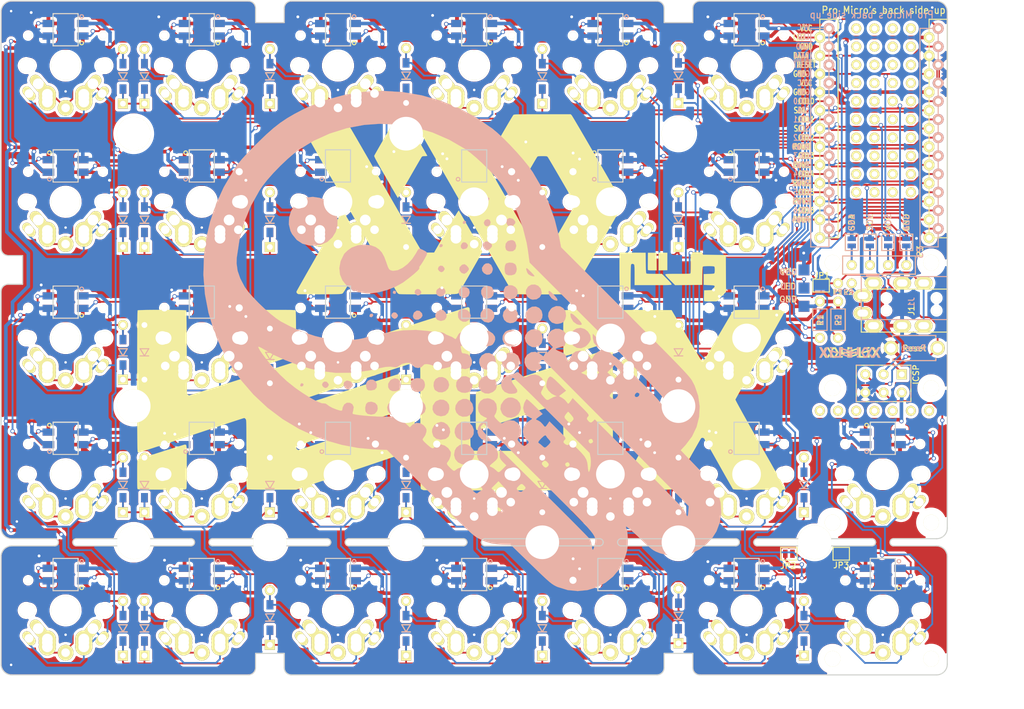
<source format=kicad_pcb>
(kicad_pcb (version 20221018) (generator pcbnew)
  (layers (0 "F.Cu" signal) (31 "B.Cu" signal) (34 "B.Paste" user) (35 "F.Paste" user) (36 "B.SilkS" user "B.Silkscreen") (37 "F.SilkS" user "F.Silkscreen") (38 "B.Mask" user) (39 "F.Mask" user) (44 "Edge.Cuts" user))
  (net 0 "")
  (net 1 "row0")
  (net 2 "Net-(D1-Pad2)")
  (net 3 "Net-(D2-Pad2)")
  (net 4 "Net-(D3-Pad2)")
  (net 5 "Net-(D4-Pad2)")
  (net 6 "Net-(D5-Pad2)")
  (net 7 "Net-(D6-Pad2)")
  (net 8 "row1")
  (net 9 "Net-(D7-Pad2)")
  (net 10 "Net-(D8-Pad2)")
  (net 11 "Net-(D9-Pad2)")
  (net 12 "Net-(D10-Pad2)")
  (net 13 "Net-(D11-Pad2)")
  (net 14 "Net-(D12-Pad2)")
  (net 15 "row2")
  (net 16 "Net-(D13-Pad2)")
  (net 17 "Net-(D14-Pad2)")
  (net 18 "Net-(D15-Pad2)")
  (net 19 "Net-(D16-Pad2)")
  (net 20 "Net-(D17-Pad2)")
  (net 21 "Net-(D18-Pad2)")
  (net 22 "row3")
  (net 23 "Net-(D19-Pad2)")
  (net 24 "Net-(D20-Pad2)")
  (net 25 "Net-(D21-Pad2)")
  (net 26 "Net-(D22-Pad2)")
  (net 27 "Net-(D23-Pad2)")
  (net 28 "Net-(D24-Pad2)")
  (net 29 "/SDA")
  (net 30 "VCC")
  (net 31 "GND")
  (net 32 "LED")
  (net 33 "col3")
  (net 34 "col2")
  (net 35 "col4")
  (net 36 "/~{RESET}")
  (net 37 "col0")
  (net 38 "col1")
  (net 39 "col5")
  (net 40 "/SCL")
  (net 41 "Net-(D25-Pad2)")
  (net 42 "row4")
  (net 43 "Net-(D26-Pad2)")
  (net 44 "Net-(D27-Pad2)")
  (net 45 "Net-(D28-Pad2)")
  (net 46 "Net-(D29-Pad2)")
  (net 47 "Net-(D30-Pad2)")
  (net 48 "Net-(D31-Pad2)")
  (net 49 "Net-(D32-Pad2)")
  (net 50 "Net-(J1-PadB)")
  (net 51 "Net-(J1-PadA)")
  (net 52 "Net-(JP4-Pad2)")
  (net 53 "Net-(JP5-Pad2)")
  (net 54 "Net-(JP10-Pad2)")
  (net 55 "Net-(JP11-Pad2)")
  (net 56 "col6")
  (net 57 "Net-(U2-Pad1)")
  (net 58 "Net-(U2-Pad3)")
  (net 59 "Net-(U3-Pad3)")
  (net 60 "Net-(U4-Pad3)")
  (net 61 "Net-(U5-Pad3)")
  (net 62 "Net-(U6-Pad3)")
  (net 63 "Net-(U8-Pad1)")
  (net 64 "Net-(U10-Pad3)")
  (net 65 "Net-(U10-Pad1)")
  (net 66 "Net-(U11-Pad1)")
  (net 67 "Net-(U12-Pad1)")
  (net 68 "Net-(U13-Pad1)")
  (net 69 "Net-(U14-Pad1)")
  (net 70 "Net-(U14-Pad3)")
  (net 71 "Net-(U15-Pad3)")
  (net 72 "Net-(U16-Pad3)")
  (net 73 "Net-(U17-Pad3)")
  (net 74 "Net-(U18-Pad3)")
  (net 75 "Net-(U20-Pad1)")
  (net 76 "Net-(U21-Pad1)")
  (net 77 "Net-(U22-Pad1)")
  (net 78 "Net-(U23-Pad1)")
  (net 79 "Net-(U24-Pad1)")
  (net 80 "Net-(U27-Pad1)")
  (net 81 "Net-(U27-Pad3)")
  (net 82 "Net-(U28-Pad3)")
  (net 83 "Net-(U29-Pad3)")
  (net 84 "Net-(U30-Pad3)")
  (net 85 "Net-(U31-Pad3)")
  (net 86 "data")
  (net 87 "Net-(JP2-Pad1)")
  (net 88 "Net-(JP2-Pad2)")
  (net 89 "Net-(JP3-Pad1)")
  (net 90 "/ex1")
  (net 91 "/ex2")
  (footprint "MYLIB:D3_TH_SMD" (layer "F.Cu") (at 100 54.5 90)
    (fp_text reference "D1" hide)
    (fp_text value "D" hide)
  )
  (footprint "MYLIB:D3_TH_SMD" (layer "F.Cu") (at 103 54.5 90)
    (fp_text reference "D2" hide)
    (fp_text value "D" hide)
  )
  (footprint "MYLIB:D3_TH_SMD" (layer "F.Cu") (at 120.5 54.5 90)
    (fp_text reference "D3" hide)
    (fp_text value "D" hide)
  )
  (footprint "MYLIB:D3_TH_SMD" (layer "F.Cu") (at 139.5 54.4 90)
    (fp_text reference "D4" hide)
    (fp_text value "D" hide)
  )
  (footprint "MYLIB:D3_TH_SMD" (layer "F.Cu") (at 158.5 54.5 90)
    (fp_text reference "D5" hide)
    (fp_text value "D" hide)
  )
  (footprint "MYLIB:D3_TH_SMD" (layer "F.Cu") (at 177.5 54.4 90)
    (fp_text reference "D6" hide)
    (fp_text value "D" hide)
  )
  (footprint "MYLIB:D3_TH_SMD" (layer "F.Cu") (at 100 74.5 90)
    (fp_text reference "D7" hide)
    (fp_text value "D" hide)
  )
  (footprint "MYLIB:D3_TH_SMD" (layer "F.Cu") (at 103 74.5 90)
    (fp_text reference "D8" hide)
    (fp_text value "D" hide)
  )
  (footprint "MYLIB:D3_TH_SMD" (layer "F.Cu") (at 120.5 74.5 90)
    (fp_text reference "D9" hide)
    (fp_text value "D" hide)
  )
  (footprint "MYLIB:D3_TH_SMD" (layer "F.Cu") (at 139.5 74.5 90)
    (fp_text reference "D10" hide)
    (fp_text value "D" hide)
  )
  (footprint "MYLIB:D3_TH_SMD" (layer "F.Cu") (at 158.5 74.5 90)
    (fp_text reference "D11" hide)
    (fp_text value "D" hide)
  )
  (footprint "MYLIB:D3_TH_SMD" (layer "F.Cu") (at 177.5 74.5 90)
    (fp_text reference "D12" hide)
    (fp_text value "D" hide)
  )
  (footprint "MYLIB:D3_TH_SMD" (layer "F.Cu") (at 100 93 90)
    (fp_text reference "D13" hide)
    (fp_text value "D" hide)
  )
  (footprint "MYLIB:D3_TH_SMD" (layer "F.Cu") (at 103 93 90)
    (fp_text reference "D14" hide)
    (fp_text value "D" hide)
  )
  (footprint "MYLIB:D3_TH_SMD" (layer "F.Cu") (at 120.5 93.5 90)
    (fp_text reference "D15" hide)
    (fp_text value "D" hide)
  )
  (footprint "MYLIB:D3_TH_SMD" (layer "F.Cu") (at 139.5 93 90)
    (fp_text reference "D16" hide)
    (fp_text value "D" hide)
  )
  (footprint "MYLIB:D3_TH_SMD" (layer "F.Cu") (at 158.5 93.5 90)
    (fp_text reference "D17" hide)
    (fp_text value "D" hide)
  )
  (footprint "MYLIB:D3_TH_SMD" (layer "F.Cu") (at 177.5 93 90)
    (fp_text reference "D18" hide)
    (fp_text value "D" hide)
  )
  (footprint "MYLIB:D3_TH_SMD" (layer "F.Cu") (at 100 111.5 90)
    (fp_text reference "D19" hide)
    (fp_text value "D" hide)
  )
  (footprint "MYLIB:D3_TH_SMD" (layer "F.Cu") (at 103 111.5 90)
    (fp_text reference "D20" hide)
    (fp_text value "D" hide)
  )
  (footprint "MYLIB:D3_TH_SMD" (layer "F.Cu") (at 120.5 111.5 90)
    (fp_text reference "D21" hide)
    (fp_text value "D" hide)
  )
  (footprint "MYLIB:D3_TH_SMD" (layer "F.Cu") (at 139.5 111.5 90)
    (fp_text reference "D22" hide)
    (fp_text value "D" hide)
  )
  (footprint "MYLIB:D3_TH_SMD" (layer "F.Cu") (at 158.5 111.5 90)
    (fp_text reference "D23" hide)
    (fp_text value "D" hide)
  )
  (footprint "MYLIB:D3_TH_SMD" (layer "F.Cu") (at 177.5 111.5 90)
    (fp_text reference "D24" hide)
    (fp_text value "D" hide)
  )
  (footprint "MYLIB:D3_TH_SMD" (layer "F.Cu") (at 195 111.5 90)
    (fp_text reference "D25" hide)
    (fp_text value "D" hide)
  )
  (footprint "MYLIB:D3_TH_SMD" (layer "F.Cu") (at 100 131.5 90)
    (fp_text reference "D26" hide)
    (fp_text value "D" hide)
  )
  (footprint "MYLIB:D3_TH_SMD" (layer "F.Cu") (at 103 131.5 90)
    (fp_text reference "D27" hide)
    (fp_text value "D" hide)
  )
  (footprint "MYLIB:D3_TH_SMD" (layer "F.Cu") (at 120.5 130 90)
    (fp_text reference "D28" hide)
    (fp_text value "D" hide)
  )
  (footprint "MYLIB:D3_TH_SMD" (layer "F.Cu") (at 139.5 131.5 90)
    (fp_text reference "D29" hide)
    (fp_text value "D" hide)
  )
  (footprint "MYLIB:D3_TH_SMD" (layer "F.Cu") (at 158.5 131.5 90)
    (fp_text reference "D30" hide)
    (fp_text value "D" hide)
  )
  (footprint "MYLIB:D3_TH_SMD" (layer "F.Cu") (at 177.5 129.775 90)
    (fp_text reference "D31" hide)
    (fp_text value "D" hide)
  )
  (footprint "MYLIB:D3_TH_SMD" (layer "F.Cu") (at 195 131.5 90)
    (fp_text reference "D32" hide)
    (fp_text value "D" hide)
  )
  (footprint "MYLIB:Jumper" (layer "F.Cu") (at 209.285 77.655 -90)
    (fp_text reference "JP4" hide)
    (fp_text value "GND")
  )
  (footprint "MYLIB:Jumper" (layer "F.Cu") (at 206.745 77.655 -90)
    (fp_text reference "JP5" hide)
    (fp_text value "VCC")
  )
  (footprint "MYLIB:Jumper" (layer "F.Cu") (at 204.205 77.655 -90)
    (fp_text reference "JP6" hide)
    (fp_text value "SCL")
  )
  (footprint "MYLIB:Jumper" (layer "F.Cu") (at 201.665 77.655 -90)
    (fp_text reference "JP7" hide)
    (fp_text value "SDA")
  )
  (footprint "MYLIB:1PIN_0.1" (layer "F.Cu") (at 199.76 83.37)
    (fp_text reference "P1")
    (fp_text value "CONN_01X01" hide)
  )
  (footprint "MYLIB:1PIN_0.1" (layer "F.Cu") (at 201.665 83.37)
    (fp_text reference "P2")
    (fp_text value "CONN_01X01" hide)
  )
  (footprint "MYLIB:MY_SIL-4" (layer "F.Cu") (at 209.285 80.83 180)
    (fp_text reference "P3")
    (fp_text value "OLED" hide)
  )
  (footprint "MYLIB:MY_SIL-2x3" (layer "F.Cu") (at 206.11 97.34 -90)
    (fp_text reference "P5" hide)
    (fp_text value "ICSP")
  )
  (footprint "MYLIB:SW_3.5x6.0_TH" (layer "F.Cu") (at 210.4 92.4 180)
    (fp_text reference "SW33" hide)
    (fp_text value "Reset")
  )
  (footprint "SK6812MINI_rev" (layer "F.Cu") (at 92 48)
    (fp_text reference "U2" hide)
    (fp_text value "SK6812mini" hide)
  )
  (footprint "MYLIB_REV:SK6812MINI_rev" (layer "F.Cu") (at 111 48)
    (fp_text reference "U3" hide)
    (fp_text value "SK6812mini" hide)
  )
  (footprint "MYLIB_REV:SK6812MINI_rev" (layer "F.Cu") (at 130 48)
    (fp_text reference "U4" hide)
    (fp_text value "SK6812mini" hide)
  )
  (footprint "MYLIB_REV:SK6812MINI_rev" (layer "F.Cu") (at 149 48)
    (fp_text reference "U5" hide)
    (fp_text value "SK6812mini" hide)
  )
  (footprint "MYLIB_REV:SK6812MINI_rev" (layer "F.Cu") (at 168 48)
    (fp_text reference "U6" hide)
    (fp_text value "SK6812mini" hide)
  )
  (footprint "MYLIB_REV:SK6812MINI_rev" (layer "F.Cu") (at 187 48)
    (fp_text reference "U7" hide)
    (fp_text value "SK6812mini" hide)
  )
  (footprint "MYLIB_REV:SK6812MINI_rev" (layer "F.Cu") (at 92 67 180)
    (fp_text reference "U8" hide)
    (fp_text value "SK6812mini" hide)
  )
  (footprint "MYLIB_REV:SK6812MINI_rev" (layer "F.Cu") (at 111 67 180)
    (fp_text reference "U9" hide)
    (fp_text value "SK6812mini" hide)
  )
  (footprint "MYLIB_REV:SK6812MINI_rev" (layer "F.Cu") (at 130 67 180)
    (fp_text reference "U10" hide)
    (fp_text value "SK6812mini" hide)
  )
  (footprint "MYLIB_REV:SK6812MINI_rev" (layer "F.Cu") (at 149 67 180)
    (fp_text reference "U11" hide)
    (fp_text value "SK6812mini" hide)
  )
  (footprint "MYLIB_REV:SK6812MINI_rev" (layer "F.Cu") (at 168 67 180)
    (fp_text reference "U12" hide)
    (fp_text value "SK6812mini" hide)
  )
  (footprint "MYLIB_REV:SK6812MINI_rev" (layer "F.Cu") (at 187 67 180)
    (fp_text reference "U13" hide)
    (fp_text value "SK6812mini" hide)
  )
  (footprint "MYLIB_REV:SK6812MINI_rev" (layer "F.Cu") (at 92 86)
    (fp_text reference "U14" hide)
    (fp_text value "SK6812mini" hide)
  )
  (footprint "MYLIB_REV:SK6812MINI_rev" (layer "F.Cu") (at 111 86)
    (fp_text reference "U15" hide)
    (fp_text value "SK6812mini" hide)
  )
  (footprint "MYLIB_REV:SK6812MINI_rev" (layer "F.Cu") (at 130 86)
    (fp_text reference "U16" hide)
    (fp_text value "SK6812mini" hide)
  )
  (footprint "MYLIB_REV:SK6812MINI_rev" (layer "F.Cu") (at 149 86)
    (fp_text reference "U17" hide)
    (fp_text value "SK6812mini" hide)
  )
  (footprint "MYLIB_REV:SK6812MINI_rev" (layer "F.Cu") (at 168 86)
    (fp_text reference "U18" hide)
    (fp_text value "SK6812mini" hide)
  )
  (footprint "MYLIB_REV:SK6812MINI_rev" (layer "F.Cu") (at 187 86)
    (fp_text reference "U19" hide)
    (fp_text value "SK6812mini" hide)
  )
  (footprint "MYLIB_REV:SK6812MINI_rev" (layer "F.Cu") (at 92 105 180)
    (fp_text reference "U20" hide)
    (fp_text value "SK6812mini" hide)
  )
  (footprint "MYLIB_REV:SK6812MINI_rev" (layer "F.Cu") (at 111 105 180)
    (fp_text reference "U21" hide)
    (fp_text value "SK6812mini" hide)
  )
  (footprint "MYLIB_REV:SK6812MINI_rev" (layer "F.Cu") (at 130 105 180)
    (fp_text reference "U22" hide)
    (fp_text value "SK6812mini" hide)
  )
  (footprint "MYLIB_REV:SK6812MINI_rev" (layer "F.Cu") (at 149 105 180)
    (fp_text reference "U23" hide)
    (fp_text value "SK6812mini" hide)
  )
  (footprint "MYLIB_REV:SK6812MINI_rev" (layer "F.Cu") (at 168 105 180)
    (fp_text reference "U24" hide)
    (fp_text value "SK6812mini" hide)
  )
  (footprint "MYLIB_REV:SK6812MINI_rev" (layer "F.Cu") (at 187 105 180)
    (fp_text reference "U25" hide)
    (fp_text value "SK6812mini" hide)
  )
  (footprint "MYLIB_REV:SK6812MINI_rev" (layer "F.Cu") (at 206 105 180)
    (fp_text reference "U26" hide)
    (fp_text value "SK6812mini" hide)
  )
  (footprint "MYLIB_REV:SK6812MINI_rev" (layer "F.Cu") (at 92 124)
    (fp_text reference "U27" hide)
    (fp_text value "SK6812mini" hide)
  )
  (footprint "MYLIB_REV:SK6812MINI_rev" (layer "F.Cu") (at 111 124)
    (fp_text reference "U28" hide)
    (fp_text value "SK6812mini" hide)
  )
  (footprint "MYLIB_REV:SK6812MINI_rev" (layer "F.Cu") (at 130 124)
    (fp_text reference "U29" hide)
    (fp_text value "SK6812mini" hide)
  )
  (footprint "MYLIB_REV:SK6812MINI_rev" (layer "F.Cu") (at 149 124)
    (fp_text reference "U30" hide)
    (fp_text value "SK6812mini" hide)
  )
  (footprint "MYLIB_REV:SK6812MINI_rev" (layer "F.Cu") (at 168 124)
    (fp_text reference "U31" hide)
    (fp_text value "SK6812mini" hide)
  )
  (footprint "MYLIB_REV:SK6812MINI_rev" (layer "F.Cu") (at 187 124)
    (fp_text reference "U32" hide)
    (fp_text value "SK6812mini" hide)
  )
  (footprint "MYLIB_REV:SK6812MINI_rev" (layer "F.Cu") (at 206 124)
    (fp_text reference "U33" hide)
    (fp_text value "SK6812mini" hide)
  )
  (footprint "MYLIB_REV:MX_ALPS_PG1350_noLed" (layer "F.Cu") (at 92 53 180)
    (fp_text reference "SW1" hide)
    (fp_text value "SW_PUSH" hide)
  )
  (footprint "MYLIB_REV:MX_ALPS_PG1350_noLed" (layer "F.Cu") (at 111 53 180)
    (fp_text reference "SW2" hide)
    (fp_text value "SW_PUSH" hide)
  )
  (footprint "MYLIB_REV:MX_ALPS_PG1350_noLed" (layer "F.Cu") (at 130 53 180)
    (fp_text reference "SW3" hide)
    (fp_text value "SW_PUSH" hide)
  )
  (footprint "MYLIB_REV:MX_ALPS_PG1350_noLed" (layer "F.Cu") (at 149 53 180)
    (fp_text reference "SW4" hide)
    (fp_text value "SW_PUSH" hide)
  )
  (footprint "MYLIB_REV:MX_ALPS_PG1350_noLed" (layer "F.Cu") (at 168 53 180)
    (fp_text reference "SW5" hide)
    (fp_text value "SW_PUSH" hide)
  )
  (footprint "MYLIB_REV:MX_ALPS_PG1350_noLed" (layer "F.Cu") (at 187 53 180)
    (fp_text reference "SW6" hide)
    (fp_text value "SW_PUSH" hide)
  )
  (footprint "MYLIB_REV:MX_ALPS_PG1350_noLed" (layer "F.Cu") (at 92 72 180)
    (fp_text reference "SW7" hide)
    (fp_text value "SW_PUSH" hide)
  )
  (footprint "MYLIB_REV:MX_ALPS_PG1350_noLed" (layer "F.Cu") (at 111 72 180)
    (fp_text reference "SW8" hide)
    (fp_text value "SW_PUSH" hide)
  )
  (footprint "MYLIB_REV:MX_ALPS_PG1350_noLed" (layer "F.Cu") (at 130 72 180)
    (fp_text reference "SW9" hide)
    (fp_text value "SW_PUSH" hide)
  )
  (footprint "MYLIB_REV:MX_ALPS_PG1350_noLed" (layer "F.Cu") (at 149 72 180)
    (fp_text reference "SW10" hide)
    (fp_text value "SW_PUSH" hide)
  )
  (footprint "MYLIB_REV:MX_ALPS_PG1350_noLed" (layer "F.Cu") (at 168 72 180)
    (fp_text reference "SW11" hide)
    (fp_text value "SW_PUSH" hide)
  )
  (footprint "MYLIB_REV:MX_ALPS_PG1350_noLed" (layer "F.Cu") (at 187 72 180)
    (fp_text reference "SW12" hide)
    (fp_text value "SW_PUSH" hide)
  )
  (footprint "MYLIB_REV:MX_ALPS_PG1350_noLed" (layer "F.Cu") (at 92 91 180)
    (fp_text reference "SW13" hide)
    (fp_text value "SW_PUSH" hide)
  )
  (footprint "MYLIB_REV:MX_ALPS_PG1350_noLed" (layer "F.Cu") (at 111 91 180)
    (fp_text reference "SW14" hide)
    (fp_text value "SW_PUSH" hide)
  )
  (footprint "MYLIB_REV:MX_ALPS_PG1350_noLed" (layer "F.Cu") (at 130 91 180)
    (fp_text reference "SW15" hide)
    (fp_text value "SW_PUSH" hide)
  )
  (footprint "MYLIB_REV:MX_ALPS_PG1350_noLed" (layer "F.Cu") (at 149 91 180)
    (fp_text reference "SW16" hide)
    (fp_text value "SW_PUSH" hide)
  )
  (footprint "MYLIB_REV:MX_ALPS_PG1350_noLed" (layer "F.Cu") (at 168 91 180)
    (fp_text reference "SW17" hide)
    (fp_text value "SW_PUSH" hide)
  )
  (footprint "MYLIB_REV:MX_ALPS_PG1350_noLed" (layer "F.Cu") (at 187 91 180)
    (fp_text reference "SW18" hide)
    (fp_text value "SW_PUSH" hide)
  )
  (footprint "MYLIB_REV:MX_ALPS_PG1350_noLed" (layer "F.Cu") (at 92 110 180)
    (fp_text reference "SW19" hide)
    (fp_text value "SW_PUSH" hide)
  )
  (footprint "MYLIB_REV:MX_ALPS_PG1350_noLed" (layer "F.Cu") (at 111 110 180)
    (fp_text reference "SW20" hide)
    (fp_text value "SW_PUSH" hide)
  )
  (footprint "MYLIB_REV:MX_ALPS_PG1350_noLed" (layer "F.Cu") (at 130 110 180)
    (fp_text reference "SW21" hide)
    (fp_text value "SW_PUSH" hide)
  )
  (footprint "MYLIB_REV:MX_ALPS_PG1350_noLed" (layer "F.Cu") (at 149 110 180)
    (fp_text reference "SW22" hide)
    (fp_text value "SW_PUSH" hide)
  )
  (footprint "MYLIB_REV:MX_ALPS_PG1350_noLed" (layer "F.Cu") (at 168 110 180)
    (fp_text reference "SW23" hide)
    (fp_text value "SW_PUSH" hide)
  )
  (footprint "MYLIB_REV:MX_ALPS_PG1350_noLed" (layer "F.Cu") (at 187 110 180)
    (fp_text reference "SW24" hide)
    (fp_text value "SW_PUSH" hide)
  )
  (footprint "MYLIB_REV:MX_ALPS_PG1350_noLed" (layer "F.Cu") (at 206 110 180)
    (fp_text reference "SW25" hide)
    (fp_text value "SW_PUSH" hide)
  )
  (footprint "MYLIB_REV:MX_ALPS_PG1350_noLed" (layer "F.Cu") (at 92 129 180)
    (fp_text reference "SW26" hide)
    (fp_text value "SW_PUSH" hide)
  )
  (footprint "MYLIB_REV:MX_ALPS_PG1350_noLed" (layer "F.Cu") (at 111 129 180)
    (fp_text reference "SW27" hide)
    (fp_text value "SW_PUSH" hide)
  )
  (footprint "MYLIB_REV:MX_ALPS_PG1350_noLed" (layer "F.Cu") (at 130 129 180)
    (fp_text reference "SW28" hide)
    (fp_text value "SW_PUSH" hide)
  )
  (footprint "MYLIB_REV:MX_ALPS_PG1350_noLed" (layer "F.Cu") (at 149 129 180)
    (fp_text reference "SW29" hide)
    (fp_text value "SW_PUSH" hide)
  )
  (footprint "MYLIB_REV:MX_ALPS_PG1350_noLed" (layer "F.Cu") (at 168 129 180)
    (fp_text reference "SW30" hide)
    (fp_text value "SW_PUSH" hide)
  )
  (footprint "MYLIB_REV:MX_ALPS_PG1350_noLed" (layer "F.Cu") (at 187 129 180)
    (fp_text reference "SW31" hide)
    (fp_text value "SW_PUSH" hide)
  )
  (footprint "MYLIB_REV:MX_ALPS_PG1350_noLed" (layer "F.Cu") (at 206 129 180)
    (fp_text reference "SW32" hide)
    (fp_text value "SW_PUSH" hide)
  )
  (footprint "MYLIB:1PIN_0.1" (layer "F.Cu") (at 209.92 47.81)
    (fp_text reference "1PIN" hide)
    (fp_text value "Val**" hide)
  )
  (footprint "MYLIB:1PIN_0.1" (layer "F.Cu") (at 207.38 47.81)
    (fp_text reference "1PIN" hide)
    (fp_text value "Val**" hide)
  )
  (footprint "MYLIB:1PIN_0.1" (layer "F.Cu") (at 204.84 47.81)
    (fp_text reference "1PIN" hide)
    (fp_text value "Val**" hide)
  )
  (footprint "MYLIB:1PIN_0.1" (layer "F.Cu") (at 202.3 47.81)
    (fp_text reference "1PIN" hide)
    (fp_text value "Val**" hide)
  )
  (footprint "MYLIB:1PIN_0.1" (layer "F.Cu") (at 202.3 50.35)
    (fp_text reference "1PIN" hide)
    (fp_text value "Val**" hide)
  )
  (footprint "MYLIB:1PIN_0.1" (layer "F.Cu") (at 204.84 50.35)
    (fp_text reference "1PIN" hide)
    (fp_text value "Val**" hide)
  )
  (footprint "MYLIB:1PIN_0.1" (layer "F.Cu") (at 207.38 50.35)
    (fp_text reference "1PIN" hide)
    (fp_text value "Val**" hide)
  )
  (footprint "MYLIB:1PIN_0.1" (layer "F.Cu") (at 209.92 50.35)
    (fp_text reference "1PIN" hide)
    (fp_text value "Val**" hide)
  )
  (footprint "MYLIB:1PIN_0.1" (layer "F.Cu") (at 209.92 52.89)
    (fp_text reference "1PIN" hide)
    (fp_text value "Val**" hide)
  )
  (footprint "MYLIB:1PIN_0.1" (layer "F.Cu") (at 207.38 52.89)
    (fp_text reference "1PIN" hide)
    (fp_text value "Val**" hide)
  )
  (footprint "MYLIB:1PIN_0.1" (layer "F.Cu") (at 204.84 52.89)
    (fp_text reference "1PIN" hide)
    (fp_text value "Val**" hide)
  )
  (footprint "MYLIB:1PIN_0.1" (layer "F.Cu") (at 202.3 52.89)
    (fp_text reference "1PIN" hide)
    (fp_text value "Val**" hide)
  )
  (footprint "MYLIB:1PIN_0.1" (layer "F.Cu") (at 202.3 55.43)
    (fp_text reference "1PIN" hide)
    (fp_text value "Val**" hide)
  )
  (footprint "MYLIB:1PIN_0.1" (layer "F.Cu") (at 204.84 55.43)
    (fp_text reference "1PIN" hide)
    (fp_text value "Val**" hide)
  )
  (footprint "MYLIB:1PIN_0.1" (layer "F.Cu") (at 207.38 55.43)
    (fp_text reference "1PIN" hide)
    (fp_text value "Val**" hide)
  )
  (footprint "MYLIB:1PIN_0.1" (layer "F.Cu") (at 209.92 55.43)
    (fp_text reference "1PIN" hide)
    (fp_text value "Val**" hide)
  )
  (footprint "MYLIB:1PIN_0.1" (layer "F.Cu") (at 209.92 57.97)
    (fp_text reference "1PIN" hide)
    (fp_text value "Val**" hide)
  )
  (footprint "MYLIB:1PIN_0.1" (layer "F.Cu") (at 207.38 57.97)
    (fp_text reference "1PIN" hide)
    (fp_text value "Val**" hide)
  )
  (footprint "MYLIB:1PIN_0.1" (layer "F.Cu") (at 204.84 57.97)
    (fp_text reference "1PIN" hide)
    (fp_text value "Val**" hide)
  )
  (footprint "MYLIB:1PIN_0.1" (layer "F.Cu") (at 202.3 57.97)
    (fp_text reference "1PIN" hide)
    (fp_text value "Val**" hide)
  )
  (footprint "MYLIB:1PIN_0.1" (layer "F.Cu") (at 202.3 60.51)
    (fp_text reference "1PIN" hide)
    (fp_text value "Val**" hide)
  )
  (footprint "MYLIB:1PIN_0.1" (layer "F.Cu") (at 204.84 60.51)
    (fp_text reference "1PIN" hide)
    (fp_text value "Val**" hide)
  )
  (footprint "MYLIB:1PIN_0.1" (layer "F.Cu") (at 207.38 60.51)
    (fp_text reference "1PIN" hide)
    (fp_text value "Val**" hide)
  )
  (footprint "MYLIB:1PIN_0.1" (layer "F.Cu") (at 209.92 60.51)
    (fp_text reference "1PIN" hide)
    (fp_text value "Val**" hide)
  )
  (footprint "MYLIB:1PIN_0.1" (layer "F.Cu") (at 209.92 63.05)
    (fp_text reference "1PIN" hide)
    (fp_text value "Val**" hide)
  )
  (footprint "MYLIB:1PIN_0.1" (layer "F.Cu") (at 207.38 63.05)
    (fp_text reference "1PIN" hide)
    (fp_text value "Val**" hide)
  )
  (footprint "MYLIB:1PIN_0.1" (layer "F.Cu") (at 204.84 63.05)
    (fp_text reference "1PIN" hide)
    (fp_text value "Val**" hide)
  )
  (footprint "MYLIB:1PIN_0.1" (layer "F.Cu") (at 202.3 63.05)
    (fp_text reference "1PIN" hide)
    (fp_text value "Val**" hide)
  )
  (footprint "MYLIB:1PIN_0.1" (layer "F.Cu") (at 202.3 65.59)
    (fp_text reference "1PIN" hide)
    (fp_text value "Val**" hide)
  )
  (footprint "MYLIB:1PIN_0.1" (layer "F.Cu") (at 204.84 65.59)
    (fp_text reference "1PIN" hide)
    (fp_text value "Val**" hide)
  )
  (footprint "MYLIB:1PIN_0.1" (layer "F.Cu") (at 207.38 65.59)
    (fp_text reference "1PIN" hide)
    (fp_text value "Val**" hide)
  )
  (footprint "MYLIB:1PIN_0.1" (layer "F.Cu") (at 209.92 65.59)
    (fp_text reference "1PIN" hide)
    (fp_text value "Val**" hide)
  )
  (footprint "MYLIB:1PIN_0.1" (layer "F.Cu") (at 209.92 68.13)
    (fp_text reference "1PIN" hide)
    (fp_text value "Val**" hide)
  )
  (footprint "MYLIB:1PIN_0.1" (layer "F.Cu") (at 207.38 68.13)
    (fp_text reference "1PIN" hide)
    (fp_text value "Val**" hide)
  )
  (footprint "MYLIB:1PIN_0.1" (layer "F.Cu") (at 204.84 68.13)
    (fp_text reference "1PIN" hide)
    (fp_text value "Val**" hide)
  )
  (footprint "MYLIB:1PIN_0.1" (layer "F.Cu") (at 202.3 68.13)
    (fp_text reference "1PIN" hide)
    (fp_text value "Val**" hide)
  )
  (footprint "MYLIB:1PIN_0.1" (layer "F.Cu") (at 202.3 70.67)
    (fp_text reference "1PIN" hide)
    (fp_text value "Val**" hide)
  )
  (footprint "MYLIB:1PIN_0.1" (layer "F.Cu") (at 204.84 70.67)
    (fp_text reference "1PIN" hide)
    (fp_text value "Val**" hide)
  )
  (footprint "MYLIB:1PIN_0.1" (layer "F.Cu") (at 207.38 70.67)
    (fp_text reference "1PIN" hide)
    (fp_text value "Val**" hide)
  )
  (footprint "MYLIB:1PIN_0.1" (layer "F.Cu") (at 209.92 70.67)
    (fp_text reference "1PIN" hide)
    (fp_text value "Val**" hide)
  )
  (footprint "MYLIB:HOLE_M2_TH" (layer "F.Cu") (at 101.5 62.5)
    (fp_text reference "HOLE_3M" hide)
    (fp_text value "VAL**" hide)
  )
  (footprint "MYLIB:HOLE_M2_TH" (layer "F.Cu") (at 101.5 119.5)
    (fp_text reference "HOLE_3M" hide)
    (fp_text value "VAL**" hide)
  )
  (footprint "MYLIB:HOLE_M2_TH" (layer "F.Cu") (at 101.5 100.5)
    (fp_text reference "HOLE_3M" hide)
    (fp_text value "VAL**" hide)
  )
  (footprint "MYLIB:HOLE_M2_TH" (layer "F.Cu") (at 177.5 119.5)
    (fp_text reference "HOLE_3M" hide)
    (fp_text value "VAL**" hide)
  )
  (footprint "MYLIB:HOLE_M2_TH" (layer "F.Cu") (at 177.5 100.5)
    (fp_text reference "HOLE_3M" hide)
    (fp_text value "VAL**" hide)
  )
  (footprint "MYLIB:HOLE_M2_TH" (layer "F.Cu") (at 177.5 62.5)
    (fp_text reference "HOLE_3M" hide)
    (fp_text value "VAL**" hide)
  )
  (footprint "MYLIB:HOLE_M2" (layer "F.Cu") (at 212.75 80.5)
    (fp_text reference "HOLE_M2" hide)
    (fp_text value "VAL**" hide)
  )
  (footprint "MYLIB:HOLE_M2" (layer "F.Cu") (at 212.75 98)
    (fp_text reference "HOLE_M2" hide)
    (fp_text value "VAL**" hide)
  )
  (footprint "MYLIB:HOLE_M2" (layer "F.Cu") (at 199 80.5)
    (fp_text reference "HOLE_M2" hide)
    (fp_text value "VAL**" hide)
  )
  (footprint "MYLIB:R2" (layer "F.Cu") (at 197.22 88.45 -90)
    (fp_text reference "R1")
    (fp_text value "R" hide)
  )
  (footprint "MYLIB:ProMicro_rev" (layer "F.Cu") (at 204.84 63.05)
    (fp_text reference "U1" hide)
    (fp_text value "ProMicro" hide)
  )
  (footprint "R2" (layer "F.Cu") (at 199.76 88.45 -90)
    (fp_text reference "R2")
    (fp_text value "R" hide)
  )
  (footprint "MYLIB:HOLE_M2" (layer "F.Cu") (at 199 98)
    (fp_text reference "HOLE_M2" hide)
    (fp_text value "VAL**" hide)
  )
  (footprint "MYLIB:HOLE_M2" (layer "F.Cu") (at 212.75 116.75)
    (fp_text reference "HOLE_M2" hide)
    (fp_text value "VAL**" hide)
  )
  (footprint "MYLIB:HOLE_M2" (layer "F.Cu") (at 199 116.75)
    (fp_text reference "HOLE_M2" hide)
    (fp_text value "VAL**" hide)
  )
  (footprint "MYLIB:1PIN_0.1" (layer "F.Cu") (at 202.3 101.15)
    (fp_text reference "1PIN" hide)
    (fp_text value "Val**" hide)
  )
  (footprint "MYLIB:1PIN_0.1" (layer "F.Cu") (at 204.84 101.15)
    (fp_text reference "1PIN" hide)
    (fp_text value "Val**" hide)
  )
  (footprint "MYLIB:1PIN_0.1" (layer "F.Cu") (at 207.38 101.15)
    (fp_text reference "1PIN" hide)
    (fp_text value "Val**" hide)
  )
  (footprint "MYLIB:1PIN_0.1" (layer "F.Cu") (at 209.92 101.15)
    (fp_text reference "1PIN" hide)
    (fp_text value "Val**" hide)
  )
  (footprint "MYLIB:1PIN_0.1" (layer "F.Cu") (at 212.46 101.15)
    (fp_text reference "1PIN" hide)
    (fp_text value "Val**" hide)
  )
  (footprint "MYLIB:1PIN_0.1" (layer "F.Cu") (at 199.76 101.15)
    (fp_text reference "1PIN" hide)
    (fp_text value "Val**" hide)
  )
  (footprint "MYLIB:1PIN_0.1" (layer "F.Cu") (at 197.22 101.15)
    (fp_text reference "1PIN" hide)
    (fp_text value "Val**" hide)
  )
  (footprint "MYLIB:HOLE_M2" (layer "F.Cu") (at 212.75 135.75)
    (fp_text reference "HOLE_M2" hide)
    (fp_text value "VAL**" hide)
  )
  (footprint "MYLIB:HOLE_M2" (layer "F.Cu") (at 199 135.75)
    (fp_text reference "HOLE_M2" hide)
    (fp_text value "VAL**" hide)
  )
  (footprint "MYLIB:Jumper" (layer "F.Cu") (at 192.9 121.1)
    (fp_text reference "JP2")
    (fp_text value "JP2" hide)
  )
  (footprint "MYLIB:Jumper" (layer "F.Cu") (at 200.2 121.1 180)
    (fp_text reference "JP3")
    (fp_text value "JP2" hide)
  )
  (footprint "MYLIB_REV:MJ-4PP-9_rev2" (layer "F.Cu") (at 215 87.18 -90)
    (fp_text reference "J1")
    (fp_text value "MJ-4PP-9" hide)
  )
  (footprint "MYLIB:JPC2" (layer "F.Cu") (at 197.4 83.7)
    (fp_text reference "JP1")
    (fp_text value "JPC2" hide)
  )
  (footprint "LOGO" (layer "F.Cu") (at 146.95 86)
    (fp_text reference "G***" hide)
    (fp_text value "LOGO" hide)
  )
  (footprint "MYLIB:via" (layer "F.Cu") (at 212.9 44.9)
    (fp_text reference "" hide)
    (fp_text value "")
  )
  (footprint "MYLIB:via" (layer "F.Cu") (at 187 56.4)
    (fp_text reference "" hide)
    (fp_text value "")
  )
  (footprint "MYLIB:via" (layer "F.Cu") (at 168 56.4)
    (fp_text reference "" hide)
    (fp_text value "")
  )
  (footprint "MYLIB:via" (layer "F.Cu") (at 149 56.4)
    (fp_text reference "" hide)
    (fp_text value "")
  )
  (footprint "MYLIB:via" (layer "F.Cu") (at 130 56.4)
    (fp_text reference "" hide)
    (fp_text value "")
  )
  (footprint "MYLIB:via" (layer "F.Cu") (at 111 56.4)
    (fp_text reference "" hide)
    (fp_text value "")
  )
  (footprint "MYLIB:via" (layer "F.Cu") (at 92 56.6)
    (fp_text reference "" hide)
    (fp_text value "")
  )
  (footprint "MYLIB:via" (layer "F.Cu") (at 84.4 45.4)
    (fp_text reference "" hide)
    (fp_text value "")
  )
  (footprint "MYLIB:via" (layer "F.Cu") (at 92 75.6)
    (fp_text reference "" hide)
    (fp_text value "")
  )
  (footprint "MYLIB:via" (layer "F.Cu") (at 111 75.6)
    (fp_text reference "" hide)
    (fp_text value "")
  )
  (footprint "MYLIB:via" (layer "F.Cu") (at 130 75.6)
    (fp_text reference "" hide)
    (fp_text value "")
  )
  (footprint "MYLIB:via" (layer "F.Cu") (at 149 75.6)
    (fp_text reference "" hide)
    (fp_text value "")
  )
  (footprint "MYLIB:via" (layer "F.Cu") (at 168 75.6)
    (fp_text reference "" hide)
    (fp_text value "")
  )
  (footprint "MYLIB:via" (layer "F.Cu") (at 180.6 74.4)
    (fp_text reference "" hide)
    (fp_text value "")
  )
  (footprint "MYLIB:via" (layer "F.Cu") (at 168 94.6)
    (fp_text reference "" hide)
    (fp_text value "")
  )
  (footprint "MYLIB:via" (layer "F.Cu") (at 149 94.4)
    (fp_text reference "" hide)
    (fp_text value "")
  )
  (footprint "MYLIB:via" (layer "F.Cu") (at 130 94.4)
    (fp_text reference "" hide)
    (fp_text value "")
  )
  (footprint "MYLIB:via" (layer "F.Cu") (at 111 94.4)
    (fp_text reference "" hide)
    (fp_text value "")
  )
  (footprint "MYLIB:via" (layer "F.Cu") (at 92 94.4)
    (fp_text reference "" hide)
    (fp_text value "")
  )
  (footprint "MYLIB:via" (layer "F.Cu") (at 92 113.4)
    (fp_text reference "" hide)
    (fp_text value "")
  )
  (footprint "MYLIB:via" (layer "F.Cu") (at 111 113.4)
    (fp_text reference "" hide)
    (fp_text value "")
  )
  (footprint "MYLIB:via" (layer "F.Cu") (at 130 113.4)
    (fp_text reference "" hide)
    (fp_text value "")
  )
  (footprint "MYLIB:via" (layer "F.Cu") (at 149 113.4)
    (fp_text reference "" hide)
    (fp_text value "")
  )
  (footprint "MYLIB:via" (layer "F.Cu") (at 168 113.4)
    (fp_text reference "" hide)
    (fp_text value "")
  )
  (footprint "MYLIB:via" (layer "F.Cu") (at 187 113.4)
    (fp_text reference "" hide)
    (fp_text value "")
  )
  (footprint "MYLIB:via" (layer "F.Cu") (at 206 132.4)
    (fp_text reference "" hide)
    (fp_text value "")
  )
  (footprint "MYLIB:via" (layer "F.Cu") (at 187 132.4)
    (fp_text reference "" hide)
    (fp_text value "")
  )
  (footprint "MYLIB:via" (layer "F.Cu") (at 168 132.4)
    (fp_text reference "" hide)
    (fp_text value "")
  )
  (footprint "MYLIB:via" (layer "F.Cu") (at 149 132.4)
    (fp_text reference "" hide)
    (fp_text value "")
  )
  (footprint "MYLIB:via" (layer "F.Cu") (at 130 132.4)
    (fp_text reference "" hide)
    (fp_text value "")
  )
  (footprint "MYLIB:via" (layer "F.Cu") (at 111 132.4)
    (fp_text reference "" hide)
    (fp_text value "")
  )
  (footprint "MYLIB:via" (layer "F.Cu") (at 92 132.4)
    (fp_text reference "" hide)
    (fp_text value "")
  )
  (footprint "MYLIB:via" (layer "F.Cu") (at 84.4 136.6)
    (fp_text reference "" hide)
    (fp_text value "")
  )
  (footprint "MYLIB:via" (layer "F.Cu") (at 85.2 116.6)
    (fp_text reference "" hide)
    (fp_text value "")
  )
  (footprint "MYLIB_REV:StripLED_rev" (layer "F.Cu") (at 195 81.5)
    (fp_text reference "P4" hide)
    (fp_text value "LED" hide)
  )
  (footprint "MYLIB:HOLE_M2_TH" (layer "F.Cu") (at 196.5 119.5)
    (fp_text reference "HOLE_3M" hide)
    (fp_text value "VAL**" hide)
  )
  (footprint "MYLIB:HOLE_M2_TH" (layer "F.Cu") (at 139.5 119.5)
    (fp_text reference "HOLE_3M" hide)
    (fp_text value "VAL**" hide)
  )
  (footprint "MYLIB:HOLE_M2_TH" (layer "F.Cu") (at 120.5 119.5)
    (fp_text reference "HOLE_3M" hide)
    (fp_text value "VAL**" hide)
  )
  (footprint "MYLIB:HOLE_M2_TH" (layer "F.Cu") (at 158.5 119.5)
    (fp_text reference "HOLE_3M" hide)
    (fp_text value "VAL**" hide)
  )
  (footprint "MYLIB:HOLE_M2_TH" (layer "F.Cu") (at 139.5 62.5)
    (fp_text reference "HOLE_3M" hide)
    (fp_text value "VAL**" hide)
  )
  (footprint "MYLIB:HOLE_M2_TH" (layer "F.Cu") (at 139.5 100.5)
    (fp_text reference "HOLE_3M" hide)
    (fp_text value "VAL**" hide)
  )
  (footprint "LOGO" (layer "F.Cu") (at 201.4 93)
    (fp_text reference "G***" hide)
    (fp_text value "LOGO" hide)
  )
  (footprint "MYLIB:Jumper" (layer "B.Cu") (at 209.285 77.655 -90)
    (fp_text reference "JP8" hide)
    (fp_text value "SDA")
  )
  (footprint "MYLIB:Jumper" (layer "B.Cu") (at 206.745 77.655 -90)
    (fp_text reference "JP9" hide)
    (fp_text value "SCL")
  )
  (footprint "MYLIB:Jumper" (layer "B.Cu") (at 204.205 77.655 -90)
    (fp_text reference "JP10" hide)
    (fp_text value "VCC")
  )
  (footprint "MYLIB:Jumper" (layer "B.Cu") (at 201.665 77.655 -90)
    (fp_text reference "JP11" hide)
    (fp_text value "GND")
  )
  (footprint "MYLIB:ProMicro_rev" (layer "B.Cu") (at 206.11 61.78 180)
    (fp_text reference "U1" hide)
    (fp_text value "ProMicro" hide)
  )
  (footprint "LOGO" (layer "B.Cu") (at 148.2 91.7 -135)
    (fp_text reference "G***" hide)
    (fp_text value "LOGO" hide)
  )
  (footprint "LOGO" (layer "B.Cu") (at 201.4 93 180)
    (fp_text reference "G***" hide)
    (fp_text value "LOGO" hide)
  )
  (gr_line (start 131.75 126.25) (end 128.25 126.25) (stroke (width 0.15)) (layer "Edge.Cuts"))
  (gr_arc (start 169 119.5) (mid 169.146447 119.146447) (end 169.5 119) (stroke (width 0.15)) (layer "Edge.Cuts"))
  (gr_line (start 169.5 119) (end 185.5 119) (stroke (width 0.15)) (layer "Edge.Cuts"))
  (gr_line (start 188.75 50.25) (end 185.25 50.25) (stroke (width 0.15)) (layer "Edge.Cuts"))
  (gr_line (start 112.75 102.75) (end 112.75 107.25) (stroke (width 0.15)) (layer "Edge.Cuts"))
  (gr_line (start 188.75 69.25) (end 185.25 69.25) (stroke (width 0.15)) (layer "Edge.Cuts"))
  (gr_arc (start 129 119.5) (mid 128.853553 119.853553) (end 128.5 120) (stroke (width 0.15)) (layer "Edge.Cuts"))
  (gr_line (start 117.5 44) (end 84.5 44) (stroke (width 0.15)) (layer "Edge.Cuts"))
  (gr_line (start 90.5 120) (end 84.5 120) (stroke (width 0.15)) (layer "Edge.Cuts"))
  (gr_line (start 215 136.5) (end 215 121.5) (stroke (width 0.15)) (layer "Edge.Cuts"))
  (gr_line (start 166.5 120) (end 150.5 120) (stroke (width 0.15)) (layer "Edge.Cuts"))
  (gr_line (start 185.25 69.25) (end 185.25 64.75) (stroke (width 0.15)) (layer "Edge.Cuts"))
  (gr_arc (start 118.5 137) (mid 118.207107 137.707107) (end 117.5 138) (stroke (width 0.15)) (layer "Edge.Cuts"))
  (gr_line (start 147.3 102.75) (end 150.75 102.75) (stroke (width 0.15)) (layer "Edge.Cuts"))
  (gr_line (start 150.5 119) (end 166.5 119) (stroke (width 0.15)) (layer "Edge.Cuts"))
  (gr_line (start 93.75 83.75) (end 93.75 88.25) (stroke (width 0.15)) (layer "Edge.Cuts"))
  (gr_line (start 150.75 121.75) (end 150.75 126.25) (stroke (width 0.15)) (layer "Edge.Cuts"))
  (gr_line (start 112.75 88.25) (end 109.25 88.25) (stroke (width 0.15)) (layer "Edge.Cuts"))
  (gr_line (start 122.5 47) (end 122.5 45) (stroke (width 0.15)) (layer "Edge.Cuts"))
  (gr_line (start 166.25 69.25) (end 166.25 64.75) (stroke (width 0.15)) (layer "Edge.Cuts"))
  (gr_line (start 118.5 135) (end 122.5 135) (stroke (width 0.15)) (layer "Edge.Cuts"))
  (gr_line (start 112.75 83.75) (end 112.75 88.25) (stroke (width 0.15)) (layer "Edge.Cuts"))
  (gr_arc (start 186 119.5) (mid 185.853553 119.853553) (end 185.5 120) (stroke (width 0.15)) (layer "Edge.Cuts"))
  (gr_line (start 128.5 120) (end 112.5 120) (stroke (width 0.15)) (layer "Edge.Cuts"))
  (gr_line (start 207.75 126.25) (end 204.25 126.25) (stroke (width 0.15)) (layer "Edge.Cuts"))
  (gr_line (start 90.25 64.75) (end 93.75 64.75) (stroke (width 0.15)) (layer "Edge.Cuts"))
  (gr_line (start 166.25 45.75) (end 169.75 45.75) (stroke (width 0.15)) (layer "Edge.Cuts"))
  (gr_line (start 84 79.5) (end 86 79.5) (stroke (width 0.15)) (layer "Edge.Cuts"))
  (gr_line (start 109.25 126.25) (end 109.25 121.75) (stroke (width 0.15)) (layer "Edge.Cuts"))
  (gr_arc (start 90.5 119) (mid 90.853553 119.146447) (end 91 119.5) (stroke (width 0.15)) (layer "Edge.Cuts"))
  (gr_line (start 175.5 135) (end 179.5 135) (stroke (width 0.15)) (layer "Edge.Cuts"))
  (gr_line (start 128.25 83.75) (end 131.75 83.75) (stroke (width 0.15)) (layer "Edge.Cuts"))
  (gr_arc (start 123.5 138) (mid 122.792893 137.707107) (end 122.5 137) (stroke (width 0.15)) (layer "Edge.Cuts"))
  (gr_line (start 185.25 45.75) (end 188.75 45.75) (stroke (width 0.15)) (layer "Edge.Cuts"))
  (gr_line (start 150.75 64.75) (end 150.75 69.25) (stroke (width 0.15)) (layer "Edge.Cuts"))
  (gr_line (start 150.75 88.25) (end 147.25 88.25) (stroke (width 0.15)) (layer "Edge.Cuts"))
  (gr_line (start 147.25 69.25) (end 147.25 64.75) (stroke (width 0.15)) (layer "Edge.Cuts"))
  (gr_line (start 169.75 45.75) (end 169.75 50.25) (stroke (width 0.15)) (layer "Edge.Cuts"))
  (gr_line (start 185.25 64.75) (end 188.75 64.75) (stroke (width 0.15)) (layer "Edge.Cuts"))
  (gr_line (start 188.75 83.75) (end 188.75 88.25) (stroke (width 0.15)) (layer "Edge.Cuts"))
  (gr_line (start 112.75 45.75) (end 112.75 50.25) (stroke (width 0.15)) (layer "Edge.Cuts"))
  (gr_line (start 128.25 126.25) (end 128.25 121.75) (stroke (width 0.15)) (layer "Edge.Cuts"))
  (gr_line (start 204.25 107.25) (end 204.25 102.75) (stroke (width 0.15)) (layer "Edge.Cuts"))
  (gr_arc (start 117.5 44) (mid 118.207107 44.292893) (end 118.5 45) (stroke (width 0.15)) (layer "Edge.Cuts"))
  (gr_line (start 90.25 102.75) (end 93.75 102.75) (stroke (width 0.15)) (layer "Edge.Cuts"))
  (gr_line (start 188.75 121.75) (end 188.75 126.25) (stroke (width 0.15)) (layer "Edge.Cuts"))
  (gr_line (start 213.5 120) (end 207.5 120) (stroke (width 0.15)) (layer "Edge.Cuts"))
  (gr_line (start 131.75 121.75) (end 131.75 126.25) (stroke (width 0.15)) (layer "Edge.Cuts"))
  (gr_arc (start 174.5 44) (mid 175.207107 44.292893) (end 175.5 45) (stroke (width 0.15)) (layer "Edge.Cuts"))
  (gr_line (start 147.25 126.25) (end 147.25 121.75) (stroke (width 0.15)) (layer "Edge.Cuts"))
  (gr_line (start 185.5 120) (end 169.5 120) (stroke (width 0.15)) (layer "Edge.Cuts"))
  (gr_arc (start 84 79.5) (mid 83.292893 79.207107) (end 83 78.5) (stroke (width 0.15)) (layer "Edge.Cuts"))
  (gr_line (start 112.75 121.75) (end 112.75 126.25) (stroke (width 0.15)) (layer "Edge.Cuts"))
  (gr_line (start 147.25 50.25) (end 147.25 45.75) (stroke (width 0.15)) (layer "Edge.Cuts"))
  (gr_line (start 166.25 102.75) (end 169.75 102.75) (stroke (width 0.15)) (layer "Edge.Cuts"))
  (gr_arc (start 128.5 119) (mid 128.853553 119.146447) (end 129 119.5) (stroke (width 0.15)) (layer "Edge.Cuts"))
  (gr_arc (start 207.5 120) (mid 207.146447 119.853553) (end 207 119.5) (stroke (width 0.15)) (layer "Edge.Cuts"))
  (gr_line (start 175.5 137) (end 175.5 135) (stroke (width 0.15)) (layer "Edge.Cuts"))
  (gr_line (start 188.75 102.75) (end 188.75 107.25) (stroke (width 0.15)) (layer "Edge.Cuts"))
  (gr_arc (start 84.5 138) (mid 83.43934 137.56066) (end 83 136.5) (stroke (width 0.15)) (layer "Edge.Cuts"))
  (gr_line (start 112.75 64.75) (end 112.75 69.25) (stroke (width 0.15)) (layer "Edge.Cuts"))
  (gr_arc (start 215 117.5) (mid 214.56066 118.56066) (end 213.5 119) (stroke (width 0.15)) (layer "Edge.Cuts"))
  (gr_line (start 90.25 50.25) (end 90.25 45.75) (stroke (width 0.15)) (layer "Edge.Cuts"))
  (gr_arc (start 215 136.5) (mid 214.56066 137.56066) (end 213.5 138) (stroke (width 0.15)) (layer "Edge.Cuts"))
  (gr_arc (start 122.5 45) (mid 122.792893 44.292893) (end 123.5 44) (stroke (width 0.15)) (layer "Edge.Cuts"))
  (gr_arc (start 204.5 119) (mid 204.853553 119.146447) (end 205 119.5) (stroke (width 0.15)) (layer "Edge.Cuts"))
  (gr_arc (start 112 119.5) (mid 112.146447 119.146447) (end 112.5 119) (stroke (width 0.15)) (layer "Edge.Cuts"))
  (gr_line (start 131.75 102.75) (end 131.75 107.25) (stroke (width 0.15)) (layer "Edge.Cuts"))
  (gr_line (start 166.25 107.25) (end 166.25 102.75) (stroke (width 0.15)) (layer "Edge.Cuts"))
  (gr_line (start 166.3 83.75) (end 169.75 83.75) (stroke (width 0.15)) (layer "Edge.Cuts"))
  (gr_line (start 150.75 83.75) (end 150.75 88.25) (stroke (width 0.15)) (layer "Edge.Cuts"))
  (gr_arc (start 91 119.5) (mid 90.853553 119.853553) (end 90.5 120) (stroke (width 0.15)) (layer "Edge.Cuts"))
  (gr_line (start 175.5 45) (end 175.5 47) (stroke (width 0.15)) (layer "Edge.Cuts"))
  (gr_arc (start 213.5 120) (mid 214.56066 120.43934) (end 215 121.5) (stroke (width 0.15)) (layer "Edge.Cuts"))
  (gr_line (start 169.75 102.75) (end 169.75 107.25) (stroke (width 0.15)) (layer "Edge.Cuts"))
  (gr_arc (start 83 84.5) (mid 83.292893 83.792893) (end 84 83.5) (stroke (width 0.15)) (layer "Edge.Cuts"))
  (gr_line (start 93.75 102.75) (end 93.75 107.25) (stroke (width 0.15)) (layer "Edge.Cuts"))
  (gr_line (start 112.75 50.25) (end 109.25 50.25) (stroke (width 0.15)) (layer "Edge.Cuts"))
  (gr_line (start 147.25 107.25) (end 147.25 102.75) (stroke (width 0.15)) (layer "Edge.Cuts"))
  (gr_line (start 123.5 44) (end 174.5 44) (stroke (width 0.15)) (layer "Edge.Cuts"))
  (gr_arc (start 180.5 138) (mid 179.792893 137.707107) (end 179.5 137) (stroke (width 0.15)) (layer "Edge.Cuts"))
  (gr_arc (start 179.5 45) (mid 179.792893 44.292893) (end 180.5 44) (stroke (width 0.15)) (layer "Edge.Cuts"))
  (gr_arc (start 147.5 119) (mid 147.853553 119.146447) (end 148 119.5) (stroke (width 0.15)) (layer "Edge.Cuts"))
  (gr_line (start 204.5 120) (end 188.5 120) (stroke (width 0.15)) (layer "Edge.Cuts"))
  (gr_line (start 83 45.5) (end 83 78.5) (stroke (width 0.15)) (layer "Edge.Cuts"))
  (gr_line (start 128.25 102.75) (end 131.75 102.75) (stroke (width 0.15)) (layer "Edge.Cuts"))
  (gr_arc (start 150.5 120) (mid 150.146447 119.853553) (end 150 119.5) (stroke (width 0.15)) (layer "Edge.Cuts"))
  (gr_line (start 93.75 88.25) (end 90.25 88.25) (stroke (width 0.15)) (layer "Edge.Cuts"))
  (gr_arc (start 169.5 120) (mid 169.146447 119.853553) (end 169 119.5) (stroke (width 0.15)) (layer "Edge.Cuts"))
  (gr_line (start 109.25 50.25) (end 109.25 45.75) (stroke (width 0.15)) (layer "Edge.Cuts"))
  (gr_line (start 180.5 44) (end 213.5 44) (stroke (width 0.15)) (layer "Edge.Cuts"))
  (gr_line (start 147.25 88.25) (end 147.25 83.75) (stroke (width 0.15)) (layer "Edge.Cuts"))
  (gr_line (start 169.75 50.25) (end 166.25 50.25) (stroke (width 0.15)) (layer "Edge.Cuts"))
  (gr_line (start 166.25 64.75) (end 169.75 64.75) (stroke (width 0.15)) (layer "Edge.Cuts"))
  (gr_line (start 90.25 45.75) (end 93.75 45.75) (stroke (width 0.15)) (layer "Edge.Cuts"))
  (gr_line (start 169.75 126.25) (end 166.25 126.25) (stroke (width 0.15)) (layer "Edge.Cuts"))
  (gr_line (start 179.5 135) (end 179.5 137) (stroke (width 0.15)) (layer "Edge.Cuts"))
  (gr_line (start 128.25 64.75) (end 131.75 64.75) (stroke (width 0.15)) (layer "Edge.Cuts"))
  (gr_line (start 112.5 119) (end 128.5 119) (stroke (width 0.15)) (layer "Edge.Cuts"))
  (gr_line (start 112.75 69.25) (end 109.25 69.25) (stroke (width 0.15)) (layer "Edge.Cuts"))
  (gr_line (start 150.75 107.25) (end 147.25 107.25) (stroke (width 0.15)) (layer "Edge.Cuts"))
  (gr_line (start 215 117.5) (end 215 45.5) (stroke (width 0.15)) (layer "Edge.Cuts"))
  (gr_line (start 150.75 126.25) (end 147.25 126.25) (stroke (width 0.15)) (layer "Edge.Cuts"))
  (gr_line (start 188.75 88.25) (end 185.25 88.25) (stroke (width 0.15)) (layer "Edge.Cuts"))
  (gr_line (start 90.25 69.25) (end 90.25 64.75) (stroke (width 0.15)) (layer "Edge.Cuts"))
  (gr_line (start 84.5 119) (end 90.5 119) (stroke (width 0.15)) (layer "Edge.Cuts"))
  (gr_line (start 117.5 138) (end 84.5 138) (stroke (width 0.15)) (layer "Edge.Cuts"))
  (gr_line (start 90.25 121.75) (end 93.75 121.75) (stroke (width 0.15)) (layer "Edge.Cuts"))
  (gr_line (start 204.25 121.75) (end 207.75 121.75) (stroke (width 0.15)) (layer "Edge.Cuts"))
  (gr_arc (start 213.5 44) (mid 214.56066 44.43934) (end 215 45.5) (stroke (width 0.15)) (layer "Edge.Cuts"))
  (gr_line (start 207.5 119) (end 213.5 119) (stroke (width 0.15)) (layer "Edge.Cuts"))
  (gr_arc (start 167 119.5) (mid 166.853553 119.853553) (end 166.5 120) (stroke (width 0.15)) (layer "Edge.Cuts"))
  (gr_line (start 93.75 126.25) (end 90.25 126.25) (stroke (width 0.15)) (layer "Edge.Cuts"))
  (gr_line (start 93.5 119) (end 109.5 119) (stroke (width 0.15)) (layer "Edge.Cuts"))
  (gr_line (start 128.25 88.25) (end 128.25 83.75) (stroke (width 0.15)) (layer "Edge.Cuts"))
  (gr_line (start 188.5 119) (end 204.5 119) (stroke (width 0.15)) (layer "Edge.Cuts"))
  (gr_line (start 188.75 45.75) (end 188.75 50.25) (stroke (width 0.15)) (layer "Edge.Cuts"))
  (gr_arc (start 112.5 120) (mid 112.146447 119.853553) (end 112 119.5) (stroke (width 0.15)) (layer "Edge.Cuts"))
  (gr_line (start 179.5 45) (end 179.5 47) (stroke (width 0.15)) (layer "Edge.Cuts"))
  (gr_arc (start 150 119.5) (mid 150.146447 119.146447) (end 150.5 119) (stroke (width 0.15)) (layer "Edge.Cuts"))
  (gr_line (start 185.25 126.25) (end 185.25 121.75) (stroke (width 0.15)) (layer "Edge.Cuts"))
  (gr_line (start 185.25 88.25) (end 185.25 83.75) (stroke (width 0.15)) (layer "Edge.Cuts"))
  (gr_arc (start 84.5 119) (mid 83.43934 118.56066) (end 83 117.5) (stroke (width 0.15)) (layer "Edge.Cuts"))
  (gr_arc (start 93.5 120) (mid 93.146447 119.853553) (end 93 119.5) (stroke (width 0.15)) (layer "Edge.Cuts"))
  (gr_arc (start 83 121.5) (mid 83.43934 120.43934) (end 84.5 120) (stroke (width 0.15)) (layer "Edge.Cuts"))
  (gr_line (start 185.25 121.75) (end 188.75 121.75) (stroke (width 0.15)) (layer "Edge.Cuts"))
  (gr_line (start 128.25 69.25) (end 128.25 64.75) (stroke (width 0.15)) (layer "Edge.Cuts"))
  (gr_line (start 147.5 120) (end 131.5 120) (stroke (width 0.15)) (layer "Edge.Cuts"))
  (gr_line (start 169.75 83.75) (end 169.75 88.25) (stroke (width 0.15)) (layer "Edge.Cuts"))
  (gr_line (start 118.5 135) (end 118.5 137) (stroke (width 0.15)) (layer "Edge.Cuts"))
  (gr_line (start 150.75 69.25) (end 147.25 69.25) (stroke (width 0.15)) (layer "Edge.Cuts"))
  (gr_line (start 128.25 121.75) (end 131.75 121.75) (stroke (width 0.15)) (layer "Edge.Cuts"))
  (gr_line (start 204.25 102.75) (end 207.75 102.75) (stroke (width 0.15)) (layer "Edge.Cuts"))
  (gr_line (start 93.75 50.25) (end 90.25 50.25) (stroke (width 0.15)) (layer "Edge.Cuts"))
  (gr_line (start 147.25 83.75) (end 150.75 83.75) (stroke (width 0.15)) (layer "Edge.Cuts"))
  (gr_line (start 131.75 64.75) (end 131.75 69.25) (stroke (width 0.15)) (layer "Edge.Cuts"))
  (gr_line (start 118.5 47) (end 122.5 47) (stroke (width 0.15)) (layer "Edge.Cuts"))
  (gr_line (start 131.75 88.25) (end 128.25 88.25) (stroke (width 0.15)) (layer "Edge.Cuts"))
  (gr_line (start 83 84.5) (end 83 117.5) (stroke (width 0.15)) (layer "Edge.Cuts"))
  (gr_line (start 131.75 45.75) (end 131.75 50.25) (stroke (width 0.15)) (layer "Edge.Cuts"))
  (gr_line (start 150.75 45.75) (end 150.75 50.25) (stroke (width 0.15)) (layer "Edge.Cuts"))
  (gr_line (start 93.75 121.75) (end 93.75 126.25) (stroke (width 0.15)) (layer "Edge.Cuts"))
  (gr_line (start 109.25 121.75) (end 112.75 121.75) (stroke (width 0.15)) (layer "Edge.Cuts"))
  (gr_line (start 123.5 138) (end 174.5 138) (stroke (width 0.15)) (layer "Edge.Cuts"))
  (gr_arc (start 93 119.5) (mid 93.146447 119.146447) (end 93.5 119) (stroke (width 0.15)) (layer "Edge.Cuts"))
  (gr_arc (start 188 119.5) (mid 188.146447 119.146447) (end 188.5 119) (stroke (width 0.15)) (layer "Edge.Cuts"))
  (gr_line (start 83 121.5) (end 83 136.5) (stroke (width 0.15)) (layer "Edge.Cuts"))
  (gr_line (start 90.25 126.25) (end 90.25 121.75) (stroke (width 0.15)) (layer "Edge.Cuts"))
  (gr_line (start 128.25 107.25) (end 128.25 102.75) (stroke (width 0.15)) (layer "Edge.Cuts"))
  (gr_line (start 122.5 135) (end 122.5 137) (stroke (width 0.15)) (layer "Edge.Cuts"))
  (gr_line (start 86 83.5) (end 84 83.5) (stroke (width 0.15)) (layer "Edge.Cuts"))
  (gr_line (start 147.25 45.75) (end 150.75 45.75) (stroke (width 0.15)) (layer "Edge.Cuts"))
  (gr_line (start 86 79.5) (end 86 83.5) (stroke (width 0.15)) (layer "Edge.Cuts"))
  (gr_arc (start 148 119.5) (mid 147.853553 119.853553) (end 147.5 120) (stroke (width 0.15)) (layer "Edge.Cuts"))
  (gr_line (start 128.25 50.25) (end 128.25 45.75) (stroke (width 0.15)) (layer "Edge.Cuts"))
  (gr_arc (start 188.5 120) (mid 188.146447 119.853553) (end 188 119.5) (stroke (width 0.15)) (layer "Edge.Cuts"))
  (gr_arc (start 205 119.5) (mid 204.853553 119.853553) (end 204.5 120) (stroke (width 0.15)) (layer "Edge.Cuts"))
  (gr_line (start 109.25 107.25) (end 109.25 102.75) (stroke (width 0.15)) (layer "Edge.Cuts"))
  (gr_line (start 188.75 107.25) (end 185.25 107.25) (stroke (width 0.15)) (layer "Edge.Cuts"))
  (gr_line (start 185.25 107.25) (end 185.25 102.75) (stroke (width 0.15)) (layer "Edge.Cuts"))
  (gr_line (start 131.75 107.25) (end 128.25 107.25) (stroke (width 0.15)) (layer "Edge.Cuts"))
  (gr_line (start 169.75 121.75) (end 169.75 126.25) (stroke (width 0.15)) (layer "Edge.Cuts"))
  (gr_line (start 109.25 102.75) (end 112.75 102.75) (stroke (width 0.15)) (layer "Edge.Cuts"))
  (gr_line (start 169.75 107.25) (end 166.25 107.25) (stroke (width 0.15)) (layer "Edge.Cuts"))
  (gr_line (start 185.25 102.75) (end 188.75 102.75) (stroke (width 0.15)) (layer "Edge.Cuts"))
  (gr_line (start 118.5 45) (end 118.5 47) (stroke (width 0.15)) (layer "Edge.Cuts"))
  (gr_line (start 90.25 107.25) (end 90.25 102.75) (stroke (width 0.15)) (layer "Edge.Cuts"))
  (gr_line (start 128.25 45.75) (end 131.75 45.75) (stroke (width 0.15)) (layer "Edge.Cuts"))
  (gr_line (start 166.25 50.25) (end 166.25 45.75) (stroke (width 0.15)) (layer "Edge.Cuts"))
  (gr_line (start 131.5 119) (end 147.5 119) (stroke (width 0.15)) (layer "Edge.Cuts"))
  (gr_line (start 109.25 88.25) (end 109.25 83.75) (stroke (width 0.15)) (layer "Edge.Cuts"))
  (gr_line (start 109.25 69.25) (end 109.25 64.75) (stroke (width 0.15)) (layer "Edge.Cuts"))
  (gr_arc (start 131 119.5) (mid 131.146447 119.146447) (end 131.5 119) (stroke (width 0.15)) (layer "Edge.Cuts"))
  (gr_line (start 147.25 64.75) (end 150.75 64.75) (stroke (width 0.15)) (layer "Edge.Cuts"))
  (gr_arc (start 207 119.5) (mid 207.146447 119.146447) (end 207.5 119) (stroke (width 0.15)) (layer "Edge.Cuts"))
  (gr_line (start 93.5 120) (end 109.5 120) (stroke (width 0.15)) (layer "Edge.Cuts"))
  (gr_line (start 109.25 83.75) (end 112.75 83.75) (stroke (width 0.15)) (layer "Edge.Cuts"))
  (gr_line (start 180.5 138) (end 213.5 138) (stroke (width 0.15)) (layer "Edge.Cuts"))
  (gr_arc (start 175.5 137) (mid 175.207107 137.707107) (end 174.5 138) (stroke (width 0.15)) (layer "Edge.Cuts"))
  (gr_line (start 93.75 107.25) (end 90.25 107.25) (stroke (width 0.15)) (layer "Edge.Cuts"))
  (gr_line (start 188.75 126.25) (end 185.25 126.25) (stroke (width 0.15)) (layer "Edge.Cuts"))
  (gr_arc (start 166.5 119) (mid 166.853553 119.146447) (end 167 119.5) (stroke (width 0.15)) (layer "Edge.Cuts"))
  (gr_line (start 204.25 126.25) (end 204.25 121.75) (stroke (width 0.15)) (layer "Edge.Cuts"))
  (gr_line (start 207.75 107.25) (end 204.25 107.25) (stroke (width 0.15)) (layer "Edge.Cuts"))
  (gr_line (start 188.75 64.75) (end 188.75 69.25) (stroke (width 0.15)) (layer "Edge.Cuts"))
  (gr_line (start 207.75 121.75) (end 207.75 126.25) (stroke (width 0.15)) (layer "Edge.Cuts"))
  (gr_arc (start 83 45.5) (mid 83.43934 44.43934) (end 84.5 44) (stroke (width 0.15)) (layer "Edge.Cuts"))
  (gr_line (start 169.75 69.25) (end 166.25 69.25) (stroke (width 0.15)) (layer "Edge.Cuts"))
  (gr_line (start 90.25 88.25) (end 90.25 83.75) (stroke (width 0.15)) (layer "Edge.Cuts"))
  (gr_arc (start 185.5 119) (mid 185.853553 119.146447) (end 186 119.5) (stroke (width 0.15)) (layer "Edge.Cuts"))
  (gr_line (start 112.75 126.25) (end 109.25 126.25) (stroke (width 0.15)) (layer "Edge.Cuts"))
  (gr_line (start 112.75 107.25) (end 109.25 107.25) (stroke (width 0.15)) (layer "Edge.Cuts"))
  (gr_line (start 166.25 88.25) (end 166.25 83.75) (stroke (width 0.15)) (layer "Edge.Cuts"))
  (gr_line (start 166.25 121.75) (end 169.75 121.75) (stroke (width 0.15)) (layer "Edge.Cuts"))
  (gr_line (start 150.75 50.25) (end 147.25 50.25) (stroke (width 0.15)) (layer "Edge.Cuts"))
  (gr_arc (start 131.5 120) (mid 131.146447 119.853553) (end 131 119.5) (stroke (width 0.15)) (layer "Edge.Cuts"))
  (gr_line (start 175.5 47) (end 179.5 47) (stroke (width 0.15)) (layer "Edge.Cuts"))
  (gr_line (start 90.25 83.75) (end 93.75 83.75) (stroke (width 0.15)) (layer "Edge.Cuts"))
  (gr_line (start 166.25 126.25) (end 166.25 121.75) (stroke (width 0.15)) (layer "Edge.Cuts"))
  (gr_line (start 185.25 50.25) (end 185.25 45.75) (stroke (width 0.15)) (layer "Edge.Cuts"))
  (gr_line (start 131.75 69.25) (end 128.25 69.25) (stroke (width 0.15)) (layer "Edge.Cuts"))
  (gr_line (start 109.25 64.75) (end 112.75 64.75) (stroke (width 0.15)) (layer "Edge.Cuts"))
  (gr_line (start 147.25 121.75) (end 150.75 121.75) (stroke (width 0.15)) (layer "Edge.Cuts"))
  (gr_line (start 207.75 102.75) (end 207.75 107.25) (stroke (width 0.15)) (layer "Edge.Cuts"))
  (gr_line (start 185.25 83.75) (end 188.75 83.75) (stroke (width 0.15)) (layer "Edge.Cuts"))
  (gr_arc (start 109.5 119) (mid 109.853553 119.146447) (end 110 119.5) (stroke (width 0.15)) (layer "Edge.Cuts"))
  (gr_line (start 109.25 45.75) (end 112.75 45.75) (stroke (width 0.15)) (layer "Edge.Cuts"))
  (gr_line (start 131.75 50.25) (end 128.25 50.25) (stroke (width 0.15)) (layer "Edge.Cuts"))
  (gr_line (start 93.75 45.75) (end 93.75 50.25) (stroke (width 0.15)) (layer "Edge.Cuts"))
  (gr_line (start 93.75 64.75) (end 93.75 69.25) (stroke (width 0.15)) (layer "Edge.Cuts"))
  (gr_line (start 131.75 83.75) (end 131.75 88.25) (stroke (width 0.15)) (layer "Edge.Cuts"))
  (gr_line (start 169.75 64.75) (end 169.75 69.25) (stroke (width 0.15)) (layer "Edge.Cuts"))
  (gr_arc (start 110 119.5) (mid 109.853553 119.853553) (end 109.5 120) (stroke (width 0.15)) (layer "Edge.Cuts"))
  (gr_line (start 93.75 69.25) (end 90.25 69.25) (stroke (width 0.15)) (layer "Edge.Cuts"))
  (gr_line (start 169.75 88.25) (end 166.25 88.25) (stroke (width 0.15)) (layer "Edge.Cuts"))
  (gr_line (start 150.75 102.75) (end 150.75 107.25) (stroke (width 0.15)) (layer "Edge.Cuts"))
  (gr_text "Pro Micro's back side up" (at 204.459 45.905) (layer "B.SilkS") (effects (font (size 1 0.9)) (justify mirror)))
  (gr_text "VCC" (at 192.8 85.6) (layer "B.SilkS") (effects (font (size 0.8128 0.8128)) (justify mirror)))
  (gr_text "LED" (at 192.8 83.8) (layer "B.SilkS") (effects (font (size 0.8128 0.8128)) (justify mirror)))
  (gr_text "GND" (at 192.8 81.8) (layer "B.SilkS") (effects (font (size 0.8128 0.8128)) (justify mirror)))
  (gr_text "VCC" (at 194.934 47.683) (layer "B.SilkS") (effects (font (size 0.8128 0.6)) (justify mirror)))
  (gr_text "LED" (at 194.934 48.953) (layer "B.SilkS") (effects (font (size 0.8128 0.6)) (justify mirror)))
  (gr_text "GND" (at 194.807 50.35) (layer "B.SilkS") (effects (font (size 0.8128 0.6)) (justify mirror)))
  (gr_text "DATA" (at 194.68 51.62) (layer "B.SilkS") (effects (font (size 0.8128 0.6)) (justify mirror)))
  (gr_text "~{RESET}" (at 194.68 52.89) (layer "B.SilkS") (effects (font (size 0.8128 0.5) (thickness 0.125)) (justify mirror)))
  (gr_text "GND" (at 194.934 54.16) (layer "B.SilkS") (effects (font (size 0.8128 0.6)) (justify mirror)))
  (gr_text "VCC" (at 194.934 55.43) (layer "B.SilkS") (effects (font (size 0.8128 0.6)) (justify mirror)))
  (gr_text "GND" (at 194.934 56.7) (layer "B.SilkS") (effects (font (size 0.8128 0.6)) (justify mirror)))
  (gr_text "COL0" (at 194.68 57.97) (layer "B.SilkS") (effects (font (size 0.8128 0.6)) (justify mirror)))
  (gr_text "SDA" (at 194.934 59.24) (layer "B.SilkS") (effects (font (size 0.8128 0.6)) (justify mirror)))
  (gr_text "COL1" (at 194.68 60.51) (layer "B.SilkS") (effects (font (size 0.8128 0.6)) (justify mirror)))
  (gr_text "SCL" (at 194.934 61.78) (layer "B.SilkS") (effects (font (size 0.8128 0.6)) (justify mirror)))
  (gr_text "COL2" (at 194.68 63.05) (layer "B.SilkS") (effects (font (size 0.8128 0.6)) (justify mirror)))
  (gr_text "ROW0" (at 194.553 64.32) (layer "B.SilkS") (effects (font (size 0.8128 0.6)) (justify mirror)))
  (gr_text "COL3" (at 194.68 65.59) (layer "B.SilkS") (effects (font (size 0.8128 0.6)) (justify mirror)))
  (gr_text "ROW1" (at 194.553 66.86) (layer "B.SilkS") (effects (font (size 0.8128 0.6)) (justify mirror)))
  (gr_text "COL4" (at 194.68 68.13) (layer "B.SilkS") (effects (font (size 0.8128 0.6)) (justify mirror)))
  (gr_text "ROW2" (at 194.553 69.4) (layer "B.SilkS") (effects (font (size 0.8128 0.6)) (justify mirror)))
  (gr_text "COL5" (at 194.68 70.67) (layer "B.SilkS") (effects (font (size 0.8128 0.6)) (justify mirror)))
  (gr_text "ROW3" (at 194.68 71.94) (layer "B.SilkS") (effects (font (size 0.8128 0.6)) (justify mirror)))
  (gr_text "COL6" (at 194.68 73.21) (layer "B.SilkS") (effects (font (size 0.8128 0.6)) (justify mirror)))
  (gr_text "ROW4" (at 194.553 74.48) (layer "B.SilkS") (effects (font (size 0.8128 0.6)) (justify mirror)))
  (gr_text "P2" (at 201.2 84.6) (layer "B.SilkS") (effects (font (size 0.7 0.7)) (justify mirror)))
  (gr_text "P3" (at 211.2 79.1 90) (layer "B.SilkS") (effects (font (size 0.8 0.8)) (justify mirror)))
  (gr_text "R2" (at 199.8 88.5 90) (layer "B.SilkS") (effects (font (size 0.8128 0.8128)) (justify mirror)))
  (gr_text "J1" (at 210 86 90) (layer "B.SilkS") (effects (font (size 0.8 0.8)) (justify mirror)))
  (gr_text "Reset" (at 210.4 92.4) (layer "B.SilkS") (effects (font (size 0.8128 0.8128)) (justify mirror)))
  (gr_text "P1" (at 199.7 84.6) (layer "B.SilkS") (effects (font (size 0.7 0.7)) (justify mirror)))
  (gr_text "R1" (at 197.3 88.5 90) (layer "B.SilkS") (effects (font (size 0.8128 0.8128)) (justify mirror)))
  (gr_text "GND" (at 195.315 50.35) (layer "F.SilkS") (effects (font (size 0.8128 0.6))))
  (gr_text "COL0" (at 195.315 57.97) (layer "F.SilkS") (effects (font (size 0.8128 0.6))))
  (gr_text "COL1" (at 195.315 60.51) (layer "F.SilkS") (effects (font (size 0.8128 0.6))))
  (gr_text "COL2" (at 195.315 63.05) (layer "F.SilkS") (effects (font (size 0.8128 0.6))))
  (gr_text "COL3" (at 195.315 65.59) (layer "F.SilkS") (effects (font (size 0.8128 0.6))))
  (gr_text "COL4" (at 195.315 68.13) (layer "F.SilkS") (effects (font (size 0.8128 0.6))))
  (gr_text "COL5" (at 195.315 70.67) (layer "F.SilkS") (effects (font (size 0.8128 0.6))))
  (gr_text "COL6" (at 195.315 73.21) (layer "F.SilkS") (effects (font (size 0.8128 0.6))))
  (gr_text "ROW4" (at 194.68 74.48) (layer "F.SilkS") (effects (font (size 0.8128 0.6))))
  (gr_text "ROW3" (at 194.68 71.94) (layer "F.SilkS") (effects (font (size 0.8128 0.6))))
  (gr_text "ROW2" (at 194.68 69.4) (layer "F.SilkS") (effects (font (size 0.8128 0.6))))
  (gr_text "ROW1" (at 194.68 66.86) (layer "F.SilkS") (effects (font (size 0.8128 0.6))))
  (gr_text "ROW0" (at 194.68 64.32) (layer "F.SilkS") (effects (font (size 0.8128 0.6))))
  (gr_text "SCL" (at 194.426 61.78) (layer "F.SilkS") (effects (font (size 0.8128 0.6))))
  (gr_text "SDA" (at 194.426 59.24) (layer "F.SilkS") (effects (font (size 0.8128 0.6))))
  (gr_text "DATA" (at 194.553 51.62) (layer "F.SilkS") (effects (font (size 0.8128 0.6))))
  (gr_text "~{RESET}" (at 195.315 52.89) (layer "F.SilkS") (effects (font (size 0.8128 0.6))))
  (gr_text "GND" (at 194.426 54.16) (layer "F.SilkS") (effects (font (size 0.8128 0.6))))
  (gr_text "GND" (at 194.426 56.7) (layer "F.SilkS") (effects (font (size 0.8128 0.6))))
  (gr_text "VCC" (at 195.315 55.43) (layer "F.SilkS") (effects (font (size 0.8128 0.6))))
  (gr_text "VCC" (at 195.315 47.81) (layer "F.SilkS") (effects (font (size 0.8128 0.6))))
  (gr_text "Pro Micro's back side up" (at 206.11 45.27) (layer "F.SilkS") (effects (font (size 1 0.9))))
  (gr_text "LED" (at 194.299 49.08) (layer "F.SilkS") (effects (font (size 0.8128 0.6))))
  (gr_text "LED" (at 192.8 83.8) (layer "F.SilkS") (effects (font (size 0.8128 0.8128))))
  (gr_text "VCC" (at 192.9 81.8) (layer "F.SilkS") (effects (font (size 0.8128 0.8128))))
  (gr_text "GND" (at 192.8 85.6) (layer "F.SilkS") (effects (font (size 0.8128 0.8128))))
  (segment (start 210.411281 64.073501) (end 199.873501 64.073501) (width 0.25) (layer "F.Cu") (net 1))
  (segment (start 104.1415 60.4) (end 103 59.2585) (width 0.25) (layer "F.Cu") (net 1))
  (segment (start 211.434782 63.05) (end 210.411281 64.073501) (width 0.25) (layer "F.Cu") (net 1))
  (segment (start 103 58.31) (end 103 56.275) (width 0.25) (layer "F.Cu") (net 1))
  (segment (start 103 59.2585) (end 103 58.31) (width 0.25) (layer "F.Cu") (net 1))
  (segment (start 176.578599 54.749988) (end 179.149984 54.749988) (width 0.25) (layer "F.Cu") (net 1))
  (segment (start 179.900001 55.500005) (end 180.2 55.800004) (width 0.25) (layer "F.Cu") (net 1))
  (segment (start 120.5 60.4) (end 121.8 60.4) (width 0.25) (layer "F.Cu") (net 1))
  (segment (start 135.227178 58.4) (end 135.417178 58.21) (width 0.25) (layer "F.Cu") (net 1))
  (segment (start 157.600022 60.399978) (end 158.5 59.5) (width 0.25) (layer "F.Cu") (net 1))
  (segment (start 145.772798 60.399978) (end 157.600022 60.399978) (width 0.25) (layer "F.Cu") (net 1))
  (segment (start 120.5 58.31) (end 120.5 59.2585) (width 0.25) (layer "F.Cu") (net 1))
  (segment (start 183.158001 63.558001) (end 180.2 60.6) (width 0.25) (layer "F.Cu") (net 1))
  (segment (start 159.325001 60.325001) (end 171.274999 60.325001) (width 0.25) (layer "F.Cu") (net 1))
  (segment (start 133.227179 60.4) (end 135.227178 58.4) (width 0.25) (layer "F.Cu") (net 1))
  (segment (start 139.5 56.175) (end 139.5 58.21) (width 0.25) (layer "F.Cu") (net 1))
  (segment (start 100 58.31) (end 100 56.275) (width 0.25) (layer "F.Cu") (net 1))
  (segment (start 199.873501 64.073501) (end 199.6 63.8) (width 0.25) (layer "F.Cu") (net 1))
  (segment (start 158.5 59.5) (end 159.325001 60.325001) (width 0.25) (layer "F.Cu") (net 1))
  (segment (start 158.5 56.275) (end 158.5 58.31) (width 0.25) (layer "F.Cu") (net 1))
  (segment (start 120.5 59.2585) (end 121.6415 60.4) (width 0.25) (layer "F.Cu") (net 1))
  (segment (start 120.5 56.275) (end 120.5 58.31) (width 0.25) (layer "F.Cu") (net 1))
  (segment (start 197.22 64.32) (end 196.458001 63.558001) (width 0.25) (layer "F.Cu") (net 1))
  (segment (start 135.417178 58.21) (end 139.5 58.21) (width 0.25) (layer "F.Cu") (net 1))
  (segment (start 121.8 60.4) (end 133.227179 60.4) (width 0.25) (layer "F.Cu") (net 1))
  (segment (start 171.274999 60.325001) (end 176.249988 55.350012) (width 0.25) (layer "F.Cu") (net 1))
  (segment (start 143.58282 58.21) (end 145.772798 60.399978) (width 0.25) (layer "F.Cu") (net 1))
  (segment (start 179.149984 54.749988) (end 179.900001 55.500005) (width 0.25) (layer "F.Cu") (net 1))
  (segment (start 177.5 56.175) (end 177.5 58.21) (width 0.25) (layer "F.Cu") (net 1))
  (segment (start 139.5 58.21) (end 143.58282 58.21) (width 0.25) (layer "F.Cu") (net 1))
  (segment (start 103 58.31) (end 100 58.31) (width 0.25) (layer "F.Cu") (net 1))
  (segment (start 158.5 58.31) (end 158.5 59.5) (width 0.25) (layer "F.Cu") (net 1))
  (segment (start 196.458001 63.558001) (end 183.6 63.558001) (width 0.25) (layer "F.Cu") (net 1))
  (segment (start 183.6 63.558001) (end 183.158001 63.558001) (width 0.25) (layer "F.Cu") (net 1))
  (segment (start 213.73 63.05) (end 211.434782 63.05) (width 0.25) (layer "F.Cu") (net 1))
  (segment (start 120.5 60.4) (end 104.1415 60.4) (width 0.25) (layer "F.Cu") (net 1))
  (segment (start 176.249988 55.078599) (end 176.578599 54.749988) (width 0.25) (layer "F.Cu") (net 1))
  (segment (start 176.249988 55.350012) (end 176.249988 55.078599) (width 0.25) (layer "F.Cu") (net 1))
  (segment (start 121.6415 60.4) (end 121.8 60.4) (width 0.25) (layer "F.Cu") (net 1))
  (via (at 180.2 60.6) (size 0.6) (drill 0.4) (layers "F.Cu" "B.Cu") (net 1))
  (via (at 180.2 55.800004) (size 0.6) (drill 0.4) (layers "F.Cu" "B.Cu") (net 1))
  (via (at 199.6 63.8) (size 0.6) (drill 0.4) (layers "F.Cu" "B.Cu") (net 1))
  (segment (start 198.29763 64.32) (end 197.22 64.32) (width 0.25) (layer "B.Cu") (net 1))
  (segment (start 199.08 64.32) (end 198.29763 64.32) (width 0.25) (layer "B.Cu") (net 1))
  (segment (start 139.5 56.175) (end 139.5 58.21) (width 0.25) (layer "B.Cu") (net 1))
  (segment (start 158.5 56.275) (end 158.5 58.31) (width 0.25) (layer "B.Cu") (net 1))
  (segment (start 120.5 56.275) (end 120.5 58.31) (width 0.25) (layer "B.Cu") (net 1))
  (segment (start 180.2 60.6) (end 180.2 58.6) (width 0.25) (layer "B.Cu") (net 1))
  (segment (start 100 56.275) (end 100 58.31) (width 0.25) (layer "B.Cu") (net 1))
  (segment (start 179.81 58.21) (end 180.2 58.6) (width 0.25) (layer "B.Cu") (net 1))
  (segment (start 199.6 63.8) (end 199.08 64.32) (width 0.25) (layer "B.Cu") (net 1))
  (segment (start 177.5 56.175) (end 177.5 58.21) (width 0.25) (layer "B.Cu") (net 1))
  (segment (start 180.2 58.6) (end 180.2 55.800004) (width 0.25) (layer "B.Cu") (net 1))
  (segment (start 177.5 58.21) (end 179.81 58.21) (width 0.25) (layer "B.Cu") (net 1))
  (segment (start 103 56.275) (end 103 58.31) (width 0.25) (layer "B.Cu") (net 1))
  (segment (start 88.19 55.54) (end 88.19 55.73) (width 0.25) (layer "F.Cu") (net 2))
  (segment (start 88.19 55.73) (end 89.46 57) (width 0.25) (layer "F.Cu") (net 2))
  (segment (start 99 51.69) (end 100 50.69) (width 0.25) (layer "F.Cu") (net 2))
  (segment (start 96.650998 51.69) (end 99 51.69) (width 0.25) (layer "F.Cu") (net 2))
  (segment (start 92.940998 55.4) (end 96.650998 51.69) (width 0.25) (layer "F.Cu") (net 2))
  (segment (start 92.940998 57.659002) (end 92.940998 55.4) (width 0.25) (layer "F.Cu") (net 2))
  (segment (start 92 58.6) (end 92.940998 57.659002) (width 0.25) (layer "F.Cu") (net 2))
  (segment (start 90.1 57) (end 89.46 57) (width 0.25) (layer "F.Cu") (net 2))
  (segment (start 92 58.9) (end 92 58.6) (width 0.25) (layer "F.Cu") (net 2))
  (segment (start 100 52.725) (end 100 50.69) (width 0.25) (layer "F.Cu") (net 2))
  (segment (start 92 58.9) (end 90.1 57) (width 0.25) (layer "F.Cu") (net 2))
  (segment (start 100 50.69) (end 100 52.725) (width 0.25) (layer "B.Cu") (net 2))
  (segment (start 107.19 55.54) (end 107.19 55.73) (width 0.25) (layer "F.Cu") (net 3))
  (segment (start 110.36 58.9) (end 111 58.9) (width 0.25) (layer "F.Cu") (net 3))
  (segment (start 107.19 55.73) (end 108.46 57) (width 0.25) (layer "F.Cu") (net 3))
  (segment (start 103 50.69) (end 103 52.725) (width 0.25) (layer "F.Cu") (net 3))
  (segment (start 108.46 57) (end 110.36 58.9) (width 0.25) (layer "F.Cu") (net 3))
  (segment (start 103 53) (end 104.483107 54.483107) (width 0.25) (layer "B.Cu") (net 3))
  (segment (start 104.483107 54.483107) (end 106.133107 54.483107) (width 0.25) (layer "B.Cu") (net 3))
  (segment (start 103 52.725) (end 103 50.69) (width 0.25) (layer "B.Cu") (net 3))
  (segment (start 106.133107 54.483107) (end 107.19 55.54) (width 0.25) (layer "B.Cu") (net 3))
  (segment (start 103 52.725) (end 103 53) (width 0.25) (layer "B.Cu") (net 3))
  (segment (start 130 58.9) (end 128.1 57) (width 0.25) (layer "F.Cu") (net 4))
  (segment (start 127.46 57) (end 127.46 56.81) (width 0.25) (layer "F.Cu") (net 4))
  (segment (start 128.1 57) (end 127.46 57) (width 0.25) (layer "F.Cu") (net 4))
  (segment (start 120.5 50.69) (end 120.5 52.725) (width 0.25) (layer "F.Cu") (net 4))
  (segment (start 127.46 56.81) (end 126.19 55.54) (width 0.25) (layer "F.Cu") (net 4))
  (segment (start 125.133107 54.483107) (end 122.683107 54.483107) (width 0.25) (layer "B.Cu") (net 4))
  (segment (start 122.683107 54.483107) (end 120.925 52.725) (width 0.25) (layer "B.Cu") (net 4))
  (segment (start 126.19 55.54) (end 125.133107 54.483107) (width 0.25) (layer "B.Cu") (net 4))
  (segment (start 120.5 52.725) (end 120.5 50.69) (width 0.25) (layer "B.Cu") (net 4))
  (segment (start 120.925 52.725) (end 120.5 52.725) (width 0.25) (layer "B.Cu") (net 4))
  (segment (start 139.5 52.625) (end 139.5 50.59) (width 0.25) (layer "F.Cu") (net 5))
  (segment (start 147.28 58.9) (end 146.46 58.08) (width 0.25) (layer "F.Cu") (net 5))
  (segment (start 149 58.9) (end 147.28 58.9) (width 0.25) (layer "F.Cu") (net 5))
  (segment (start 146.46 57) (end 146.46 56.81) (width 0.25) (layer "B.Cu") (net 5))
  (segment (start 139.5 52.625) (end 140.225 52.625) (width 0.25) (layer "B.Cu") (net 5))
  (segment (start 146.46 56.81) (end 145.19 55.54) (width 0.25) (layer "B.Cu") (net 5))
  (segment (start 139.5 52.625) (end 139.5 50.59) (width 0.25) (layer "B.Cu") (net 5))
  (segment (start 140.225 52.625) (end 142 54.4) (width 0.25) (layer "B.Cu") (net 5))
  (segment (start 144.05 54.4) (end 145.19 55.54) (width 0.25) (layer "B.Cu") (net 5))
  (segment (start 142 54.4) (end 144.05 54.4) (width 0.25) (layer "B.Cu") (net 5))
  (segment (start 168 58.9) (end 166.28 58.9) (width 0.25) (layer "F.Cu") (net 6))
  (segment (start 163.133107 54.483107) (end 164.19 55.54) (width 0.25) (layer "F.Cu") (net 6))
  (segment (start 166.28 58.9) (end 165.46 58.08) (width 0.25) (layer "F.Cu") (net 6))
  (segment (start 158.5 50.69) (end 158.5 52.725) (width 0.25) (layer "F.Cu") (net 6))
  (segment (start 158.5 52.725) (end 159.535 52.725) (width 0.25) (layer "B.Cu") (net 6))
  (segment (start 162.925001 54.275001) (end 163.133107 54.483107) (width 0.25) (layer "B.Cu") (net 6))
  (segment (start 163.133107 54.483107) (end 164.19 55.54) (width 0.25) (layer "B.Cu") (net 6))
  (segment (start 158.5 52.725) (end 158.5 50.69) (width 0.25) (layer "B.Cu") (net 6))
  (segment (start 164.19 55.73) (end 165.46 57) (width 0.25) (layer "B.Cu") (net 6))
  (segment (start 161.085001 54.275001) (end 162.925001 54.275001) (width 0.25) (layer "B.Cu") (net 6))
  (segment (start 164.19 55.54) (end 164.19 55.73) (width 0.25) (layer "B.Cu") (net 6))
  (segment (start 159.535 52.725) (end 161.085001 54.275001) (width 0.25) (layer "B.Cu") (net 6))
  (segment (start 185.28 58.9) (end 184.46 58.08) (width 0.25) (layer "F.Cu") (net 7))
  (segment (start 187 58.9) (end 185.28 58.9) (width 0.25) (layer "F.Cu") (net 7))
  (segment (start 177.5 50.59) (end 177.5 52.625) (width 0.25) (layer "F.Cu") (net 7))
  (segment (start 177.5 52.625) (end 177.5 50.59) (width 0.25) (layer "B.Cu") (net 7))
  (segment (start 182.2 54.4) (end 182.133107 54.466893) (width 0.25) (layer "B.Cu") (net 7))
  (segment (start 177.5 52.625) (end 178.625 52.625) (width 0.25) (layer "B.Cu") (net 7))
  (segment (start 183.19 55.73) (end 184.46 57) (width 0.25) (layer "B.Cu") (net 7))
  (segment (start 180.4 54.4) (end 182.2 54.4) (width 0.25) (layer "B.Cu") (net 7))
  (segment (start 182.133107 54.466893) (end 182.133107 54.483107) (width 0.25) (layer "B.Cu") (net 7))
  (segment (start 183.19 55.54) (end 183.19 55.73) (width 0.25) (layer "B.Cu") (net 7))
  (segment (start 182.133107 54.483107) (end 183.19 55.54) (width 0.25) (layer "B.Cu") (net 7))
  (segment (start 178.625 52.625) (end 180.4 54.4) (width 0.25) (layer "B.Cu") (net 7))
  (segment (start 194.799999 66.499999) (end 194.5 66.2) (width 0.25) (layer "F.Cu") (net 8))
  (segment (start 158.5 76.275) (end 158.5 78.31) (width 0.25) (layer "F.Cu") (net 8))
  (segment (start 100 76.275) (end 100 78.31) (width 0.25) (layer "F.Cu") (net 8))
  (segment (start 158.4 79.4) (end 139.6 79.4) (width 0.25) (layer "F.Cu") (net 8))
  (segment (start 120.4 79.4) (end 120 79.4) (width 0.25) (layer "F.Cu") (net 8))
  (segment (start 177.5 76.275) (end 177.5 78.31) (width 0.25) (layer "F.Cu") (net 8))
  (segment (start 210.411281 66.613501) (end 199.813501 66.613501) (width 0.25) (layer "F.Cu") (net 8))
  (segment (start 100 79.2585) (end 100.1415 79.4) (width 0.25) (layer "F.Cu") (net 8))
  (segment (start 195.16 66.86) (end 194.799999 66.499999) (width 0.25) (layer "F.Cu") (net 8))
  (segment (start 120 79.4) (end 103 79.4) (width 0.25) (layer "F.Cu") (net 8))
  (segment (start 213.73 65.59) (end 211.434782 65.59) (width 0.25) (layer "F.Cu") (net 8))
  (segment (start 190.461399 79.775012) (end 194.02502 76.211391) (width 0.25) (layer "F.Cu") (net 8))
  (segment (start 139.5 79.3) (end 139.4 79.4) (width 0.25) (layer "F.Cu") (net 8))
  (segment (start 197.22 66.86) (end 195.16 66.86) (width 0.25) (layer "F.Cu") (net 8))
  (segment (start 100 78.31) (end 100 79.2585) (width 0.25) (layer "F.Cu") (net 8))
  (segment (start 139.5 78.31) (end 139.5 79.3) (width 0.25) (layer "F.Cu") (net 8))
  (segment (start 158.5 79.3) (end 158.4 79.4) (width 0.25) (layer "F.Cu") (net 8))
  (segment (start 120.5 79.3) (end 120.4 79.4) (width 0.25) (layer "F.Cu") (net 8))
  (segment (start 178.016512 79.775012) (end 190.461399 79.775012) (width 0.25) (layer "F.Cu") (net 8))
  (segment (start 120.5 76.275) (end 120.5 78.31) (width 0.25) (layer "F.Cu") (net 8))
  (segment (start 177.5 79.2585) (end 178.016512 79.775012) (width 0.25) (layer "F.Cu") (net 8))
  (segment (start 194.02502 75.6724) (end 194.02502 75.248136) (width 0.25) (layer "F.Cu") (net 8))
  (segment (start 103 76.275) (end 103 78.31) (width 0.25) (layer "F.Cu") (net 8))
  (segment (start 139.6 79.4) (end 139.4 79.4) (width 0.25) (layer "F.Cu") (net 8))
  (segment (start 103 78.31) (end 103 79.4) (width 0.25) (layer "F.Cu") (net 8))
  (segment (start 177.5 78.31) (end 177.5 79.2585) (width 0.25) (layer "F.Cu") (net 8))
  (segment (start 139.5 76.275) (end 139.5 78.31) (width 0.25) (layer "F.Cu") (net 8))
  (segment (start 199.813501 66.613501) (end 199.6 66.4) (width 0.25) (layer "F.Cu") (net 8))
  (segment (start 120.5 78.31) (end 120.5 79.3) (width 0.25) (layer "F.Cu") (net 8))
  (segment (start 139.4 79.4) (end 120 79.4) (width 0.25) (layer "F.Cu") (net 8))
  (segment (start 158.5 78.31) (end 158.5 79.3) (width 0.25) (layer "F.Cu") (net 8))
  (segment (start 194.02502 76.211391) (end 194.02502 75.6724) (width 0.25) (layer "F.Cu") (net 8))
  (segment (start 158.8 79.4) (end 158.4 79.4) (width 0.25) (layer "F.Cu") (net 8))
  (segment (start 158.8 79.4) (end 176.9615 79.4) (width 0.25) (layer "F.Cu") (net 8))
  (segment (start 211.434782 65.59) (end 210.411281 66.613501) (width 0.25) (layer "F.Cu") (net 8))
  (segment (start 100.1415 79.4) (end 103 79.4) (width 0.25) (layer "F.Cu") (net 8))
  (segment (start 176.9615 79.4) (end 178.0515 78.31) (width 0.25) (layer "F.Cu") (net 8))
  (via (at 194.02502 75.248136) (size 0.6) (drill 0.4) (layers "F.Cu" "B.Cu") (net 8))
  (via (at 194.5 66.2) (size 0.6) (drill 0.4) (layers "F.Cu" "B.Cu") (net 8))
  (via (at 199.6 66.4) (size 0.6) (drill 0.4) (layers "F.Cu" "B.Cu") (net 8))
  (segment (start 199.14 66.86) (end 199 66.86) (width 0.25) (layer "B.Cu") (net 8))
  (segment (start 194.02502 74.823872) (end 194.02502 75.248136) (width 0.25) (layer "B.Cu") (net 8))
  (segment (start 194.02502 73.565749) (end 194.02502 74.823872) (width 0.25) (layer "B.Cu") (net 8))
  (segment (start 199 66.86) (end 198.29763 66.86) (width 0.25) (layer "B.Cu") (net 8))
  (segment (start 158.5 76.275) (end 158.5 78.31) (width 0.25) (layer "B.Cu") (net 8))
  (segment (start 120.5 76.275) (end 120.5 78.31) (width 0.25) (layer "B.Cu") (net 8))
  (segment (start 100 76.275) (end 100 78.31) (width 0.25) (layer "B.Cu") (net 8))
  (segment (start 194.700022 72.890747) (end 194.02502 73.565749) (width 0.25) (layer "B.Cu") (net 8))
  (segment (start 194.5 66.2) (end 194.5 66.624264) (width 0.25) (layer "B.Cu") (net 8))
  (segment (start 177.5 76.275) (end 177.5 78.31) (width 0.25) (layer "B.Cu") (net 8))
  (segment (start 199.6 66.4) (end 199.14 66.86) (width 0.25) (layer "B.Cu") (net 8))
  (segment (start 139.5 76.275) (end 139.5 78.31) (width 0.25) (layer "B.Cu") (net 8))
  (segment (start 103 76.275) (end 103 78.31) (width 0.25) (layer "B.Cu") (net 8))
  (segment (start 198.29763 66.86) (end 197.22 66.86) (width 0.25) (layer "B.Cu") (net 8))
  (segment (start 194.700022 66.824286) (end 194.700022 72.890747) (width 0.25) (layer "B.Cu") (net 8))
  (segment (start 194.5 66.624264) (end 194.700022 66.824286) (width 0.25) (layer "B.Cu") (net 8))
  (segment (start 96.650998 70.69) (end 92.940998 74.4) (width 0.25) (layer "F.Cu") (net 9))
  (segment (start 92 77.9) (end 90.28 77.9) (width 0.25) (layer "F.Cu") (net 9))
  (segment (start 92 77.6) (end 92.940998 76.659002) (width 0.25) (layer "F.Cu") (net 9))
  (segment (start 92 77.9) (end 92 77.6) (width 0.25) (layer "F.Cu") (net 9))
  (segment (start 100 70.69) (end 96.650998 70.69) (width 0.25) (layer "F.Cu") (net 9))
  (segment (start 100 72.725) (end 100 70.69) (width 0.25) (layer "F.Cu") (net 9))
  (segment (start 90.28 77.9) (end 89.46 77.08) (width 0.25) (layer "F.Cu") (net 9))
  (segment (start 92.940998 76.659002) (end 92.940998 74.4) (width 0.25) (layer "F.Cu") (net 9))
  (segment (start 100 72.725) (end 100 70.69) (width 0.25) (layer "B.Cu") (net 9))
  (segment (start 88.19 74.54) (end 88.19 74.73) (width 0.25) (layer "B.Cu") (net 9))
  (segment (start 88.19 74.73) (end 89.46 76) (width 0.25) (layer "B.Cu") (net 9))
  (segment (start 103 72.725) (end 103 72.9) (width 0.25) (layer "F.Cu") (net 10))
  (segment (start 111 77.9) (end 109.28 77.9) (width 0.25) (layer "F.Cu") (net 10))
  (segment (start 109.28 77.9) (end 108.46 77.08) (width 0.25) (layer "F.Cu") (net 10))
  (segment (start 103 72.725) (end 103 70.69) (width 0.25) (layer "F.Cu") (net 10))
  (segment (start 106.133107 73.483107) (end 107.19 74.54) (width 0.25) (layer "B.Cu") (net 10))
  (segment (start 103 72.725) (end 103.725 72.725) (width 0.25) (layer "B.Cu") (net 10))
  (segment (start 107.19 74.54) (end 107.19 74.73) (width 0.25) (layer "B.Cu") (net 10))
  (segment (start 107.19 74.73) (end 108.46 76) (width 0.25) (layer "B.Cu") (net 10))
  (segment (start 103.725 72.725) (end 104.483107 73.483107) (width 0.25) (layer "B.Cu") (net 10))
  (segment (start 103 72.725) (end 103 70.69) (width 0.25) (layer "B.Cu") (net 10))
  (segment (start 104.483107 73.483107) (end 106.133107 73.483107) (width 0.25) (layer "B.Cu") (net 10))
  (segment (start 120.5 72.725) (end 120.5 70.69) (width 0.25) (layer "F.Cu") (net 11))
  (segment (start 128.28 77.9) (end 127.46 77.08) (width 0.25) (layer "F.Cu") (net 11))
  (segment (start 130 77.9) (end 128.28 77.9) (width 0.25) (layer "F.Cu") (net 11))
  (segment (start 120.5 72.725) (end 121.225 72.725) (width 0.25) (layer "B.Cu") (net 11))
  (segment (start 125.133107 73.483107) (end 126.19 74.54) (width 0.25) (layer "B.Cu") (net 11))
  (segment (start 127.46 75.81) (end 126.19 74.54) (width 0.25) (layer "B.Cu") (net 11))
  (segment (start 121.983107 73.483107) (end 125.133107 73.483107) (width 0.25) (layer "B.Cu") (net 11))
  (segment (start 121.225 72.725) (end 121.983107 73.483107) (width 0.25) (layer "B.Cu") (net 11))
  (segment (start 127.46 76) (end 127.46 75.81) (width 0.25) (layer "B.Cu") (net 11))
  (segment (start 120.5 72.725) (end 120.5 70.69) (width 0.25) (layer "B.Cu") (net 11))
  (segment (start 139.5 72.725) (end 139.5 70.69) (width 0.25) (layer "F.Cu") (net 12))
  (segment (start 149 77.9) (end 147.28 77.9) (width 0.25) (layer "F.Cu") (net 12))
  (segment (start 147.28 77.9) (end 146.46 77.08) (width 0.25) (layer "F.Cu") (net 12))
  (segment (start 145.19 74.54) (end 145.19 74.73) (width 0.25) (layer "B.Cu") (net 12))
  (segment (start 139.5 72.725) (end 139.5 70.69) (width 0.25) (layer "B.Cu") (net 12))
  (segment (start 140.983107 73.483107) (end 144.133107 73.483107) (width 0.25) (layer "B.Cu") (net 12))
  (segment (start 145.19 74.73) (end 146.46 76) (width 0.25) (layer "B.Cu") (net 12))
  (segment (start 140.225 72.725) (end 140.983107 73.483107) (width 0.25) (layer "B.Cu") (net 12))
  (segment (start 139.5 72.725) (end 140.225 72.725) (width 0.25) (layer "B.Cu") (net 12))
  (segment (start 144.133107 73.483107) (end 145.19 74.54) (width 0.25) (layer "B.Cu") (net 12))
  (segment (start 166.28 77.9) (end 165.46 77.08) (width 0.25) (layer "F.Cu") (net 13))
  (segment (start 168 77.9) (end 166.28 77.9) (width 0.25) (layer "F.Cu") (net 13))
  (segment (start 158.5 72.725) (end 158.5 70.69) (width 0.25) (layer "F.Cu") (net 13))
  (segment (start 163.133107 73.483107) (end 164.19 74.54) (width 0.25) (layer "B.Cu") (net 13))
  (segment (start 159.225 72.725) (end 159.983107 73.483107) (width 0.25) (layer "B.Cu") (net 13))
  (segment (start 158.5 72.725) (end 159.225 72.725) (width 0.25) (layer "B.Cu") (net 13))
  (segment (start 159.983107 73.483107) (end 163.133107 73.483107) (width 0.25) (layer "B.Cu") (net 13))
  (segment (start 164.19 74.73) (end 165.46 76) (width 0.25) (layer "B.Cu") (net 13))
  (segment (start 158.5 72.725) (end 158.5 70.69) (width 0.25) (layer "B.Cu") (net 13))
  (segment (start 164.19 74.54) (end 164.19 74.73) (width 0.25) (layer "B.Cu") (net 13))
  (segment (start 177.5 72.725) (end 177.5 70.69) (width 0.25) (layer "F.Cu") (net 14))
  (segment (start 185.28 77.9) (end 184.46 77.08) (width 0.25) (layer "F.Cu") (net 14))
  (segment (start 178.083107 73.483107) (end 182.133107 73.483107) (width 0.25) (layer "F.Cu") (net 14))
  (segment (start 177.5 72.9) (end 178.083107 73.483107) (width 0.25) (layer "F.Cu") (net 14))
  (segment (start 187 77.9) (end 185.28 77.9) (width 0.25) (layer "F.Cu") (net 14))
  (segment (start 182.133107 73.483107) (end 183.19 74.54) (width 0.25) (layer "F.Cu") (net 14))
  (segment (start 177.5 72.725) (end 177.5 72.9) (width 0.25) (layer "F.Cu") (net 14))
  (segment (start 183.19 74.54) (end 183.19 74.73) (width 0.25) (layer "B.Cu") (net 14))
  (segment (start 183.19 74.73) (end 184.46 76) (width 0.25) (layer "B.Cu") (net 14))
  (segment (start 177.5 72.725) (end 177.5 70.69) (width 0.25) (layer "B.Cu") (net 14))
  (segment (start 158.5 95.275) (end 158.5 97.31) (width 0.25) (layer "F.Cu") (net 15))
  (segment (start 190.454988 71.986014) (end 187.841002 74.6) (width 0.25) (layer "F.Cu") (net 15))
  (segment (start 177.5 94.775) (end 177.5 96.81) (width 0.25) (layer "F.Cu") (net 15))
  (segment (start 100 94.775) (end 100 96.81) (width 0.25) (layer "F.Cu") (net 15))
  (segment (start 199.753501 69.153501) (end 199.6 69) (width 0.25) (layer "F.Cu") (net 15))
  (segment (start 103 97.6) (end 103.725001 98.325001) (width 0.25) (layer "F.Cu") (net 15))
  (segment (start 180.761823 70.175011) (end 180.486809 69.899997) (width 0.25) (layer "F.Cu") (net 15))
  (segment (start 175.036499 98.325001) (end 176.5515 96.81) (width 0.25) (layer "F.Cu") (net 15))
  (segment (start 185.953412 74.6) (end 183.6 72.246588) (width 0.25) (layer "F.Cu") (net 15))
  (segment (start 190.454988 71.249599) (end 190.454988 71.986014) (width 0.25) (layer "F.Cu") (net 15))
  (segment (start 158.5 98.325001) (end 175.036499 98.325001) (width 0.25) (layer "F.Cu") (net 15))
  (segment (start 120.5 95.275) (end 120.5 97.31) (width 0.25) (layer "F.Cu") (net 15))
  (segment (start 183.6 70.999999) (end 182.775012 70.175011) (width 0.25) (layer "F.Cu") (net 15))
  (segment (start 176.5515 96.81) (end 177.5 96.81) (width 0.25) (layer "F.Cu") (net 15))
  (segment (start 139.4 96.8) (end 139.41 96.81) (width 0.25) (layer "F.Cu") (net 15))
  (segment (start 140.4485 96.81) (end 141.963501 98.325001) (width 0.25) (layer "F.Cu") (net 15))
  (segment (start 158.5 97.31) (end 158.5 98.325001) (width 0.25) (layer "F.Cu") (net 15))
  (segment (start 192.304587 69.4) (end 190.454988 71.249599) (width 0.25) (layer "F.Cu") (net 15))
  (segment (start 103 96.81) (end 103 97.6) (width 0.25) (layer "F.Cu") (net 15))
  (segment (start 187.841002 74.6) (end 185.953412 74.6) (width 0.25) (layer "F.Cu") (net 15))
  (segment (start 180.486809 69.899997) (end 179.099999 69.899997) (width 0.25) (layer "F.Cu") (net 15))
  (segment (start 197.22 69.4) (end 192.304587 69.4) (width 0.25) (layer "F.Cu") (net 15))
  (segment (start 105.725001 98.325001) (end 120.5 98.325001) (width 0.25) (layer "F.Cu") (net 15))
  (segment (start 179.099999 69.899997) (end 178.8 70.199996) (width 0.25) (layer "F.Cu") (net 15))
  (segment (start 211.434782 68.13) (end 210.411281 69.153501) (width 0.25) (layer "F.Cu") (net 15))
  (segment (start 103 96.81) (end 100 96.81) (width 0.25) (layer "F.Cu") (net 15))
  (segment (start 141.963501 98.325001) (end 142.2 98.325001) (width 0.25) (layer "F.Cu") (net 15))
  (segment (start 139.5 96.81) (end 140.4485 96.81) (width 0.25) (layer "F.Cu") (net 15))
  (segment (start 138.4 96.8) (end 139.4 96.8) (width 0.25) (layer "F.Cu") (net 15))
  (segment (start 136.874999 98.325001) (end 138.4 96.8) (width 0.25) (layer "F.Cu") (net 15))
  (segment (start 183.6 72.246588) (end 183.6 70.999999) (width 0.25) (layer "F.Cu") (net 15))
  (segment (start 103.725001 98.325001) (end 105.725001 98.325001) (width 0.25) (layer "F.Cu") (net 15))
  (segment (start 120.5 98.325001) (end 136.874999 98.325001) (width 0.25) (layer "F.Cu") (net 15))
  (segment (start 103 94.775) (end 103 96.81) (width 0.25) (layer "F.Cu") (net 15))
  (segment (start 139.5 94.775) (end 139.5 96.81) (width 0.25) (layer "F.Cu") (net 15))
  (segment (start 120.5 97.31) (end 120.5 98.325001) (width 0.25) (layer "F.Cu") (net 15))
  (segment (start 210.411281 69.153501) (end 199.753501 69.153501) (width 0.25) (layer "F.Cu") (net 15))
  (segment (start 182.775012 70.175011) (end 180.761823 70.175011) (width 0.25) (layer "F.Cu") (net 15))
  (segment (start 213.73 68.13) (end 211.434782 68.13) (width 0.25) (layer "F.Cu") (net 15))
  (segment (start 142.2 98.325001) (end 158.5 98.325001) (width 0.25) (layer "F.Cu") (net 15))
  (segment (start 139.41 96.81) (end 139.5 96.81) (width 0.25) (layer "F.Cu") (net 15))
  (via (at 178.8 70.199996) (size 0.6) (drill 0.4) (layers "F.Cu" "B.Cu") (net 15))
  (via (at 199.6 69) (size 0.6) (drill 0.4) (layers "F.Cu" "B.Cu") (net 15))
  (segment (start 178.523501 70.900759) (end 178.523501 94.076499) (width 0.25) (layer "B.Cu") (net 15))
  (segment (start 139.5 94.775) (end 139.5 96.81) (width 0.25) (layer "B.Cu") (net 15))
  (segment (start 103 94.775) (end 103 96.81) (width 0.25) (layer "B.Cu") (net 15))
  (segment (start 178.523501 94.076499) (end 177.5 95.1) (width 0.25) (layer "B.Cu") (net 15))
  (segment (start 178.8 70.199996) (end 178.8 70.62426) (width 0.25) (layer "B.Cu") (net 15))
  (segment (start 199.6 69) (end 199.2 69.4) (width 0.25) (layer "B.Cu") (net 15))
  (segment (start 178.8 70.62426) (end 178.523501 70.900759) (width 0.25) (layer "B.Cu") (net 15))
  (segment (start 100 94.775) (end 100 96.81) (width 0.25) (layer "B.Cu") (net 15))
  (segment (start 199.2 69.4) (end 198.29763 69.4) (width 0.25) (layer "B.Cu") (net 15))
  (segment (start 198.29763 69.4) (end 197.22 69.4) (width 0.25) (layer "B.Cu") (net 15))
  (segment (start 177.5 95.1) (end 177.5 95.275) (width 0.25) (layer "B.Cu") (net 15))
  (segment (start 158.5 95.275) (end 158.5 97.31) (width 0.25) (layer "B.Cu") (net 15))
  (segment (start 177.5 97.31) (end 177.5 96.3615) (width 0.25) (layer "B.Cu") (net 15))
  (segment (start 177.5 94.775) (end 177.5 96.81) (width 0.25) (layer "B.Cu") (net 15))
  (segment (start 120.5 95.275) (end 120.5 97.31) (width 0.25) (layer "B.Cu") (net 15))
  (segment (start 93 95.8) (end 92 96.8) (width 0.25) (layer "F.Cu") (net 16))
  (segment (start 92 96.9) (end 90.28 96.9) (width 0.25) (layer "F.Cu") (net 16))
  (segment (start 90.28 96.9) (end 89.46 96.08) (width 0.25) (layer "F.Cu") (net 16))
  (segment (start 93 93.340998) (end 93 95.8) (width 0.25) (layer "F.Cu") (net 16))
  (segment (start 92 96.8) (end 92 96.9) (width 0.25) (layer "F.Cu") (net 16))
  (segment (start 100 89.19) (end 97.150998 89.19) (width 0.25) (layer "F.Cu") (net 16))
  (segment (start 97.150998 89.19) (end 93 93.340998) (width 0.25) (layer "F.Cu") (net 16))
  (segment (start 100 91.225) (end 100 89.19) (width 0.25) (layer "F.Cu") (net 16))
  (segment (start 100 91.225) (end 100 89.19) (width 0.25) (layer "B.Cu") (net 16))
  (segment (start 88.19 93.54) (end 88.19 93.73) (width 0.25) (layer "B.Cu") (net 16))
  (segment (start 88.19 93.73) (end 89.46 95) (width 0.25) (layer "B.Cu") (net 16))
  (segment (start 109.28 96.9) (end 108.46 96.08) (width 0.25) (layer "F.Cu") (net 17))
  (segment (start 111 96.9) (end 109.28 96.9) (width 0.25) (layer "F.Cu") (net 17))
  (segment (start 103 91.225) (end 103 89.19) (width 0.25) (layer "F.Cu") (net 17))
  (segment (start 103 91.225) (end 103.725 91.225) (width 0.25) (layer "B.Cu") (net 17))
  (segment (start 104.9 92.4) (end 106.05 92.4) (width 0.25) (layer "B.Cu") (net 17))
  (segment (start 107.19 93.73) (end 108.46 95) (width 0.25) (layer "B.Cu") (net 17))
  (segment (start 107.19 93.54) (end 107.19 93.73) (width 0.25) (layer "B.Cu") (net 17))
  (segment (start 103 91.225) (end 103 89.19) (width 0.25) (layer "B.Cu") (net 17))
  (segment (start 106.05 92.4) (end 107.19 93.54) (width 0.25) (layer "B.Cu") (net 17))
  (segment (start 103 90.9) (end 103 90.725) (width 0.25) (layer "B.Cu") (net 17))
  (segment (start 103.725 91.225) (end 104.9 92.4) (width 0.25) (layer "B.Cu") (net 17))
  (segment (start 130 96.9) (end 128.28 96.9) (width 0.25) (layer "F.Cu") (net 18))
  (segment (start 128.28 96.9) (end 127.46 96.08) (width 0.25) (layer "F.Cu") (net 18))
  (segment (start 120.5 91.725) (end 120.5 89.69) (width 0.25) (layer "F.Cu") (net 18))
  (segment (start 127.46 94.81) (end 126.19 93.54) (width 0.25) (layer "B.Cu") (net 18))
  (segment (start 127.46 95) (end 127.46 94.81) (width 0.25) (layer "B.Cu") (net 18))
  (segment (start 120.5 91.725) (end 121.225 91.725) (width 0.25) (layer "B.Cu") (net 18))
  (segment (start 121.983107 92.483107) (end 125.133107 92.483107) (width 0.25) (layer "B.Cu") (net 18))
  (segment (start 125.133107 92.483107) (end 126.19 93.54) (width 0.25) (layer "B.Cu") (net 18))
  (segment (start 120.5 91.725) (end 120.5 89.69) (width 0.25) (layer "B.Cu") (net 18))
  (segment (start 121.225 91.725) (end 121.983107 92.483107) (width 0.25) (layer "B.Cu") (net 18))
  (segment (start 139.5 91.225) (end 139.5 89.19) (width 0.25) (layer "F.Cu") (net 19))
  (segment (start 149 96.9) (end 147.28 96.9) (width 0.25) (layer "F.Cu") (net 19))
  (segment (start 147.28 96.9) (end 146.46 96.08) (width 0.25) (layer "F.Cu") (net 19))
  (segment (start 145.19 93.54) (end 145.19 93.73) (width 0.25) (layer "B.Cu") (net 19))
  (segment (start 144.45 92.8) (end 145.19 93.54) (width 0.25) (layer "B.Cu") (net 19))
  (segment (start 141.8 92.8) (end 144.45 92.8) (width 0.25) (layer "B.Cu") (net 19))
  (segment (start 145.19 93.73) (end 146.46 95) (width 0.25) (layer "B.Cu") (net 19))
  (segment (start 140.225 91.225) (end 141.8 92.8) (width 0.25) (layer "B.Cu") (net 19))
  (segment (start 139.5 91.225) (end 140.225 91.225) (width 0.25) (layer "B.Cu") (net 19))
  (segment (start 139.5 91.225) (end 139.5 89.19) (width 0.25) (layer "B.Cu") (net 19))
  (segment (start 158.5 91.725) (end 158.5 89.69) (width 0.25) (layer "F.Cu") (net 20))
  (segment (start 168 96.9) (end 166.28 96.9) (width 0.25) (layer "F.Cu") (net 20))
  (segment (start 166.28 96.9) (end 165.46 96.08) (width 0.25) (layer "F.Cu") (net 20))
  (segment (start 159.983107 92.483107) (end 163.133107 92.483107) (width 0.25) (layer "B.Cu") (net 20))
  (segment (start 158.5 91.725) (end 159.225 91.725) (width 0.25) (layer "B.Cu") (net 20))
  (segment (start 159.225 91.725) (end 159.983107 92.483107) (width 0.25) (layer "B.Cu") (net 20))
  (segment (start 163.133107 92.483107) (end 164.19 93.54) (width 0.25) (layer "B.Cu") (net 20))
  (segment (start 158.5 91.725) (end 158.5 89.69) (width 0.25) (layer "B.Cu") (net 20))
  (segment (start 164.19 93.54) (end 164.19 93.73) (width 0.25) (layer "B.Cu") (net 20))
  (segment (start 164.19 93.73) (end 165.46 95) (width 0.25) (layer "B.Cu") (net 20))
  (segment (start 177.5 91.4) (end 178.583107 92.483107) (width 0.25) (layer "F.Cu") (net 21))
  (segment (start 177.5 89.19) (end 177.5 91.225) (width 0.25) (layer "F.Cu") (net 21))
  (segment (start 177.5 91.225) (end 177.5 91.4) (width 0.25) (layer "F.Cu") (net 21))
  (segment (start 185.28 96.9) (end 184.46 96.08) (width 0.25) (layer "F.Cu") (net 21))
  (segment (start 187 96.9) (end 185.28 96.9) (width 0.25) (layer "F.Cu") (net 21))
  (segment (start 182.133107 92.483107) (end 183.19 93.54) (width 0.25) (layer "F.Cu") (net 21))
  (segment (start 178.583107 92.483107) (end 182.133107 92.483107) (width 0.25) (layer "F.Cu") (net 21))
  (segment (start 183.19 93.54) (end 183.19 93.73) (width 0.25) (layer "B.Cu") (net 21))
  (segment (start 183.19 93.73) (end 184.46 95) (width 0.25) (layer "B.Cu") (net 21))
  (segment (start 177.5 91.225) (end 177.5 89.19) (width 0.25) (layer "B.Cu") (net 21))
  (segment (start 120.5 113.275) (end 120.5 115.31) (width 0.25) (layer "F.Cu") (net 22))
  (segment (start 123.525001 117.325001) (end 137.674999 117.325001) (width 0.25) (layer "F.Cu") (net 22))
  (segment (start 103 116.2585) (end 103 115.31) (width 0.25) (layer "F.Cu") (net 22))
  (segment (start 119.89 115.31) (end 117.874999 117.325001) (width 0.25) (layer "F.Cu") (net 22))
  (segment (start 139.6 115.4) (end 139.51 115.31) (width 0.25) (layer "F.Cu") (net 22))
  (segment (start 117.874999 117.325001) (end 104.963501 117.325001) (width 0.25) (layer "F.Cu") (net 22))
  (segment (start 195 113.275) (end 195 115.31) (width 0.25) (layer "F.Cu") (net 22))
  (segment (start 213.73 70.67) (end 211.434782 70.67) (width 0.25) (layer "F.Cu") (net 22))
  (segment (start 139.6 115.41) (end 139.6 115.6) (width 0.25) (layer "F.Cu") (net 22))
  (segment (start 191.615999 70.724999) (end 190.904999 71.435999) (width 0.25) (layer "F.Cu") (net 22))
  (segment (start 158.5 113.275) (end 158.5 115.31) (width 0.25) (layer "F.Cu") (net 22))
  (segment (start 176.565014 116.4) (end 177.3585 116.4) (width 0.25) (layer "F.Cu") (net 22))
  (segment (start 157.5515 115.31) (end 155.536499 117.325001) (width 0.25) (layer "F.Cu") (net 22))
  (segment (start 193.112001 70.724999) (end 191.615999 70.724999) (width 0.25) (layer "F.Cu") (net 22))
  (segment (start 104.963501 117.325001) (end 103.9485 116.31) (width 0.25) (layer "F.Cu") (net 22))
  (segment (start 141.325001 117.325001) (end 155.4 117.325001) (width 0.25) (layer "F.Cu") (net 22))
  (segment (start 103.9485 116.31) (end 103.0515 116.31) (width 0.25) (layer "F.Cu") (net 22))
  (segment (start 155.536499 117.325001) (end 155.4 117.325001) (width 0.25) (layer "F.Cu") (net 22))
  (segment (start 177.5 116.2585) (end 177.5 115.31) (width 0.25) (layer "F.Cu") (net 22))
  (segment (start 100 113.275) (end 100 115.31) (width 0.25) (layer "F.Cu") (net 22))
  (segment (start 139.5 113.275) (end 139.5 115.31) (width 0.25) (layer "F.Cu") (net 22))
  (segment (start 194.327002 71.94) (end 193.112001 70.724999) (width 0.25) (layer "F.Cu") (net 22))
  (segment (start 103 115.31) (end 102.0515 115.31) (width 0.25) (layer "F.Cu") (net 22))
  (segment (start 120.41 115.4) (end 121.6 115.4) (width 0.25) (layer "F.Cu") (net 22))
  (segment (start 120.5 115.31) (end 119.89 115.31) (width 0.25) (layer "F.Cu") (net 22))
  (segment (start 211.434782 70.67) (end 210.411281 71.693501) (width 0.25) (layer "F.Cu") (net 22))
  (segment (start 190.904999 71.435999) (end 190.904999 72.172414) (width 0.25) (layer "F.Cu") (net 22))
  (segment (start 178.4 116.4) (end 179.325001 117.325001) (width 0.25) (layer "F.Cu") (net 22))
  (segment (start 103 113.275) (end 103 115.31) (width 0.25) (layer "F.Cu") (net 22))
  (segment (start 199.893501 71.693501) (end 199.6 71.4) (width 0.25) (layer "F.Cu") (net 22))
  (segment (start 159.4485 115.31) (end 161.463501 117.325001) (width 0.25) (layer "F.Cu") (net 22))
  (segment (start 177.3585 116.4) (end 177.5 116.2585) (width 0.25) (layer "F.Cu") (net 22))
  (segment (start 190.904999 72.172414) (end 188.027402 75.050011) (width 0.25) (layer "F.Cu") (net 22))
  (segment (start 139.51 115.31) (end 139.5 115.31) (width 0.25) (layer "F.Cu") (net 22))
  (segment (start 158.5 115.31) (end 157.5515 115.31) (width 0.25) (layer "F.Cu") (net 22))
  (segment (start 158.5 115.31) (end 159.4485 115.31) (width 0.25) (layer "F.Cu") (net 22))
  (segment (start 183.149989 71.186399) (end 182.651956 70.688366) (width 0.25) (layer "F.Cu") (net 22))
  (segment (start 102.0515 115.31) (end 100 115.31) (width 0.25) (layer "F.Cu") (net 22))
  (segment (start 197.22 71.94) (end 194.327002 71.94) (width 0.25) (layer "F.Cu") (net 22))
  (segment (start 121.6 115.4) (end 123.525001 117.325001) (width 0.25) (layer "F.Cu") (net 22))
  (segment (start 103.0515 116.31) (end 103 116.2585) (width 0.25) (layer "F.Cu") (net 22))
  (segment (start 137.674999 117.325001) (end 139.6 115.4) (width 0.25) (layer "F.Cu") (net 22))
  (segment (start 183.149989 72.432988) (end 183.149989 71.186399) (width 0.25) (layer "F.Cu") (net 22))
  (segment (start 177.6415 116.4) (end 178.4 116.4) (width 0.25) (layer "F.Cu") (net 22))
  (segment (start 161.463501 117.325001) (end 175.640013 117.325001) (width 0.25) (layer "F.Cu") (net 22))
  (segment (start 182.651956 70.688366) (end 180.001784 70.688366) (width 0.25) (layer "F.Cu") (net 22))
  (segment (start 179.325001 117.325001) (end 193.933499 117.325001) (width 0.25) (layer "F.Cu") (net 22))
  (segment (start 177.5 115.31) (end 177.5 113.275) (width 0.25) (layer "F.Cu") (net 22))
  (segment (start 175.640013 117.325001) (end 176.565014 116.4) (width 0.25) (layer "F.Cu") (net 22))
  (segment (start 139.6 115.6) (end 141.325001 117.325001) (width 0.25) (layer "F.Cu") (net 22))
  (segment (start 195 116.2585) (end 195 115.31) (width 0.25) (layer "F.Cu") (net 22))
  (segment (start 188.027402 75.050011) (end 185.767012 75.050011) (width 0.25) (layer "F.Cu") (net 22))
  (segment (start 185.767012 75.050011) (end 183.149989 72.432988) (width 0.25) (layer "F.Cu") (net 22))
  (segment (start 139.5 115.31) (end 139.6 115.41) (width 0.25) (layer "F.Cu") (net 22))
  (segment (start 210.411281 71.693501) (end 199.893501 71.693501) (width 0.25) (layer "F.Cu") (net 22))
  (segment (start 193.933499 117.325001) (end 195 116.2585) (width 0.25) (layer "F.Cu") (net 22))
  (segment (start 180.001784 70.688366) (end 179.57752 70.688366) (width 0.25) (layer "F.Cu") (net 22))
  (segment (start 177.5 116.2585) (end 177.6415 116.4) (width 0.25) (layer "F.Cu") (net 22))
  (segment (start 120.5 115.31) (end 120.41 115.4) (width 0.25) (layer "F.Cu") (net 22))
  (via (at 199.6 71.4) (size 0.6) (drill 0.4) (layers "F.Cu" "B.Cu") (net 22))
  (via (at 179.57752 70.688366) (size 0.6) (drill 0.4) (layers "F.Cu" "B.Cu") (net 22))
  (segment (start 198.29763 71.94) (end 197.22 71.94) (width 0.25) (layer "B.Cu") (net 22))
  (segment (start 177.5 113.275) (end 177.5 115.31) (width 0.25) (layer "B.Cu") (net 22))
  (segment (start 195 113.275) (end 195 115.31) (width 0.25) (layer "B.Cu") (net 22))
  (segment (start 178.5 107.175218) (end 178.6 107.275218) (width 0.25) (layer "B.Cu") (net 22))
  (segment (start 180.725212 102.074788) (end 178.5 104.3) (width 0.25) (layer "B.Cu") (net 22))
  (segment (start 103 113.275) (end 103 115.31) (width 0.25) (layer "B.Cu") (net 22))
  (segment (start 178.5 104.3) (end 178.5 107.175218) (width 0.25) (layer "B.Cu") (net 22))
  (segment (start 158.5 113.275) (end 158.5 115.31) (width 0.25) (layer "B.Cu") (net 22))
  (segment (start 178.6 107.275218) (end 178.6 108.104782) (width 0.25) (layer "B.Cu") (net 22))
  (segment (start 180.725212 98.981503) (end 180.725212 102.074788) (width 0.25) (layer "B.Cu") (net 22))
  (segment (start 199.06 71.94) (end 198.29763 71.94) (width 0.25) (layer "B.Cu") (net 22))
  (segment (start 178.5 108.204782) (end 178.5 112.1) (width 0.25) (layer "B.Cu") (net 22))
  (segment (start 178.6 108.104782) (end 178.5 108.204782) (width 0.25) (layer "B.Cu") (net 22))
  (segment (start 120.5 113.275) (end 120.5 115.31) (width 0.25) (layer "B.Cu") (net 22))
  (segment (start 177.5 113.1) (end 177.5 113.275) (width 0.25) (layer "B.Cu") (net 22))
  (segment (start 179.877519 79.452432) (end 179.57752 79.752431) (width 0.25) (layer "B.Cu") (net 22))
  (segment (start 179.57752 70.688366) (end 179.877519 70.988365) (width 0.25) (layer "B.Cu") (net 22))
  (segment (start 100 113.275) (end 100 115.31) (width 0.25) (layer "B.Cu") (net 22))
  (segment (start 179.57752 97.833812) (end 180.725212 98.981503) (width 0.25) (layer "B.Cu") (net 22))
  (segment (start 179.877519 70.988365) (end 179.877519 79.452432) (width 0.25) (layer "B.Cu") (net 22))
  (segment (start 178.5 112.1) (end 177.5 113.1) (width 0.25) (layer "B.Cu") (net 22))
  (segment (start 179.57752 79.752431) (end 179.57752 97.833812) (width 0.25) (layer "B.Cu") (net 22))
  (segment (start 139.5 113.275) (end 139.5 115.31) (width 0.25) (layer "B.Cu") (net 22))
  (segment (start 199.6 71.4) (end 199.06 71.94) (width 0.25) (layer "B.Cu") (net 22))
  (segment (start 92 115.9) (end 92 115.6) (width 0.25) (layer "F.Cu") (net 23))
  (segment (start 92 115.6) (end 92.940998 114.659002) (width 0.25) (layer "F.Cu") (net 23))
  (segment (start 92 115.9) (end 90.28 115.9) (width 0.25) (layer "F.Cu") (net 23))
  (segment (start 92.940998 114.659002) (end 92.940998 112.4) (width 0.25) (layer "F.Cu") (net 23))
  (segment (start 96.650998 108.69) (end 99.012172 108.69) (width 0.25) (layer "F.Cu") (net 23))
  (segment (start 90.28 115.9) (end 89.46 115.08) (width 0.25) (layer "F.Cu") (net 23))
  (segment (start 99.012172 108.69) (end 99.012172 108.677828) (width 0.25) (layer "F.Cu") (net 23))
  (segment (start 100 107.69) (end 100 109.725) (width 0.25) (layer "F.Cu") (net 23))
  (segment (start 92.940998 112.4) (end 96.650998 108.69) (width 0.25) (layer "F.Cu") (net 23))
  (segment (start 99.012172 108.677828) (end 100 107.69) (width 0.25) (layer "F.Cu") (net 23))
  (segment (start 88.19 112.54) (end 88.19 112.73) (width 0.25) (layer "B.Cu") (net 23))
  (segment (start 88.19 112.73) (end 89.46 114) (width 0.25) (layer "B.Cu") (net 23))
  (segment (start 100 109.725) (end 100 107.69) (width 0.25) (layer "B.Cu") (net 23))
  (segment (start 111 115.9) (end 109.28 115.9) (width 0.25) (layer "F.Cu") (net 24))
  (segment (start 103 109.725) (end 103 107.69) (width 0.25) (layer "F.Cu") (net 24))
  (segment (start 109.28 115.9) (end 108.46 115.08) (width 0.25) (layer "F.Cu") (net 24))
  (segment (start 103 109.725) (end 103 109.9) (width 0.25) (layer "B.Cu") (net 24))
  (segment (start 103 109.725) (end 103 107.69) (width 0.25) (layer "B.Cu") (net 24))
  (segment (start 106.133107 111.483107) (end 107.19 112.54) (width 0.25) (layer "B.Cu") (net 24))
  (segment (start 103 109.9) (end 104.583107 111.483107) (width 0.25) (layer "B.Cu") (net 24))
  (segment (start 104.583107 111.483107) (end 106.133107 111.483107) (width 0.25) (layer "B.Cu") (net 24))
  (segment (start 107.19 112.54) (end 107.19 112.73) (width 0.25) (layer "B.Cu") (net 24))
  (segment (start 107.19 112.73) (end 108.46 114) (width 0.25) (layer "B.Cu") (net 24))
  (segment (start 130 115.9) (end 128.28 115.9) (width 0.25) (layer "F.Cu") (net 25))
  (segment (start 128.28 115.9) (end 127.46 115.08) (width 0.25) (layer "F.Cu") (net 25))
  (segment (start 120.5 109.725) (end 120.5 107.69) (width 0.25) (layer "F.Cu") (net 25))
  (segment (start 121.225 109.725) (end 123.1 111.6) (width 0.25) (layer "B.Cu") (net 25))
  (segment (start 123.1 111.6) (end 125.25 111.6) (width 0.25) (layer "B.Cu") (net 25))
  (segment (start 126.19 112.73) (end 127.46 114) (width 0.25) (layer "B.Cu") (net 25))
  (segment (start 120.5 107.69) (end 120.5 109.725) (width 0.25) (layer "B.Cu") (net 25))
  (segment (start 120.5 109.725) (end 121.225 109.725) (width 0.25) (layer "B.Cu") (net 25))
  (segment (start 125.25 111.6) (end 126.19 112.54) (width 0.25) (layer "B.Cu") (net 25))
  (segment (start 126.19 112.54) (end 126.19 112.73) (width 0.25) (layer "B.Cu") (net 25))
  (segment (start 139.5 109.725) (end 139.5 107.69) (width 0.25) (layer "F.Cu") (net 26))
  (segment (start 147.28 115.9) (end 146.46 115.08) (width 0.25) (layer "F.Cu") (net 26))
  (segment (start 149 115.9) (end 147.28 115.9) (width 0.25) (layer "F.Cu") (net 26))
  (segment (start 139.5 109.725) (end 139.5 107.69) (width 0.25) (layer "B.Cu") (net 26))
  (segment (start 142.1 111.6) (end 144.25 111.6) (width 0.25) (layer "B.Cu") (net 26))
  (segment (start 139.5 109.725) (end 140.225 109.725) (width 0.25) (layer "B.Cu") (net 26))
  (segment (start 145.19 112.73) (end 146.46 114) (width 0.25) (layer "B.Cu") (net 26))
  (segment (start 145.19 112.54) (end 145.19 112.73) (width 0.25) (layer "B.Cu") (net 26))
  (segment (start 144.25 111.6) (end 145.19 112.54) (width 0.25) (layer "B.Cu") (net 26))
  (segment (start 140.225 109.725) (end 142.1 111.6) (width 0.25) (layer "B.Cu") (net 26))
  (segment (start 158.5 109.725) (end 158.5 107.69) (width 0.25) (layer "F.Cu") (net 27))
  (segment (start 168 115.9) (end 166.28 115.9) (width 0.25) (layer "F.Cu") (net 27))
  (segment (start 166.28 115.9) (end 165.46 115.08) (width 0.25) (layer "F.Cu") (net 27))
  (segment (start 164.19 112.73) (end 165.46 114) (width 0.25) (layer "B.Cu") (net 27))
  (segment (start 163.133107 111.483107) (end 164.19 112.54) (width 0.25) (layer "B.Cu") (net 27))
  (segment (start 163.083107 111.483107) (end 163.133107 111.483107) (width 0.25) (layer "B.Cu") (net 27))
  (segment (start 160 111.4) (end 163 111.4) (width 0.25) (layer "B.Cu") (net 27))
  (segment (start 158.5 109.9) (end 160 111.4) (width 0.25) (layer "B.Cu") (net 27))
  (segment (start 164.19 112.54) (end 164.19 112.73) (width 0.25) (layer "B.Cu") (net 27))
  (segment (start 158.5 109.725) (end 158.5 109.9) (width 0.25) (layer "B.Cu") (net 27))
  (segment (start 158.5 109.725) (end 158.5 107.69) (width 0.25) (layer "B.Cu") (net 27))
  (segment (start 163 111.4) (end 163.083107 111.483107) (width 0.25) (layer "B.Cu") (net 27))
  (segment (start 187 115.9) (end 185.28 115.9) (width 0.25) (layer "F.Cu") (net 28))
  (segment (start 182.133107 111.483107) (end 183.19 112.54) (width 0.25) (layer "F.Cu") (net 28))
  (segment (start 178.225 110.725) (end 178.983107 111.483107) (width 0.25) (layer "F.Cu") (net 28))
  (segment (start 177.5 110.625) (end 177.6 110.725) (width 0.25) (layer "F.Cu") (net 28))
  (segment (start 178.983107 111.483107) (end 182.133107 111.483107) (width 0.25) (layer "F.Cu") (net 28))
  (segment (start 185.28 115.9) (end 184.46 115.08) (width 0.25) (layer "F.Cu") (net 28))
  (segment (start 177.6 110.725) (end 178.225 110.725) (width 0.25) (layer "F.Cu") (net 28))
  (segment (start 177.5 109.725) (end 177.5 107.69) (width 0.25) (layer "F.Cu") (net 28))
  (segment (start 177.5 109.725) (end 177.5 110.625) (width 0.25) (layer "F.Cu") (net 28))
  (segment (start 183.19 112.54) (end 183.19 112.73) (width 0.25) (layer "B.Cu") (net 28))
  (segment (start 177.5 109.725) (end 177.5 107.69) (width 0.25) (layer "B.Cu") (net 28))
  (segment (start 183.19 112.73) (end 184.46 114) (width 0.25) (layer "B.Cu") (net 28))
  (segment (start 199.880437 58.993501) (end 199.799244 58.912308) (width 0.25) (layer "F.Cu") (net 29))
  (segment (start 207.204908 75.204908) (end 203.868712 75.204908) (width 0.25) (layer "F.Cu") (net 29))
  (segment (start 210.411281 58.993501) (end 206.3 58.993501) (width 0.25) (layer "F.Cu") (net 29))
  (segment (start 211.434782 57.97) (end 210.411281 58.993501) (width 0.25) (layer "F.Cu") (net 29))
  (segment (start 203.868712 75.204908) (end 201.919 77.15462) (width 0.25) (layer "F.Cu") (net 29))
  (segment (start 213.73 57.97) (end 211.434782 57.97) (width 0.25) (layer "F.Cu") (net 29))
  (segment (start 199.799244 58.912308) (end 199.37498 58.912308) (width 0.25) (layer "F.Cu") (net 29))
  (segment (start 206.3 58.993501) (end 199.880437 58.993501) (width 0.25) (layer "F.Cu") (net 29))
  (segment (start 208.2 76.2) (end 207.204908 75.204908) (width 0.25) (layer "F.Cu") (net 29))
  (segment (start 208.006499 58.993501) (end 208.100003 58.899997) (width 0.25) (layer "F.Cu") (net 29))
  (segment (start 208.100003 58.899997) (end 208.400002 58.599998) (width 0.25) (layer "F.Cu") (net 29))
  (segment (start 195.39 90.99) (end 195.2 90.8) (width 0.25) (layer "F.Cu") (net 29))
  (segment (start 206.3 58.993501) (end 208.006499 58.993501) (width 0.25) (layer "F.Cu") (net 29))
  (segment (start 197.22 90.99) (end 195.39 90.99) (width 0.25) (layer "F.Cu") (net 29))
  (segment (start 201.919 77.15462) (end 201.665 77.15462) (width 0.25) (layer "F.Cu") (net 29))
  (via (at 199.37498 58.912308) (size 0.6) (drill 0.4) (layers "F.Cu" "B.Cu") (net 29))
  (via (at 208.400002 58.599998) (size 0.6) (drill 0.4) (layers "F.Cu" "B.Cu") (net 29))
  (via (at 208.2 76.2) (size 0.6) (drill 0.4) (layers "F.Cu" "B.Cu") (net 29))
  (via (at 195.2 90.8) (size 0.6) (drill 0.4) (layers "F.Cu" "B.Cu") (net 29))
  (segment (start 208.400002 59.024262) (end 208.400002 58.599998) (width 0.25) (layer "B.Cu") (net 29))
  (segment (start 209.285 76.58712) (end 208.403501 75.705621) (width 0.25) (layer "B.Cu") (net 29))
  (segment (start 209.15462 77.15462) (end 208.2 76.2) (width 0.25) (layer "B.Cu") (net 29))
  (segment (start 192.899978 77.972842) (end 192.899978 86.258976) (width 0.25) (layer "B.Cu") (net 29))
  (segment (start 197.22 60.171238) (end 195.600044 61.791194) (width 0.25) (layer "B.Cu") (net 29))
  (segment (start 195.600044 73.263547) (end 195.100032 73.763559) (width 0.25) (layer "B.Cu") (net 29))
  (segment (start 195.100032 73.763559) (end 195.100032 75.772788) (width 0.25) (layer "B.Cu") (net 29))
  (segment (start 208.403501 75.705621) (end 208.403501 59.027761) (width 0.25) (layer "B.Cu") (net 29))
  (segment (start 209.285 77.15462) (end 209.15462 77.15462) (width 0.25) (layer "B.Cu") (net 29))
  (segment (start 199.047288 59.24) (end 199.074981 59.212307) (width 0.25) (layer "B.Cu") (net 29))
  (segment (start 193.045001 86.403999) (end 193.045001 88.645001) (width 0.25) (layer "B.Cu") (net 29))
  (segment (start 192.899978 86.258976) (end 193.045001 86.403999) (width 0.25) (layer "B.Cu") (net 29))
  (segment (start 198.29763 59.24) (end 197.22 59.24) (width 0.25) (layer "B.Cu") (net 29))
  (segment (start 195.600044 61.791194) (end 195.600044 73.263547) (width 0.25) (layer "B.Cu") (net 29))
  (segment (start 209.285 77.15462) (end 209.285 76.58712) (width 0.25) (layer "B.Cu") (net 29))
  (segment (start 197.22 59.24) (end 199.047288 59.24) (width 0.25) (layer "B.Cu") (net 29))
  (segment (start 199.074981 59.212307) (end 199.37498 58.912308) (width 0.25) (layer "B.Cu") (net 29))
  (segment (start 195.100032 75.772788) (end 192.899978 77.972842) (width 0.25) (layer "B.Cu") (net 29))
  (segment (start 193.045001 88.645001) (end 194.900001 90.500001) (width 0.25) (layer "B.Cu") (net 29))
  (segment (start 197.22 59.24) (end 197.22 60.171238) (width 0.25) (layer "B.Cu") (net 29))
  (segment (start 194.900001 90.500001) (end 195.2 90.8) (width 0.25) (layer "B.Cu") (net 29))
  (segment (start 208.403501 59.027761) (end 208.400002 59.024262) (width 0.25) (layer "B.Cu") (net 29))
  (segment (start 199.76 49.08) (end 198.49 47.81) (width 0.5) (layer "F.Cu") (net 30))
  (segment (start 159.051281 88.541499) (end 159.059781 88.549999) (width 0.5) (layer "F.Cu") (net 30))
  (segment (start 181.6 102.4) (end 184.2 102.4) (width 0.5) (layer "F.Cu") (net 30))
  (segment (start 117.2 50) (end 117.2 50.4) (width 0.5) (layer "F.Cu") (net 30))
  (segment (start 140.051281 126.541499) (end 140.059781 126.549999) (width 0.5) (layer "F.Cu") (net 30))
  (segment (start 143.8 102.6) (end 144 102.4) (width 0.5) (layer "F.Cu") (net 30))
  (segment (start 103.551281 126.541499) (end 103.559781 126.549999) (width 0.5) (layer "F.Cu") (net 30))
  (segment (start 124.6 103) (end 124.6 102.6) (width 0.5) (layer "F.Cu") (net 30))
  (segment (start 159.3915 49.541499) (end 160.4 50.549999) (width 0.5) (layer "F.Cu") (net 30))
  (segment (start 212.2 126) (end 211.650001 126.549999) (width 0.5) (layer "F.Cu") (net 30))
  (segment (start 124.8 64.4) (end 127.2 64.4) (width 0.5) (layer "F.Cu") (net 30))
  (segment (start 174.2 88) (end 174.2 88.4) (width 0.5) (layer "F.Cu") (net 30))
  (segment (start 124.7 102.6) (end 124.9 102.4) (width 0.5) (layer "F.Cu") (net 30))
  (segment (start 151.4 125.875) (end 151.4 126.549999) (width 0.5) (layer "F.Cu") (net 30))
  (segment (start 165.6 65.125) (end 165.6 64.6) (width 0.5) (layer "F.Cu") (net 30))
  (segment (start 171 50.4) (end 171.1 50.5) (width 0.5) (layer "F.Cu") (net 30))
  (segment (start 212.46 56.7) (end 200.8 56.7) (width 0.5) (layer "F.Cu") (net 30))
  (segment (start 211.650001 126.549999) (end 208.850001 126.549999) (width 0.5) (layer "F.Cu") (net 30))
  (segment (start 141.2 50.549999) (end 151.4 50.549999) (width 0.5) (layer "F.Cu") (net 30))
  (segment (start 212.46 49.08) (end 201 49.08) (width 0.5) (layer "F.Cu") (net 30))
  (segment (start 194.448719 126.541499) (end 195.551281 126.541499) (width 0.5) (layer "F.Cu") (net 30))
  (segment (start 203.7 102.4) (end 208.4 102.4) (width 0.5) (layer "F.Cu") (net 30))
  (segment (start 199.76 86.897828) (end 202.142172 89.28) (width 0.5) (layer "F.Cu") (net 30))
  (segment (start 98.2 50) (end 98.2 50.4) (width 0.5) (layer "F.Cu") (net 30))
  (segment (start 138.7 88.041499) (end 140.0915 88.041499) (width 0.5) (layer "F.Cu") (net 30))
  (segment (start 89.6 103.125) (end 89.6 102.6) (width 0.5) (layer "F.Cu") (net 30))
  (segment (start 132.4 126.549999) (end 135.950001 126.549999) (width 0.5) (layer "F.Cu") (net 30))
  (segment (start 118.5 126.541499) (end 120 125.041499) (width 0.5) (layer "F.Cu") (net 30))
  (segment (start 151.4 86.875) (end 151.4 87.875) (width 0.5) (layer "F.Cu") (net 30))
  (segment (start 140.0915 49.441499) (end 141.2 50.549999) (width 0.5) (layer "F.Cu") (net 30))
  (segment (start 109.823999 50.549999) (end 113.650001 50.549999) (width 0.5) (layer "F.Cu") (net 30))
  (segment (start 124.9 102.4) (end 127.6 102.4) (width 0.5) (layer "F.Cu") (net 30))
  (segment (start 155.050001 126.549999) (end 155.2 126.4) (width 0.5) (layer "F.Cu") (net 30))
  (segment (start 105.9 103.9) (end 106.7 103.9) (width 0.5) (layer "F.Cu") (net 30))
  (segment (start 200.749999 126.549999) (end 208.4 126.549999) (width 0.5) (layer "F.Cu") (net 30))
  (segment (start 193.050001 126.549999) (end 193.2 126.4) (width 0.5) (layer "F.Cu") (net 30))
  (segment (start 191.2 88.4) (end 195.514002 88.4) (width 0.5) (layer "F.Cu") (net 30))
  (segment (start 178.1 49.4) (end 179.2 50.5) (width 0.5) (layer "F.Cu") (net 30))
  (segment (start 106.7 103.9) (end 108 102.6) (width 0.5) (layer "F.Cu") (net 30))
  (segment (start 182.775 65.125) (end 182.599999 65.300001) (width 0.5) (layer "F.Cu") (net 30))
  (segment (start 189.4 49.875) (end 189.4 48.875) (width 0.5) (layer "F.Cu") (net 30))
  (segment (start 113.4 86.875) (end 113.4 88.549999) (width 0.5) (layer "F.Cu") (net 30))
  (segment (start 117.2 88.4) (end 117.2 88.050019) (width 0.5) (layer "F.Cu") (net 30))
  (segment (start 138.7 49.441499) (end 140.0915 49.441499) (width 0.5) (layer "F.Cu") (net 30))
  (segment (start 138.948719 126.541499) (end 140.051281 126.541499) (width 0.5) (layer "F.Cu") (net 30))
  (segment (start 104.8 50.541499) (end 109.815499 50.541499) (width 0.5) (layer "F.Cu") (net 30))
  (segment (start 94.4 86.875) (end 94.4 88.549999) (width 0.5) (layer "F.Cu") (net 30))
  (segment (start 108.6 64.4) (end 106.899994 64.4) (width 0.5) (layer "F.Cu") (net 30))
  (segment (start 120.9915 125.041499) (end 122.5 126.549999) (width 0.5) (layer "F.Cu") (net 30))
  (segment (start 98.2 88) (end 98.2 88.4) (width 0.5) (layer "F.Cu") (net 30))
  (segment (start 120 125.041499) (end 120.9915 125.041499) (width 0.5) (layer "F.Cu") (net 30))
  (segment (start 121.241499 49.541499) (end 122.2 50.5) (width 0.5) (layer "F.Cu") (net 30))
  (segment (start 97.4 104.2) (end 105.6 104.2) (width 0.5) (layer "F.Cu") (net 30))
  (segment (start 199.76 85.91) (end 199.76 86.897828) (width 0.5) (layer "F.Cu") (net 30))
  (segment (start 87.4 64.4) (end 84.824264 64.4) (width 0.5) (layer "F.Cu") (net 30))
  (segment (start 89 102.6) (end 89.6 102.6) (width 0.5) (layer "F.Cu") (net 30))
  (segment (start 124.4 102.4) (end 124.6 102.6) (width 0.5) (layer "F.Cu") (net 30))
  (segment (start 162.2 103) (end 162.2 102.6) (width 0.5) (layer "F.Cu") (net 30))
  (segment (start 136.4 126.6) (end 138.890218 126.6) (width 0.5) (layer "F.Cu") (net 30))
  (segment (start 195.8 80.38701) (end 195.8 78.2) (width 0.5) (layer "F.Cu") (net 30))
  (segment (start 132.4 86.875) (end 132.4 87.875) (width 0.5) (layer "F.Cu") (net 30))
  (segment (start 86.9 102.6) (end 87.3 103) (width 0.5) (layer "F.Cu") (net 30))
  (segment (start 155.150001 88.549999) (end 155.2 88.5) (width 0.5) (layer "F.Cu") (net 30))
  (segment (start 200.902032 56.614792) (end 200.902032 56.190528) (width 0.5) (layer "F.Cu") (net 30))
  (segment (start 98.050001 88.549999) (end 98.2 88.4) (width 0.5) (layer "F.Cu") (net 30))
  (segment (start 174.050001 88.549999) (end 174.2 88.4) (width 0.5) (layer "F.Cu") (net 30))
  (segment (start 124.4 64.4) (end 124.6 64.6) (width 0.5) (layer "F.Cu") (net 30))
  (segment (start 94.4 124.875) (end 94.4 125) (width 0.5) (layer "F.Cu") (net 30))
  (segment (start 189.4 126.549999) (end 193.050001 126.549999) (width 0.5) (layer "F.Cu") (net 30))
  (segment (start 113.4 88.549999) (end 117.150001 88.549999) (width 0.5) (layer "F.Cu") (net 30))
  (segment (start 117.2 88.5) (end 117.2 88.4) (width 0.5) (layer "F.Cu") (net 30))
  (segment (start 182.599999 65.300001) (end 182.3 65.6) (width 0.5) (layer "F.Cu") (net 30))
  (segment (start 104.6 88.549999) (end 113.4 88.549999) (width 0.5) (layer "F.Cu") (net 30))
  (segment (start 178.8 88.549999) (end 189.4 88.549999) (width 0.5) (layer "F.Cu") (net 30))
  (segment (start 99.058501 49.541499) (end 103.8 49.541499) (width 0.5) (layer "F.Cu") (net 30))
  (segment (start 202.142172 89.28) (end 202.95 89.28) (width 0.5) (layer "F.Cu") (net 30))
  (segment (start 165.6 66.125) (end 165.6 65.125) (width 0.5) (layer "F.Cu") (net 30))
  (segment (start 174.2 126.4) (end 174.157105 126.357105) (width 0.5) (layer "F.Cu") (net 30))
  (segment (start 193.2 126.4) (end 193.2 126.050019) (width 0.5) (layer "F.Cu") (net 30))
  (segment (start 108.6 64.4) (end 124.4 64.4) (width 0.5) (layer "F.Cu") (net 30))
  (segment (start 179.2 50.5) (end 189.4 50.5) (width 0.5) (layer "F.Cu") (net 30))
  (segment (start 189.4 50.5) (end 189.4 49.875) (width 0.5) (layer "F.Cu") (net 30))
  (segment (start 174.2 88.4) (end 174.341499 88.541499) (width 0.5) (layer "F.Cu") (net 30))
  (segment (start 155.341499 50.541499) (end 156.6 50.541499) (width 0.5) (layer "F.Cu") (net 30))
  (segment (start 105.9 103.9) (end 105.9 104.194892) (width 0.5) (layer "F.Cu") (net 30))
  (segment (start 206.745 77.15462) (end 206.745 76.33712) (width 0.5) (layer "F.Cu") (net 30))
  (segment (start 117.150001 88.549999) (end 117.2 88.5) (width 0.5) (layer "F.Cu") (net 30))
  (segment (start 195.514002 88.4) (end 196.521501 87.392501) (width 0.5) (layer "F.Cu") (net 30))
  (segment (start 98.6 88.390218) (end 98.990218 88) (width 0.5) (layer "F.Cu") (net 30))
  (segment (start 174.050001 126.549999) (end 174.2 126.4) (width 0.5) (layer "F.Cu") (net 30))
  (segment (start 89 102.6) (end 86.9 102.6) (width 0.5) (layer "F.Cu") (net 30))
  (segment (start 114.3 50.5) (end 114 50.2) (width 0.5) (layer "F.Cu") (net 30))
  (segment (start 138.890218 126.6) (end 138.948719 126.541499) (width 0.5) (layer "F.Cu") (net 30))
  (segment (start 165.6 64.6) (end 165.8 64.4) (width 0.5) (layer "F.Cu") (net 30))
  (segment (start 178.2915 88.041499) (end 178.8 88.549999) (width 0.5) (layer "F.Cu") (net 30))
  (segment (start 206.187799 75.779919) (end 204.757153 75.779919) (width 0.5) (layer "F.Cu") (net 30))
  (segment (start 89.6 102.6) (end 89.8 102.4) (width 0.5) (layer "F.Cu") (net 30))
  (segment (start 94.4 48.875) (end 94.4 50.4) (width 0.5) (layer "F.Cu") (net 30))
  (segment (start 114 50.2) (end 114 48.875) (width 0.5) (layer "F.Cu") (net 30))
  (segment (start 106.599999 64.699995) (end 106.3 64.999994) (width 0.5) (layer "F.Cu") (net 30))
  (segment (start 184.6 66.125) (end 184.3 66.125) (width 0.5) (layer "F.Cu") (net 30))
  (segment (start 146.6 104.125) (end 146.6 103.125) (width 0.5) (layer "F.Cu") (net 30))
  (segment (start 105.6 104.2) (end 105.9 103.9) (width 0.5) (layer "F.Cu") (net 30))
  (segment (start 189.850001 88.549999) (end 190 88.4) (width 0.5) (layer "F.Cu") (net 30))
  (segment (start 160.4 50.549999) (end 170.850001 50.549999) (width 0.5) (layer "F.Cu") (net 30))
  (segment (start 124.6 64.6) (end 124.8 64.4) (width 0.5) (layer "F.Cu") (net 30))
  (segment (start 197.22 85.91) (end 199.76 85.91) (width 0.5) (layer "F.Cu") (net 30))
  (segment (start 176.948719 124.816499) (end 178.051281 124.816499) (width 0.5) (layer "F.Cu") (net 30))
  (segment (start 143.6 102.4) (end 143.8 102.6) (width 0.5) (layer "F.Cu") (net 30))
  (segment (start 151.4 49.875) (end 151.4 50.549999) (width 0.5) (layer "F.Cu") (net 30))
  (segment (start 136.2 126.4) (end 136.4 126.6) (width 0.5) (layer "F.Cu") (net 30))
  (segment (start 127.6 64.4) (end 135.889998 64.4) (width 0.5) (layer "F.Cu") (net 30))
  (segment (start 113.4 126.549999) (end 117.050001 126.549999) (width 0.5) (layer "F.Cu") (net 30))
  (segment (start 165.2 102.4) (end 165.6 102.4) (width 0.5) (layer "F.Cu") (net 30))
  (segment (start 113.4 125.875) (end 113.4 126.549999) (width 0.5) (layer "F.Cu") (net 30))
  (segment (start 200.816824 56.7) (end 200.902032 56.614792) (width 0.5) (layer "F.Cu") (net 30))
  (segment (start 181.4 102.6) (end 181.5 102.7) (width 0.5) (layer "F.Cu") (net 30))
  (segment (start 127.6 102.4) (end 133.4 102.4) (width 0.5) (layer "F.Cu") (net 30))
  (segment (start 174.341499 88.541499) (end 176 88.541499) (width 0.5) (layer "F.Cu") (net 30))
  (segment (start 201 49.08) (end 199.76 49.08) (width 0.5) (layer "F.Cu") (net 30))
  (segment (start 108.6 102.4) (end 124.4 102.4) (width 0.5) (layer "F.Cu") (net 30))
  (segment (start 105.9 104.194892) (end 105.808028 104.286864) (width 0.5) (layer "F.Cu") (net 30))
  (segment (start 133 48.875) (end 133 50.4) (width 0.5) (layer "F.Cu") (net 30))
  (segment (start 146.6 103.125) (end 146.6 102.4) (width 0.5) (layer "F.Cu") (net 30))
  (segment (start 194.440219 126.549999) (end 194.448719 126.541499) (width 0.5) (layer "F.Cu") (net 30))
  (segment (start 140.059781 126.549999) (end 151.4 126.549999) (width 0.5) (layer "F.Cu") (net 30))
  (segment (start 104.050001 88) (end 104.6 88.549999) (width 0.5) (layer "F.Cu") (net 30))
  (segment (start 103.8 49.541499) (end 104.8 50.541499) (width 0.5) (layer "F.Cu") (net 30))
  (segment (start 83.824979 50.549999) (end 83.67498 50.4) (width 0.5) (layer "F.Cu") (net 30))
  (segment (start 170.4 125.875) (end 170.4 126.549999) (width 0.5) (layer "F.Cu") (net 30))
  (segment (start 95.8 64.4) (end 97.7 66.3) (width 0.5) (layer "F.Cu") (net 30))
  (segment (start 193.2 126.4) (end 193.349999 126.549999) (width 0.5) (layer "F.Cu") (net 30))
  (segment (start 172 64.4) (end 173.97501 66.37501) (width 0.5) (layer "F.Cu") (net 30))
  (segment (start 155.2 50.4) (end 155.341499 50.541499) (width 0.5) (layer "F.Cu") (net 30))
  (segment (start 200.6 103) (end 200.6 102.6) (width 0.5) (layer "F.Cu") (net 30))
  (segment (start 117.2 50.4) (end 117.1 50.5) (width 0.5) (layer "F.Cu") (net 30))
  (segment (start 98.2 126.4) (end 98.2 126.051361) (width 0.5) (layer "F.Cu") (net 30))
  (segment (start 95 124.875) (end 95 124.9) (width 0.5) (layer "F.Cu") (net 30))
  (segment (start 170.850001 50.549999) (end 171 50.4) (width 0.5) (layer "F.Cu") (net 30))
  (segment (start 117.2 88.4) (end 117.341499 88.541499) (width 0.5) (layer "F.Cu") (net 30))
  (segment (start 136.2 50) (end 136.2 50.4) (width 0.5) (layer "F.Cu") (net 30))
  (segment (start 84.824264 64.4) (end 84.5 64.4) (width 0.5) (layer "F.Cu") (net 30))
  (segment (start 146.6 66.125) (end 146.6 64.5) (width 0.5) (layer "F.Cu") (net 30))
  (segment (start 195.559781 126.549999) (end 200.749999 126.549999) (width 0.5) (layer "F.Cu") (net 30))
  (segment (start 138.2 88.541499) (end 138.7 88.041499) (width 0.5) (layer "F.Cu") (net 30))
  (segment (start 141.6 104.2) (end 143.4 102.4) (width 0.5) (layer "F.Cu") (net 30))
  (segment (start 108.6 103.125) (end 108.6 102.4) (width 0.5) (layer "F.Cu") (net 30))
  (segment (start 98.1 50.5) (end 94.5 50.5) (width 0.5) (layer "F.Cu") (net 30))
  (segment (start 127.6 66.125) (end 127.6 65.125) (width 0.5) (layer "F.Cu") (net 30))
  (segment (start 155.2 88.050019) (end 155.149981 88) (width 0.5) (layer "F.Cu") (net 30))
  (segment (start 157.6 49.541499) (end 159.3915 49.541499) (width 0.5) (layer "F.Cu") (net 30))
  (segment (start 136 88.4) (end 136.141499 88.541499) (width 0.5) (layer "F.Cu") (net 30))
  (segment (start 190 88.4) (end 191.2 88.4) (width 0.5) (layer "F.Cu") (net 30))
  (segment (start 159.059781 126.549999) (end 170.4 126.549999) (width 0.5) (layer "F.Cu") (net 30))
  (segment (start 181.5 102.7) (end 181.500001 103.700001) (width 0.5) (layer "F.Cu") (net 30))
  (segment (start 122.5 126.549999) (end 132.4 126.549999) (width 0.5) (layer "F.Cu") (net 30))
  (segment (start 146.6 102.4) (end 162 102.4) (width 0.5) (layer "F.Cu") (net 30))
  (segment (start 204.499999 76.037073) (end 204.2 76.337072) (width 0.5) (layer "F.Cu") (net 30))
  (segment (start 94.4 88.549999) (end 98.050001 88.549999) (width 0.5) (layer "F.Cu") (net 30))
  (segment (start 155.2 88.4) (end 155.341499 88.541499) (width 0.5) (layer "F.Cu") (net 30))
  (segment (start 137.439999 65.950001) (end 142.149999 65.950001) (width 0.5) (layer "F.Cu") (net 30))
  (segment (start 108.6 66.125) (end 108.6 65.125) (width 0.5) (layer "F.Cu") (net 30))
  (segment (start 190.44 48.875) (end 191.505 47.81) (width 0.5) (layer "F.Cu") (net 30))
  (segment (start 174.2 126.4) (end 174.4 126.6) (width 0.5) (layer "F.Cu") (net 30))
  (segment (start 170.4 86.875) (end 170.4 87.875) (width 0.5) (layer "F.Cu") (net 30))
  (segment (start 109.815499 50.541499) (end 109.823999 50.549999) (width 0.5) (layer "F.Cu") (net 30))
  (segment (start 95.8 126.4) (end 96.5 126.4) (width 0.5) (layer "F.Cu") (net 30))
  (segment (start 144.6 64.5) (end 144.6 65.299984) (width 0.5) (layer "F.Cu") (net 30))
  (segment (start 89.6 65.125) (end 89.6 64.4) (width 0.5) (layer "F.Cu") (net 30))
  (segment (start 133.4 102.4) (end 135.2 104.2) (width 0.5) (layer "F.Cu") (net 30))
  (segment (start 132.4 87.875) (end 132.4 88.549999) (width 0.5) (layer "F.Cu") (net 30))
  (segment (start 181.4 102.6) (end 181.6 102.4) (width 0.5) (layer "F.Cu") (net 30))
  (segment (start 146.5 64.4) (end 146.6 64.5) (width 0.5) (layer "F.Cu") (net 30))
  (segment (start 176.5 88.041499) (end 178.2915 88.041499) (width 0.5) (layer "F.Cu") (net 30))
  (segment (start 90.8 117.8) (end 91.4 118.4) (width 0.5) (layer "F.Cu") (net 30))
  (segment (start 179.8 104.2) (end 181.4 102.6) (width 0.5) (layer "F.Cu") (net 30))
  (segment (start 135.2 104.2) (end 141.6 104.2) (width 0.5) (layer "F.Cu") (net 30))
  (segment (start 200.6 102.5) (end 200.7 102.4) (width 0.5) (layer "F.Cu") (net 30))
  (segment (start 121.059781 88.549999) (end 132.4 88.549999) (width 0.5) (layer "F.Cu") (net 30))
  (segment (start 84.4 117.8) (end 90.8 117.8) (width 0.5) (layer "F.Cu") (net 30))
  (segment (start 103.559781 126.549999) (end 113.4 126.549999) (width 0.5) (layer "F.Cu") (net 30))
  (segment (start 173.4 104.2) (end 179.8 104.2) (width 0.5) (layer "F.Cu") (net 30))
  (segment (start 106.899994 64.4) (end 106.599999 64.699995) (width 0.5) (layer "F.Cu") (net 30))
  (segment (start 203.7 102.4) (end 203.6 102.5) (width 0.5) (layer "F.Cu") (net 30))
  (segment (start 84.949999 88.549999) (end 84.7 88.3) (width 0.5) (layer "F.Cu") (net 30))
  (segment (start 189.4 87.875) (end 189.4 88.549999) (width 0.5) (layer "F.Cu") (net 30))
  (segment (start 136.2 50.4) (end 136.341499 50.541499) (width 0.5) (layer "F.Cu") (net 30))
  (segment (start 174.2 50.4) (end 174.3 50.5) (width 0.5) (layer "F.Cu") (net 30))
  (segment (start 191.2 87.8) (end 191.2 88.4) (width 0.5) (layer "F.Cu") (net 30))
  (segment (start 193.349999 126.549999) (end 194.440219 126.549999) (width 0.5) (layer "F.Cu") (net 30))
  (segment (start 136.132999 88.549999) (end 136.141499 88.541499) (width 0.5) (layer "F.Cu") (net 30))
  (segment (start 137.6 50.541499) (end 138.7 49.441499) (width 0.5) (layer "F.Cu") (net 30))
  (segment (start 206.745 76.33712) (end 206.187799 75.779919) (width 0.5) (layer "F.Cu") (net 30))
  (segment (start 165.6 102.4) (end 171.6 102.4) (width 0.5) (layer "F.Cu") (net 30))
  (segment (start 184.6 104.125) (end 184.6 102.4) (width 0.5) (layer "F.Cu") (net 30))
  (segment (start 143.4 102.4) (end 143.6 102.4) (width 0.5) (layer "F.Cu") (net 30))
  (segment (start 155.2 126.050019) (end 155.149981 126) (width 0.5) (layer "F.Cu") (net 30))
  (segment (start 155.2 126.4) (end 155.2 126.050019) (width 0.5) (layer "F.Cu") (net 30))
  (segment (start 200.6 102.6) (end 200.6 102.5) (width 0.5) (layer "F.Cu") (net 30))
  (segment (start 208.4 124.875) (end 208.4 125.875) (width 0.5) (layer "F.Cu") (net 30))
  (segment (start 140.0915 88.041499) (end 140.6 88.549999) (width 0.5) (layer "F.Cu") (net 30))
  (segment (start 195.551281 126.541499) (end 195.559781 126.549999) (width 0.5) (layer "F.Cu") (net 30))
  (segment (start 117.1 50.5) (end 114.3 50.5) (width 0.5) (layer "F.Cu") (net 30))
  (segment (start 178.051281 124.816499) (end 179.784781 126.549999) (width 0.5) (layer "F.Cu") (net 30))
  (segment (start 108.2 102.4) (end 108.6 102.4) (width 0.5) (layer "F.Cu") (net 30))
  (segment (start 200.8 56.7) (end 200.816824 56.7) (width 0.5) (layer "F.Cu") (net 30))
  (segment (start 144 102.4) (end 146.6 102.4) (width 0.5) (layer "F.Cu") (net 30))
  (segment (start 174.1 50.5) (end 174.2 50.4) (width 0.5) (layer "F.Cu") (net 30))
  (segment (start 151.4 126.549999) (end 155.050001 126.549999) (width 0.5) (layer "F.Cu") (net 30))
  (segment (start 189.4 124.875) (end 189.4 126.549999) (width 0.5) (layer "F.Cu") (net 30))
  (segment (start 173.97501 66.37501) (end 181.52499 66.37501) (width 0.5) (layer "F.Cu") (net 30))
  (segment (start 151.4 124.875) (end 151.4 125.875) (width 0.5) (layer "F.Cu") (net 30))
  (segment (start 98.990218 88) (end 104.050001 88) (width 0.5) (layer "F.Cu") (net 30))
  (segment (start 184.6 102.4) (end 200.4 102.4) (width 0.5) (layer "F.Cu") (net 30))
  (segment (start 162.8 64.6) (end 162.8 65.2) (width 0.5) (layer "F.Cu") (net 30))
  (segment (start 136.2 126.4) (end 136.2 126.050019) (width 0.5) (layer "F.Cu") (net 30))
  (segment (start 200.8 56.66237) (end 199.56763 55.43) (width 0.5) (layer "F.Cu") (net 30))
  (segment (start 136.1 88.1) (end 136 88.2) (width 0.5) (layer "F.Cu") (net 30))
  (segment (start 174.2 49.8) (end 174.2 50.4) (width 0.5) (layer "F.Cu") (net 30))
  (segment (start 118.8 50.5) (end 119.758501 49.541499) (width 0.5) (layer "F.Cu") (net 30))
  (segment (start 182.000001 65.899999) (end 182.3 65.6) (width 0.5) (layer "F.Cu") (net 30))
  (segment (start 105.875736 64.999994) (end 106.3 64.999994) (width 0.5) (layer "F.Cu") (net 30))
  (segment (start 97.7 66.3) (end 104.275736 66.3) (width 0.5) (layer "F.Cu") (net 30))
  (segment (start 135.950001 126.549999) (end 136.1 126.4) (width 0.5) (layer "F.Cu") (net 30))
  (segment (start 133.1 50.5) (end 136.1 50.5) (width 0.5) (layer "F.Cu") (net 30))
  (segment (start 95.6 102.4) (end 97.4 104.2) (width 0.5) (layer "F.Cu") (net 30))
  (segment (start 98.2 50.4) (end 99.058501 49.541499) (width 0.5) (layer "F.Cu") (net 30))
  (segment (start 190 48.875) (end 190.44 48.875) (width 0.5) (layer "F.Cu") (net 30))
  (segment (start 204.757153 75.779919) (end 204.499999 76.037073) (width 0.5) (layer "F.Cu") (net 30))
  (segment (start 117.050001 126.549999) (end 117.2 126.4) (width 0.5) (layer "F.Cu") (net 30))
  (segment (start 176.9 49.4) (end 178.1 49.4) (width 0.5) (layer "F.Cu") (net 30))
  (segment (start 155.2 50) (end 155.2 50.4) (width 0.5) (layer "F.Cu") (net 30))
  (segment (start 184.2 102.4) (end 184.6 102.4) (width 0.5) (layer "F.Cu") (net 30))
  (segment (start 94.5 50.5) (end 94.4 50.4) (width 0.5) (layer "F.Cu") (net 30))
  (segment (start 208.4 102.4) (end 208.6 102.6) (width 0.5) (layer "F.Cu") (net 30))
  (segment (start 170.4 124.875) (end 170.4 125.875) (width 0.5) (layer "F.Cu") (net 30))
  (segment (start 124.6 64.6) (end 124.624264 64.6) (width 0.5) (layer "F.Cu") (net 30))
  (segment (start 155.341499 88.541499) (end 159.051281 88.541499) (width 0.5) (layer "F.Cu") (net 30))
  (segment (start 189.4 86.875) (end 189.4 87.875) (width 0.5) (layer "F.Cu") (net 30))
  (segment (start 179.784781 126.549999) (end 189.4 126.549999) (width 0.5) (layer "F.Cu") (net 30))
  (segment (start 117.2 126.4) (end 117.341499 126.541499) (width 0.5) (layer "F.Cu") (net 30))
  (segment (start 165.8 64.4) (end 172 64.4) (width 0.5) (layer "F.Cu") (net 30))
  (segment (start 201 49.08) (end 201 49.6) (width 0.5) (layer "F.Cu") (net 30))
  (segment (start 151.4 87.875) (end 151.4 88.549999) (width 0.5) (layer "F.Cu") (net 30))
  (segment (start 135.9 88.5) (end 136 88.4) (width 0.5) (layer "F.Cu") (net 30))
  (segment (start 155.341499 126.541499) (end 159.051281 126.541499) (width 0.5) (layer "F.Cu") (net 30))
  (segment (start 127.2 64.4) (end 127.6 64.4) (width 0.5) (layer "F.Cu") (net 30))
  (segment (start 175.165218 126.6) (end 176.948719 124.816499) (width 0.5) (layer "F.Cu") (net 30))
  (segment (start 208.850001 126.549999) (end 208.4 126.549999) (width 0.5) (layer "F.Cu") (net 30))
  (segment (start 170.4 87.875) (end 170.4 88.549999) (width 0.5) (layer "F.Cu") (net 30))
  (segment (start 117.2 88.050019) (end 117.149981 88) (width 0.5) (layer "F.Cu") (net 30))
  (segment (start 163 64.4) (end 165.4 64.4) (width 0.5) (layer "F.Cu") (net 30))
  (segment (start 171.6 102.4) (end 173.4 104.2) (width 0.5) (layer "F.Cu") (net 30))
  (segment (start 117.341499 88.541499) (end 121.051281 88.541499) (width 0.5) (layer "F.Cu") (net 30))
  (segment (start 89.8 102.4) (end 95.6 102.4) (width 0.5) (layer "F.Cu") (net 30))
  (segment (start 113.4 124.875) (end 113.4 125.875) (width 0.5) (layer "F.Cu") (net 30))
  (segment (start 195.4 77.8) (end 193.300033 77.8) (width 0.5) (layer "F.Cu") (net 30))
  (segment (start 162 102.4) (end 162.2 102.6) (width 0.5) (layer "F.Cu") (net 30))
  (segment (start 94.4 50.4) (end 94.250001 50.549999) (width 0.5) (layer "F.Cu") (net 30))
  (segment (start 136.141499 88.541499) (end 138.2 88.541499) (width 0.5) (layer "F.Cu") (net 30))
  (segment (start 171 48.875) (end 171 50.4) (width 0.5) (layer "F.Cu") (net 30))
  (segment (start 98.2 126.051361) (end 98.148639 126) (width 0.5) (layer "F.Cu") (net 30))
  (segment (start 174.4 126.6) (end 175.165218 126.6) (width 0.5) (layer "F.Cu") (net 30))
  (segment (start 113.650001 50.549999) (end 114 50.2) (width 0.5) (layer "F.Cu") (net 30))
  (segment (start 156.6 50.541499) (end 157.6 49.541499) (width 0.5) (layer "F.Cu") (net 30))
  (segment (start 108.6 104.125) (end 108.6 103.125) (width 0.5) (layer "F.Cu") (net 30))
  (segment (start 87.6 64.6) (end 87.4 64.4) (width 0.5) (layer "F.Cu") (net 30))
  (segment (start 108.6 65.125) (end 108.6 64.4) (width 0.5) (layer "F.Cu") (net 30))
  (segment (start 145.8 64.4) (end 146.5 64.4) (width 0.5) (layer "F.Cu") (net 30))
  (segment (start 94.250001 50.549999) (end 83.824979 50.549999) (width 0.5) (layer "F.Cu") (net 30))
  (segment (start 127.6 65.125) (end 127.6 64.4) (width 0.5) (layer "F.Cu") (net 30))
  (segment (start 87.6 65) (end 87.6 64.6) (width 0.5) (layer "F.Cu") (net 30))
  (segment (start 136.341499 50.541499) (end 137.6 50.541499) (width 0.5) (layer "F.Cu") (net 30))
  (segment (start 165.6 104.125) (end 165.6 103.125) (width 0.5) (layer "F.Cu") (net 30))
  (segment (start 104.275736 66.3) (end 105.575742 64.999994) (width 0.5) (layer "F.Cu") (net 30))
  (segment (start 151.4 50.549999) (end 155.050001 50.549999) (width 0.5) (layer "F.Cu") (net 30))
  (segment (start 170.4 126.549999) (end 174.050001 126.549999) (width 0.5) (layer "F.Cu") (net 30))
  (segment (start 189.4 88.549999) (end 189.850001 88.549999) (width 0.5) (layer "F.Cu") (net 30))
  (segment (start 181.52499 66.37501) (end 182.000001 65.899999) (width 0.5) (layer "F.Cu") (net 30))
  (segment (start 151.4 88.549999) (end 155.150001 88.549999) (width 0.5) (layer "F.Cu") (net 30))
  (segment (start 98.2 50.4) (end 98.1 50.5) (width 0.5) (layer "F.Cu") (net 30))
  (segment (start 86.9 102.6) (end 83.67498 102.6) (width 0.5) (layer "F.Cu") (net 30))
  (segment (start 195 81.18701) (end 195.8 80.38701) (width 0.5) (layer "F.Cu") (net 30))
  (segment (start 190.399999 80.500001) (end 190.1 80.8) (width 0.5) (layer "F.Cu") (net 30))
  (segment (start 98.2 126.4) (end 98.341499 126.541499) (width 0.5) (layer "F.Cu") (net 30))
  (segment (start 136.1 50.5) (end 136.2 50.4) (width 0.5) (layer "F.Cu") (net 30))
  (segment (start 200.8 56.7) (end 200.8 56.66237) (width 0.5) (layer "F.Cu") (net 30))
  (segment (start 132.9 50.5) (end 133 50.4) (width 0.5) (layer "F.Cu") (net 30))
  (segment (start 132.850001 88.549999) (end 136.132999 88.549999) (width 0.5) (layer "F.Cu") (net 30))
  (segment (start 184.3 66.125) (end 183.3 65.125) (width 0.5) (layer "F.Cu") (net 30))
  (segment (start 190.600032 80.500001) (end 190.399999 80.500001) (width 0.5) (layer "F.Cu") (net 30))
  (segment (start 200.4 102.4) (end 200.6 102.6) (width 0.5) (layer "F.Cu") (net 30))
  (segment (start 98.341499 126.541499) (end 103.551281 126.541499) (width 0.5) (layer "F.Cu") (net 30))
  (segment (start 162.6 64.4) (end 162.8 64.6) (width 0.5) (layer "F.Cu") (net 30))
  (segment (start 117.2 126.4) (end 117.2 126.050019) (width 0.5) (layer "F.Cu") (net 30))
  (segment (start 195.8 78.2) (end 195.4 77.8) (width 0.5) (layer "F.Cu") (net 30))
  (segment (start 124.6 102.6) (end 124.7 102.6) (width 0.5) (layer "F.Cu") (net 30))
  (segment (start 127.6 104.125) (end 127.6 102.4) (width 0.5) (layer "F.Cu") (net 30))
  (segment (start 132.4 125.875) (end 132.4 126.549999) (width 0.5) (layer "F.Cu") (net 30))
  (segment (start 176 88.541499) (end 176.5 88.041499) (width 0.5) (layer "F.Cu") (net 30))
  (segment (start 98.2 88.4) (end 98.6 88.4) (width 0.5) (layer "F.Cu") (net 30))
  (segment (start 96.5 126.4) (end 98.2 126.4) (width 0.5) (layer "F.Cu") (net 30))
  (segment (start 121.051281 88.541499) (end 121.059781 88.549999) (width 0.5) (layer "F.Cu") (net 30))
  (segment (start 165.2 102.4) (end 162 102.4) (width 0.5) (layer "F.Cu") (net 30))
  (segment (start 174.3 50.5) (end 175.8 50.5) (width 0.5) (layer "F.Cu") (net 30))
  (segment (start 105.575742 64.999994) (end 105.875736 64.999994) (width 0.5) (layer "F.Cu") (net 30))
  (segment (start 159.051281 126.541499) (end 159.059781 126.549999) (width 0.5) (layer "F.Cu") (net 30))
  (segment (start 89.6 64.4) (end 95.8 64.4) (width 0.5) (layer "F.Cu") (net 30))
  (segment (start 181.500001 103.700001) (end 181.8 104) (width 0.5) (layer "F.Cu") (net 30))
  (segment (start 155.2 126.4) (end 155.341499 126.541499) (width 0.5) (layer "F.Cu") (net 30))
  (segment (start 199.56763 55.43) (end 198.49 55.43) (width 0.5) (layer "F.Cu") (net 30))
  (segment (start 170.4 88.549999) (end 174.050001 88.549999) (width 0.5) (layer "F.Cu") (net 30))
  (segment (start 151.4 48.875) (end 151.4 49.875) (width 0.5) (layer "F.Cu") (net 30))
  (segment (start 200.7 102.4) (end 203.7 102.4) (width 0.5) (layer "F.Cu") (net 30))
  (segment (start 175.8 50.5) (end 176.9 49.4) (width 0.5) (layer "F.Cu") (net 30))
  (segment (start 117.2 126.050019) (end 117.149981 126) (width 0.5) (layer "F.Cu") (net 30))
  (segment (start 196.521501 87.392501) (end 196.521501 86.608499) (width 0.5) (layer "F.Cu") (net 30))
  (segment (start 143.7 64.4) (end 145.8 64.4) (width 0.5) (layer "F.Cu") (net 30))
  (segment (start 190.1 80.8) (end 190.1 80.7) (width 0.5) (layer "F.Cu") (net 30))
  (segment (start 117.2 50.4) (end 117.3 50.5) (width 0.5) (layer "F.Cu") (net 30))
  (segment (start 89.6 64.4) (end 87.8 64.4) (width 0.5) (layer "F.Cu") (net 30))
  (segment (start 174.157105 126.357105) (end 174.157105 126.241956) (width 0.5) (layer "F.Cu") (net 30))
  (segment (start 122.2 50.5) (end 132.9 50.5) (width 0.5) (layer "F.Cu") (net 30))
  (segment (start 201 49.6) (end 200.8 49.8) (width 0.5) (layer "F.Cu") (net 30))
  (segment (start 87.8 64.4) (end 87.6 64.6) (width 0.5) (layer "F.Cu") (net 30))
  (segment (start 193.2 126.050019) (end 193.149981 126) (width 0.5) (layer "F.Cu") (net 30))
  (segment (start 193.300033 77.8) (end 190.600032 80.500001) (width 0.5) (layer "F.Cu") (net 30))
  (segment (start 135.889998 64.4) (end 137.439999 65.950001) (width 0.5) (layer "F.Cu") (net 30))
  (segment (start 196.521501 86.608499) (end 197.22 85.91) (width 0.5) (layer "F.Cu") (net 30))
  (segment (start 203.6 102.5) (end 203.6 104.125) (width 0.5) (layer "F.Cu") (net 30))
  (segment (start 155.2 88.5) (end 155.2 88.4) (width 0.5) (layer "F.Cu") (net 30))
  (segment (start 136 88.2) (end 136 88.4) (width 0.5) (layer "F.Cu") (net 30))
  (segment (start 171.1 50.5) (end 174.1 50.5) (width 0.5) (layer "F.Cu") (net 30))
  (segment (start 108 102.6) (end 108.2 102.4) (width 0.5) (layer "F.Cu") (net 30))
  (segment (start 136.1 126.4) (end 136.2 126.4) (width 0.5) (layer "F.Cu") (net 30))
  (segment (start 98.6 88.4) (end 98.6 88.390218) (width 0.5) (layer "F.Cu") (net 30))
  (segment (start 140.6 88.549999) (end 151.4 88.549999) (width 0.5) (layer "F.Cu") (net 30))
  (segment (start 144.5 64.4) (end 144.6 64.5) (width 0.5) (layer "F.Cu") (net 30))
  (segment (start 94.4 125) (end 95.8 126.4) (width 0.5) (layer "F.Cu") (net 30))
  (segment (start 142.149999 65.950001) (end 143.7 64.4) (width 0.5) (layer "F.Cu") (net 30))
  (segment (start 124.8 64.775736) (end 124.8 65.2) (width 0.5) (layer "F.Cu") (net 30))
  (segment (start 155.2 88.4) (end 155.2 88.050019) (width 0.5) (layer "F.Cu") (net 30))
  (segment (start 183.3 65.125) (end 182.775 65.125) (width 0.5) (layer "F.Cu") (net 30))
  (segment (start 143.7 64.4) (end 144.5 64.4) (width 0.5) (layer "F.Cu") (net 30))
  (segment (start 132.4 88.549999) (end 132.850001 88.549999) (width 0.5) (layer "F.Cu") (net 30))
  (segment (start 117.3 50.5) (end 118.8 50.5) (width 0.5) (layer "F.Cu") (net 30))
  (segment (start 165.4 64.4) (end 165.6 64.6) (width 0.5) (layer "F.Cu") (net 30))
  (segment (start 155.050001 50.549999) (end 155.2 50.4) (width 0.5) (layer "F.Cu") (net 30))
  (segment (start 132.4 124.875) (end 132.4 125.875) (width 0.5) (layer "F.Cu") (net 30))
  (segment (start 117.341499 126.541499) (end 118.5 126.541499) (width 0.5) (layer "F.Cu") (net 30))
  (segment (start 143.8 103.2) (end 143.8 102.6) (width 0.5) (layer "F.Cu") (net 30))
  (segment (start 119.758501 49.541499) (end 121.241499 49.541499) (width 0.5) (layer "F.Cu") (net 30))
  (segment (start 208.4 125.875) (end 208.4 126.549999) (width 0.5) (layer "F.Cu") (net 30))
  (segment (start 162.8 64.6) (end 163 64.4) (width 0.5) (layer "F.Cu") (net 30))
  (segment (start 202.95 89.28) (end 204.7 89.28) (width 0.5) (layer "F.Cu") (net 30))
  (segment (start 124.624264 64.6) (end 124.8 64.775736) (width 0.5) (layer "F.Cu") (net 30))
  (segment (start 133 50.4) (end 133.1 50.5) (width 0.5) (layer "F.Cu") (net 30))
  (segment (start 136.2 126.050019) (end 136.149981 126) (width 0.5) (layer "F.Cu") (net 30))
  (segment (start 165.6 103.125) (end 165.6 102.4) (width 0.5) (layer "F.Cu") (net 30))
  (segment (start 89.6 66.125) (end 89.6 65.125) (width 0.5) (layer "F.Cu") (net 30))
  (segment (start 89.6 104.125) (end 89.6 103.125) (width 0.5) (layer "F.Cu") (net 30))
  (segment (start 159.059781 88.549999) (end 170.4 88.549999) (width 0.5) (layer "F.Cu") (net 30))
  (segment (start 146.5 64.4) (end 162.6 64.4) (width 0.5) (layer "F.Cu") (net 30))
  (segment (start 94.4 88.549999) (end 84.949999 88.549999) (width 0.5) (layer "F.Cu") (net 30))
  (via (at 155.149981 126) (size 0.6) (drill 0.4) (layers "F.Cu" "B.Cu") (net 30))
  (via (at 84.4 117.8) (size 0.6) (drill 0.4) (layers "F.Cu" "B.Cu") (net 30))
  (via (at 117.149981 126) (size 0.6) (drill 0.4) (layers "F.Cu" "B.Cu") (net 30))
  (via (at 136.2 50) (size 0.6) (drill 0.4) (layers "F.Cu" "B.Cu") (net 30))
  (via (at 190.1 80.8) (size 0.6) (drill 0.4) (layers "F.Cu" "B.Cu") (net 30))
  (via (at 84.5 64.4) (size 0.6) (drill 0.4) (layers "F.Cu" "B.Cu") (net 30))
  (via (at 212.2 126) (size 0.6) (drill 0.4) (layers "F.Cu" "B.Cu") (net 30))
  (via (at 200.902032 56.190528) (size 0.6) (drill 0.4) (layers "F.Cu" "B.Cu") (net 30))
  (via (at 208.6 102.6) (size 0.6) (drill 0.4) (layers "F.Cu" "B.Cu") (net 30))
  (via (at 84.7 88.3) (size 0.6) (drill 0.4) (layers "F.Cu" "B.Cu") (net 30))
  (via (at 83.67498 102.6) (size 0.6) (drill 0.4) (layers "F.Cu" "B.Cu") (net 30))
  (via (at 106.3 64.999994) (size 0.6) (drill 0.4) (layers "F.Cu" "B.Cu") (net 30))
  (via (at 144.6 65.299984) (size 0.6) (drill 0.4) (layers "F.Cu" "B.Cu") (net 30))
  (via (at 182.3 65.6) (size 0.6) (drill 0.4) (layers "F.Cu" "B.Cu") (net 30))
  (via (at 155.149981 88) (size 0.6) (drill 0.4) (layers "F.Cu" "B.Cu") (net 30))
  (via (at 83.67498 50.4) (size 0.6) (drill 0.4) (layers "F.Cu" "B.Cu") (net 30))
  (via (at 124.6 103) (size 0.6) (drill 0.4) (layers "F.Cu" "B.Cu") (net 30))
  (via (at 162.2 103) (size 0.6) (drill 0.4) (layers "F.Cu" "B.Cu") (net 30))
  (via (at 200.8 49.8) (size 0.6) (drill 0.4) (layers "F.Cu" "B.Cu") (net 30))
  (via (at 181.8 104) (size 0.6) (drill 0.4) (layers "F.Cu" "B.Cu") (net 30))
  (via (at 174.157105 126.241956) (size 0.6) (drill 0.4) (layers "F.Cu" "B.Cu") (net 30))
  (via (at 91.4 118.4) (size 0.6) (drill 0.4) (layers "F.Cu" "B.Cu") (net 30))
  (via (at 98.148639 126) (size 0.6) (drill 0.4) (layers "F.Cu" "B.Cu") (net 30))
  (via (at 117.149981 88) (size 0.6) (drill 0.4) (layers "F.Cu" "B.Cu") (net 30))
  (via (at 162.8 65.2) (size 0.6) (drill 0.4) (layers "F.Cu" "B.Cu") (net 30))
  (via (at 117.2 50) (size 0.6) (drill 0.4) (layers "F.Cu" "B.Cu") (net 30))
  (via (at 124.8 65.2) (size 0.6) (drill 0.4) (layers "F.Cu" "B.Cu") (net 30))
  (via (at 191.505 47.81) (size 0.6) (drill 0.4) (layers "F.Cu" "B.Cu") (net 30))
  (via (at 193.149981 126) (size 0.6) (drill 0.4) (layers "F.Cu" "B.Cu") (net 30))
  (via (at 98.2 88) (size 0.6) (drill 0.4) (layers "F.Cu" "B.Cu") (net 30))
  (via (at 87.3 103) (size 0.6) (drill 0.4) (layers "F.Cu" "B.Cu") (net 30))
  (via (at 200.6 103) (size 0.6) (drill 0.4) (layers "F.Cu" "B.Cu") (net 30))
  (via (at 136.149981 126) (size 0.6) (drill 0.4) (layers "F.Cu" "B.Cu") (net 30))
  (via (at 191.2 87.8) (size 0.6) (drill 0.4) (layers "F.Cu" "B.Cu") (net 30))
  (via (at 174.2 88) (size 0.6) (drill 0.4) (layers "F.Cu" "B.Cu") (net 30))
  (via (at 87.6 65) (size 0.6) (drill 0.4) (layers "F.Cu" "B.Cu") (net 30))
  (via (at 105.808028 104.286864) (size 0.6) (drill 0.4) (layers "F.Cu" "B.Cu") (net 30))
  (via (at 136.1 88.1) (size 0.6) (drill 0.4) (layers "F.Cu" "B.Cu") (net 30))
  (via (at 174.2 49.8) (size 0.6) (drill 0.4) (layers "F.Cu" "B.Cu") (net 30))
  (via (at 204.2 76.337072) (size 0.6) (drill 0.4) (layers "F.Cu" "B.Cu") (net 30))
  (via (at 98.2 50) (size 0.6) (drill 0.4) (layers "F.Cu" "B.Cu") (net 30))
  (via (at 143.8 103.2) (size 0.6) (drill 0.4) (layers "F.Cu" "B.Cu") (net 30))
  (via (at 155.2 50) (size 0.6) (drill 0.4) (layers "F.Cu" "B.Cu") (net 30))
  (segment (start 91.8 120.5) (end 92.5 121.2) (width 0.5) (layer "B.Cu") (net 30))
  (segment (start 108 105.875) (end 107.261002 105.875) (width 0.5) (layer "B.Cu") (net 30))
  (segment (start 95 47.125) (end 95.475 47.125) (width 0.5) (layer "B.Cu") (net 30))
  (segment (start 171 123.125) (end 172.711812 123.125) (width 0.5) (layer "B.Cu") (net 30))
  (segment (start 155.17498 124.348978) (end 155.17498 125.550737) (width 0.5) (layer "B.Cu") (net 30))
  (segment (start 143.8 103.975) (end 143.8 103.624264) (width 0.5) (layer "B.Cu") (net 30))
  (segment (start 87.3 103.424264) (end 87.3 103) (width 0.5) (layer "B.Cu") (net 30))
  (segment (start 210.951002 123.125) (end 212.2 124.373998) (width 0.5) (layer "B.Cu") (net 30))
  (segment (start 181.8 104.424264) (end 181.8 104) (width 0.5) (layer "B.Cu") (net 30))
  (segment (start 84.5 64.4) (end 83.800001 65.099999) (width 0.5) (layer "B.Cu") (net 30))
  (segment (start 165 67.875) (end 164.7 67.875) (width 0.5) (layer "B.Cu") (net 30))
  (segment (start 189.4 81.5) (end 190.1 80.8) (width 0.5) (layer "B.Cu") (net 30))
  (segment (start 191.911812 123.125) (end 193.2 124.413188) (width 0.5) (layer "B.Cu") (net 30))
  (segment (start 92.5 121.2) (end 94.35 121.2) (width 0.5) (layer "B.Cu") (net 30))
  (segment (start 171 47.125) (end 172.951002 47.125) (width 0.5) (layer "B.Cu") (net 30))
  (segment (start 155.2 48.373998) (end 155.2 50) (width 0.5) (layer "B.Cu") (net 30))
  (segment (start 191.4 85.2) (end 191.4 86.213998) (width 0.5) (layer "B.Cu") (net 30))
  (segment (start 174.170001 124.343999) (end 174.170001 126.22906) (width 0.5) (layer "B.Cu") (net 30))
  (segment (start 200.8 49.8) (end 200.8 50.224264) (width 0.5) (layer "B.Cu") (net 30))
  (segment (start 89 67.875) (end 87.975001 66.850001) (width 0.5) (layer "B.Cu") (net 30))
  (segment (start 91.4 118.4) (end 91.8 118.8) (width 0.5) (layer "B.Cu") (net 30))
  (segment (start 117.17498 87.550737) (end 117.149981 87.575736) (width 0.5) (layer "B.Cu") (net 30))
  (segment (start 83.67498 102.175736) (end 83.67498 102.6) (width 0.5) (layer "B.Cu") (net 30))
  (segment (start 117.149981 87.575736) (end 117.149981 88) (width 0.5) (layer "B.Cu") (net 30))
  (segment (start 98.198648 124.372646) (end 98.198648 125.525727) (width 0.5) (layer "B.Cu") (net 30))
  (segment (start 144.300001 65.599983) (end 144.6 65.299984) (width 0.5) (layer "B.Cu") (net 30))
  (segment (start 136.2 48.373998) (end 136.2 50) (width 0.5) (layer "B.Cu") (net 30))
  (segment (start 83.67498 117.07498) (end 83.67498 103.024264) (width 0.5) (layer "B.Cu") (net 30))
  (segment (start 193.2 125.525717) (end 193.149981 125.575736) (width 0.5) (layer "B.Cu") (net 30))
  (segment (start 174.170001 126.22906) (end 174.157105 126.241956) (width 0.5) (layer "B.Cu") (net 30))
  (segment (start 190.685 47.81) (end 190.085 47.81) (width 0.5) (layer "B.Cu") (net 30))
  (segment (start 190 80.9) (end 190.1 80.8) (width 0.5) (layer "B.Cu") (net 30))
  (segment (start 143.8 103.624264) (end 143.8 103.2) (width 0.5) (layer "B.Cu") (net 30))
  (segment (start 204.205 77.15462) (end 204.205 76.33712) (width 0.5) (layer "B.Cu") (net 30))
  (segment (start 125.236001 104.836001) (end 124.6 104.2) (width 0.5) (layer "B.Cu") (net 30))
  (segment (start 124.6 104.2) (end 124.6 103) (width 0.5) (layer "B.Cu") (net 30))
  (segment (start 155.149981 87.575736) (end 155.149981 88) (width 0.5) (layer "B.Cu") (net 30))
  (segment (start 117.17498 86.348978) (end 117.17498 87.550737) (width 0.5) (layer "B.Cu") (net 30))
  (segment (start 193.149981 125.575736) (end 193.149981 126) (width 0.5) (layer "B.Cu") (net 30))
  (segment (start 106.3 65.424258) (end 106.3 64.999994) (width 0.5) (layer "B.Cu") (net 30))
  (segment (start 200.6 104.310004) (end 200.6 103.424264) (width 0.5) (layer "B.Cu") (net 30))
  (segment (start 164.7 67.875) (end 164.625 67.8) (width 0.5) (layer "B.Cu") (net 30))
  (segment (start 87.5 65.1) (end 87.6 65) (width 0.5) (layer "B.Cu") (net 30))
  (segment (start 124.8 65.624264) (end 124.8 65.2) (width 0.5) (layer "B.Cu") (net 30))
  (segment (start 83.67498 103.024264) (end 83.67498 102.6) (width 0.5) (layer "B.Cu") (net 30))
  (segment (start 204.205 76.33712) (end 204.204952 76.337072) (width 0.5) (layer "B.Cu") (net 30))
  (segment (start 83.67498 89.32502) (end 83.67498 102.175736) (width 0.5) (layer "B.Cu") (net 30))
  (segment (start 87.5 66.4) (end 87.5 65.1) (width 0.5) (layer "B.Cu") (net 30))
  (segment (start 95 47.125) (end 96.951002 47.125) (width 0.5) (layer "B.Cu") (net 30))
  (segment (start 136.170001 86.343999) (end 136.170001 88.029999) (width 0.5) (layer "B.Cu") (net 30))
  (segment (start 204.204952 76.337072) (end 204.2 76.337072) (width 0.5) (layer "B.Cu") (net 30))
  (segment (start 127 67.875) (end 126.261002 67.875) (width 0.5) (layer "B.Cu") (net 30))
  (segment (start 105.808028 104.422026) (end 105.808028 104.286864) (width 0.5) (layer "B.Cu") (net 30))
  (segment (start 164.4 67.8) (end 162.8 66.2) (width 0.5) (layer "B.Cu") (net 30))
  (segment (start 203.1335 77.15462) (end 204.205 77.15462) (width 0.5) (layer "B.Cu") (net 30))
  (segment (start 155.17498 86.348978) (end 155.17498 87.550737) (width 0.5) (layer "B.Cu") (net 30))
  (segment (start 200.902032 50.326296) (end 200.902032 56.190528) (width 0.5) (layer "B.Cu") (net 30))
  (segment (start 115.951002 123.125) (end 117.17498 124.348978) (width 0.5) (layer "B.Cu") (net 30))
  (segment (start 165 105.875) (end 164.264994 105.875) (width 0.5) (layer "B.Cu") (net 30))
  (segment (start 152 123.125) (end 153.951002 123.125) (width 0.5) (layer "B.Cu") (net 30))
  (segment (start 209 123.125) (end 210.951002 123.125) (width 0.5) (layer "B.Cu") (net 30))
  (segment (start 191.2 87.2) (end 191.2 87.8) (width 0.5) (layer "B.Cu") (net 30))
  (segment (start 172.711812 123.125) (end 172.717884 123.131072) (width 0.5) (layer "B.Cu") (net 30))
  (segment (start 198.49 47.81) (end 191.505 47.81) (width 0.5) (layer "B.Cu") (net 30))
  (segment (start 190 123.125) (end 191.911812 123.125) (width 0.5) (layer "B.Cu") (net 30))
  (segment (start 203.056499 77.231621) (end 203.1335 77.15462) (width 0.5) (layer "B.Cu") (net 30))
  (segment (start 136.149981 125.575736) (end 136.149981 126) (width 0.5) (layer "B.Cu") (net 30))
  (segment (start 153.951002 47.125) (end 155.2 48.373998) (width 0.5) (layer "B.Cu") (net 30))
  (segment (start 183.850734 67.875) (end 182.3 66.324266) (width 0.5) (layer "B.Cu") (net 30))
  (segment (start 190.1 83.9) (end 191.4 85.2) (width 0.5) (layer "B.Cu") (net 30))
  (segment (start 196.55 86.58) (end 197.22 85.91) (width 0.5) (layer "B.Cu") (net 30))
  (segment (start 114 47.125) (end 115.951002 47.125) (width 0.5) (layer "B.Cu") (net 30))
  (segment (start 134.951002 123.125) (end 136.17498 124.348978) (width 0.5) (layer "B.Cu") (net 30))
  (segment (start 153.951002 85.125) (end 155.17498 86.348978) (width 0.5) (layer "B.Cu") (net 30))
  (segment (start 96.951002 123.125) (end 98.198648 124.372646) (width 0.5) (layer "B.Cu") (net 30))
  (segment (start 96.951002 47.125) (end 98.2 48.373998) (width 0.5) (layer "B.Cu") (net 30))
  (segment (start 190.085 47.81) (end 189.4 47.125) (width 0.5) (layer "B.Cu") (net 30))
  (segment (start 87.950001 66.850001) (end 87.5 66.4) (width 0.5) (layer "B.Cu") (net 30))
  (segment (start 189.4 83.9) (end 190.1 83.9) (width 0.5) (layer "B.Cu") (net 30))
  (segment (start 84.6 88.2) (end 84.7 88.3) (width 0.5) (layer "B.Cu") (net 30))
  (segment (start 162.2 103.810006) (end 162.2 103.424264) (width 0.5) (layer "B.Cu") (net 30))
  (segment (start 83.800001 76.200001) (end 86.8 79.2) (width 0.5) (layer "B.Cu") (net 30))
  (segment (start 200.6 103.424264) (end 200.6 103) (width 0.5) (layer "B.Cu") (net 30))
  (segment (start 182.3 66.024264) (end 182.3 65.6) (width 0.5) (layer "B.Cu") (net 30))
  (segment (start 115.951002 85.125) (end 117.17498 86.348978) (width 0.5) (layer "B.Cu") (net 30))
  (segment (start 193.2 124.413188) (end 193.2 125.525717) (width 0.5) (layer "B.Cu") (net 30))
  (segment (start 171 85.125) (end 172.951002 85.125) (width 0.5) (layer "B.Cu") (net 30))
  (segment (start 172.957074 123.131072) (end 174.170001 124.343999) (width 0.5) (layer "B.Cu") (net 30))
  (segment (start 95 121.85) (end 95 123.125) (width 0.5) (layer "B.Cu") (net 30))
  (segment (start 191.2 86.413998) (end 191.2 87.2) (width 0.5) (layer "B.Cu") (net 30))
  (segment (start 204.7 83.33) (end 204.3 83.33) (width 0.5) (layer "B.Cu") (net 30))
  (segment (start 87.975001 66.850001) (end 87.950001 66.850001) (width 0.5) (layer "B.Cu") (net 30))
  (segment (start 191.505 47.81) (end 190.685 47.81) (width 0.5) (layer "B.Cu") (net 30))
  (segment (start 204.90001 83.53001) (end 204.7 83.33) (width 0.5) (layer "B.Cu") (net 30))
  (segment (start 184 105.875) (end 183.250736 105.875) (width 0.5) (layer "B.Cu") (net 30))
  (segment (start 134.951002 85.125) (end 136.170001 86.343999) (width 0.5) (layer "B.Cu") (net 30))
  (segment (start 117.17498 125.550737) (end 117.149981 125.575736) (width 0.5) (layer "B.Cu") (net 30))
  (segment (start 98.2 48.373998) (end 98.2 50) (width 0.5) (layer "B.Cu") (net 30))
  (segment (start 117.2 48.373998) (end 117.2 50) (width 0.5) (layer "B.Cu") (net 30))
  (segment (start 127 105.875) (end 126.261002 105.875) (width 0.5) (layer "B.Cu") (net 30))
  (segment (start 183.250736 105.875) (end 181.8 104.424264) (width 0.5) (layer "B.Cu") (net 30))
  (segment (start 84.5 64.4) (end 83.67498 63.57498) (width 0.5) (layer "B.Cu") (net 30))
  (segment (start 189.4 85.125) (end 189.4 83.9) (width 0.5) (layer "B.Cu") (net 30))
  (segment (start 162.8 66.2) (end 162.8 65.2) (width 0.5) (layer "B.Cu") (net 30))
  (segment (start 203 105.875) (end 202.7 105.875) (width 0.5) (layer "B.Cu") (net 30))
  (segment (start 106.3 66.175) (end 106.3 65.424258) (width 0.5) (layer "B.Cu") (net 30))
  (segment (start 162.8 66.035002) (end 162.8 65.2) (width 0.5) (layer "B.Cu") (net 30))
  (segment (start 84.6 86) (end 84.6 88.2) (width 0.5) (layer "B.Cu") (net 30))
  (segment (start 117.17498 124.348978) (end 117.17498 125.550737) (width 0.5) (layer "B.Cu") (net 30))
  (segment (start 212.2 124.373998) (end 212.2 126) (width 0.5) (layer "B.Cu") (net 30))
  (segment (start 117.149981 125.575736) (end 117.149981 126) (width 0.5) (layer "B.Cu") (net 30))
  (segment (start 201.775002 104.950002) (end 201.239998 104.950002) (width 0.5) (layer "B.Cu") (net 30))
  (segment (start 202.7 105.875) (end 201.775002 104.950002) (width 0.5) (layer "B.Cu") (net 30))
  (segment (start 172.717884 123.131072) (end 172.957074 123.131072) (width 0.5) (layer "B.Cu") (net 30))
  (segment (start 155.17498 125.550737) (end 155.149981 125.575736) (width 0.5) (layer "B.Cu") (net 30))
  (segment (start 146 105.875) (end 145.7 105.875) (width 0.5) (layer "B.Cu") (net 30))
  (segment (start 172.951002 85.125) (end 174.2 86.373998) (width 0.5) (layer "B.Cu") (net 30))
  (segment (start 144.300001 66.175001) (end 144.300001 65.599983) (width 0.5) (layer "B.Cu") (net 30))
  (segment (start 203.056499 82.086499) (end 203.056499 77.231621) (width 0.5) (layer "B.Cu") (net 30))
  (segment (start 87.3 104.175) (end 87.3 103.424264) (width 0.5) (layer "B.Cu") (net 30))
  (segment (start 152 47.125) (end 153.951002 47.125) (width 0.5) (layer "B.Cu") (net 30))
  (segment (start 134.951002 47.125) (end 136.2 48.373998) (width 0.5) (layer "B.Cu") (net 30))
  (segment (start 133 47.125) (end 134.951002 47.125) (width 0.5) (layer "B.Cu") (net 30))
  (segment (start 98.198648 125.525727) (end 98.148639 125.575736) (width 0.5) (layer "B.Cu") (net 30))
  (segment (start 114 85.125) (end 115.951002 85.125) (width 0.5) (layer "B.Cu") (net 30))
  (segment (start 145.7 105.875) (end 143.8 103.975) (width 0.5) (layer "B.Cu") (net 30))
  (segment (start 208.65 98.61) (end 208.65 99.597828) (width 0.5) (layer "B.Cu") (net 30))
  (segment (start 114 123.125) (end 115.951002 123.125) (width 0.5) (layer "B.Cu") (net 30))
  (segment (start 146 67.875) (end 144.300001 66.175001) (width 0.5) (layer "B.Cu") (net 30))
  (segment (start 208.6 99.647828) (end 208.6 99.93) (width 0.5) (layer "B.Cu") (net 30))
  (segment (start 126.261002 67.875) (end 124.8 66.413998) (width 0.5) (layer "B.Cu") (net 30))
  (segment (start 84.4 117.8) (end 83.67498 117.07498) (width 0.5) (layer "B.Cu") (net 30))
  (segment (start 182.3 66.324266) (end 182.3 66.024264) (width 0.5) (layer "B.Cu") (net 30))
  (segment (start 86.8 79.2) (end 86.8 83.8) (width 0.5) (layer "B.Cu") (net 30))
  (segment (start 174.2 86.373998) (end 174.1 86.273998) (width 0.5) (layer "B.Cu") (net 30))
  (segment (start 201.239998 104.950002) (end 200.6 104.310004) (width 0.5) (layer "B.Cu") (net 30))
  (segment (start 98.148639 125.575736) (end 98.148639 126) (width 0.5) (layer "B.Cu") (net 30))
  (segment (start 191.4 86.213998) (end 191.2 86.413998) (width 0.5) (layer "B.Cu") (net 30))
  (segment (start 83.67498 50.824264) (end 83.67498 50.4) (width 0.5) (layer "B.Cu") (net 30))
  (segment (start 136.170001 88.029999) (end 136.1 88.1) (width 0.5) (layer "B.Cu") (net 30))
  (segment (start 174.2 86.373998) (end 174.2 88) (width 0.5) (layer "B.Cu") (net 30))
  (segment (start 174.2 48.373998) (end 174.2 49.8) (width 0.5) (layer "B.Cu") (net 30))
  (segment (start 152 85.125) (end 153.951002 85.125) (width 0.5) (layer "B.Cu") (net 30))
  (segment (start 200.8 50.224264) (end 200.902032 50.326296) (width 0.5) (layer "B.Cu") (net 30))
  (segment (start 124.8 66.413998) (end 124.8 65.624264) (width 0.5) (layer "B.Cu") (net 30))
  (segment (start 86.8 83.8) (end 84.6 86) (width 0.5) (layer "B.Cu") (net 30))
  (segment (start 115.951002 47.125) (end 117.2 48.373998) (width 0.5) (layer "B.Cu") (net 30))
  (segment (start 133 85.125) (end 134.951002 85.125) (width 0.5) (layer "B.Cu") (net 30))
  (segment (start 204.90001 89.07999) (end 204.90001 83.53001) (width 0.5) (layer "B.Cu") (net 30))
  (segment (start 136.17498 125.550737) (end 136.149981 125.575736) (width 0.5) (layer "B.Cu") (net 30))
  (segment (start 164.625 67.8) (end 164.4 67.8) (width 0.5) (layer "B.Cu") (net 30))
  (segment (start 196.89 85.58) (end 197.22 85.91) (width 0.5) (layer "B.Cu") (net 30))
  (segment (start 164.264994 105.875) (end 162.2 103.810006) (width 0.5) (layer "B.Cu") (net 30))
  (segment (start 114 47.125) (end 114.275 47.125) (width 0.5) (layer "B.Cu") (net 30))
  (segment (start 133 123.125) (end 134.951002 123.125) (width 0.5) (layer "B.Cu") (net 30))
  (segment (start 96.951002 85.125) (end 98.2 86.373998) (width 0.5) (layer "B.Cu") (net 30))
  (segment (start 94.35 121.2) (end 95 121.85) (width 0.5) (layer "B.Cu") (net 30))
  (segment (start 89 105.875) (end 87.3 104.175) (width 0.5) (layer "B.Cu") (net 30))
  (segment (start 155.17498 87.550737) (end 155.149981 87.575736) (width 0.5) (layer "B.Cu") (net 30))
  (segment (start 204.3 83.33) (end 203.056499 82.086499) (width 0.5) (layer "B.Cu") (net 30))
  (segment (start 162.2 103.424264) (end 162.2 103) (width 0.5) (layer "B.Cu") (net 30))
  (segment (start 204.7 89.28) (end 204.90001 89.07999) (width 0.5) (layer "B.Cu") (net 30))
  (segment (start 136.17498 124.348978) (end 136.17498 125.550737) (width 0.5) (layer "B.Cu") (net 30))
  (segment (start 83.67498 63.57498) (end 83.67498 50.824264) (width 0.5) (layer "B.Cu") (net 30))
  (segment (start 153.951002 123.125) (end 155.17498 124.348978) (width 0.5) (layer "B.Cu") (net 30))
  (segment (start 107.261002 105.875) (end 105.808028 104.422026) (width 0.5) (layer "B.Cu") (net 30))
  (segment (start 208.6 102.6) (end 208.6 99.93) (width 0.5) (layer "B.Cu") (net 30))
  (segment (start 184 67.875) (end 183.850734 67.875) (width 0.5) (layer "B.Cu") (net 30))
  (segment (start 84.7 88.3) (end 83.67498 89.32502) (width 0.5) (layer "B.Cu") (net 30))
  (segment (start 91.8 118.8) (end 91.8 120.5) (width 0.5) (layer "B.Cu") (net 30))
  (segment (start 95 85.125) (end 96.951002 85.125) (width 0.5) (layer "B.Cu") (net 30))
  (segment (start 189.4 83.9) (end 189.4 81.5) (width 0.5) (layer "B.Cu") (net 30))
  (segment (start 95 123.125) (end 96.951002 123.125) (width 0.5) (layer "B.Cu") (net 30))
  (segment (start 125.236001 104.849999) (end 125.236001 104.836001) (width 0.5) (layer "B.Cu") (net 30))
  (segment (start 126.261002 105.875) (end 125.236001 104.849999) (width 0.5) (layer "B.Cu") (net 30))
  (segment (start 195 86.58) (end 196.55 86.58) (width 0.5) (layer "B.Cu") (net 30))
  (segment (start 108 67.875) (end 106.3 66.175) (width 0.5) (layer "B.Cu") (net 30))
  (segment (start 172.951002 47.125) (end 174.2 48.373998) (width 0.5) (layer "B.Cu") (net 30))
  (segment (start 98.2 86.373998) (end 98.2 88) (width 0.5) (layer "B.Cu") (net 30))
  (segment (start 83.800001 65.099999) (end 83.800001 76.200001) (width 0.5) (layer "B.Cu") (net 30))
  (segment (start 155.149981 125.575736) (end 155.149981 126) (width 0.5) (layer "B.Cu") (net 30))
  (segment (start 208.65 99.597828) (end 208.6 99.647828) (width 0.5) (layer "B.Cu") (net 30))
  (segment (start 118.8 107.5) (end 117.2 107.5) (width 0.5) (layer "F.Cu") (net 31))
  (segment (start 127.6 45.5) (end 127.5 45.4) (width 0.5) (layer "F.Cu") (net 31))
  (segment (start 181.6 122.2) (end 181.6 121.6) (width 0.5) (layer "F.Cu") (net 31))
  (segment (start 106.2 83.7) (end 106.8 84.3) (width 0.5) (layer "F.Cu") (net 31))
  (segment (start 123 121.4) (end 121.8 122.6) (width 0.5) (layer "F.Cu") (net 31))
  (segment (start 103.551281 69.541499) (end 103.559781 69.549999) (width 0.5) (layer "F.Cu") (net 31))
  (segment (start 184.075 45.6) (end 184.6 46.125) (width 0.5) (layer "F.Cu") (net 31))
  (segment (start 125 83.6) (end 125 84) (width 0.5) (layer "F.Cu") (net 31))
  (segment (start 174.2 69) (end 174.2 69.4) (width 0.5) (layer "F.Cu") (net 31))
  (segment (start 202.3 122.125) (end 200.475 122.125) (width 0.5) (layer "F.Cu") (net 31))
  (segment (start 194.448719 106.541499) (end 195.741499 106.541499) (width 0.5) (layer "F.Cu") (net 31))
  (segment (start 140.059781 69.549999) (end 140.051281 69.541499) (width 0.5) (layer "F.Cu") (net 31))
  (segment (start 175.107702 121.4) (end 176.107903 122.400201) (width 0.5) (layer "F.Cu") (net 31))
  (segment (start 176.948719 106.541499) (end 177.9915 106.541499) (width 0.5) (layer "F.Cu") (net 31))
  (segment (start 157.948719 106.541499) (end 159 106.541499) (width 0.5) (layer "F.Cu") (net 31))
  (segment (start 106.4 83.4) (end 108.4 83.4) (width 0.5) (layer "F.Cu") (net 31))
  (segment (start 162.4 45.6) (end 162.6 45.4) (width 0.5) (layer "F.Cu") (net 31))
  (segment (start 174.2 107.4) (end 174.2 107.02502) (width 0.5) (layer "F.Cu") (net 31))
  (segment (start 124.2 121.4) (end 123 121.4) (width 0.5) (layer "F.Cu") (net 31))
  (segment (start 166.815499 107.541499) (end 166.823999 107.549999) (width 0.5) (layer "F.Cu") (net 31))
  (segment (start 118 121.4) (end 108.6 121.4) (width 0.5) (layer "F.Cu") (net 31))
  (segment (start 125.2 83.4) (end 127 83.4) (width 0.5) (layer "F.Cu") (net 31))
  (segment (start 124.4 121.6) (end 124.2 121.4) (width 0.5) (layer "F.Cu") (net 31))
  (segment (start 108.6 46.125) (end 108.6 45.4) (width 0.5) (layer "F.Cu") (net 31))
  (segment (start 171 69.4) (end 174.2 69.4) (width 0.5) (layer "F.Cu") (net 31))
  (segment (start 104.8 45.4) (end 105 45.6) (width 0.5) (layer "F.Cu") (net 31))
  (segment (start 136.2 107.4) (end 136.2 107.050019) (width 0.5) (layer "F.Cu") (net 31))
  (segment (start 118.4 47.6) (end 123 47.6) (width 0.5) (layer "F.Cu") (net 31))
  (segment (start 113.4 106.875) (end 113.4 107.549999) (width 0.5) (layer "F.Cu") (net 31))
  (segment (start 199.7 56.7) (end 197.22 56.7) (width 0.5) (layer "F.Cu") (net 31))
  (segment (start 174.550001 69.049999) (end 180.449999 69.049999) (width 0.5) (layer "F.Cu") (net 31))
  (segment (start 165.6 46.125) (end 165.6 45.4) (width 0.5) (layer "F.Cu") (net 31))
  (segment (start 211.8 107.4) (end 212.2 107) (width 0.5) (layer "F.Cu") (net 31))
  (segment (start 132.4 67.875) (end 132.4 69.449999) (width 0.5) (layer "F.Cu") (net 31))
  (segment (start 108.2 121.4) (end 108.6 121.4) (width 0.5) (layer "F.Cu") (net 31))
  (segment (start 162.424264 45.6) (end 162.4 45.6) (width 0.5) (layer "F.Cu") (net 31))
  (segment (start 132.4 105.875) (end 132.4 106.875) (width 0.5) (layer "F.Cu") (net 31))
  (segment (start 127.5 45.4) (end 143 45.4) (width 0.5) (layer "F.Cu") (net 31))
  (segment (start 94.4 106.2) (end 95.6 107.4) (width 0.5) (layer "F.Cu") (net 31))
  (segment (start 200.8 57.8) (end 199.7 56.7) (width 0.5) (layer "F.Cu") (net 31))
  (segment (start 184.6 83) (end 184.6 85.125) (width 0.5) (layer "F.Cu") (net 31))
  (segment (start 137.107702 121.4) (end 138.107903 122.400201) (width 0.5) (layer "F.Cu") (net 31))
  (segment (start 155.4 69.4) (end 155.44998 69.35002) (width 0.5) (layer "F.Cu") (net 31))
  (segment (start 165.2 83.4) (end 165.6 83.4) (width 0.5) (layer "F.Cu") (net 31))
  (segment (start 184.6 46.125) (end 184.6 47.125) (width 0.5) (layer "F.Cu") (net 31))
  (segment (start 143.8 83.4) (end 143.9 83.4) (width 0.5) (layer "F.Cu") (net 31))
  (segment (start 141.892298 121.4) (end 143.8 121.4) (width 0.5) (layer "F.Cu") (net 31))
  (segment (start 117.2 69.050019) (end 117.149981 69) (width 0.5) (layer "F.Cu") (net 31))
  (segment (start 89.8 45.4) (end 104.8 45.4) (width 0.5) (layer "F.Cu") (net 31))
  (segment (start 193.149981 107) (end 193.149981 107.49148) (width 0.5) (layer "F.Cu") (net 31))
  (segment (start 132.4 107.549999) (end 136.050001 107.549999) (width 0.5) (layer "F.Cu") (net 31))
  (segment (start 119.758501 106.541499) (end 120.9915 106.541499) (width 0.5) (layer "F.Cu") (net 31))
  (segment (start 165.6 121.4) (end 164.5 121.4) (width 0.5) (layer "F.Cu") (net 31))
  (segment (start 180.449999 69.049999) (end 180.949999 69.549999) (width 0.5) (layer "F.Cu") (net 31))
  (segment (start 89.4 83.6) (end 89.024264 83.6) (width 0.5) (layer "F.Cu") (net 31))
  (segment (start 174.2 107.4) (end 174.341499 107.541499) (width 0.5) (layer "F.Cu") (net 31))
  (segment (start 109.815499 107.541499) (end 109.823999 107.549999) (width 0.5) (layer "F.Cu") (net 31))
  (segment (start 136.341499 107.541499) (end 137.8 107.541499) (width 0.5) (layer "F.Cu") (net 31))
  (segment (start 201.123997 107.549999) (end 208.5 107.549999) (width 0.5) (layer "F.Cu") (net 31))
  (segment (start 138.107903 122.400201) (end 140.892097 122.400201) (width 0.5) (layer "F.Cu") (net 31))
  (segment (start 178.892097 122.400201) (end 179.692298 121.6) (width 0.5) (layer "F.Cu") (net 31))
  (segment (start 124.4 46.2) (end 125.2 45.4) (width 0.5) (layer "F.Cu") (net 31))
  (segment (start 124.500013 121.700001) (end 124.800012 122) (width 0.5) (layer "F.Cu") (net 31))
  (segment (start 156.2 121.4) (end 157.4 122.6) (width 0.5) (layer "F.Cu") (net 31))
  (segment (start 102.988645 122.601341) (end 103.989986 121.6) (width 0.5) (layer "F.Cu") (net 31))
  (segment (start 89.6 83.4) (end 89.4 83.6) (width 0.5) (layer "F.Cu") (net 31))
  (segment (start 108.6 45.4) (end 116.2 45.4) (width 0.5) (layer "F.Cu") (net 31))
  (segment (start 176.2 107.541499) (end 176.2 107.290218) (width 0.5) (layer "F.Cu") (net 31))
  (segment (start 99.448719 106.541499) (end 103.6 106.541499) (width 0.5) (layer "F.Cu") (net 31))
  (segment (start 162.8 121.4) (end 162.8 121.8) (width 0.5) (layer "F.Cu") (net 31))
  (segment (start 140.892097 122.400201) (end 141.892298 121.4) (width 0.5) (layer "F.Cu") (net 31))
  (segment (start 88.724264 121.4) (end 88.3 121.4) (width 0.5) (layer "F.Cu") (net 31))
  (segment (start 98.2 69.4) (end 99.30722 69.4) (width 0.5) (layer "F.Cu") (net 31))
  (segment (start 170.4 106.875) (end 170.4 107.549999) (width 0.5) (layer "F.Cu") (net 31))
  (segment (start 106 83.4) (end 106.2 83.6) (width 0.5) (layer "F.Cu") (net 31))
  (segment (start 124.4 121.6) (end 124.6 121.4) (width 0.5) (layer "F.Cu") (net 31))
  (segment (start 174.341499 107.541499) (end 176.2 107.541499) (width 0.5) (layer "F.Cu") (net 31))
  (segment (start 208.4 106.875) (end 208.5 106.975) (width 0.5) (layer "F.Cu") (net 31))
  (segment (start 108 121.6) (end 108.2 121.4) (width 0.5) (layer "F.Cu") (net 31))
  (segment (start 89.6 123.125) (end 89.6 121.5) (width 0.5) (layer "F.Cu") (net 31))
  (segment (start 132.4 107.549999) (end 122 107.549999) (width 0.5) (layer "F.Cu") (net 31))
  (segment (start 127.6 85.125) (end 127.6 83.4) (width 0.5) (layer "F.Cu") (net 31))
  (segment (start 170.4 68.875) (end 170.4 69.4) (width 0.5) (layer "F.Cu") (net 31))
  (segment (start 155.2 107.050019) (end 155.149981 107) (width 0.5) (layer "F.Cu") (net 31))
  (segment (start 162.6 45.775736) (end 162.424264 45.6) (width 0.5) (layer "F.Cu") (net 31))
  (segment (start 96.825 69.4) (end 98.2 69.4) (width 0.5) (layer "F.Cu") (net 31))
  (segment (start 182.4 84.3) (end 183.775 84.3) (width 0.5) (layer "F.Cu") (net 31))
  (segment (start 208.5 106.975) (end 208.5 107.549999) (width 0.5) (layer "F.Cu") (net 31))
  (segment (start 108.4 83.4) (end 108.6 83.4) (width 0.5) (layer "F.Cu") (net 31))
  (segment (start 143.8 83.4) (end 146 83.4) (width 0.5) (layer "F.Cu") (net 31))
  (segment (start 138.8 106.541499) (end 140.051281 106.541499) (width 0.5) (layer "F.Cu") (net 31))
  (segment (start 98.6 107.390218) (end 99.448719 106.541499) (width 0.5) (layer "F.Cu") (net 31))
  (segment (start 146.6 123.125) (end 146.6 122.125) (width 0.5) (layer "F.Cu") (net 31))
  (segment (start 195 86.58) (end 194.738 86.58) (width 0.5) (layer "F.Cu") (net 31))
  (segment (start 89.024264 83.6) (end 88.6 83.6) (width 0.5) (layer "F.Cu") (net 31))
  (segment (start 143.2 46) (end 143.2 45.6) (width 0.5) (layer "F.Cu") (net 31))
  (segment (start 106.2 83.6) (end 106.4 83.4) (width 0.5) (layer "F.Cu") (net 31))
  (segment (start 151.4 69.549999) (end 151.4 69.4) (width 0.5) (layer "F.Cu") (net 31))
  (segment (start 165.2 45.4) (end 165.6 45.4) (width 0.5) (layer "F.Cu") (net 31))
  (segment (start 132.4915 69.541499) (end 132.4 69.449999) (width 0.5) (layer "F.Cu") (net 31))
  (segment (start 87.4 45.4) (end 89.4 45.4) (width 0.5) (layer "F.Cu") (net 31))
  (segment (start 98.6 107.541499) (end 98.6 107.390218) (width 0.5) (layer "F.Cu") (net 31))
  (segment (start 159.059781 69.549999) (end 170.250001 69.549999) (width 0.5) (layer "F.Cu") (net 31))
  (segment (start 143.800014 121.400014) (end 143.8 121.4) (width 0.5) (layer "F.Cu") (net 31))
  (segment (start 165.6 121.4) (end 175.107702 121.4) (width 0.5) (layer "F.Cu") (net 31))
  (segment (start 125 83.6) (end 125.2 83.4) (width 0.5) (layer "F.Cu") (net 31))
  (segment (start 208.5 107.549999) (end 211.650001 107.549999) (width 0.5) (layer "F.Cu") (net 31))
  (segment (start 177.9915 106.541499) (end 179 107.549999) (width 0.5) (layer "F.Cu") (net 31))
  (segment (start 179 107.549999) (end 189.850001 107.549999) (width 0.5) (layer "F.Cu") (net 31))
  (segment (start 113.4 105.875) (end 113.4 106.875) (width 0.5) (layer "F.Cu") (net 31))
  (segment (start 89.6 45.6) (end 89.8 45.4) (width 0.5) (layer "F.Cu") (net 31))
  (segment (start 162.6 45.4) (end 165.2 45.4) (width 0.5) (layer "F.Cu") (net 31))
  (segment (start 105.8 121.6) (end 108 121.6) (width 0.5) (layer "F.Cu") (net 31))
  (segment (start 164.5 121.4) (end 162.8 121.4) (width 0.5) (layer "F.Cu") (net 31))
  (segment (start 108.6 123.125) (end 108.6 122.125) (width 0.5) (layer "F.Cu") (net 31))
  (segment (start 140.051281 69.541499) (end 132.4915 69.541499) (width 0.5) (layer "F.Cu") (net 31))
  (segment (start 160.8 121.4) (end 162.8 121.4) (width 0.5) (layer "F.Cu") (net 31))
  (segment (start 176.107903 122.400201) (end 178.892097 122.400201) (width 0.5) (layer "F.Cu") (net 31))
  (segment (start 124.400012 121.6) (end 124.500013 121.700001) (width 0.5) (layer "F.Cu") (net 31))
  (segment (start 143.2 83.4) (end 143.8 83.4) (width 0.5) (layer "F.Cu") (net 31))
  (segment (start 143.800014 122) (end 143.800014 121.400014) (width 0.5) (layer "F.Cu") (net 31))
  (segment (start 157.890218 69.6) (end 157.948719 69.541499) (width 0.5) (layer "F.Cu") (net 31))
  (segment (start 119.948719 69.541499) (end 121.051281 69.541499) (width 0.5) (layer "F.Cu") (net 31))
  (segment (start 151.4 69.4) (end 151.6 69.6) (width 0.5) (layer "F.Cu") (net 31))
  (segment (start 96.825 69.4) (end 95 69.4) (width 0.5) (layer "F.Cu") (net 31))
  (segment (start 189.8 82.6) (end 185 82.6) (width 0.5) (layer "F.Cu") (net 31))
  (segment (start 89.6 121.5) (end 89.5 121.4) (width 0.5) (layer "F.Cu") (net 31))
  (segment (start 174.2 107.02502) (end 174.17498 107) (width 0.5) (layer "F.Cu") (net 31))
  (segment (start 89.6 47.125) (end 89.6 46.125) (width 0.5) (layer "F.Cu") (net 31))
  (segment (start 98.2 69.4) (end 98.2 69.080008) (width 0.5) (layer "F.Cu") (net 31))
  (segment (start 184.6 122.125) (end 184.6 121.4) (width 0.5) (layer "F.Cu") (net 31))
  (segment (start 189.4 69.549999) (end 190.550003 69.549999) (width 0.5) (layer "F.Cu") (net 31))
  (segment (start 127.2 121.4) (end 127.6 121.4) (width 0.5) (layer "F.Cu") (net 31))
  (segment (start 174.2 69.4) (end 174.550001 69.049999) (width 0.5) (layer "F.Cu") (net 31))
  (segment (start 166.823999 107.549999) (end 170.4 107.549999) (width 0.5) (layer "F.Cu") (net 31))
  (segment (start 125.2 45.4) (end 127.5 45.4) (width 0.5) (layer "F.Cu") (net 31))
  (segment (start 87.2 45.6) (end 87.4 45.4) (width 0.5) (layer "F.Cu") (net 31))
  (segment (start 103.989986 121.6) (end 105.8 121.6) (width 0.5) (layer "F.Cu") (net 31))
  (segment (start 160 107.541499) (end 166.815499 107.541499) (width 0.5) (layer "F.Cu") (net 31))
  (segment (start 140.051281 106.541499) (end 140.8 107.290218) (width 0.5) (layer "F.Cu") (net 31))
  (segment (start 104.6 107.541499) (end 109.815499 107.541499) (width 0.5) (layer "F.Cu") (net 31))
  (segment (start 203.3 123.125) (end 202.3 122.125) (width 0.5) (layer "F.Cu") (net 31))
  (segment (start 196.8 107.6) (end 196.858501 107.541499) (width 0.5) (layer "F.Cu") (net 31))
  (segment (start 108.6 85.125) (end 108.6 83.4) (width 0.5) (layer "F.Cu") (net 31))
  (segment (start 140.8 107.290218) (end 140.8 107.549999) (width 0.5) (layer "F.Cu") (net 31))
  (segment (start 185 82.6) (end 184.6 83) (width 0.5) (layer "F.Cu") (net 31))
  (segment (start 89.6 85.125) (end 89.6 83.4) (width 0.5) (layer "F.Cu") (net 31))
  (segment (start 113.4 107.549999) (end 113.4 107.5) (width 0.5) (layer "F.Cu") (net 31))
  (segment (start 98.241499 107.541499) (end 98.6 107.541499) (width 0.5) (layer "F.Cu") (net 31))
  (segment (start 108.6 47.125) (end 108.6 46.125) (width 0.5) (layer "F.Cu") (net 31))
  (segment (start 192.4 82.8) (end 192.2 82.6) (width 0.5) (layer "F.Cu") (net 31))
  (segment (start 151.4 69.549999) (end 140.059781 69.549999) (width 0.5) (layer "F.Cu") (net 31))
  (segment (start 189.613188 121.4) (end 184.6 121.4) (width 0.5) (layer "F.Cu") (net 31))
  (segment (start 184 121.6) (end 184.2 121.4) (width 0.5) (layer "F.Cu") (net 31))
  (segment (start 146.6 47.125) (end 146.6 45.4) (width 0.5) (layer "F.Cu") (net 31))
  (segment (start 113.3 69.5) (end 113.3 69.549999) (width 0.5) (layer "F.Cu") (net 31))
  (segment (start 132.4 106.875) (end 132.4 107.549999) (width 0.5) (layer "F.Cu") (net 31))
  (segment (start 94.4 105.875) (end 94.4 106.2) (width 0.5) (layer "F.Cu") (net 31))
  (segment (start 159.051281 69.541499) (end 159.059781 69.549999) (width 0.5) (layer "F.Cu") (net 31))
  (segment (start 136.2 107.050019) (end 136.149981 107) (width 0.5) (layer "F.Cu") (net 31))
  (segment (start 116.2 45.4) (end 118.4 47.6) (width 0.5) (layer "F.Cu") (net 31))
  (segment (start 190.800001 69.300001) (end 191.1 69.000002) (width 0.5) (layer "F.Cu") (net 31))
  (segment (start 117.349999 69.549999) (end 119.940219 69.549999) (width 0.5) (layer "F.Cu") (net 31))
  (segment (start 189.8 82.289998) (end 192.939978 79.15002) (width 0.5) (layer "F.Cu") (net 31))
  (segment (start 211.650001 107.549999) (end 211.8 107.4) (width 0.5) (layer "F.Cu") (net 31))
  (segment (start 201.115497 107.541499) (end 201.123997 107.549999) (width 0.5) (layer "F.Cu") (net 31))
  (segment (start 103.559781 69.549999) (end 113.3 69.549999) (width 0.5) (layer "F.Cu") (net 31))
  (segment (start 94.4 68.875) (end 94.4 67.875) (width 0.5) (layer "F.Cu") (net 31))
  (segment (start 165.6 122.125) (end 165.6 121.4) (width 0.5) (layer "F.Cu") (net 31))
  (segment (start 159 106.541499) (end 160 107.541499) (width 0.5) (layer "F.Cu") (net 31))
  (segment (start 109.823999 107.549999) (end 113.4 107.549999) (width 0.5) (layer "F.Cu") (net 31))
  (segment (start 189.4 68.875) (end 189.4 69.549999) (width 0.5) (layer "F.Cu") (net 31))
  (segment (start 159.6 122.6) (end 160.8 121.4) (width 0.5) (layer "F.Cu") (net 31))
  (segment (start 165.6 83.4) (end 182.2 83.4) (width 0.5) (layer "F.Cu") (net 31))
  (segment (start 189.4 67.875) (end 189.4 68.875) (width 0.5) (layer "F.Cu") (net 31))
  (segment (start 123 47.6) (end 124.4 46.2) (width 0.5) (layer "F.Cu") (net 31))
  (segment (start 117.2 69.4) (end 117.349999 69.549999) (width 0.5) (layer "F.Cu") (net 31))
  (segment (start 144.200001 83.700001) (end 144.5 84) (width 0.5) (layer "F.Cu") (net 31))
  (segment (start 174.332999 107.549999) (end 174.341499 107.541499) (width 0.5) (layer "F.Cu") (net 31))
  (segment (start 98.10348 107.4) (end 98.149981 107.353499) (width 0.5) (layer "F.Cu") (net 31))
  (segment (start 176.2 107.290218) (end 176.948719 106.541499) (width 0.5) (layer "F.Cu") (net 31))
  (segment (start 155.050001 107.549999) (end 155.2 107.4) (width 0.5) (layer "F.Cu") (net 31))
  (segment (start 108.6 122.125) (end 108.6 121.4) (width 0.5) (layer "F.Cu") (net 31))
  (segment (start 113.4 67.875) (end 113.4 69.4) (width 0.5) (layer "F.Cu") (net 31))
  (segment (start 170.4 105.875) (end 170.4 106.875) (width 0.5) (layer "F.Cu") (net 31))
  (segment (start 89.6 121.5) (end 89.7 121.4) (width 0.5) (layer "F.Cu") (net 31))
  (segment (start 119.2 122.6) (end 118 121.4) (width 0.5) (layer "F.Cu") (net 31))
  (segment (start 143.2 45.4) (end 146.6 45.4) (width 0.5) (layer "F.Cu") (net 31))
  (segment (start 143.9 83.4) (end 144.200001 83.700001) (width 0.5) (layer "F.Cu") (net 31))
  (segment (start 120.9915 106.541499) (end 122 107.549999) (width 0.5) (layer "F.Cu") (net 31))
  (segment (start 181.6 46.2) (end 182.2 45.6) (width 0.5) (layer "F.Cu") (net 31))
  (segment (start 193.149981 107.49148) (end 193.2 107.541499) (width 0.5) (layer "F.Cu") (net 31))
  (segment (start 183.775 84.3) (end 184.6 85.125) (width 0.5) (layer "F.Cu") (net 31))
  (segment (start 151.4 67.875) (end 151.4 69.549999) (width 0.5) (layer "F.Cu") (net 31))
  (segment (start 89.6 46.125) (end 89.6 45.6) (width 0.5) (layer "F.Cu") (net 31))
  (segment (start 179.692298 121.6) (end 181.6 121.6) (width 0.5) (layer "F.Cu") (net 31))
  (segment (start 194.738 86.58) (end 192.4 84.242) (width 0.5) (layer "F.Cu") (net 31))
  (segment (start 199.200011 123.399989) (end 191.613177 123.399989) (width 0.5) (layer "F.Cu") (net 31))
  (segment (start 98.149981 107.353499) (end 98.149981 106.929235) (width 0.5) (layer "F.Cu") (net 31))
  (segment (start 170.250001 69.549999) (end 170.4 69.4) (width 0.5) (layer "F.Cu") (net 31))
  (segment (start 146.6 121.4) (end 156.2 121.4) (width 0.5) (layer "F.Cu") (net 31))
  (segment (start 209.285 77.15462) (end 210.64538 77.15462) (width 0.5) (layer "F.Cu") (net 31))
  (segment (start 155.44998 69.299999) (end 155.149981 69) (width 0.5) (layer "F.Cu") (net 31))
  (segment (start 100.011355 122.601341) (end 102.988645 122.601341) (width 0.5) (layer "F.Cu") (net 31))
  (segment (start 193.2 107.541499) (end 193.448719 107.541499) (width 0.5) (layer "F.Cu") (net 31))
  (segment (start 182.2 83.4) (end 182.4 83.6) (width 0.5) (layer "F.Cu") (net 31))
  (segment (start 170.4 69.4) (end 171 69.4) (width 0.5) (layer "F.Cu") (net 31))
  (segment (start 105.8 122) (end 105.8 121.6) (width 0.5) (layer "F.Cu") (net 31))
  (segment (start 192.2 82.6) (end 189.8 82.6) (width 0.5) (layer "F.Cu") (net 31))
  (segment (start 136.149981 69.250019) (end 136.149981 69.2) (width 0.5) (layer "F.Cu") (net 31))
  (segment (start 170.4 67.875) (end 170.4 68.875) (width 0.5) (layer "F.Cu") (net 31))
  (segment (start 172.8 45.4) (end 175 47.6) (width 0.5) (layer "F.Cu") (net 31))
  (segment (start 157 107.490218) (end 157.948719 106.541499) (width 0.5) (layer "F.Cu") (net 31))
  (segment (start 155.44998 69.35002) (end 155.44998 69.299999) (width 0.5) (layer "F.Cu") (net 31))
  (segment (start 136.2 107.4) (end 136.341499 107.541499) (width 0.5) (layer "F.Cu") (net 31))
  (segment (start 193.2 107.050019) (end 193.149981 107) (width 0.5) (layer "F.Cu") (net 31))
  (segment (start 140.8 107.549999) (end 155.050001 107.549999) (width 0.5) (layer "F.Cu") (net 31))
  (segment (start 103.6 106.541499) (end 104.6 107.541499) (width 0.5) (layer "F.Cu") (net 31))
  (segment (start 157.948719 69.541499) (end 159.051281 69.541499) (width 0.5) (layer "F.Cu") (net 31))
  (segment (start 189.8 82.6) (end 189.8 82.289998) (width 0.5) (layer "F.Cu") (net 31))
  (segment (start 113.4 69.4) (end 113.3 69.5) (width 0.5) (layer "F.Cu") (net 31))
  (segment (start 127 83.4) (end 127.6 83.4) (width 0.5) (layer "F.Cu") (net 31))
  (segment (start 155.4 107.6) (end 157 107.6) (width 0.5) (layer "F.Cu") (net 31))
  (segment (start 162.2 45.4) (end 162.4 45.6) (width 0.5) (layer "F.Cu") (net 31))
  (segment (start 175 47.6) (end 180.2 47.6) (width 0.5) (layer "F.Cu") (net 31))
  (segment (start 189.850001 107.549999) (end 189.858501 107.541499) (width 0.5) (layer "F.Cu") (net 31))
  (segment (start 162.8 83.4) (end 165.2 83.4) (width 0.5) (layer "F.Cu") (net 31))
  (segment (start 125.100001 84.100001) (end 125.4 84.4) (width 0.5) (layer "F.Cu") (net 31))
  (segment (start 124.8 83.4) (end 125 83.6) (width 0.5) (layer "F.Cu") (net 31))
  (segment (start 136 69.4) (end 136.149981 69.250019) (width 0.5) (layer "F.Cu") (net 31))
  (segment (start 124.4 121.6) (end 124.400012 121.6) (width 0.5) (layer "F.Cu") (net 31))
  (segment (start 146.6 45.4) (end 162.2 45.4) (width 0.5) (layer "F.Cu") (net 31))
  (segment (start 190.550003 69.549999) (end 190.800001 69.300001) (width 0.5) (layer "F.Cu") (net 31))
  (segment (start 118.8 107.5) (end 119.758501 106.541499) (width 0.5) (layer "F.Cu") (net 31))
  (segment (start 182.2 45.6) (end 184.075 45.6) (width 0.5) (layer "F.Cu") (net 31))
  (segment (start 105 45.775736) (end 105 45.6) (width 0.5) (layer "F.Cu") (net 31))
  (segment (start 136.050001 107.549999) (end 136.2 107.4) (width 0.5) (layer "F.Cu") (net 31))
  (segment (start 121.059781 69.549999) (end 132.5 69.549999) (width 0.5) (layer "F.Cu") (net 31))
  (segment (start 146.6 85.125) (end 146.6 84.125) (width 0.5) (layer "F.Cu") (net 31))
  (segment (start 121.8 122.6) (end 119.2 122.6) (width 0.5) (layer "F.Cu") (net 31))
  (segment (start 151.6 69.6) (end 157.890218 69.6) (width 0.5) (layer "F.Cu") (net 31))
  (segment (start 89.6 83.4) (end 106 83.4) (width 0.5) (layer "F.Cu") (net 31))
  (segment (start 203.6 123.125) (end 203.3 123.125) (width 0.5) (layer "F.Cu") (net 31))
  (segment (start 146 83.4) (end 146.6 83.4) (width 0.5) (layer "F.Cu") (net 31))
  (segment (start 95 69.4) (end 94.925 69.4) (width 0.5) (layer "F.Cu") (net 31))
  (segment (start 157.4 122.6) (end 159.6 122.6) (width 0.5) (layer "F.Cu") (net 31))
  (segment (start 146.6 84.125) (end 146.6 83.4) (width 0.5) (layer "F.Cu") (net 31))
  (segment (start 195.741499 106.541499) (end 196.8 107.6) (width 0.5) (layer "F.Cu") (net 31))
  (segment (start 137.8 107.541499) (end 138.8 106.541499) (width 0.5) (layer "F.Cu") (net 31))
  (segment (start 98.810014 121.4) (end 100.011355 122.601341) (width 0.5) (layer "F.Cu") (net 31))
  (segment (start 192.939978 79.15002) (end 194.545392 79.15002) (width 0.5) (layer "F.Cu") (net 31))
  (segment (start 193.448719 107.541499) (end 194.448719 106.541499) (width 0.5) (layer "F.Cu") (net 31))
  (segment (start 98.1 107.4) (end 98.241499 107.541499) (width 0.5) (layer "F.Cu") (net 31))
  (segment (start 89.5 121.4) (end 88.724264 121.4) (width 0.5) (layer "F.Cu") (net 31))
  (segment (start 191.613177 123.399989) (end 189.613188 121.4) (width 0.5) (layer "F.Cu") (net 31))
  (segment (start 143 45.4) (end 143.2 45.6) (width 0.5) (layer "F.Cu") (net 31))
  (segment (start 157 107.6) (end 157 107.490218) (width 0.5) (layer "F.Cu") (net 31))
  (segment (start 165.6 45.4) (end 172.8 45.4) (width 0.5) (layer "F.Cu") (net 31))
  (segment (start 155.2 107.4) (end 155.2 107.050019) (width 0.5) (layer "F.Cu") (net 31))
  (segment (start 108.6 83.4) (end 124.8 83.4) (width 0.5) (layer "F.Cu") (net 31))
  (segment (start 113.4 107.5) (end 117.2 107.5) (width 0.5) (layer "F.Cu") (net 31))
  (segment (start 180.949999 69.549999) (end 189.4 69.549999) (width 0.5) (layer "F.Cu") (net 31))
  (segment (start 213.73 52.89) (end 212.46 51.62) (width 0.5) (layer "F.Cu") (net 31))
  (segment (start 184.6 123.125) (end 184.6 122.125) (width 0.5) (layer "F.Cu") (net 31))
  (segment (start 184.2 121.4) (end 184.6 121.4) (width 0.5) (layer "F.Cu") (net 31))
  (segment (start 163.000001 84.100001) (end 163.3 84.4) (width 0.5) (layer "F.Cu") (net 31))
  (segment (start 192.4 84.242) (end 192.4 82.8) (width 0.5) (layer "F.Cu") (net 31))
  (segment (start 181.6 121.6) (end 184 121.6) (width 0.5) (layer "F.Cu") (net 31))
  (segment (start 196.858501 107.541499) (end 201.115497 107.541499) (width 0.5) (layer "F.Cu") (net 31))
  (segment (start 113.3 69.549999) (end 117.050001 69.549999) (width 0.5) (layer "F.Cu") (net 31))
  (segment (start 143.8 121.4) (end 146 121.4) (width 0.5) (layer "F.Cu") (net 31))
  (segment (start 89.7 121.4) (end 98.810014 121.4) (width 0.5) (layer "F.Cu") (net 31))
  (segment (start 162.6 46.2) (end 162.6 45.775736) (width 0.5) (layer "F.Cu") (net 31))
  (segment (start 146.6 122.125) (end 146.6 121.4) (width 0.5) (layer "F.Cu") (net 31))
  (segment (start 170.4 107.549999) (end 174.332999 107.549999) (width 0.5) (layer "F.Cu") (net 31))
  (segment (start 162.6 83.6) (end 162.6 83.7) (width 0.5) (layer "F.Cu") (net 31))
  (segment (start 200.475 122.125) (end 199.200011 123.399989) (width 0.5) (layer "F.Cu") (net 31))
  (segment (start 213.73 52.89) (end 213.73 55.43) (width 0.5) (layer "F.Cu") (net 31))
  (segment (start 208.4 105.875) (end 208.4 106.875) (width 0.5) (layer "F.Cu") (net 31))
  (segment (start 143.2 45.6) (end 143.2 45.4) (width 0.5) (layer "F.Cu") (net 31))
  (segment (start 210.64538 77.15462) (end 210.7 77.1) (width 0.5) (layer "F.Cu") (net 31))
  (segment (start 121.051281 69.541499) (end 121.059781 69.549999) (width 0.5) (layer "F.Cu") (net 31))
  (segment (start 165.6 85.125) (end 165.6 84.125) (width 0.5) (layer "F.Cu") (net 31))
  (segment (start 146.6 83.4) (end 162.4 83.4) (width 0.5) (layer "F.Cu") (net 31))
  (segment (start 165.6 123.125) (end 165.6 122.125) (width 0.5) (layer "F.Cu") (net 31))
  (segment (start 127.6 122.125) (end 127.6 121.4) (width 0.5) (layer "F.Cu") (net 31))
  (segment (start 117.2 69.4) (end 117.2 69.050019) (width 0.5) (layer "F.Cu") (net 31))
  (segment (start 127.6 83.4) (end 143.2 83.4) (width 0.5) (layer "F.Cu") (net 31))
  (segment (start 94.925 69.4) (end 94.4 68.875) (width 0.5) (layer "F.Cu") (net 31))
  (segment (start 127.6 123.125) (end 127.6 122.125) (width 0.5) (layer "F.Cu") (net 31))
  (segment (start 127.6 121.4) (end 137.107702 121.4) (width 0.5) (layer "F.Cu") (net 31))
  (segment (start 124.6 121.4) (end 127.2 121.4) (width 0.5) (layer "F.Cu") (net 31))
  (segment (start 108.6 45.4) (end 104.8 45.4) (width 0.5) (layer "F.Cu") (net 31))
  (segment (start 117.050001 69.549999) (end 117.2 69.4) (width 0.5) (layer "F.Cu") (net 31))
  (segment (start 119.940219 69.549999) (end 119.948719 69.541499) (width 0.5) (layer "F.Cu") (net 31))
  (segment (start 162.6 83.6) (end 162.8 83.4) (width 0.5) (layer "F.Cu") (net 31))
  (segment (start 117.1 107.4) (end 117.2 107.5) (width 0.5) (layer "F.Cu") (net 31))
  (segment (start 105 46.2) (end 105 45.775736) (width 0.5) (layer "F.Cu") (net 31))
  (segment (start 98.2 69.080008) (end 98.119992 69) (width 0.5) (layer "F.Cu") (net 31))
  (segment (start 117.1 106.9) (end 117.1 107.4) (width 0.5) (layer "F.Cu") (net 31))
  (segment (start 194.545392 79.15002) (end 194.969656 79.15002) (width 0.5) (layer "F.Cu") (net 31))
  (segment (start 155.2 107.4) (end 155.4 107.6) (width 0.5) (layer "F.Cu") (net 31))
  (segment (start 99.30722 69.4) (end 99.448719 69.541499) (width 0.5) (layer "F.Cu") (net 31))
  (segment (start 182.4 83.6) (end 182.4 84.3) (width 0.5) (layer "F.Cu") (net 31))
  (segment (start 125 84) (end 125.100001 84.100001) (width 0.5) (layer "F.Cu") (net 31))
  (segment (start 95.6 107.4) (end 98.1 107.4) (width 0.5) (layer "F.Cu") (net 31))
  (segment (start 162.6 83.7) (end 163.000001 84.100001) (width 0.5) (layer "F.Cu") (net 31))
  (segment (start 106.2 83.6) (end 106.2 83.7) (width 0.5) (layer "F.Cu") (net 31))
  (segment (start 180.2 47.6) (end 181.6 46.2) (width 0.5) (layer "F.Cu") (net 31))
  (segment (start 146 121.4) (end 146.6 121.4) (width 0.5) (layer "F.Cu") (net 31))
  (segment (start 165.6 84.125) (end 165.6 83.4) (width 0.5) (layer "F.Cu") (net 31))
  (segment (start 162.4 83.4) (end 162.6 83.6) (width 0.5) (layer "F.Cu") (net 31))
  (segment (start 127.6 47.125) (end 127.6 45.5) (width 0.5) (layer "F.Cu") (net 31))
  (segment (start 189.858501 107.541499) (end 193.2 107.541499) (width 0.5) (layer "F.Cu") (net 31))
  (segment (start 98.1 107.4) (end 98.10348 107.4) (width 0.5) (layer "F.Cu") (net 31))
  (segment (start 165.6 47.125) (end 165.6 46.125) (width 0.5) (layer "F.Cu") (net 31))
  (segment (start 132.5 69.549999) (end 132.4 69.449999) (width 0.5) (layer "F.Cu") (net 31))
  (segment (start 99.448719 69.541499) (end 103.551281 69.541499) (width 0.5) (layer "F.Cu") (net 31))
  (segment (start 89.4 45.4) (end 89.6 45.6) (width 0.5) (layer "F.Cu") (net 31))
  (via (at 210.7 77.1) (size 0.6) (drill 0.4) (layers "F.Cu" "B.Cu") (net 31))
  (via (at 105 46.2) (size 0.6) (drill 0.4) (layers "F.Cu" "B.Cu") (net 31))
  (via (at 125.4 84.4) (size 0.6) (drill 0.4) (layers "F.Cu" "B.Cu") (net 31))
  (via (at 174.2 69) (size 0.6) (drill 0.4) (layers "F.Cu" "B.Cu") (net 31))
  (via (at 182.4 84.3) (size 0.6) (drill 0.4) (layers "F.Cu" "B.Cu") (net 31))
  (via (at 162.8 121.8) (size 0.6) (drill 0.4) (layers "F.Cu" "B.Cu") (net 31))
  (via (at 124.800012 122) (size 0.6) (drill 0.4) (layers "F.Cu" "B.Cu") (net 31))
  (via (at 174.17498 107) (size 0.6) (drill 0.4) (layers "F.Cu" "B.Cu") (net 31))
  (via (at 88.3 121.4) (size 0.6) (drill 0.4) (layers "F.Cu" "B.Cu") (net 31))
  (via (at 193.149981 107) (size 0.6) (drill 0.4) (layers "F.Cu" "B.Cu") (net 31))
  (via (at 163.3 84.4) (size 0.6) (drill 0.4) (layers "F.Cu" "B.Cu") (net 31))
  (via (at 144.5 84) (size 0.6) (drill 0.4) (layers "F.Cu" "B.Cu") (net 31))
  (via (at 88.6 83.6) (size 0.6) (drill 0.4) (layers "F.Cu" "B.Cu") (net 31))
  (via (at 194.969656 79.15002) (size 0.6) (drill 0.4) (layers "F.Cu" "B.Cu") (net 31))
  (via (at 143.800014 122) (size 0.6) (drill 0.4) (layers "F.Cu" "B.Cu") (net 31))
  (via (at 87.2 45.6) (size 0.6) (drill 0.4) (layers "F.Cu" "B.Cu") (net 31))
  (via (at 191.1 69.000002) (size 0.6) (drill 0.4) (layers "F.Cu" "B.Cu") (net 31))
  (via (at 143.2 46) (size 0.6) (drill 0.4) (layers "F.Cu" "B.Cu") (net 31))
  (via (at 136.149981 107) (size 0.6) (drill 0.4) (layers "F.Cu" "B.Cu") (net 31))
  (via (at 201 123.2) (size 0.6) (drill 0.4) (layers "F.Cu" "B.Cu") (net 31))
  (via (at 124.4 46.2) (size 0.6) (drill 0.4) (layers "F.Cu" "B.Cu") (net 31))
  (via (at 136.149981 69.2) (size 0.6) (drill 0.4) (layers "F.Cu" "B.Cu") (net 31))
  (via (at 181.6 46.2) (size 0.6) (drill 0.4) (layers "F.Cu" "B.Cu") (net 31))
  (via (at 155.149981 107) (size 0.6) (drill 0.4) (layers "F.Cu" "B.Cu") (net 31))
  (via (at 181.6 122.2) (size 0.6) (drill 0.4) (layers "F.Cu" "B.Cu") (net 31))
  (via (at 162.6 46.2) (size 0.6) (drill 0.4) (layers "F.Cu" "B.Cu") (net 31))
  (via (at 98.149981 106.929235) (size 0.6) (drill 0.4) (layers "F.Cu" "B.Cu") (net 31))
  (via (at 98.119992 69) (size 0.6) (drill 0.4) (layers "F.Cu" "B.Cu") (net 31))
  (via (at 105.8 122) (size 0.6) (drill 0.4) (layers "F.Cu" "B.Cu") (net 31))
  (via (at 106.8 84.3) (size 0.6) (drill 0.4) (layers "F.Cu" "B.Cu") (net 31))
  (via (at 200.8 57.8) (size 0.6) (drill 0.4) (layers "F.Cu" "B.Cu") (net 31))
  (via (at 212.2 107) (size 0.6) (drill 0.4) (layers "F.Cu" "B.Cu") (net 31))
  (via (at 155.149981 69) (size 0.6) (drill 0.4) (layers "F.Cu" "B.Cu") (net 31))
  (via (at 117.1 106.9) (size 0.6) (drill 0.4) (layers "F.Cu" "B.Cu") (net 31))
  (via (at 117.149981 69) (size 0.6) (drill 0.4) (layers "F.Cu" "B.Cu") (net 31))
  (segment (start 146 86.875) (end 144.5 85.375) (width 0.5) (layer "B.Cu") (net 31))
  (segment (start 165 48.875) (end 164.475 48.875) (width 0.5) (layer "B.Cu") (net 31))
  (segment (start 127 86.875) (end 126.264994 86.875) (width 0.5) (layer "B.Cu") (net 31))
  (segment (start 124.4 46.624264) (end 124.4 46.2) (width 0.5) (layer "B.Cu") (net 31))
  (segment (start 199.662001 54.16) (end 199.702001 54.2) (width 0.5) (layer "B.Cu") (net 31))
  (segment (start 204.8 98.2) (end 204.39 98.61) (width 0.5) (layer "B.Cu") (net 31))
  (segment (start 190 104.125) (end 191.951002 104.125) (width 0.5) (layer "B.Cu") (net 31))
  (segment (start 126.264994 48.875) (end 124.4 47.010006) (width 0.5) (layer "B.Cu") (net 31))
  (segment (start 88.261002 124.875) (end 87.4 124.013998) (width 0.5) (layer "B.Cu") (net 31))
  (segment (start 212.2 105.373998) (end 212.2 107) (width 0.5) (layer "B.Cu") (net 31))
  (segment (start 117.17498 68.550737) (end 117.149981 68.575736) (width 0.5) (layer "B.Cu") (net 31))
  (segment (start 126.264994 124.875) (end 124.800012 123.410018) (width 0.5) (layer "B.Cu") (net 31))
  (segment (start 199.251999 51.858237) (end 199.702001 52.308239) (width 0.5) (layer "B.Cu") (net 31))
  (segment (start 204.8 94.75) (end 204.8 98.2) (width 0.5) (layer "B.Cu") (net 31))
  (segment (start 210.7 77.524264) (end 210.7 77.1) (width 0.5) (layer "B.Cu") (net 31))
  (segment (start 87.300001 84.899999) (end 88.300001 83.899999) (width 0.5) (layer "B.Cu") (net 31))
  (segment (start 181.6 123.410006) (end 181.6 122.624264) (width 0.5) (layer "B.Cu") (net 31))
  (segment (start 190.725 66.125) (end 191.345153 66.745153) (width 0.5) (layer "B.Cu") (net 31))
  (segment (start 155.17498 68.550737) (end 155.149981 68.575736) (width 0.5) (layer "B.Cu") (net 31))
  (segment (start 163.3 85.910006) (end 163.3 84.824264) (width 0.5) (layer "B.Cu") (net 31))
  (segment (start 172.568859 66.125) (end 173.293908 66.850049) (width 0.5) (layer "B.Cu") (net 31))
  (segment (start 98.170001 106.484951) (end 98.149981 106.504971) (width 0.5) (layer "B.Cu") (net 31))
  (segment (start 211.247999 52.832001) (end 211.698001 52.381999) (width 0.5) (layer "B.Cu") (net 31))
  (segment (start 136.17498 68.750737) (end 136.149981 68.775736) (width 0.5) (layer "B.Cu") (net 31))
  (segment (start 115.951002 66.125) (end 117.17498 67.348978) (width 0.5) (layer "B.Cu") (net 31))
  (segment (start 146 48.875) (end 145.450736 48.875) (width 0.5) (layer "B.Cu") (net 31))
  (segment (start 133 66.125) (end 134.951002 66.125) (width 0.5) (layer "B.Cu") (net 31))
  (segment (start 184 86.875) (end 183.250736 86.875) (width 0.5) (layer "B.Cu") (net 31))
  (segment (start 124.4 47.010006) (end 124.4 46.624264) (width 0.5) (layer "B.Cu") (net 31))
  (segment (start 96.911812 66.125) (end 98.170001 67.383189) (width 0.5) (layer "B.Cu") (net 31))
  (segment (start 125.4 84.824264) (end 125.4 84.4) (width 0.5) (layer "B.Cu") (net 31))
  (segment (start 211.247999 73.898239) (end 211.247999 52.832001) (width 0.5) (layer "B.Cu") (net 31))
  (segment (start 182.039993 123.849999) (end 181.6 123.410006) (width 0.5) (layer "B.Cu") (net 31))
  (segment (start 204.39 98.61) (end 203.57 98.61) (width 0.5) (layer "B.Cu") (net 31))
  (segment (start 174.2 67.373998) (end 174.2 68.575736) (width 0.5) (layer "B.Cu") (net 31))
  (segment (start 87.1 47.3) (end 87.1 45.7) (width 0.5) (layer "B.Cu") (net 31))
  (segment (start 201.151499 58.151499) (end 200.8 57.8) (width 0.5) (layer "B.Cu") (net 31))
  (segment (start 114 104.125) (end 115.951002 104.125) (width 0.5) (layer "B.Cu") (net 31))
  (segment (start 193.170001 105.343999) (end 193.170001 106.555716) (width 0.5) (layer "B.Cu") (net 31))
  (segment (start 181.6 47.2) (end 181.6 46.2) (width 0.5) (layer "B.Cu") (net 31))
  (segment (start 155.149981 68.575736) (end 155.149981 69) (width 0.5) (layer "B.Cu") (net 31))
  (segment (start 89 86.875) (end 88.264994 86.875) (width 0.5) (layer "B.Cu") (net 31))
  (segment (start 195 80.5) (end 195 79.180364) (width 0.5) (layer "B.Cu") (net 31))
  (segment (start 208.7 89.28) (end 208.7 87.93) (width 0.5) (layer "B.Cu") (net 31))
  (segment (start 210.499999 81.930001) (end 210.499999 77.724265) (width 0.5) (layer "B.Cu") (net 31))
  (segment (start 114 66.125) (end 115.951002 66.125) (width 0.5) (layer "B.Cu") (net 31))
  (segment (start 87.1 45.7) (end 87.2 45.6) (width 0.5) (layer "B.Cu") (net 31))
  (segment (start 106.400001 84.699999) (end 106.500001 84.599999) (width 0.5) (layer "B.Cu") (net 31))
  (segment (start 193.149981 106.575736) (end 193.149981 107) (width 0.5) (layer "B.Cu") (net 31))
  (segment (start 203 124.875) (end 202.250736 124.875) (width 0.5) (layer "B.Cu") (net 31))
  (segment (start 88.7 48.875) (end 87.775002 47.950002) (width 0.5) (layer "B.Cu") (net 31))
  (segment (start 163.3 84.824264) (end 163.3 84.4) (width 0.5) (layer "B.Cu") (net 31))
  (segment (start 191.1 68.575738) (end 191.1 69.000002) (width 0.5) (layer "B.Cu") (net 31))
  (segment (start 106.400001 86.010007) (end 106.400001 84.699999) (width 0.5) (layer "B.Cu") (net 31))
  (segment (start 183.261002 48.875) (end 182.236001 47.849999) (width 0.5) (layer "B.Cu") (net 31))
  (segment (start 165 48.875) (end 164.264994 48.875) (width 0.5) (layer "B.Cu") (net 31))
  (segment (start 198.49 50.35) (end 199.251999 51.111999) (width 0.5) (layer "B.Cu") (net 31))
  (segment (start 210.7 77.1) (end 210.7 74.446238) (width 0.5) (layer "B.Cu") (net 31))
  (segment (start 117.17498 67.348978) (end 117.17498 68.550737) (width 0.5) (layer "B.Cu") (net 31))
  (segment (start 184 124.875) (end 183.261002 124.875) (width 0.5) (layer "B.Cu") (net 31))
  (segment (start 155.149981 106.575736) (end 155.149981 107) (width 0.5) (layer "B.Cu") (net 31))
  (segment (start 199.251999 51.111999) (end 199.251999 51.858237) (width 0.5) (layer "B.Cu") (net 31))
  (segment (start 98.149981 106.504971) (end 98.149981 106.929235) (width 0.5) (layer "B.Cu") (net 31))
  (segment (start 182.4 84.724264) (end 182.4 84.3) (width 0.5) (layer "B.Cu") (net 31))
  (segment (start 107.639998 48.875) (end 107.250736 48.875) (width 0.5) (layer "B.Cu") (net 31))
  (segment (start 173.676051 66.850049) (end 174.2 67.373998) (width 0.5) (layer "B.Cu") (net 31))
  (segment (start 197.22 54.16) (end 199.662001 54.16) (width 0.5) (layer "B.Cu") (net 31))
  (segment (start 181.6 122.624264) (end 181.6 122.2) (width 0.5) (layer "B.Cu") (net 31))
  (segment (start 87.4 122.3) (end 88.000001 121.699999) (width 0.5) (layer "B.Cu") (net 31))
  (segment (start 208.7 87.93) (end 208.7 83.33) (width 0.5) (layer "B.Cu") (net 31))
  (segment (start 89 48.875) (end 88.7 48.875) (width 0.5) (layer "B.Cu") (net 31))
  (segment (start 117.199999 105.373997) (end 117.199999 106.375737) (width 0.5) (layer "B.Cu") (net 31))
  (segment (start 162.6 47.210006) (end 162.6 46.624264) (width 0.5) (layer "B.Cu") (net 31))
  (segment (start 134.951002 66.125) (end 136.17498 67.348978) (width 0.5) (layer "B.Cu") (net 31))
  (segment (start 98.170001 105.343999) (end 98.170001 106.484951) (width 0.5) (layer "B.Cu") (net 31))
  (segment (start 108 86.875) (end 107.264994 86.875) (width 0.5) (layer "B.Cu") (net 31))
  (segment (start 87.750002 47.950002) (end 87.1 47.3) (width 0.5) (layer "B.Cu") (net 31))
  (segment (start 174.17498 106.575736) (end 174.17498 107) (width 0.5) (layer "B.Cu") (net 31))
  (segment (start 98.119992 68.575736) (end 98.119992 69) (width 0.5) (layer "B.Cu") (net 31))
  (segment (start 164.264994 124.875) (end 162.8 123.410006) (width 0.5) (layer "B.Cu") (net 31))
  (segment (start 106.239998 123.950002) (end 105.8 123.510004) (width 0.5) (layer "B.Cu") (net 31))
  (segment (start 184 48.875) (end 183.261002 48.875) (width 0.5) (layer "B.Cu") (net 31))
  (segment (start 136.149981 106.575736) (end 136.149981 107) (width 0.5) (layer "B.Cu") (net 31))
  (segment (start 182.236001 123.849999) (end 182.039993 123.849999) (width 0.5) (layer "B.Cu") (net 31))
  (segment (start 210.951002 104.125) (end 208.4 104.125) (width 0.5) (layer "B.Cu") (net 31))
  (segment (start 183.250736 86.875) (end 182.4 86.024264) (width 0.5) (layer "B.Cu") (net 31))
  (segment (start 96.951002 104.125) (end 98.170001 105.343999) (width 0.5) (layer "B.Cu") (net 31))
  (segment (start 201.665 77.15462) (end 201.665 74.274782) (width 0.5) (layer "B.Cu") (net 31))
  (segment (start 191.1 67.513998) (end 191.1 68.575738) (width 0.5) (layer "B.Cu") (net 31))
  (segment (start 164.264994 48.875) (end 162.6 47.210006) (width 0.5) (layer "B.Cu") (net 31))
  (segment (start 88.264994 86.875) (end 87.300001 85.910007) (width 0.5) (layer "B.Cu") (net 31))
  (segment (start 134.951002 104.125) (end 136.17498 105.348978) (width 0.5) (layer "B.Cu") (net 31))
  (segment (start 136.149981 68.775736) (end 136.149981 69.2) (width 0.5) (layer "B.Cu") (net 31))
  (segment (start 87.300001 85.910007) (end 87.300001 84.899999) (width 0.5) (layer "B.Cu") (net 31))
  (segment (start 108 124.875) (end 107.261002 124.875) (width 0.5) (layer "B.Cu") (net 31))
  (segment (start 155.17498 106.550737) (end 155.149981 106.575736) (width 0.5) (layer "B.Cu") (net 31))
  (segment (start 172.951002 104.125) (end 174.17498 105.348978) (width 0.5) (layer "B.Cu") (net 31))
  (segment (start 107.639998 48.875) (end 108.6 48.875) (width 0.5) (layer "B.Cu") (net 31))
  (segment (start 198.29763 56.7) (end 197.22 56.7) (width 0.5) (layer "B.Cu") (net 31))
  (segment (start 195 79.180364) (end 194.969656 79.15002) (width 0.5) (layer "B.Cu") (net 31))
  (segment (start 165 124.875) (end 164.264994 124.875) (width 0.5) (layer "B.Cu") (net 31))
  (segment (start 211.698001 52.381999) (end 212.46 51.62) (width 0.5) (layer "B.Cu") (net 31))
  (segment (start 105.8 122.424264) (end 105.8 122) (width 0.5) (layer "B.Cu") (net 31))
  (segment (start 155.17498 105.348978) (end 155.17498 106.550737) (width 0.5) (layer "B.Cu") (net 31))
  (segment (start 199.702001 54.2) (end 199.702001 56.011761) (width 0.5) (layer "B.Cu") (net 31))
  (segment (start 124.800012 122.424264) (end 124.800012 122) (width 0.5) (layer "B.Cu") (net 31))
  (segment (start 174.17498 105.348978) (end 174.17498 106.575736) (width 0.5) (layer "B.Cu") (net 31))
  (segment (start 145.264994 48.875) (end 143.2 46.810006) (width 0.5) (layer "B.Cu") (net 31))
  (segment (start 143.800014 123.41002) (end 143.800014 122.424264) (width 0.5) (layer "B.Cu") (net 31))
  (segment (start 162.8 122.224264) (end 162.8 121.8) (width 0.5) (layer "B.Cu") (net 31))
  (segment (start 191.345153 67.268845) (end 191.1 67.513998) (width 0.5) (layer "B.Cu") (net 31))
  (segment (start 190 66.125) (end 190.725 66.125) (width 0.5) (layer "B.Cu") (net 31))
  (segment (start 88.000001 121.699999) (end 88.3 121.4) (width 0.5) (layer "B.Cu") (net 31))
  (segment (start 173.293908 66.850049) (end 173.676051 66.850049) (width 0.5) (layer "B.Cu") (net 31))
  (segment (start 107.264994 86.875) (end 106.400001 86.010007) (width 0.5) (layer "B.Cu") (net 31))
  (segment (start 98.170001 68.525727) (end 98.119992 68.575736) (width 0.5) (layer "B.Cu") (net 31))
  (segment (start 210.7 74.446238) (end 211.247999 73.898239) (width 0.5) (layer "B.Cu") (net 31))
  (segment (start 153.951002 104.125) (end 155.17498 105.348978) (width 0.5) (layer "B.Cu") (net 31))
  (segment (start 105.8 123.510004) (end 105.8 122.424264) (width 0.5) (layer "B.Cu") (net 31))
  (segment (start 174.2 68.575736) (end 174.2 69) (width 0.5) (layer "B.Cu") (net 31))
  (segment (start 210.951002 104.125) (end 212.2 105.373998) (width 0.5) (layer "B.Cu") (net 31))
  (segment (start 117.149981 68.575736) (end 117.149981 69) (width 0.5) (layer "B.Cu") (net 31))
  (segment (start 95 66.125) (end 96.911812 66.125) (width 0.5) (layer "B.Cu") (net 31))
  (segment (start 126.264994 86.875) (end 125.4 86.010006) (width 0.5) (layer "B.Cu") (net 31))
  (segment (start 124.800012 123.410018) (end 124.800012 122.424264) (width 0.5) (layer "B.Cu") (net 31))
  (segment (start 209.1 83.33) (end 210.499999 81.930001) (width 0.5) (layer "B.Cu") (net 31))
  (segment (start 105 46.624264) (end 105 46.2) (width 0.5) (layer "B.Cu") (net 31))
  (segment (start 107.261002 124.875) (end 106.336004 123.950002) (width 0.5) (layer "B.Cu") (net 31))
  (segment (start 136.17498 106.550737) (end 136.149981 106.575736) (width 0.5) (layer "B.Cu") (net 31))
  (segment (start 143.2 46.424264) (end 143.2 46) (width 0.5) (layer "B.Cu") (net 31))
  (segment (start 88.300001 83.899999) (end 88.6 83.6) (width 0.5) (layer "B.Cu") (net 31))
  (segment (start 201 123.624264) (end 201 123.2) (width 0.5) (layer "B.Cu") (net 31))
  (segment (start 182.236001 47.836001) (end 181.6 47.2) (width 0.5) (layer "B.Cu") (net 31))
  (segment (start 127 124.875) (end 126.264994 124.875) (width 0.5) (layer "B.Cu") (net 31))
  (segment (start 107.250736 48.875) (end 105 46.624264) (width 0.5) (layer "B.Cu") (net 31))
  (segment (start 127 48.875) (end 127 48.8) (width 0.5) (layer "B.Cu") (net 31))
  (segment (start 144.5 84.424264) (end 144.5 84) (width 0.5) (layer "B.Cu") (net 31))
  (segment (start 133 104.125) (end 134.951002 104.125) (width 0.5) (layer "B.Cu") (net 31))
  (segment (start 87.4 124.013998) (end 87.4 122.3) (width 0.5) (layer "B.Cu") (net 31))
  (segment (start 195 80.5) (end 195 81.5) (width 0.5) (layer "B.Cu") (net 31))
  (segment (start 146 48.875) (end 145.264994 48.875) (width 0.5) (layer "B.Cu") (net 31))
  (segment (start 125.4 86.010006) (end 125.4 84.824264) (width 0.5) (layer "B.Cu") (net 31))
  (segment (start 210.499999 77.724265) (end 210.7 77.524264) (width 0.5) (layer "B.Cu") (net 31))
  (segment (start 171 104.125) (end 172.951002 104.125) (width 0.5) (layer "B.Cu") (net 31))
  (segment (start 183.261002 124.875) (end 182.236001 123.849999) (width 0.5) (layer "B.Cu") (net 31))
  (segment (start 145.264994 124.875) (end 143.800014 123.41002) (width 0.5) (layer "B.Cu") (net 31))
  (segment (start 146 124.875) (end 145.264994 124.875) (width 0.5) (layer "B.Cu") (net 31))
  (segment (start 191.345153 66.745153) (end 191.345153 67.268845) (width 0.5) (layer "B.Cu") (net 31))
  (segment (start 162.8 123.410006) (end 162.8 122.224264) (width 0.5) (layer "B.Cu") (net 31))
  (segment (start 127 48.875) (end 126.264994 48.875) (width 0.5) (layer "B.Cu") (net 31))
  (segment (start 98.170001 67.383189) (end 98.170001 68.525727) (width 0.5) (layer "B.Cu") (net 31))
  (segment (start 106.500001 84.599999) (end 106.8 84.3) (width 0.5) (layer "B.Cu") (net 31))
  (segment (start 95 104.125) (end 96.951002 104.125) (width 0.5) (layer "B.Cu") (net 31))
  (segment (start 201.665 74.274782) (end 201.151499 73.761281) (width 0.5) (layer "B.Cu") (net 31))
  (segment (start 117.199999 106.375737) (end 117.1 106.475736) (width 0.5) (layer "B.Cu") (net 31))
  (segment (start 191.951002 104.125) (end 193.170001 105.343999) (width 0.5) (layer "B.Cu") (net 31))
  (segment (start 182.4 86.024264) (end 182.4 84.724264) (width 0.5) (layer "B.Cu") (net 31))
  (segment (start 89 124.875) (end 88.261002 124.875) (width 0.5) (layer "B.Cu") (net 31))
  (segment (start 208.7 83.33) (end 209.1 83.33) (width 0.5) (layer "B.Cu") (net 31))
  (segment (start 199.702001 56.011761) (end 199.013762 56.7) (width 0.5) (layer "B.Cu") (net 31))
  (segment (start 136.17498 105.348978) (end 136.17498 106.550737) (width 0.5) (layer "B.Cu") (net 31))
  (segment (start 152 104.125) (end 153.951002 104.125) (width 0.5) (layer "B.Cu") (net 31))
  (segment (start 136.17498 67.348978) (end 136.17498 68.750737) (width 0.5) (layer "B.Cu") (net 31))
  (segment (start 164.264994 86.875) (end 163.3 85.910006) (width 0.5) (layer "B.Cu") (net 31))
  (segment (start 143.2 46.810006) (end 143.2 46.424264) (width 0.5) (layer "B.Cu") (net 31))
  (segment (start 171 66.125) (end 172.568859 66.125) (width 0.5) (layer "B.Cu") (net 31))
  (segment (start 117.1 106.475736) (end 117.1 106.9) (width 0.5) (layer "B.Cu") (net 31))
  (segment (start 199.013762 56.7) (end 198.29763 56.7) (width 0.5) (layer "B.Cu") (net 31))
  (segment (start 143.800014 122.424264) (end 143.800014 122) (width 0.5) (layer "B.Cu") (net 31))
  (segment (start 207.15 92.4) (end 204.8 94.75) (width 0.5) (layer "B.Cu") (net 31))
  (segment (start 144.5 85.375) (end 144.5 84.424264) (width 0.5) (layer "B.Cu") (net 31))
  (segment (start 202.250736 124.875) (end 201 123.624264) (width 0.5) (layer "B.Cu") (net 31))
  (segment (start 87.775002 47.950002) (end 87.750002 47.950002) (width 0.5) (layer "B.Cu") (net 31))
  (segment (start 153.951002 66.125) (end 155.17498 67.348978) (width 0.5) (layer "B.Cu") (net 31))
  (segment (start 199.702001 52.308239) (end 199.702001 54.2) (width 0.5) (layer "B.Cu") (net 31))
  (segment (start 155.17498 67.348978) (end 155.17498 68.550737) (width 0.5) (layer "B.Cu") (net 31))
  (segment (start 162.6 46.624264) (end 162.6 46.2) (width 0.5) (layer "B.Cu") (net 31))
  (segment (start 152 66.125) (end 153.951002 66.125) (width 0.5) (layer "B.Cu") (net 31))
  (segment (start 165 86.875) (end 164.264994 86.875) (width 0.5) (layer "B.Cu") (net 31))
  (segment (start 106.336004 123.950002) (end 106.239998 123.950002) (width 0.5) (layer "B.Cu") (net 31))
  (segment (start 182.236001 47.849999) (end 182.236001 47.836001) (width 0.5) (layer "B.Cu") (net 31))
  (segment (start 201.151499 73.761281) (end 201.151499 58.151499) (width 0.5) (layer "B.Cu") (net 31))
  (segment (start 193.170001 106.555716) (end 193.149981 106.575736) (width 0.5) (layer "B.Cu") (net 31))
  (segment (start 115.951002 104.125) (end 117.199999 105.373997) (width 0.5) (layer "B.Cu") (net 31))
  (segment (start 190 47.125) (end 192.09 47.125) (width 0.25) (layer "F.Cu") (net 32))
  (segment (start 195 82.8) (end 193.99999 82.8) (width 0.25) (layer "F.Cu") (net 32))
  (segment (start 212.42 46.5) (end 200.4 46.5) (width 0.25) (layer "F.Cu") (net 32))
  (segment (start 192.09 47.125) (end 194.045 49.08) (width 0.25) (layer "F.Cu") (net 32))
  (segment (start 194.045 49.08) (end 197.22 49.08) (width 0.25) (layer "F.Cu") (net 32))
  (segment (start 213.73 47.81) (end 212.42 46.5) (width 0.25) (layer "F.Cu") (net 32))
  (segment (start 192.499999 81.300009) (end 192.2 81.00001) (width 0.25) (layer "F.Cu") (net 32))
  (segment (start 195 84.04) (end 195 82.8) (width 0.25) (layer "F.Cu") (net 32))
  (segment (start 200.4 46.5) (end 200.1 46.8) (width 0.25) (layer "F.Cu") (net 32))
  (segment (start 193.99999 82.8) (end 192.499999 81.300009) (width 0.25) (layer "F.Cu") (net 32))
  (via (at 192.2 81.00001) (size 0.6) (drill 0.4) (layers "F.Cu" "B.Cu") (net 32))
  (via (at 200.1 46.8) (size 0.6) (drill 0.4) (layers "F.Cu" "B.Cu") (net 32))
  (via (at 195 82.8) (size 0.6) (drill 0.4) (layers "F.Cu" "B.Cu") (net 32))
  (segment (start 198.29763 49.08) (end 197.22 49.08) (width 0.25) (layer "B.Cu") (net 32))
  (segment (start 189.4 48.9) (end 189.4 48.875) (width 0.25) (layer "B.Cu") (net 32))
  (segment (start 195.150033 73.077147) (end 194.650021 73.577159) (width 0.25) (layer "B.Cu") (net 32))
  (segment (start 196.458001 49.841999) (end 190.216999 49.841999) (width 0.25) (layer "B.Cu") (net 32))
  (segment (start 195.150033 51.149967) (end 195.150033 73.077147) (width 0.25) (layer "B.Cu") (net 32))
  (segment (start 200.1 46.8) (end 200.1 47.88) (width 0.25) (layer "B.Cu") (net 32))
  (segment (start 192.2 78.03641) (end 192.2 80.575746) (width 0.25) (layer "B.Cu") (net 32))
  (segment (start 190.216999 49.841999) (end 189.4 49.025) (width 0.25) (layer "B.Cu") (net 32))
  (segment (start 196.458001 49.841999) (end 195.150033 51.149967) (width 0.25) (layer "B.Cu") (net 32))
  (segment (start 189.4 49.025) (end 189.4 48.9) (width 0.25) (layer "B.Cu") (net 32))
  (segment (start 196.458001 49.841999) (end 197.22 49.08) (width 0.25) (layer "B.Cu") (net 32))
  (segment (start 194.650021 75.586389) (end 192.2 78.03641) (width 0.25) (layer "B.Cu") (net 32))
  (segment (start 200.1 47.88) (end 198.9 49.08) (width 0.25) (layer "B.Cu") (net 32))
  (segment (start 195 84.04) (end 195 82.8) (width 0.25) (layer "B.Cu") (net 32))
  (segment (start 198.9 49.08) (end 198.29763 49.08) (width 0.25) (layer "B.Cu") (net 32))
  (segment (start 194.650021 73.577159) (end 194.650021 75.586389) (width 0.25) (layer "B.Cu") (net 32))
  (segment (start 192.2 80.575746) (end 192.2 81.00001) (width 0.25) (layer "B.Cu") (net 32))
  (segment (start 156.624264 63.64998) (end 156.2 63.64998) (width 0.25) (layer "F.Cu") (net 33))
  (segment (start 193.359848 64.008012) (end 179.955577 64.008012) (width 0.25) (layer "F.Cu") (net 33))
  (segment (start 198.49 65.59) (end 194.941836 65.59) (width 0.25) (layer "F.Cu") (net 33))
  (segment (start 211.38237 66.86) (end 211.178858 67.063512) (width 0.25) (layer "F.Cu") (net 33))
  (segment (start 212.46 66.86) (end 211.38237 66.86) (width 0.25) (layer "F.Cu") (net 33))
  (segment (start 211.178858 67.063512) (end 198.885882 67.063512) (width 0.25) (layer "F.Cu") (net 33))
  (segment (start 178.6136 65.349989) (end 176.025002 65.349989) (width 0.25) (layer "F.Cu") (net 33))
  (segment (start 198.49 66.66763) (end 198.49 65.59) (width 0.25) (layer "F.Cu") (net 33))
  (segment (start 198.885882 67.063512) (end 198.49 66.66763) (width 0.25) (layer "F.Cu") (net 33))
  (segment (start 179.955577 64.008012) (end 178.6136 65.349989) (width 0.25) (layer "F.Cu") (net 33))
  (segment (start 176.025002 65.349989) (end 174.324993 63.64998) (width 0.25) (layer "F.Cu") (net 33))
  (segment (start 174.324993 63.64998) (end 156.624264 63.64998) (width 0.25) (layer "F.Cu") (net 33))
  (segment (start 194.941836 65.59) (end 193.359848 64.008012) (width 0.25) (layer "F.Cu") (net 33))
  (via (at 156.2 63.64998) (size 0.6) (drill 0.4) (layers "F.Cu" "B.Cu") (net 33))
  (segment (start 154 75.8) (end 155.775001 75.8) (width 0.25) (layer "B.Cu") (net 33))
  (segment (start 152.81 112.54) (end 152.81 113.23) (width 0.25) (layer "B.Cu") (net 33))
  (segment (start 154.1 113.9) (end 153.189381 113.9) (width 0.25) (layer "B.Cu") (net 33))
  (segment (start 153.189381 56.9) (end 152.589381 57.5) (width 0.25) (layer "B.Cu") (net 33))
  (segment (start 152.975001 121.2) (end 155.775001 124) (width 0.25) (layer "B.Cu") (net 33))
  (segment (start 144 94.8) (end 144 95.824304) (width 0.25) (layer "B.Cu") (net 33))
  (segment (start 155.775001 63.8) (end 155.775001 75.8) (width 0.25) (layer "B.Cu") (net 33))
  (segment (start 150.992055 136.325001) (end 151.54 135.777056) (width 0.25) (layer "B.Cu") (net 33))
  (segment (start 153.189381 113.9) (end 152.589381 114.5) (width 0.25) (layer "B.Cu") (net 33))
  (segment (start 154.1 56.9) (end 153.189381 56.9) (width 0.25) (layer "B.Cu") (net 33))
  (segment (start 152.81 74.54) (end 152.81 75.23) (width 0.25) (layer "B.Cu") (net 33))
  (segment (start 154 56.8) (end 154 56.73) (width 0.25) (layer "B.Cu") (net 33))
  (segment (start 146.500697 117.325001) (end 149.4 117.325001) (width 0.25) (layer "B.Cu") (net 33))
  (segment (start 152.81 55.54) (end 152.81 56.23) (width 0.25) (layer "B.Cu") (net 33))
  (segment (start 154 113.8) (end 154 112.4) (width 0.25) (layer "B.Cu") (net 33))
  (segment (start 150.992055 60.325001) (end 151.54 59.777056) (width 0.25) (layer "B.Cu") (net 33))
  (segment (start 154.1 75.9) (end 153.189381 75.9) (width 0.25) (layer "B.Cu") (net 33))
  (segment (start 151.54 59.777056) (end 151.54 59.197056) (width 0.25) (layer "B.Cu") (net 33))
  (segment (start 151.54 78.777056) (end 151.54 77.697056) (width 0.25) (layer "B.Cu") (net 33))
  (segment (start 154.845567 131.954433) (end 154 132.8) (width 0.25) (layer "B.Cu") (net 33))
  (segment (start 152.81 93.54) (end 152.81 94.23) (width 0.25) (layer "B.Cu") (net 33))
  (segment (start 154.845567 130.754433) (end 154.845567 131.954433) (width 0.25) (layer "B.Cu") (net 33))
  (segment (start 152.81 56.23) (end 151.54 57.5) (width 0.25) (layer "B.Cu") (net 33))
  (segment (start 152.589381 76.5) (end 151.54 76.5) (width 0.25) (layer "B.Cu") (net 33))
  (segment (start 150.802944 116.197056) (end 151.54 116.197056) (width 0.25) (layer "B.Cu") (net 33))
  (segment (start 154 75.73) (end 152.81 74.54) (width 0.25) (layer "B.Cu") (net 33))
  (segment (start 154 113.73) (end 152.81 112.54) (width 0.25) (layer "B.Cu") (net 33))
  (segment (start 144 113.8) (end 144 114.824304) (width 0.25) (layer "B.Cu") (net 33))
  (segment (start 146.500697 60.325001) (end 150.992055 60.325001) (width 0.25) (layer "B.Cu") (net 33))
  (segment (start 154 94.8) (end 155.775001 94.8) (width 0.25) (layer "B.Cu") (net 33))
  (segment (start 152.81 131.54) (end 152.81 132.23) (width 0.25) (layer "B.Cu") (net 33))
  (segment (start 146.500697 136.325001) (end 150.992055 136.325001) (width 0.25) (layer "B.Cu") (net 33))
  (segment (start 150.992055 98.325001) (end 151.54 97.777056) (width 0.25) (layer "B.Cu") (net 33))
  (segment (start 152.589381 114.5) (end 151.54 114.5) (width 0.25) (layer "B.Cu") (net 33))
  (segment (start 151.54 97.777056) (end 151.54 97.197056) (width 0.25) (layer "B.Cu") (net 33))
  (segment (start 153 96) (end 152.04 96) (width 0.25) (layer "B.Cu") (net 33))
  (segment (start 154 56.73) (end 152.81 55.54) (width 0.25) (layer "B.Cu") (net 33))
  (segment (start 144 76.824304) (end 146.500697 79.325001) (width 0.25) (layer "B.Cu") (net 33))
  (segment (start 154.1 94.9) (end 153 96) (width 0.25) (layer "B.Cu") (net 33))
  (segment (start 151.54 135.777056) (end 151.54 135.197056) (width 0.25) (layer "B.Cu") (net 33))
  (segment (start 151.54 77.697056) (end 151.54 76) (width 0.25) (layer "B.Cu") (net 33))
  (segment (start 146.500697 98.325001) (end 150.992055 98.325001) (width 0.25) (layer "B.Cu") (net 33))
  (segment (start 144 114.824304) (end 146.500697 117.325001) (width 0.25) (layer "B.Cu") (net 33))
  (segment (start 152.81 94.23) (end 151.54 95.5) (width 0.25) (layer "B.Cu") (net 33))
  (segment (start 151.54 59.197056) (end 151.54 57.5) (width 0.25) (layer "B.Cu") (net 33))
  (segment (start 151.54 97.197056) (end 151.54 95.5) (width 0.25) (layer "B.Cu") (net 33))
  (segment (start 154 94.8) (end 154 94.73) (width 0.25) (layer "B.Cu") (net 33))
  (segment (start 152.81 132.23) (end 151.54 133.5) (width 0.25) (layer "B.Cu") (net 33))
  (segment (start 155.775001 75.8) (end 155.775001 94.8) (width 0.25) (layer "B.Cu") (net 33))
  (segment (start 146.500697 79.325001) (end 150.992055 79.325001) (width 0.25) (layer "B.Cu") (net 33))
  (segment (start 155.775001 129.824999) (end 154.845567 130.754433) (width 0.25) (layer "B.Cu") (net 33))
  (segment (start 144 75.8) (end 144 76.824304) (width 0.25) (layer "B.Cu") (net 33))
  (segment (start 149.4 117.325001) (end 149.4 120.4) (width 0.25) (layer "B.Cu") (net 33))
  (segment (start 152.04 96) (end 151.54 95.5) (width 0.25) (layer "B.Cu") (net 33))
  (segment (start 144 56.8) (end 144 57.824304) (width 0.25) (layer "B.Cu") (net 33))
  (segment (start 144 57.824304) (end 146.500697 60.325001) (width 0.25) (layer "B.Cu") (net 33))
  (segment (start 152.81 75.23) (end 151.54 76.5) (width 0.25) (layer "B.Cu") (net 33))
  (segment (start 155.775001 58.575001) (end 155.775001 63.8) (width 0.25) (layer "B.Cu") (net 33))
  (segment (start 152.589381 133.5) (end 151.54 133.5) (width 0.25) (layer "B.Cu") (net 33))
  (segment (start 149.4 117.325001) (end 149.674999 117.325001) (width 0.25) (layer "B.Cu") (net 33))
  (segment (start 149.674999 117.325001) (end 150.802944 116.197056) (width 0.25) (layer "B.Cu") (net 33))
  (segment (start 153.189381 132.9) (end 152.589381 133.5) (width 0.25) (layer "B.Cu") (net 33))
  (segment (start 151.54 116.197056) (end 151.54 114.5) (width 0.25) (layer "B.Cu") (net 33))
  (segment (start 155.775001 110.624999) (end 155.775001 94.8) (width 0.25) (layer "B.Cu") (net 33))
  (segment (start 154 75.8) (end 154 75.73) (width 0.25) (layer "B.Cu") (net 33))
  (segment (start 154 113.8) (end 154 113.73) (width 0.25) (layer "B.Cu") (net 33))
  (segment (start 150.992055 79.325001) (end 151.54 78.777056) (width 0.25) (layer "B.Cu") (net 33))
  (segment (start 154 56.8) (end 155.775001 58.575001) (width 0.25) (layer "B.Cu") (net 33))
  (segment (start 154 132.8) (end 154 132.73) (width 0.25) (layer "B.Cu") (net 33))
  (segment (start 155.775736 63.64998) (end 156.2 63.64998) (width 0.25) (layer "B.Cu") (net 33))
  (segment (start 152.589381 57.5) (end 151.54 57.5) (width 0.25) (layer "B.Cu") (net 33))
  (segment (start 153.189381 75.9) (end 152.589381 76.5) (width 0.25) (layer "B.Cu") (net 33))
  (segment (start 154 94.73) (end 152.81 93.54) (width 0.25) (layer "B.Cu") (net 33))
  (segment (start 144 95.824304) (end 146.500697 98.325001) (width 0.25) (layer "B.Cu") (net 33))
  (segment (start 151.54 135.197056) (end 151.54 133.5) (width 0.25) (layer "B.Cu") (net 33))
  (segment (start 150.2 121.2) (end 152.975001 121.2) (width 0.25) (layer "B.Cu") (net 33))
  (segment (start 144 132.8) (end 144 133.824304) (width 0.25) (layer "B.Cu") (net 33))
  (segment (start 144 133.824304) (end 146.500697 136.325001) (width 0.25) (layer "B.Cu") (net 33))
  (segment (start 155.775001 63.650715) (end 155.775736 63.64998) (width 0.25) (layer "B.Cu") (net 33))
  (segment (start 155.775001 124) (end 155.775001 129.824999) (width 0.25) (layer "B.Cu") (net 33))
  (segment (start 154 132.73) (end 152.81 131.54) (width 0.25) (layer "B.Cu") (net 33))
  (segment (start 155.775001 63.8) (end 155.775001 63.650715) (width 0.25) (layer "B.Cu") (net 33))
  (segment (start 152.81 113.23) (end 151.54 114.5) (width 0.25) (layer "B.Cu") (net 33))
  (segment (start 154.1 132.9) (end 153.189381 132.9) (width 0.25) (layer "B.Cu") (net 33))
  (segment (start 149.4 120.4) (end 150.2 121.2) (width 0.25) (layer "B.Cu") (net 33))
  (segment (start 154 112.4) (end 155.775001 110.624999) (width 0.25) (layer "B.Cu") (net 33))
  (segment (start 173.909232 59.8) (end 171.709232 62) (width 0.25) (layer "F.Cu") (net 34))
  (segment (start 198.927152 64.564782) (end 198.49 64.12763) (width 0.25) (layer "F.Cu") (net 34))
  (segment (start 211.38237 64.32) (end 211.137588 64.564782) (width 0.25) (layer "F.Cu") (net 34))
  (segment (start 171.709232 62) (end 145.2 62) (width 0.25) (layer "F.Cu") (net 34))
  (segment (start 184.985002 63.05) (end 181.735002 59.8) (width 0.25) (layer "F.Cu") (net 34))
  (segment (start 138.099999 65.300001) (end 137.8 65.000002) (width 0.25) (layer "F.Cu") (net 34))
  (segment (start 135 56.8) (end 135 56.73) (width 0.25) (layer "F.Cu") (net 34))
  (segment (start 198.49 63.05) (end 184.985002 63.05) (width 0.25) (layer "F.Cu") (net 34))
  (segment (start 135 56.73) (end 133.81 55.54) (width 0.25) (layer "F.Cu") (net 34))
  (segment (start 211.137588 64.564782) (end 198.927152 64.564782) (width 0.25) (layer "F.Cu") (net 34))
  (segment (start 133.81 55.54) (end 133.81 56.23) (width 0.25) (layer "F.Cu") (net 34))
  (segment (start 198.49 64.12763) (end 198.49 63.05) (width 0.25) (layer "F.Cu") (net 34))
  (segment (start 212.46 64.32) (end 211.38237 64.32) (width 0.25) (layer "F.Cu") (net 34))
  (segment (start 145.2 62) (end 141.899999 65.300001) (width 0.25) (layer "F.Cu") (net 34))
  (segment (start 181.735002 59.8) (end 173.909232 59.8) (width 0.25) (layer "F.Cu") (net 34))
  (segment (start 133.81 56.23) (end 132.54 57.5) (width 0.25) (layer "F.Cu") (net 34))
  (segment (start 141.899999 65.300001) (end 138.099999 65.300001) (width 0.25) (layer "F.Cu") (net 34))
  (via (at 137.8 65.000002) (size 0.6) (drill 0.4) (layers "F.Cu" "B.Cu") (net 34))
  (segment (start 135.1 132.9) (end 134.189381 132.9) (width 0.25) (layer "B.Cu") (net 34))
  (segment (start 135 113.73) (end 133.81 112.54) (width 0.25) (layer "B.Cu") (net 34))
  (segment (start 125 113.8) (end 125 114.824304) (width 0.25) (layer "B.Cu") (net 34))
  (segment (start 127.500697 117.325001) (end 130.4 117.325001) (width 0.25) (layer "B.Cu") (net 34))
  (segment (start 127.500697 98.325001) (end 131.992055 98.325001) (width 0.25) (layer "B.Cu") (net 34))
  (segment (start 130.4 117.325001) (end 130.774999 117.325001) (width 0.25) (layer "B.Cu") (net 34))
  (segment (start 131.902944 116.197056) (end 132.54 116.197056) (width 0.25) (layer "B.Cu") (net 34))
  (segment (start 135 132.73) (end 133.81 131.54) (width 0.25) (layer "B.Cu") (net 34))
  (segment (start 132.54 97.777056) (end 132.54 97.197056) (width 0.25) (layer "B.Cu") (net 34))
  (segment (start 133.81 132.23) (end 132.54 133.5) (width 0.25) (layer "B.Cu") (net 34))
  (segment (start 125 94.8) (end 125 95.824304) (width 0.25) (layer "B.Cu") (net 34))
  (segment (start 135 75.8) (end 135.532085 76.332085) (width 0.25) (layer "B.Cu") (net 34))
  (segment (start 125 75.8) (end 125 76.824304) (width 0.25) (layer "B.Cu") (net 34))
  (segment (start 136.775001 63.6) (end 136.775001 64.1) (width 0.25) (layer "B.Cu") (net 34))
  (segment (start 130.4 120) (end 132 121.6) (width 0.25) (layer "B.Cu") (net 34))
  (segment (start 136.775001 88.350003) (end 136.775001 94.8) (width 0.25) (layer "B.Cu") (net 34))
  (segment (start 135 132.8) (end 135 132.73) (width 0.25) (layer "B.Cu") (net 34))
  (segment (start 132.54 78.197056) (end 132.54 76.5) (width 0.25) (layer "B.Cu") (net 34))
  (segment (start 135 112.4) (end 135 113.8) (width 0.25) (layer "B.Cu") (net 34))
  (segment (start 125 133.824304) (end 127.500697 136.325001) (width 0.25) (layer "B.Cu") (net 34))
  (segment (start 133.81 113.23) (end 132.54 114.5) (width 0.25) (layer "B.Cu") (net 34))
  (segment (start 135.845567 131.954433) (end 135 132.8) (width 0.25) (layer "B.Cu") (net 34))
  (segment (start 135.1 56.9) (end 134.189381 56.9) (width 0.25) (layer "B.Cu") (net 34))
  (segment (start 135 94.8) (end 136.775001 94.8) (width 0.25) (layer "B.Cu") (net 34))
  (segment (start 135 75.73) (end 133.81 74.54) (width 0.25) (layer "B.Cu") (net 34))
  (segment (start 135 56.8) (end 136.775001 58.575001) (width 0.25) (layer "B.Cu") (net 34))
  (segment (start 136.775001 129.724999) (end 135.845567 130.654433) (width 0.25) (layer "B.Cu") (net 34))
  (segment (start 135.845567 130.654433) (end 135.845567 131.954433) (width 0.25) (layer "B.Cu") (net 34))
  (segment (start 131.992055 79.325001) (end 132.54 78.777056) (width 0.25) (layer "B.Cu") (net 34))
  (segment (start 131.992055 98.325001) (end 132.54 97.777056) (width 0.25) (layer "B.Cu") (net 34))
  (segment (start 136.775001 94.8) (end 136.775001 110.624999) (width 0.25) (layer "B.Cu") (net 34))
  (segment (start 136.899998 64.1) (end 137.500001 64.700003) (width 0.25) (layer "B.Cu") (net 34))
  (segment (start 136.775001 110.624999) (end 135 112.4) (width 0.25) (layer "B.Cu") (net 34))
  (segment (start 125 114.824304) (end 127.500697 117.325001) (width 0.25) (layer "B.Cu") (net 34))
  (segment (start 133.81 94.23) (end 132.54 95.5) (width 0.25) (layer "B.Cu") (net 34))
  (segment (start 125 76.824304) (end 127.500697 79.325001) (width 0.25) (layer "B.Cu") (net 34))
  (segment (start 130.4 117.325001) (end 130.4 120) (width 0.25) (layer "B.Cu") (net 34))
  (segment (start 136.775001 58.575001) (end 136.775001 63.6) (width 0.25) (layer "B.Cu") (net 34))
  (segment (start 131.992055 60.325001) (end 132.54 59.777056) (width 0.25) (layer "B.Cu") (net 34))
  (segment (start 135 94.73) (end 133.81 93.54) (width 0.25) (layer "B.Cu") (net 34))
  (segment (start 125 57.824304) (end 127.500697 60.325001) (width 0.25) (layer "B.Cu") (net 34))
  (segment (start 133.81 74.54) (end 133.81 75.23) (width 0.25) (layer "B.Cu") (net 34))
  (segment (start 136.775001 63.6) (end 136.775001 62.624999) (width 0.25) (layer "B.Cu") (net 34))
  (segment (start 131.992055 136.325001) (end 132.54 135.777056) (width 0.25) (layer "B.Cu") (net 34))
  (segment (start 132.54 97.197056) (end 132.54 95.5) (width 0.25) (layer "B.Cu") (net 34))
  (segment (start 132 121.6) (end 134.4 121.6) (width 0.25) (layer "B.Cu") (net 34))
  (segment (start 136.642916 76.332085) (end 136.775001 76.2) (width 0.25) (layer "B.Cu") (net 34))
  (segment (start 133.589381 133.5) (end 132.54 133.5) (width 0.25) (layer "B.Cu") (net 34))
  (segment (start 133.589381 57.5) (end 132.54 57.5) (width 0.25) (layer "B.Cu") (net 34))
  (segment (start 132.54 59.777056) (end 132.54 59.197056) (width 0.25) (layer "B.Cu") (net 34))
  (segment (start 134.4 121.6) (end 136.775001 123.975001) (width 0.25) (layer "B.Cu") (net 34))
  (segment (start 132.54 78.777056) (end 132.54 78.197056) (width 0.25) (layer "B.Cu") (net 34))
  (segment (start 133.589381 114.5) (end 132.54 114.5) (width 0.25) (layer "B.Cu") (net 34))
  (segment (start 135.1 75.9) (end 134.189381 75.9) (width 0.25) (layer "B.Cu") (net 34))
  (segment (start 135.532085 76.332085) (end 136.642916 76.332085) (width 0.25) (layer "B.Cu") (net 34))
  (segment (start 127.500697 79.325001) (end 131.992055 79.325001) (width 0.25) (layer "B.Cu") (net 34))
  (segment (start 135 75.8) (end 135 75.73) (width 0.25) (layer "B.Cu") (net 34))
  (segment (start 132.54 135.777056) (end 132.54 135.197056) (width 0.25) (layer "B.Cu") (net 34))
  (segment (start 134.189381 132.9) (end 133.589381 133.5) (width 0.25) (layer "B.Cu") (net 34))
  (segment (start 135 94.8) (end 135 94.73) (width 0.25) (layer "B.Cu") (net 34))
  (segment (start 134.189381 56.9) (end 133.589381 57.5) (width 0.25) (layer "B.Cu") (net 34))
  (segment (start 132.54 59.197056) (end 132.54 57.5) (width 0.25) (layer "B.Cu") (net 34))
  (segment (start 127.500697 60.325001) (end 131.992055 60.325001) (width 0.25) (layer "B.Cu") (net 34))
  (segment (start 135.1 94.9) (end 134.189381 94.9) (width 0.25) (layer "B.Cu") (net 34))
  (segment (start 133.81 75.23) (end 132.54 76.5) (width 0.25) (layer "B.Cu") (net 34))
  (segment (start 133.589381 76.5) (end 132.54 76.5) (width 0.25) (layer "B.Cu") (net 34))
  (segment (start 133.81 93.54) (end 133.81 94.23) (width 0.25) (layer "B.Cu") (net 34))
  (segment (start 134.189381 113.9) (end 133.589381 114.5) (width 0.25) (layer "B.Cu") (net 34))
  (segment (start 130.774999 117.325001) (end 131.902944 116.197056) (width 0.25) (layer "B.Cu") (net 34))
  (segment (start 136.775001 76.2) (end 136.775001 88.350003) (width 0.25) (layer "B.Cu") (net 34))
  (segment (start 134.189381 75.9) (end 133.589381 76.5) (width 0.25) (layer "B.Cu") (net 34))
  (segment (start 132.54 116.197056) (end 132.54 114.5) (width 0.25) (layer "B.Cu") (net 34))
  (segment (start 125 132.8) (end 125 133.824304) (width 0.25) (layer "B.Cu") (net 34))
  (segment (start 136.775001 64.1) (end 136.899998 64.1) (width 0.25) (layer "B.Cu") (net 34))
  (segment (start 127.500697 136.325001) (end 131.992055 136.325001) (width 0.25) (layer "B.Cu") (net 34))
  (segment (start 125 56.8) (end 125 57.824304) (width 0.25) (layer "B.Cu") (net 34))
  (segment (start 133.81 131.54) (end 133.81 132.23) (width 0.25) (layer "B.Cu") (net 34))
  (segment (start 133.589381 95.5) (end 132.54 95.5) (width 0.25) (layer "B.Cu") (net 34))
  (segment (start 134.189381 94.9) (end 133.589381 95.5) (width 0.25) (layer "B.Cu") (net 34))
  (segment (start 125 95.824304) (end 127.500697 98.325001) (width 0.25) (layer "B.Cu") (net 34))
  (segment (start 135 113.8) (end 135 113.73) (width 0.25) (layer "B.Cu") (net 34))
  (segment (start 135.1 113.9) (end 134.189381 113.9) (width 0.25) (layer "B.Cu") (net 34))
  (segment (start 137.500001 64.700003) (end 137.8 65.000002) (width 0.25) (layer "B.Cu") (net 34))
  (segment (start 132.54 135.197056) (end 132.54 133.5) (width 0.25) (layer "B.Cu") (net 34))
  (segment (start 136.775001 123.975001) (end 136.775001 129.724999) (width 0.25) (layer "B.Cu") (net 34))
  (segment (start 133.81 112.54) (end 133.81 113.23) (width 0.25) (layer "B.Cu") (net 34))
  (segment (start 136.775001 64.1) (end 136.775001 76.2) (width 0.25) (layer "B.Cu") (net 34))
  (segment (start 175.57501 65.8) (end 175.4 65.62499) (width 0.25) (layer "F.Cu") (net 35))
  (segment (start 203.789001 70.093972) (end 203.789001 69.669708) (width 0.25) (layer "F.Cu") (net 35))
  (segment (start 193.782655 66.707657) (end 193.782655 65.06723) (width 0.25) (layer "F.Cu") (net 35))
  (segment (start 203.789001 69.669708) (end 203.744295 69.625002) (width 0.25) (layer "F.Cu") (net 35))
  (segment (start 193.173448 64.458023) (end 180.141977 64.458023) (width 0.25) (layer "F.Cu") (net 35))
  (segment (start 212.46 69.4) (end 211.38237 69.4) (width 0.25) (layer "F.Cu") (net 35))
  (segment (start 211.38237 69.4) (end 211.157368 69.625002) (width 0.25) (layer "F.Cu") (net 35))
  (segment (start 198.907372 69.625002) (end 198.49 69.20763) (width 0.25) (layer "F.Cu") (net 35))
  (segment (start 211.157368 69.625002) (end 203.6 69.625002) (width 0.25) (layer "F.Cu") (net 35))
  (segment (start 203.6 69.625002) (end 198.907372 69.625002) (width 0.25) (layer "F.Cu") (net 35))
  (segment (start 180.141977 64.458023) (end 178.8 65.8) (width 0.25) (layer "F.Cu") (net 35))
  (segment (start 178.8 65.8) (end 175.57501 65.8) (width 0.25) (layer "F.Cu") (net 35))
  (segment (start 193.782655 65.06723) (end 193.173448 64.458023) (width 0.25) (layer "F.Cu") (net 35))
  (segment (start 198.49 68.13) (end 195.204998 68.13) (width 0.25) (layer "F.Cu") (net 35))
  (segment (start 195.204998 68.13) (end 193.782655 66.707657) (width 0.25) (layer "F.Cu") (net 35))
  (segment (start 198.49 69.20763) (end 198.49 68.13) (width 0.25) (layer "F.Cu") (net 35))
  (segment (start 203.744295 69.625002) (end 203.6 69.625002) (width 0.25) (layer "F.Cu") (net 35))
  (via (at 203.789001 70.093972) (size 0.6) (drill 0.4) (layers "F.Cu" "B.Cu") (net 35))
  (via (at 175.4 65.62499) (size 0.6) (drill 0.4) (layers "F.Cu" "B.Cu") (net 35))
  (segment (start 168.5 117.325001) (end 168.774999 117.325001) (width 0.25) (layer "B.Cu") (net 35))
  (segment (start 170.54 135.197056) (end 170.54 133.5) (width 0.25) (layer "B.Cu") (net 35))
  (segment (start 208.475001 93.324999) (end 206.2 95.6) (width 0.25) (layer "B.Cu") (net 35))
  (segment (start 173 94.8) (end 173.938362 94.8) (width 0.25) (layer "B.Cu") (net 35))
  (segment (start 174.782106 129.817894) (end 173.845567 130.754433) (width 0.25) (layer "B.Cu") (net 35))
  (segment (start 173 75.8) (end 173 75.73) (width 0.25) (layer "B.Cu") (net 35))
  (segment (start 172.189381 132.9) (end 171.589381 133.5) (width 0.25) (layer "B.Cu") (net 35))
  (segment (start 165.500697 136.325001) (end 169.992055 136.325001) (width 0.25) (layer "B.Cu") (net 35))
  (segment (start 173 94.73) (end 171.81 93.54) (width 0.25) (layer "B.Cu") (net 35))
  (segment (start 165.500697 79.325001) (end 169.992055 79.325001) (width 0.25) (layer "B.Cu") (net 35))
  (segment (start 170.54 78.197056) (end 170.54 76.5) (width 0.25) (layer "B.Cu") (net 35))
  (segment (start 171.81 55.61) (end 173 56.8) (width 0.25) (layer "B.Cu") (net 35))
  (segment (start 173.845567 130.754433) (end 173.845567 131.954433) (width 0.25) (layer "B.Cu") (net 35))
  (segment (start 173 112.4) (end 173 113.8) (width 0.25) (layer "B.Cu") (net 35))
  (segment (start 170.54 116.197056) (end 170.54 114.5) (width 0.25) (layer "B.Cu") (net 35))
  (segment (start 170.54 78.777056) (end 170.54 78.197056) (width 0.25) (layer "B.Cu") (net 35))
  (segment (start 168.5 117.325001) (end 167.749991 118.07501) (width 0.25) (layer "B.Cu") (net 35))
  (segment (start 173 113.73) (end 171.81 112.54) (width 0.25) (layer "B.Cu") (net 35))
  (segment (start 171.589381 95.5) (end 170.54 95.5) (width 0.25) (layer "B.Cu") (net 35))
  (segment (start 165.500697 60.325001) (end 169.992055 60.325001) (width 0.25) (layer "B.Cu") (net 35))
  (segment (start 170.54 59.197056) (end 170.54 57.5) (width 0.25) (layer "B.Cu") (net 35))
  (segment (start 169.992055 79.325001) (end 170.54 78.777056) (width 0.25) (layer "B.Cu") (net 35))
  (segment (start 174.825001 76.4) (end 174.825001 67.185813) (width 0.25) (layer "B.Cu") (net 35))
  (segment (start 173.1 94.9) (end 172.189381 94.9) (width 0.25) (layer "B.Cu") (net 35))
  (segment (start 206.27501 82.904167) (end 206.27501 83.816705) (width 0.25) (layer "B.Cu") (net 35))
  (segment (start 171.83919 121.2) (end 174.782106 124.142916) (width 0.25) (layer "B.Cu") (net 35))
  (segment (start 172.189381 94.9) (end 171.589381 95.5) (width 0.25) (layer "B.Cu") (net 35))
  (segment (start 174.773659 94.8) (end 173.6 95.973659) (width 0.25) (layer "B.Cu") (net 35))
  (segment (start 174.757086 76.332085) (end 174.825001 76.4) (width 0.25) (layer "B.Cu") (net 35))
  (segment (start 206.2 95.6) (end 206.2 95.98) (width 0.25) (layer "B.Cu") (net 35))
  (segment (start 173 75.73) (end 171.81 74.54) (width 0.25) (layer "B.Cu") (net 35))
  (segment (start 203.789001 70.093972) (end 203.789001 74.863997) (width 0.25) (layer "B.Cu") (net 35))
  (segment (start 171.81 132.23) (end 170.54 133.5) (width 0.25) (layer "B.Cu") (net 35))
  (segment (start 205.228501 81.796786) (end 206.149374 82.717659) (width 0.25) (layer "B.Cu") (net 35))
  (segment (start 171.81 93.54) (end 171.81 94.23) (width 0.25) (layer "B.Cu") (net 35))
  (segment (start 174.773659 58.573659) (end 173 56.8) (width 0.25) (layer "B.Cu") (net 35))
  (segment (start 168.16359 121.2) (end 171.83919 121.2) (width 0.25) (layer "B.Cu") (net 35))
  (segment (start 205.101501 77.002407) (end 205.228501 77.129407) (width 0.25) (layer "B.Cu") (net 35))
  (segment (start 171.81 112.54) (end 171.81 113.23) (width 0.25) (layer "B.Cu") (net 35))
  (segment (start 173.532085 76.332085) (end 174.757086 76.332085) (width 0.25) (layer "B.Cu") (net 35))
  (segment (start 174.8 105.160812) (end 174.8 110.6) (width 0.25) (layer "B.Cu") (net 35))
  (segment (start 163 56.8) (end 163 57.824304) (width 0.25) (layer "B.Cu") (net 35))
  (segment (start 165.500697 117.325001) (end 168.5 117.325001) (width 0.25) (layer "B.Cu") (net 35))
  (segment (start 174.773659 65.6) (end 174.798649 65.62499) (width 0.25) (layer "B.Cu") (net 35))
  (segment (start 171.589381 76.5) (end 170.54 76.5) (width 0.25) (layer "B.Cu") (net 35))
  (segment (start 163 76.824304) (end 165.500697 79.325001) (width 0.25) (layer "B.Cu") (net 35))
  (segment (start 163 95.824304) (end 165.500697 98.325001) (width 0.25) (layer "B.Cu") (net 35))
  (segment (start 169.992055 98.325001) (end 170.54 97.777056) (width 0.25) (layer "B.Cu") (net 35))
  (segment (start 208.475001 91.763999) (end 208.475001 93.324999) (width 0.25) (layer "B.Cu") (net 35))
  (segment (start 174.798649 65.62499) (end 174.975736 65.62499) (width 0.25) (layer "B.Cu") (net 35))
  (segment (start 173 113.8) (end 173 113.73) (width 0.25) (layer "B.Cu") (net 35))
  (segment (start 204.825002 76.350006) (end 205.101501 76.626505) (width 0.25) (layer "B.Cu") (net 35))
  (segment (start 170.54 97.777056) (end 170.54 97.197056) (width 0.25) (layer "B.Cu") (net 35))
  (segment (start 174.825001 91.562001) (end 174.773659 91.613343) (width 0.25) (layer "B.Cu") (net 35))
  (segment (start 206.2 95.98) (end 206.11 96.07) (width 0.25) (layer "B.Cu") (net 35))
  (segment (start 203.789001 74.863997) (end 204.825002 75.899998) (width 0.25) (layer "B.Cu") (net 35))
  (segment (start 167.749991 118.07501) (end 167.749991 120.786401) (width 0.25) (layer "B.Cu") (net 35))
  (segment (start 173 132.8) (end 173 132.73) (width 0.25) (layer "B.Cu") (net 35))
  (segment (start 174.825001 67.185813) (end 174.773659 67.134471) (width 0.25) (layer "B.Cu") (net 35))
  (segment (start 171.81 113.23) (end 170.54 114.5) (width 0.25) (layer "B.Cu") (net 35))
  (segment (start 205.574999 88.093284) (end 206.27501 88.793295) (width 0.25) (layer "B.Cu") (net 35))
  (segment (start 171.589381 57.5) (end 170.54 57.5) (width 0.25) (layer "B.Cu") (net 35))
  (segment (start 174.773659 91.613343) (end 174.773659 94.8) (width 0.25) (layer "B.Cu") (net 35))
  (segment (start 171.81 75.23) (end 170.54 76.5) (width 0.25) (layer "B.Cu") (net 35))
  (segment (start 171.81 131.54) (end 171.81 132.23) (width 0.25) (layer "B.Cu") (net 35))
  (segment (start 174.975736 65.62499) (end 175.4 65.62499) (width 0.25) (layer "B.Cu") (net 35))
  (segment (start 171.589381 133.5) (end 170.54 133.5) (width 0.25) (layer "B.Cu") (net 35))
  (segment (start 205.101501 76.626505) (end 205.101501 77.002407) (width 0.25) (layer "B.Cu") (net 35))
  (segment (start 174.825001 76.4) (end 174.825001 91.562001) (width 0.25) (layer "B.Cu") (net 35))
  (segment (start 173.6 95.973659) (end 173.6 103.960812) (width 0.25) (layer "B.Cu") (net 35))
  (segment (start 206.149374 82.778531) (end 206.27501 82.904167) (width 0.25) (layer "B.Cu") (net 35))
  (segment (start 173.6 103.960812) (end 174.8 105.160812) (width 0.25) (layer "B.Cu") (net 35))
  (segment (start 163 132.8) (end 163 133.824304) (width 0.25) (layer "B.Cu") (net 35))
  (segment (start 206.27501 89.564008) (end 208.475001 91.763999) (width 0.25) (layer "B.Cu") (net 35))
  (segment (start 174.773659 65.6) (end 174.773659 58.573659) (width 0.25) (layer "B.Cu") (net 35))
  (segment (start 172.189381 75.9) (end 171.589381 76.5) (width 0.25) (layer "B.Cu") (net 35))
  (segment (start 170.54 97.197056) (end 170.54 95.5) (width 0.25) (layer "B.Cu") (net 35))
  (segment (start 169.992055 60.325001) (end 170.54 59.777056) (width 0.25) (layer "B.Cu") (net 35))
  (segment (start 206.149374 82.717659) (end 206.149374 82.778531) (width 0.25) (layer "B.Cu") (net 35))
  (segment (start 171.81 74.54) (end 171.81 75.23) (width 0.25) (layer "B.Cu") (net 35))
  (segment (start 173 94.8) (end 173 94.73) (width 0.25) (layer "B.Cu") (net 35))
  (segment (start 163 133.824304) (end 165.500697 136.325001) (width 0.25) (layer "B.Cu") (net 35))
  (segment (start 173.1 113.9) (end 171.14 113.9) (width 0.25) (layer "B.Cu") (net 35))
  (segment (start 163 75.8) (end 163 76.824304) (width 0.25) (layer "B.Cu") (net 35))
  (segment (start 163 114.824304) (end 165.500697 117.325001) (width 0.25) (layer "B.Cu") (net 35))
  (segment (start 168.774999 117.325001) (end 169.902944 116.197056) (width 0.25) (layer "B.Cu") (net 35))
  (segment (start 173.845567 131.954433) (end 173 132.8) (width 0.25) (layer "B.Cu") (net 35))
  (segment (start 163 94.8) (end 163 95.824304) (width 0.25) (layer "B.Cu") (net 35))
  (segment (start 169.992055 136.325001) (end 170.54 135.777056) (width 0.25) (layer "B.Cu") (net 35))
  (segment (start 171.81 55.54) (end 171.81 56.23) (width 0.25) (layer "B.Cu") (net 35))
  (segment (start 174.773659 67.134471) (end 174.773659 65.6) (width 0.25) (layer "B.Cu") (net 35))
  (segment (start 165.500697 98.325001) (end 169.992055 98.325001) (width 0.25) (layer "B.Cu") (net 35))
  (segment (start 171.81 94.23) (end 170.54 95.5) (width 0.25) (layer "B.Cu") (net 35))
  (segment (start 163 57.824304) (end 165.500697 60.325001) (width 0.25) (layer "B.Cu") (net 35))
  (segment (start 170.54 135.777056) (end 170.54 135.197056) (width 0.25) (layer "B.Cu") (net 35))
  (segment (start 173.1 56.9) (end 172.189381 56.9) (width 0.25) (layer "B.Cu") (net 35))
  (segment (start 173.1 132.9) (end 172.189381 132.9) (width 0.25) (layer "B.Cu") (net 35))
  (segment (start 173.1 75.9) (end 172.189381 75.9) (width 0.25) (layer "B.Cu") (net 35))
  (segment (start 206.27501 88.793295) (end 206.27501 89.564008) (width 0.25) (layer "B.Cu") (net 35))
  (segment (start 171.81 56.23) (end 170.54 57.5) (width 0.25) (layer "B.Cu") (net 35))
  (segment (start 174.8 110.6) (end 173 112.4) (width 0.25) (layer "B.Cu") (net 35))
  (segment (start 205.574999 84.516716) (end 205.574999 88.093284) (width 0.25) (layer "B.Cu") (net 35))
  (segment (start 205.228501 77.129407) (end 205.228501 81.796786) (width 0.25) (layer "B.Cu") (net 35))
  (segment (start 170.54 59.777056) (end 170.54 59.197056) (width 0.25) (layer "B.Cu") (net 35))
  (segment (start 163 113.8) (end 163 114.824304) (width 0.25) (layer "B.Cu") (net 35))
  (segment (start 173.938362 94.8) (end 174.773659 94.8) (width 0.25) (layer "B.Cu") (net 35))
  (segment (start 169.902944 116.197056) (end 170.54 116.197056) (width 0.25) (layer "B.Cu") (net 35))
  (segment (start 174.782106 124.142916) (end 174.782106 129.817894) (width 0.25) (layer "B.Cu") (net 35))
  (segment (start 173 132.73) (end 171.81 131.54) (width 0.25) (layer "B.Cu") (net 35))
  (segment (start 171.81 55.54) (end 171.81 55.61) (width 0.25) (layer "B.Cu") (net 35))
  (segment (start 206.27501 83.816705) (end 205.574999 84.516716) (width 0.25) (layer "B.Cu") (net 35))
  (segment (start 204.825002 75.899998) (end 204.825002 76.350006) (width 0.25) (layer "B.Cu") (net 35))
  (segment (start 173 75.8) (end 173.532085 76.332085) (width 0.25) (layer "B.Cu") (net 35))
  (segment (start 167.749991 120.786401) (end 168.16359 121.2) (width 0.25) (layer "B.Cu") (net 35))
  (segment (start 172.189381 56.9) (end 171.589381 57.5) (width 0.25) (layer "B.Cu") (net 35))
  (segment (start 171.14 113.9) (end 170.54 114.5) (width 0.25) (layer "B.Cu") (net 35))
  (segment (start 206.774376 83.466091) (end 206.774376 82.902793) (width 0.25) (layer "F.Cu") (net 36))
  (segment (start 212.586705 88.10499) (end 211.413275 88.10499) (width 0.25) (layer "F.Cu") (net 36))
  (segment (start 211.413275 88.10499) (end 206.774376 83.466091) (width 0.25) (layer "F.Cu") (net 36))
  (segment (start 206.6 54.16) (end 199.76 54.16) (width 0.25) (layer "F.Cu") (net 36))
  (segment (start 203.57 96.07) (end 204.9 97.4) (width 0.25) (layer "F.Cu") (net 36))
  (segment (start 212.46 54.16) (end 206.6 54.16) (width 0.25) (layer "F.Cu") (net 36))
  (segment (start 213.65 92.4) (end 213.65 89.168285) (width 0.25) (layer "F.Cu") (net 36))
  (segment (start 204.9 97.4) (end 206.999996 97.4) (width 0.25) (layer "F.Cu") (net 36))
  (segment (start 206.6 54.3) (end 206.6 54.16) (width 0.25) (layer "F.Cu") (net 36))
  (segment (start 206.774376 82.902793) (end 206.774376 82.478529) (width 0.25) (layer "F.Cu") (net 36))
  (segment (start 213.65 92.4) (end 212.45 93.6) (width 0.25) (layer "F.Cu") (net 36))
  (segment (start 213.65 89.168285) (end 212.586705 88.10499) (width 0.25) (layer "F.Cu") (net 36))
  (segment (start 209.624264 93.6) (end 209.2 93.6) (width 0.25) (layer "F.Cu") (net 36))
  (segment (start 199.76 54.16) (end 198.49 52.89) (width 0.25) (layer "F.Cu") (net 36))
  (segment (start 212.45 93.6) (end 209.624264 93.6) (width 0.25) (layer "F.Cu") (net 36))
  (segment (start 206.4 54.5) (end 206.6 54.3) (width 0.25) (layer "F.Cu") (net 36))
  (via (at 209.2 93.6) (size 0.6) (drill 0.4) (layers "F.Cu" "B.Cu") (net 36))
  (via (at 206.4 54.5) (size 0.6) (drill 0.4) (layers "F.Cu" "B.Cu") (net 36))
  (via (at 206.999996 97.4) (size 0.6) (drill 0.4) (layers "F.Cu" "B.Cu") (net 36))
  (via (at 206.774376 82.478529) (size 0.6) (drill 0.4) (layers "F.Cu" "B.Cu") (net 36))
  (segment (start 207.768501 81.484404) (end 207.074375 82.17853) (width 0.25) (layer "B.Cu") (net 36))
  (segment (start 213.5 92.55) (end 213.65 92.4) (width 0.25) (layer "B.Cu") (net 36))
  (segment (start 207.641501 76.577119) (end 207.641501 76.766505) (width 0.25) (layer "B.Cu") (net 36))
  (segment (start 207.768501 76.893505) (end 207.768501 81.484404) (width 0.25) (layer "B.Cu") (net 36))
  (segment (start 207.074375 82.17853) (end 206.774376 82.478529) (width 0.25) (layer "B.Cu") (net 36))
  (segment (start 207.299995 95.500005) (end 208.900001 93.899999) (width 0.25) (layer "B.Cu") (net 36))
  (segment (start 206.4 54.924264) (end 206.356499 54.967765) (width 0.25) (layer "B.Cu") (net 36))
  (segment (start 207.299995 97.100001) (end 207.299995 95.500005) (width 0.25) (layer "B.Cu") (net 36))
  (segment (start 206.4 54.5) (end 206.4 54.924264) (width 0.25) (layer "B.Cu") (net 36))
  (segment (start 206.356499 54.967765) (end 206.356499 75.292117) (width 0.25) (layer "B.Cu") (net 36))
  (segment (start 206.999996 97.4) (end 207.299995 97.100001) (width 0.25) (layer "B.Cu") (net 36))
  (segment (start 207.641501 76.766505) (end 207.768501 76.893505) (width 0.25) (layer "B.Cu") (net 36))
  (segment (start 208.900001 93.899999) (end 209.2 93.6) (width 0.25) (layer "B.Cu") (net 36))
  (segment (start 206.356499 75.292117) (end 207.641501 76.577119) (width 0.25) (layer "B.Cu") (net 36))
  (segment (start 176.699999 55.264999) (end 176.699999 55.536412) (width 0.25) (layer "F.Cu") (net 37))
  (segment (start 198.97968 59.53731) (end 198.49 59.04763) (width 0.25) (layer "F.Cu") (net 37))
  (segment (start 100.1433 65.6) (end 99.571649 65.028349) (width 0.25) (layer "F.Cu") (net 37))
  (segment (start 192.751238 62.1) (end 185.307824 62.1) (width 0.25) (layer "F.Cu") (net 37))
  (segment (start 145.586399 60.849989) (end 143.969912 59.233501) (width 0.25) (layer "F.Cu") (net 37))
  (segment (start 211.38237 59.24) (end 211.178858 59.443512) (width 0.25) (layer "F.Cu") (net 37))
  (segment (start 176.699999 55.536412) (end 171.386422 60.849989) (width 0.25) (layer "F.Cu") (net 37))
  (segment (start 95.81 55.54) (end 95.81 56.23) (width 0.25) (layer "F.Cu") (net 37))
  (segment (start 178.407823 55.199999) (end 176.764999 55.199999) (width 0.25) (layer "F.Cu") (net 37))
  (segment (start 102.804986 65.6) (end 100.1433 65.6) (width 0.25) (layer "F.Cu") (net 37))
  (segment (start 171.386422 60.849989) (end 145.586399 60.849989) (width 0.25) (layer "F.Cu") (net 37))
  (segment (start 211.178858 59.443512) (end 199.778954 59.443512) (width 0.25) (layer "F.Cu") (net 37))
  (segment (start 133.36359 60.9) (end 107.5 60.9) (width 0.25) (layer "F.Cu") (net 37))
  (segment (start 196.881238 57.97) (end 192.751238 62.1) (width 0.25) (layer "F.Cu") (net 37))
  (segment (start 95.81 56.23) (end 94.54 57.5) (width 0.25) (layer "F.Cu") (net 37))
  (segment (start 185.307824 62.1) (end 178.407823 55.199999) (width 0.25) (layer "F.Cu") (net 37))
  (segment (start 199.778954 59.443512) (end 199.685156 59.53731) (width 0.25) (layer "F.Cu") (net 37))
  (segment (start 198.49 57.97) (end 196.881238 57.97) (width 0.25) (layer "F.Cu") (net 37))
  (segment (start 107.4 61.004986) (end 102.804986 65.6) (width 0.25) (layer "F.Cu") (net 37))
  (segment (start 199.685156 59.53731) (end 198.97968 59.53731) (width 0.25) (layer "F.Cu") (net 37))
  (segment (start 143.969912 59.233501) (end 135.030089 59.233501) (width 0.25) (layer "F.Cu") (net 37))
  (segment (start 107.4 61) (end 107.4 61.004986) (width 0.25) (layer "F.Cu") (net 37))
  (segment (start 212.46 59.24) (end 211.38237 59.24) (width 0.25) (layer "F.Cu") (net 37))
  (segment (start 99.571649 65.028349) (end 99.27165 64.72835) (width 0.25) (layer "F.Cu") (net 37))
  (segment (start 176.764999 55.199999) (end 176.699999 55.264999) (width 0.25) (layer "F.Cu") (net 37))
  (segment (start 107.5 60.9) (end 107.4 61) (width 0.25) (layer "F.Cu") (net 37))
  (segment (start 198.49 59.04763) (end 198.49 57.97) (width 0.25) (layer "F.Cu") (net 37))
  (segment (start 97 56.73) (end 95.81 55.54) (width 0.25) (layer "F.Cu") (net 37))
  (segment (start 97 56.8) (end 97 56.73) (width 0.25) (layer "F.Cu") (net 37))
  (segment (start 135.030089 59.233501) (end 133.36359 60.9) (width 0.25) (layer "F.Cu") (net 37))
  (via (at 99.27165 64.72835) (size 0.6) (drill 0.4) (layers "F.Cu" "B.Cu") (net 37))
  (segment (start 97.1 132.9) (end 96.189381 132.9) (width 0.25) (layer "B.Cu") (net 37))
  (segment (start 97 94.8) (end 97 94.73) (width 0.25) (layer "B.Cu") (net 37))
  (segment (start 98.976499 94.8) (end 98.976499 98.618515) (width 0.25) (layer "B.Cu") (net 37))
  (segment (start 92.4 117.325001) (end 92.674999 117.325001) (width 0.25) (layer "B.Cu") (net 37))
  (segment (start 87 94.8) (end 87 95.824304) (width 0.25) (layer "B.Cu") (net 37))
  (segment (start 98.745012 63.745012) (end 98.745012 64) (width 0.25) (layer "B.Cu") (net 37))
  (segment (start 97 132.8) (end 97 132.73) (width 0.25) (layer "B.Cu") (net 37))
  (segment (start 94.54 59.777056) (end 94.54 59.197056) (width 0.25) (layer "B.Cu") (net 37))
  (segment (start 97.1 113.9) (end 96.189381 113.9) (width 0.25) (layer "B.Cu") (net 37))
  (segment (start 92.674999 117.325001) (end 93.802944 116.197056) (width 0.25) (layer "B.Cu") (net 37))
  (segment (start 98.745012 71.35801) (end 98.976499 71.589497) (width 0.25) (layer "B.Cu") (net 37))
  (segment (start 87 133.824304) (end 89.500697 136.325001) (width 0.25) (layer "B.Cu") (net 37))
  (segment (start 87 57.824304) (end 89.500697 60.325001) (width 0.25) (layer "B.Cu") (net 37))
  (segment (start 96.8 113.6) (end 97 113.8) (width 0.25) (layer "B.Cu") (net 37))
  (segment (start 92.4 117.325001) (end 92.4 120.2) (width 0.25) (layer "B.Cu") (net 37))
  (segment (start 93.802944 116.197056) (end 94.54 116.197056) (width 0.25) (layer "B.Cu") (net 37))
  (segment (start 96.8 112.6) (end 96.8 113.6) (width 0.25) (layer "B.Cu") (net 37))
  (segment (start 87 75.8) (end 87 76.824304) (width 0.25) (layer "B.Cu") (net 37))
  (segment (start 98.775001 109.387999) (end 98.775001 110.624999) (width 0.25) (layer "B.Cu") (net 37))
  (segment (start 94.54 97.777056) (end 94.54 97.197056) (width 0.25) (layer "B.Cu") (net 37))
  (segment (start 98.775001 129.724999) (end 97.845567 130.654433) (width 0.25) (layer "B.Cu") (net 37))
  (segment (start 95.573659 120.6) (end 98.773659 123.8) (width 0.25) (layer "B.Cu") (net 37))
  (segment (start 98.775001 128.387999) (end 98.775001 129.724999) (width 0.25) (layer "B.Cu") (net 37))
  (segment (start 98.775001 110.624999) (end 96.8 112.6) (width 0.25) (layer "B.Cu") (net 37))
  (segment (start 87 95.824304) (end 89.500697 98.325001) (width 0.25) (layer "B.Cu") (net 37))
  (segment (start 96.189381 94.9) (end 95.589381 95.5) (width 0.25) (layer "B.Cu") (net 37))
  (segment (start 97 75.8) (end 97 75.73) (width 0.25) (layer "B.Cu") (net 37))
  (segment (start 94.54 75.81) (end 95.81 74.54) (width 0.25) (layer "B.Cu") (net 37))
  (segment (start 97 113.8) (end 97 113.73) (width 0.25) (layer "B.Cu") (net 37))
  (segment (start 96.189381 56.9) (end 95.589381 57.5) (width 0.25) (layer "B.Cu") (net 37))
  (segment (start 94.54 76.5) (end 94.54 75.81) (width 0.25) (layer "B.Cu") (net 37))
  (segment (start 97 75.8) (end 98.976499 75.8) (width 0.25) (layer "B.Cu") (net 37))
  (segment (start 97.1 56.9) (end 96.189381 56.9) (width 0.25) (layer "B.Cu") (net 37))
  (segment (start 97 94.73) (end 95.81 93.54) (width 0.25) (layer "B.Cu") (net 37))
  (segment (start 95.589381 76.5) (end 94.54 76.5) (width 0.25) (layer "B.Cu") (net 37))
  (segment (start 98.976499 109.186501) (end 98.775001 109.387999) (width 0.25) (layer "B.Cu") (net 37))
  (segment (start 87 113.8) (end 87 114.824304) (width 0.25) (layer "B.Cu") (net 37))
  (segment (start 98.745012 64) (end 98.745012 71.35801) (width 0.25) (layer "B.Cu") (net 37))
  (segment (start 92.4 120.2) (end 92.8 120.6) (width 0.25) (layer "B.Cu") (net 37))
  (segment (start 98.4 58.2) (end 98.4 63.4) (width 0.25) (layer "B.Cu") (net 37))
  (segment (start 89.500697 117.325001) (end 92.4 117.325001) (width 0.25) (layer "B.Cu") (net 37))
  (segment (start 95.81 112.54) (end 95.81 113.23) (width 0.25) (layer "B.Cu") (net 37))
  (segment (start 95.81 93.54) (end 95.81 94.23) (width 0.25) (layer "B.Cu") (net 37))
  (segment (start 98.976499 98.618515) (end 98.523659 99.071355) (width 0.25) (layer "B.Cu") (net 37))
  (segment (start 98.523659 101.928645) (end 98.976499 102.381485) (width 0.25) (layer "B.Cu") (net 37))
  (segment (start 95.81 94.23) (end 94.54 95.5) (width 0.25) (layer "B.Cu") (net 37))
  (segment (start 98.523659 99.071355) (end 98.523659 101.928645) (width 0.25) (layer "B.Cu") (net 37))
  (segment (start 98.971651 64.428351) (end 99.27165 64.72835) (width 0.25) (layer "B.Cu") (net 37))
  (segment (start 98.773659 123.8) (end 98.773659 128.386657) (width 0.25) (layer "B.Cu") (net 37))
  (segment (start 97.845567 131.954433) (end 97 132.8) (width 0.25) (layer "B.Cu") (net 37))
  (segment (start 97.845567 130.654433) (end 97.845567 131.954433) (width 0.25) (layer "B.Cu") (net 37))
  (segment (start 95.589381 95.5) (end 94.54 95.5) (width 0.25) (layer "B.Cu") (net 37))
  (segment (start 98.745012 64) (end 98.745012 64.20171) (width 0.25) (layer "B.Cu") (net 37))
  (segment (start 87 132.8) (end 87 133.824304) (width 0.25) (layer "B.Cu") (net 37))
  (segment (start 89.500697 98.325001) (end 93.992055 98.325001) (width 0.25) (layer "B.Cu") (net 37))
  (segment (start 98.773659 128.386657) (end 98.775001 128.387999) (width 0.25) (layer "B.Cu") (net 37))
  (segment (start 97 56.8) (end 98.4 58.2) (width 0.25) (layer "B.Cu") (net 37))
  (segment (start 98.4 63.4) (end 98.745012 63.745012) (width 0.25) (layer "B.Cu") (net 37))
  (segment (start 92.8 120.6) (end 95.573659 120.6) (width 0.25) (layer "B.Cu") (net 37))
  (segment (start 89.500697 79.325001) (end 93.992055 79.325001) (width 0.25) (layer "B.Cu") (net 37))
  (segment (start 98.976499 75.8) (end 98.976499 94.8) (width 0.25) (layer "B.Cu") (net 37))
  (segment (start 94.54 116.197056) (end 94.54 114.5) (width 0.25) (layer "B.Cu") (net 37))
  (segment (start 98.976499 102.381485) (end 98.976499 109.186501) (width 0.25) (layer "B.Cu") (net 37))
  (segment (start 98.745012 64.20171) (end 98.971651 64.428351) (width 0.25) (layer "B.Cu") (net 37))
  (segment (start 97 132.73) (end 95.81 131.54) (width 0.25) (layer "B.Cu") (net 37))
  (segment (start 93.992055 60.325001) (end 94.54 59.777056) (width 0.25) (layer "B.Cu") (net 37))
  (segment (start 87 76.824304) (end 89.500697 79.325001) (width 0.25) (layer "B.Cu") (net 37))
  (segment (start 89.500697 136.325001) (end 93.992055 136.325001) (width 0.25) (layer "B.Cu") (net 37))
  (segment (start 95.81 132.23) (end 94.54 133.5) (width 0.25) (layer "B.Cu") (net 37))
  (segment (start 96.189381 75.9) (end 95.589381 76.5) (width 0.25) (layer "B.Cu") (net 37))
  (segment (start 89.500697 60.325001) (end 93.992055 60.325001) (width 0.25) (layer "B.Cu") (net 37))
  (segment (start 87 114.824304) (end 89.500697 117.325001) (width 0.25) (layer "B.Cu") (net 37))
  (segment (start 97 94.8) (end 98.976499 94.8) (width 0.25) (layer "B.Cu") (net 37))
  (segment (start 97.1 75.9) (end 96.189381 75.9) (width 0.25) (layer "B.Cu") (net 37))
  (segment (start 93.992055 98.325001) (end 94.54 97.777056) (width 0.25) (layer "B.Cu") (net 37))
  (segment (start 94.54 97.197056) (end 94.54 95.5) (width 0.25) (layer "B.Cu") (net 37))
  (segment (start 98.976499 71.589497) (end 98.976499 75.8) (width 0.25) (layer "B.Cu") (net 37))
  (segment (start 95.589381 57.5) (end 94.54 57.5) (width 0.25) (layer "B.Cu") (net 37))
  (segment (start 95.81 131.54) (end 95.81 132.23) (width 0.25) (layer "B.Cu") (net 37))
  (segment (start 93.992055 79.325001) (end 94.54 78.777056) (width 0.25) (layer "B.Cu") (net 37))
  (segment (start 87 56.8) (end 87 57.824304) (width 0.25) (layer "B.Cu") (net 37))
  (segment (start 93.992055 136.325001) (end 94.54 135.777056) (width 0.25) (layer "B.Cu") (net 37))
  (segment (start 94.54 135.197056) (end 94.54 133.5) (width 0.25) (layer "B.Cu") (net 37))
  (segment (start 94.54 59.197056) (end 94.54 57.5) (width 0.25) (layer "B.Cu") (net 37))
  (segment (start 97.1 94.9) (end 96.189381 94.9) (width 0.25) (layer "B.Cu") (net 37))
  (segment (start 95.81 113.23) (end 94.54 114.5) (width 0.25) (layer "B.Cu") (net 37))
  (segment (start 95.589381 114.5) (end 94.54 114.5) (width 0.25) (layer "B.Cu") (net 37))
  (segment (start 95.589381 133.5) (end 94.54 133.5) (width 0.25) (layer "B.Cu") (net 37))
  (segment (start 94.54 78.777056) (end 94.54 77.08) (width 0.25) (layer "B.Cu") (net 37))
  (segment (start 97 75.73) (end 95.81 74.54) (width 0.25) (layer "B.Cu") (net 37))
  (segment (start 96.189381 132.9) (end 95.589381 133.5) (width 0.25) (layer "B.Cu") (net 37))
  (segment (start 94.54 135.777056) (end 94.54 135.197056) (width 0.25) (layer "B.Cu") (net 37))
  (segment (start 97 113.73) (end 95.81 112.54) (width 0.25) (layer "B.Cu") (net 37))
  (segment (start 96.189381 113.9) (end 95.589381 114.5) (width 0.25) (layer "B.Cu") (net 37))
  (segment (start 118.5 61.7) (end 118.8 61.4) (width 0.25) (layer "F.Cu") (net 38))
  (segment (start 118.8 61.4) (end 133.5 61.4) (width 0.25) (layer "F.Cu") (net 38))
  (segment (start 171.772821 61.3) (end 173.83932 59.233501) (width 0.25) (layer "F.Cu") (net 38))
  (segment (start 185.121424 62.550011) (end 194.5464 62.550011) (width 0.25) (layer "F.Cu") (net 38))
  (segment (start 116 56.73) (end 114.81 55.54) (width 0.25) (layer "F.Cu") (net 38))
  (segment (start 173.83932 59.233501) (end 181.795085 59.233501) (width 0.25) (layer "F.Cu") (net 38))
  (segment (start 194.5464 62.550011) (end 196.586411 60.51) (width 0.25) (layer "F.Cu") (net 38))
  (segment (start 181.8 59.228586) (end 185.121424 62.550011) (width 0.25) (layer "F.Cu") (net 38))
  (segment (start 211.178858 61.983512) (end 198.885882 61.983512) (width 0.25) (layer "F.Cu") (net 38))
  (segment (start 198.49 61.58763) (end 198.49 60.51) (width 0.25) (layer "F.Cu") (net 38))
  (segment (start 198.885882 61.983512) (end 198.49 61.58763) (width 0.25) (layer "F.Cu") (net 38))
  (segment (start 181.795085 59.233501) (end 181.8 59.228586) (width 0.25) (layer "F.Cu") (net 38))
  (segment (start 211.38237 61.78) (end 211.178858 61.983512) (width 0.25) (layer "F.Cu") (net 38))
  (segment (start 133.5 61.4) (end 135.075201 59.824799) (width 0.25) (layer "F.Cu") (net 38))
  (segment (start 135.075201 59.824799) (end 143.924799 59.824799) (width 0.25) (layer "F.Cu") (net 38))
  (segment (start 143.924799 59.824799) (end 145.399999 61.3) (width 0.25) (layer "F.Cu") (net 38))
  (segment (start 116 56.8) (end 116 56.73) (width 0.25) (layer "F.Cu") (net 38))
  (segment (start 145.399999 61.3) (end 171.772821 61.3) (width 0.25) (layer "F.Cu") (net 38))
  (segment (start 196.586411 60.51) (end 198.49 60.51) (width 0.25) (layer "F.Cu") (net 38))
  (segment (start 212.46 61.78) (end 211.38237 61.78) (width 0.25) (layer "F.Cu") (net 38))
  (via (at 118.5 61.7) (size 0.6) (drill 0.4) (layers "F.Cu" "B.Cu") (net 38))
  (segment (start 108.500697 79.325001) (end 112.992055 79.325001) (width 0.25) (layer "B.Cu") (net 38))
  (segment (start 106 56.8) (end 106 57.824304) (width 0.25) (layer "B.Cu") (net 38))
  (segment (start 106 114.824304) (end 108.500697 117.325001) (width 0.25) (layer "B.Cu") (net 38))
  (segment (start 111.4 117.725001) (end 111.4 120.4) (width 0.25) (layer "B.Cu") (net 38))
  (segment (start 106 133.824304) (end 108.500697 136.325001) (width 0.25) (layer "B.Cu") (net 38))
  (segment (start 106 94.8) (end 106 95.824304) (width 0.25) (layer "B.Cu") (net 38))
  (segment (start 115.189381 94.9) (end 114.589381 95.5) (width 0.25) (layer "B.Cu") (net 38))
  (segment (start 114.81 75.23) (end 113.54 76.5) (width 0.25) (layer "B.Cu") (net 38))
  (segment (start 117.775001 75.8) (end 117.775001 94.8) (width 0.25) (layer "B.Cu") (net 38))
  (segment (start 116 132.8) (end 116 132.73) (width 0.25) (layer "B.Cu") (net 38))
  (segment (start 116 75.73) (end 114.81 74.54) (width 0.25) (layer "B.Cu") (net 38))
  (segment (start 112.992055 79.325001) (end 113.54 78.777056) (width 0.25) (layer "B.Cu") (net 38))
  (segment (start 117.775001 63) (end 117.775001 75.8) (width 0.25) (layer "B.Cu") (net 38))
  (segment (start 112.992055 136.325001) (end 113.54 135.777056) (width 0.25) (layer "B.Cu") (net 38))
  (segment (start 112.992055 98.325001) (end 113.54 97.777056) (width 0.25) (layer "B.Cu") (net 38))
  (segment (start 113.54 116.197056) (end 113.54 114.5) (width 0.25) (layer "B.Cu") (net 38))
  (segment (start 115.189381 56.9) (end 114.589381 57.5) (width 0.25) (layer "B.Cu") (net 38))
  (segment (start 113.54 77.697056) (end 113.54 76) (width 0.25) (layer "B.Cu") (net 38))
  (segment (start 112.2 121.2) (end 115 121.2) (width 0.25) (layer "B.Cu") (net 38))
  (segment (start 117.775001 129.724999) (end 116.845567 130.654433) (width 0.25) (layer "B.Cu") (net 38))
  (segment (start 114.14 113.9) (end 113.54 114.5) (width 0.25) (layer "B.Cu") (net 38))
  (segment (start 112.992055 60.325001) (end 113.54 59.777056) (width 0.25) (layer "B.Cu") (net 38))
  (segment (start 116 94.73) (end 114.81 93.54) (width 0.25) (layer "B.Cu") (net 38))
  (segment (start 116.1 94.9) (end 115.189381 94.9) (width 0.25) (layer "B.Cu") (net 38))
  (segment (start 116 94.8) (end 116.938362 94.8) (width 0.25) (layer "B.Cu") (net 38))
  (segment (start 116.1 113.9) (end 114.14 113.9) (width 0.25) (layer "B.Cu") (net 38))
  (segment (start 114.81 131.54) (end 114.81 132.23) (width 0.25) (layer "B.Cu") (net 38))
  (segment (start 116 94.8) (end 116 94.73) (width 0.25) (layer "B.Cu") (net 38))
  (segment (start 108.500697 98.325001) (end 112.992055 98.325001) (width 0.25) (layer "B.Cu") (net 38))
  (segment (start 116 132.73) (end 114.81 131.54) (width 0.25) (layer "B.Cu") (net 38))
  (segment (start 114.81 113.23) (end 113.54 114.5) (width 0.25) (layer "B.Cu") (net 38))
  (segment (start 117.775001 94.8) (end 117.775001 111.024999) (width 0.25) (layer "B.Cu") (net 38))
  (segment (start 114.81 94.23) (end 113.54 95.5) (width 0.25) (layer "B.Cu") (net 38))
  (segment (start 111.674999 117.325001) (end 112.802944 116.197056) (width 0.25) (layer "B.Cu") (net 38))
  (segment (start 106 132.8) (end 106 133.824304) (width 0.25) (layer "B.Cu") (net 38))
  (segment (start 106 95.824304) (end 108.500697 98.325001) (width 0.25) (layer "B.Cu") (net 38))
  (segment (start 116 113.8) (end 116 113.73) (width 0.25) (layer "B.Cu") (net 38))
  (segment (start 116 56.8) (end 117.775001 58.575001) (width 0.25) (layer "B.Cu") (net 38))
  (segment (start 115 121.2) (end 117.775001 123.975001) (width 0.25) (layer "B.Cu") (net 38))
  (segment (start 115.189381 75.9) (end 114.589381 76.5) (width 0.25) (layer "B.Cu") (net 38))
  (segment (start 113.54 97.777056) (end 113.54 96.697056) (width 0.25) (layer "B.Cu") (net 38))
  (segment (start 113.54 59.777056) (end 113.54 59.197056) (width 0.25) (layer "B.Cu") (net 38))
  (segment (start 114.81 132.23) (end 113.54 133.5) (width 0.25) (layer "B.Cu") (net 38))
  (segment (start 116.1 56.9) (end 115.189381 56.9) (width 0.25) (layer "B.Cu") (net 38))
  (segment (start 116 75.8) (end 117.775001 75.8) (width 0.25) (layer "B.Cu") (net 38))
  (segment (start 117.775001 62.424999) (end 118.200001 61.999999) (width 0.25) (layer "B.Cu") (net 38))
  (segment (start 113.54 57.5) (end 113.54 56.81) (width 0.25) (layer "B.Cu") (net 38))
  (segment (start 113.54 78.777056) (end 113.54 77.697056) (width 0.25) (layer "B.Cu") (net 38))
  (segment (start 114.589381 133.5) (end 113.54 133.5) (width 0.25) (layer "B.Cu") (net 38))
  (segment (start 114.589381 95.5) (end 113.54 95.5) (width 0.25) (layer "B.Cu") (net 38))
  (segment (start 116.1 75.9) (end 115.189381 75.9) (width 0.25) (layer "B.Cu") (net 38))
  (segment (start 111.4 120.4) (end 112.2 121.2) (width 0.25) (layer "B.Cu") (net 38))
  (segment (start 118.200001 61.999999) (end 118.5 61.7) (width 0.25) (layer "B.Cu") (net 38))
  (segment (start 114.81 74.54) (end 114.81 75.23) (width 0.25) (layer "B.Cu") (net 38))
  (segment (start 116 113.73) (end 114.81 112.54) (width 0.25) (layer "B.Cu") (net 38))
  (segment (start 116 112.8) (end 116 113.8) (width 0.25) (layer "B.Cu") (net 38))
  (segment (start 117.775001 63) (end 117.775001 62.424999) (width 0.25) (layer "B.Cu") (net 38))
  (segment (start 112.802944 116.197056) (end 113.54 116.197056) (width 0.25) (layer "B.Cu") (net 38))
  (segment (start 111 117.325001) (end 111.4 117.725001) (width 0.25) (layer "B.Cu") (net 38))
  (segment (start 113.54 135.197056) (end 113.54 133.5) (width 0.25) (layer "B.Cu") (net 38))
  (segment (start 116 75.8) (end 116 75.73) (width 0.25) (layer "B.Cu") (net 38))
  (segment (start 113.54 135.777056) (end 113.54 135.197056) (width 0.25) (layer "B.Cu") (net 38))
  (segment (start 113.54 59.197056) (end 113.54 57.5) (width 0.25) (layer "B.Cu") (net 38))
  (segment (start 116.1 132.9) (end 115.189381 132.9) (width 0.25) (layer "B.Cu") (net 38))
  (segment (start 106 75.8) (end 106 76.824304) (width 0.25) (layer "B.Cu") (net 38))
  (segment (start 116.845567 131.954433) (end 116 132.8) (width 0.25) (layer "B.Cu") (net 38))
  (segment (start 116.938362 94.8) (end 117.775001 94.8) (width 0.25) (layer "B.Cu") (net 38))
  (segment (start 106 76.824304) (end 108.500697 79.325001) (width 0.25) (layer "B.Cu") (net 38))
  (segment (start 113.54 96.697056) (end 113.54 95) (width 0.25) (layer "B.Cu") (net 38))
  (segment (start 106 57.824304) (end 108.500697 60.325001) (width 0.25) (layer "B.Cu") (net 38))
  (segment (start 115.189381 132.9) (end 114.589381 133.5) (width 0.25) (layer "B.Cu") (net 38))
  (segment (start 117.775001 111.024999) (end 116 112.8) (width 0.25) (layer "B.Cu") (net 38))
  (segment (start 117.775001 123.975001) (end 117.775001 129.724999) (width 0.25) (layer "B.Cu") (net 38))
  (segment (start 116.845567 130.654433) (end 116.845567 131.954433) (width 0.25) (layer "B.Cu") (net 38))
  (segment (start 114.81 112.54) (end 114.81 113.23) (width 0.25) (layer "B.Cu") (net 38))
  (segment (start 106 113.8) (end 106 114.824304) (width 0.25) (layer "B.Cu") (net 38))
  (segment (start 114.81 93.54) (end 114.81 94.23) (width 0.25) (layer "B.Cu") (net 38))
  (segment (start 114.589381 57.5) (end 113.54 57.5) (width 0.25) (layer "B.Cu") (net 38))
  (segment (start 108.500697 60.325001) (end 112.992055 60.325001) (width 0.25) (layer "B.Cu") (net 38))
  (segment (start 117.775001 58.575001) (end 117.775001 63) (width 0.25) (layer "B.Cu") (net 38))
  (segment (start 113.54 56.81) (end 114.81 55.54) (width 0.25) (layer "B.Cu") (net 38))
  (segment (start 114.589381 76.5) (end 113.54 76.5) (width 0.25) (layer "B.Cu") (net 38))
  (segment (start 108.500697 136.325001) (end 112.992055 136.325001) (width 0.25) (layer "B.Cu") (net 38))
  (segment (start 111 117.325001) (end 111.674999 117.325001) (width 0.25) (layer "B.Cu") (net 38))
  (segment (start 108.500697 117.325001) (end 111 117.325001) (width 0.25) (layer "B.Cu") (net 38))
  (segment (start 208.65 96.07) (end 208.65 95.85) (width 0.25) (layer "F.Cu") (net 39))
  (segment (start 208.65 95.85) (end 207.396488 94.596488) (width 0.25) (layer "F.Cu") (net 39))
  (segment (start 211.38237 71.94) (end 211.178858 72.143512) (width 0.25) (layer "F.Cu") (net 39))
  (segment (start 211.178858 72.143512) (end 198.885882 72.143512) (width 0.25) (layer "F.Cu") (net 39))
  (segment (start 212.46 71.94) (end 211.38237 71.94) (width 0.25) (layer "F.Cu") (net 39))
  (segment (start 193.776752 70.67) (end 193.515324 70.408572) (width 0.25) (layer "F.Cu") (net 39))
  (segment (start 192.203512 94.596488) (end 192 94.8) (width 0.25) (layer "F.Cu") (net 39))
  (segment (start 198.885882 72.143512) (end 198.49 71.74763) (width 0.25) (layer "F.Cu") (net 39))
  (segment (start 193.515324 70.408572) (end 193.215325 70.108573) (width 0.25) (layer "F.Cu") (net 39))
  (segment (start 207.396488 94.596488) (end 192.203512 94.596488) (width 0.25) (layer "F.Cu") (net 39))
  (segment (start 198.49 70.67) (end 193.776752 70.67) (width 0.25) (layer "F.Cu") (net 39))
  (segment (start 198.49 71.74763) (end 198.49 70.67) (width 0.25) (layer "F.Cu") (net 39))
  (via (at 193.215325 70.108573) (size 0.6) (drill 0.4) (layers "F.Cu" "B.Cu") (net 39))
  (segment (start 190.81 132.23) (end 189.54 133.5) (width 0.25) (layer "B.Cu") (net 39))
  (segment (start 193.775001 70.6) (end 193.706752 70.6) (width 0.25) (layer "B.Cu") (net 39))
  (segment (start 187.074999 117.325001) (end 186.774999 117.625001) (width 0.25) (layer "B.Cu") (net 39))
  (segment (start 189.54 56.81) (end 190.81 55.54) (width 0.25) (layer "B.Cu") (net 39))
  (segment (start 190.589381 133.5) (end 189.54 133.5) (width 0.25) (layer "B.Cu") (net 39))
  (segment (start 182 113.8) (end 182 114.824304) (width 0.25) (layer "B.Cu") (net 39))
  (segment (start 189.54 116.777056) (end 189.54 115.697056) (width 0.25) (layer "B.Cu") (net 39))
  (segment (start 184.500697 117.325001) (end 187.3 117.325001) (width 0.25) (layer "B.Cu") (net 39))
  (segment (start 193.775001 104.175001) (end 193.775001 110.624999) (width 0.25) (layer "B.Cu") (net 39))
  (segment (start 182 75.8) (end 182 76.824304) (width 0.25) (layer "B.Cu") (net 39))
  (segment (start 182 132.8) (end 182 133.824304) (width 0.25) (layer "B.Cu") (net 39))
  (segment (start 192 74.317947) (end 192 75.8) (width 0.25) (layer "B.Cu") (net 39))
  (segment (start 191.189381 113.9) (end 190.589381 114.5) (width 0.25) (layer "B.Cu") (net 39))
  (segment (start 182 133.824304) (end 184.500697 136.325001) (width 0.25) (layer "B.Cu") (net 39))
  (segment (start 192.532085 95.332085) (end 192.532085 102.932085) (width 0.25) (layer "B.Cu") (net 39))
  (segment (start 192 56.73) (end 190.81 55.54) (width 0.25) (layer "B.Cu") (net 39))
  (segment (start 193.775001 67.875001) (end 193.775001 70.6) (width 0.25) (layer "B.Cu") (net 39))
  (segment (start 190.589381 114.5) (end 189.54 114.5) (width 0.25) (layer "B.Cu") (net 39))
  (segment (start 182 57.824304) (end 184.500697 60.325001) (width 0.25) (layer "B.Cu") (net 39))
  (segment (start 188.992055 98.325001) (end 189.54 97.777056) (width 0.25) (layer "B.Cu") (net 39))
  (segment (start 192 56.8) (end 192 56.73) (width 0.25) (layer "B.Cu") (net 39))
  (segment (start 192.1 56.9) (end 191.189381 56.9) (width 0.25) (layer "B.Cu") (net 39))
  (segment (start 180.4 77.4) (end 180.4 90.212998) (width 0.25) (layer "B.Cu") (net 39))
  (segment (start 192 94.8) (end 192 94.73) (width 0.25) (layer "B.Cu") (net 39))
  (segment (start 189.54 135.777056) (end 189.54 135.197056) (width 0.25) (layer "B.Cu") (net 39))
  (segment (start 192 56.8) (end 192.1 56.9) (width 0.25) (layer "B.Cu") (net 39))
  (segment (start 189.54 115.697056) (end 189.54 114) (width 0.25) (layer "B.Cu") (net 39))
  (segment (start 187.3 117.325001) (end 187.074999 117.325001) (width 0.25) (layer "B.Cu") (net 39))
  (segment (start 192.845567 131.954433) (end 192 132.8) (width 0.25) (layer "B.Cu") (net 39))
  (segment (start 190.81 94.23) (end 189.54 95.5) (width 0.25) (layer "B.Cu") (net 39))
  (segment (start 190.81 112.54) (end 190.81 113.23) (width 0.25) (layer "B.Cu") (net 39))
  (segment (start 193.775001 70.6) (end 193.775001 72.542946) (width 0.25) (layer "B.Cu") (net 39))
  (segment (start 187.563589 121.4) (end 191.075001 121.4) (width 0.25) (layer "B.Cu") (net 39))
  (segment (start 193.775001 124.1) (end 193.775001 131.024999) (width 0.25) (layer "B.Cu") (net 39))
  (segment (start 192.1 66.2) (end 193.775001 67.875001) (width 0.25) (layer "B.Cu") (net 39))
  (segment (start 184.500697 60.325001) (end 188.992055 60.325001) (width 0.25) (layer "B.Cu") (net 39))
  (segment (start 192.532085 102.932085) (end 193.775001 104.175001) (width 0.25) (layer "B.Cu") (net 39))
  (segment (start 188.992055 60.325001) (end 189.54 59.777056) (width 0.25) (layer "B.Cu") (net 39))
  (segment (start 192 94.8) (end 192.532085 95.332085) (width 0.25) (layer "B.Cu") (net 39))
  (segment (start 182 75.8) (end 180.4 77.4) (width 0.25) (layer "B.Cu") (net 39))
  (segment (start 182 94.8) (end 182 95.824304) (width 0.25) (layer "B.Cu") (net 39))
  (segment (start 192.1 56.9) (end 192.1 66.2) (width 0.25) (layer "B.Cu") (net 39))
  (segment (start 192.1 94.9) (end 191.189381 94.9) (width 0.25) (layer "B.Cu") (net 39))
  (segment (start 192 75.73) (end 190.81 74.54) (width 0.25) (layer "B.Cu") (net 39))
  (segment (start 189.54 59.197056) (end 189.54 57.5) (width 0.25) (layer "B.Cu") (net 39))
  (segment (start 189.54 76.5) (end 190.9 76.5) (width 0.25) (layer "B.Cu") (net 39))
  (segment (start 184.500697 98.325001) (end 188.992055 98.325001) (width 0.25) (layer "B.Cu") (net 39))
  (segment (start 192 113.73) (end 190.81 112.54) (width 0.25) (layer "B.Cu") (net 39))
  (segment (start 190.81 93.54) (end 190.81 94.23) (width 0.25) (layer "B.Cu") (net 39))
  (segment (start 189.54 97.777056) (end 189.54 97.197056) (width 0.25) (layer "B.Cu") (net 39))
  (segment (start 188.992055 79.325001) (end 189.54 78.777056) (width 0.25) (layer "B.Cu") (net 39))
  (segment (start 182 76.824304) (end 184.500697 79.325001) (width 0.25) (layer "B.Cu") (net 39))
  (segment (start 191.189381 56.9) (end 190.589381 57.5) (width 0.25) (layer "B.Cu") (net 39))
  (segment (start 189.54 78.197056) (end 189.54 76.5) (width 0.25) (layer "B.Cu") (net 39))
  (segment (start 191 76.4) (end 191.4 76.4) (width 0.25) (layer "B.Cu") (net 39))
  (segment (start 192 113.8) (end 192 113.73) (width 0.25) (layer "B.Cu") (net 39))
  (segment (start 191.4 76.4) (end 192 75.8) (width 0.25) (layer "B.Cu") (net 39))
  (segment (start 187.3 117.325001) (end 188.992055 117.325001) (width 0.25) (layer "B.Cu") (net 39))
  (segment (start 190.9 76.5) (end 191 76.4) (width 0.25) (layer "B.Cu") (net 39))
  (segment (start 190.81 113.23) (end 189.54 114.5) (width 0.25) (layer "B.Cu") (net 39))
  (segment (start 192 75.8) (end 192 75.73) (width 0.25) (layer "B.Cu") (net 39))
  (segment (start 192.1 132.9) (end 191.189381 132.9) (width 0.25) (layer "B.Cu") (net 39))
  (segment (start 193.775001 72.542946) (end 192 74.317947) (width 0.25) (layer "B.Cu") (net 39))
  (segment (start 193.515324 70.408572) (end 193.215325 70.108573) (width 0.25) (layer "B.Cu") (net 39))
  (segment (start 189.54 59.777056) (end 189.54 59.197056) (width 0.25) (layer "B.Cu") (net 39))
  (segment (start 193.775001 131.024999) (end 192.845567 131.954433) (width 0.25) (layer "B.Cu") (net 39))
  (segment (start 184.500697 136.325001) (end 188.992055 136.325001) (width 0.25) (layer "B.Cu") (net 39))
  (segment (start 182 114.824304) (end 184.500697 117.325001) (width 0.25) (layer "B.Cu") (net 39))
  (segment (start 186.774999 120.61141) (end 187.563589 121.4) (width 0.25) (layer "B.Cu") (net 39))
  (segment (start 189.54 97.197056) (end 189.54 95.5) (width 0.25) (layer "B.Cu") (net 39))
  (segment (start 193.706752 70.6) (end 193.515324 70.408572) (width 0.25) (layer "B.Cu") (net 39))
  (segment (start 182 56.8) (end 182 57.824304) (width 0.25) (layer "B.Cu") (net 39))
  (segment (start 192 94.73) (end 190.81 93.54) (width 0.25) (layer "B.Cu") (net 39))
  (segment (start 190.589381 95.5) (end 189.54 95.5) (width 0.25) (layer "B.Cu") (net 39))
  (segment (start 191.189381 94.9) (end 190.589381 95.5) (width 0.25) (layer "B.Cu") (net 39))
  (segment (start 191.075001 121.4) (end 193.775001 124.1) (width 0.25) (layer "B.Cu") (net 39))
  (segment (start 189.54 57.5) (end 189.54 56.81) (width 0.25) (layer "B.Cu") (net 39))
  (segment (start 186.774999 117.625001) (end 186.774999 120.61141) (width 0.25) (layer "B.Cu") (net 39))
  (segment (start 192.1 113.9) (end 191.189381 113.9) (width 0.25) (layer "B.Cu") (net 39))
  (segment (start 182 95.824304) (end 184.500697 98.325001) (width 0.25) (layer "B.Cu") (net 39))
  (segment (start 188.992055 136.325001) (end 189.54 135.777056) (width 0.25) (layer "B.Cu") (net 39))
  (segment (start 189.54 78.777056) (end 189.54 78.197056) (width 0.25) (layer "B.Cu") (net 39))
  (segment (start 188.992055 117.325001) (end 189.54 116.777056) (width 0.25) (layer "B.Cu") (net 39))
  (segment (start 190.589381 57.5) (end 189.54 57.5) (width 0.25) (layer "B.Cu") (net 39))
  (segment (start 192 132.8) (end 192 132.73) (width 0.25) (layer "B.Cu") (net 39))
  (segment (start 190.81 131.54) (end 190.81 132.23) (width 0.25) (layer "B.Cu") (net 39))
  (segment (start 189.54 135.197056) (end 189.54 133.5) (width 0.25) (layer "B.Cu") (net 39))
  (segment (start 184.500697 79.325001) (end 188.992055 79.325001) (width 0.25) (layer "B.Cu") (net 39))
  (segment (start 191.189381 132.9) (end 190.589381 133.5) (width 0.25) (layer "B.Cu") (net 39))
  (segment (start 181.154433 93.954433) (end 182 94.8) (width 0.25) (layer "B.Cu") (net 39))
  (segment (start 192 132.73) (end 190.81 131.54) (width 0.25) (layer "B.Cu") (net 39))
  (segment (start 192 112.4) (end 192 113.8) (width 0.25) (layer "B.Cu") (net 39))
  (segment (start 180.224999 93.024999) (end 181.154433 93.954433) (width 0.25) (layer "B.Cu") (net 39))
  (segment (start 180.4 90.212998) (end 180.224999 90.387999) (width 0.25) (layer "B.Cu") (net 39))
  (segment (start 180.224999 90.387999) (end 180.224999 93.024999) (width 0.25) (layer "B.Cu") (net 39))
  (segment (start 193.775001 110.624999) (end 192 112.4) (width 0.25) (layer "B.Cu") (net 39))
  (segment (start 199.76 90.99) (end 198.313269 89.543269) (width 0.25) (layer "F.Cu") (net 40))
  (segment (start 205.100036 77.15462) (end 205.424737 76.829919) (width 0.25) (layer "F.Cu") (net 40))
  (segment (start 205.8 61.533501) (end 205.8 61.37955) (width 0.25) (layer "F.Cu") (net 40))
  (segment (start 205.8 61.37955) (end 205.731493 61.311043) (width 0.25) (layer "F.Cu") (net 40))
  (segment (start 210.411281 61.533501) (end 205.8 61.533501) (width 0.25) (layer "F.Cu") (net 40))
  (segment (start 199.933501 61.533501) (end 199.6 61.2) (width 0.25) (layer "F.Cu") (net 40))
  (segment (start 211.434782 60.51) (end 210.411281 61.533501) (width 0.25) (layer "F.Cu") (net 40))
  (segment (start 205.8 61.533501) (end 199.933501 61.533501) (width 0.25) (layer "F.Cu") (net 40))
  (segment (start 198.313269 89.543269) (end 195.649284 89.543269) (width 0.25) (layer "F.Cu") (net 40))
  (segment (start 204.205 77.15462) (end 205.100036 77.15462) (width 0.25) (layer "F.Cu") (net 40))
  (segment (start 195.649284 89.543269) (end 195.22502 89.543269) (width 0.25) (layer "F.Cu") (net 40))
  (segment (start 205.424737 76.829919) (end 205.724736 76.52992) (width 0.25) (layer "F.Cu") (net 40))
  (segment (start 213.73 60.51) (end 211.434782 60.51) (width 0.25) (layer "F.Cu") (net 40))
  (via (at 199.6 61.2) (size 0.6) (drill 0.4) (layers "F.Cu" "B.Cu") (net 40))
  (via (at 205.731493 61.311043) (size 0.6) (drill 0.4) (layers "F.Cu" "B.Cu") (net 40))
  (via (at 195.22502 89.543269) (size 0.6) (drill 0.4) (layers "F.Cu" "B.Cu") (net 40))
  (via (at 205.724736 76.52992) (size 0.6) (drill 0.4) (layers "F.Cu" "B.Cu") (net 40))
  (segment (start 193.349989 78.159242) (end 193.349989 86.072576) (width 0.25) (layer "B.Cu") (net 40))
  (segment (start 199 61.78) (end 198.29763 61.78) (width 0.25) (layer "B.Cu") (net 40))
  (segment (start 193.6 86.322587) (end 193.6 87.8) (width 0.25) (layer "B.Cu") (net 40))
  (segment (start 199.02 61.78) (end 199 61.78) (width 0.25) (layer "B.Cu") (net 40))
  (segment (start 199.6 61.2) (end 199.02 61.78) (width 0.25) (layer "B.Cu") (net 40))
  (segment (start 206.745 77.15462) (end 206.491 77.15462) (width 0.25) (layer "B.Cu") (net 40))
  (segment (start 193.6 87.8) (end 195.22502 89.42502) (width 0.25) (layer "B.Cu") (net 40))
  (segment (start 206.491 77.15462) (end 205.8663 76.52992) (width 0.25) (layer "B.Cu") (net 40))
  (segment (start 198.29763 61.78) (end 197.22 61.78) (width 0.25) (layer "B.Cu") (net 40))
  (segment (start 193.349989 86.072576) (end 193.6 86.322587) (width 0.25) (layer "B.Cu") (net 40))
  (segment (start 206.745 76.58712) (end 205.9 75.74212) (width 0.25) (layer "B.Cu") (net 40))
  (segment (start 196.132999 62.867001) (end 196.132999 73.367001) (width 0.25) (layer "B.Cu") (net 40))
  (segment (start 197.22 61.78) (end 196.132999 62.867001) (width 0.25) (layer "B.Cu") (net 40))
  (segment (start 196.132999 73.367001) (end 195.550043 73.949957) (width 0.25) (layer "B.Cu") (net 40))
  (segment (start 195.550043 73.949957) (end 195.550043 75.959188) (width 0.25) (layer "B.Cu") (net 40))
  (segment (start 195.22502 89.42502) (end 195.22502 89.543269) (width 0.25) (layer "B.Cu") (net 40))
  (segment (start 205.9 75.74212) (end 205.9 61.903814) (width 0.25) (layer "B.Cu") (net 40))
  (segment (start 205.731493 61.735307) (end 205.731493 61.311043) (width 0.25) (layer "B.Cu") (net 40))
  (segment (start 206.745 77.15462) (end 206.745 76.58712) (width 0.25) (layer "B.Cu") (net 40))
  (segment (start 195.550043 75.959188) (end 193.349989 78.159242) (width 0.25) (layer "B.Cu") (net 40))
  (segment (start 205.8663 76.52992) (end 205.724736 76.52992) (width 0.25) (layer "B.Cu") (net 40))
  (segment (start 205.9 61.903814) (end 205.731493 61.735307) (width 0.25) (layer "B.Cu") (net 40))
  (segment (start 206 115.9) (end 204.28 115.9) (width 0.25) (layer "F.Cu") (net 41))
  (segment (start 201.133107 111.483107) (end 202.19 112.54) (width 0.25) (layer "F.Cu") (net 41))
  (segment (start 195.858107 111.483107) (end 201.133107 111.483107) (width 0.25) (layer "F.Cu") (net 41))
  (segment (start 195 109.725) (end 195 110.625) (width 0.25) (layer "F.Cu") (net 41))
  (segment (start 195 110.625) (end 195.858107 111.483107) (width 0.25) (layer "F.Cu") (net 41))
  (segment (start 195 109.725) (end 195 107.69) (width 0.25) (layer "F.Cu") (net 41))
  (segment (start 204.28 115.9) (end 203.46 115.08) (width 0.25) (layer "F.Cu") (net 41))
  (segment (start 202.19 112.54) (end 202.19 112.73) (width 0.25) (layer "B.Cu") (net 41))
  (segment (start 195 109.725) (end 195 107.69) (width 0.25) (layer "B.Cu") (net 41))
  (segment (start 202.19 112.73) (end 203.46 114) (width 0.25) (layer "B.Cu") (net 41))
  (segment (start 120.5 133.81) (end 118.79 133.81) (width 0.25) (layer "F.Cu") (net 42))
  (segment (start 209.1728 72.699978) (end 200.852151 72.699978) (width 0.25) (layer "F.Cu") (net 42))
  (segment (start 194.0515 135.31) (end 195 135.31) (width 0.25) (layer "F.Cu") (net 42))
  (segment (start 200.852151 72.699978) (end 199.892907 73.659222) (width 0.25) (layer "F.Cu") (net 42))
  (segment (start 122.21 133.81) (end 124.8 136.4) (width 0.25) (layer "F.Cu") (net 42))
  (segment (start 139.5 135.31) (end 139.5 136.4) (width 0.25) (layer "F.Cu") (net 42))
  (segment (start 193.638266 74.48) (end 193.4 74.718266) (width 0.25) (layer "F.Cu") (net 42))
  (segment (start 181.8 136.4) (end 192.9615 136.4) (width 0.25) (layer "F.Cu") (net 42))
  (segment (start 192.9615 136.4) (end 194.0515 135.31) (width 0.25) (layer "F.Cu") (net 42))
  (segment (start 118.79 133.81) (end 116.2 136.4) (width 0.25) (layer "F.Cu") (net 42))
  (segment (start 199.892907 73.659222) (end 199.592908 73.959221) (width 0.25) (layer "F.Cu") (net 42))
  (segment (start 120.5 131.775) (end 120.5 133.81) (width 0.25) (layer "F.Cu") (net 42))
  (segment (start 139.5 136.4) (end 141 136.4) (width 0.25) (layer "F.Cu") (net 42))
  (segment (start 213.73 73.21) (end 209.682822 73.21) (width 0.25) (layer "F.Cu") (net 42))
  (segment (start 100 135.31) (end 100 136.2585) (width 0.25) (layer "F.Cu") (net 42))
  (segment (start 160 136.4) (end 158.5 136.4) (width 0.25) (layer "F.Cu") (net 42))
  (segment (start 177.5 131.55) (end 177.5 133.585) (width 0.25) (layer "F.Cu") (net 42))
  (segment (start 100 133.275) (end 100 135.31) (width 0.25) (layer "F.Cu") (net 42))
  (segment (start 179.824293 79.325001) (end 179.649284 79.149992) (width 0.25) (layer "F.Cu") (net 42))
  (segment (start 197.22 74.48) (end 193.638266 74.48) (width 0.25) (layer "F.Cu") (net 42))
  (segment (start 103 133.275) (end 103 135.31) (width 0.25) (layer "F.Cu") (net 42))
  (segment (start 193.4 74.718266) (end 193.4 76.2) (width 0.25) (layer "F.Cu") (net 42))
  (segment (start 100.1415 136.4) (end 103 136.4) (width 0.25) (layer "F.Cu") (net 42))
  (segment (start 176.015 133.585) (end 173.2 136.4) (width 0.25) (layer "F.Cu") (net 42))
  (segment (start 103 135.31) (end 103 136.4) (width 0.25) (layer "F.Cu") (net 42))
  (segment (start 116.2 136.4) (end 103 136.4) (width 0.25) (layer "F.Cu") (net 42))
  (segment (start 100 136.2585) (end 100.1415 136.4) (width 0.25) (layer "F.Cu") (net 42))
  (segment (start 173.2 136.4) (end 160 136.4) (width 0.25) (layer "F.Cu") (net 42))
  (segment (start 190.274999 79.325001) (end 179.824293 79.325001) (width 0.25) (layer "F.Cu") (net 42))
  (segment (start 177.5 133.585) (end 178.985 133.585) (width 0.25) (layer "F.Cu") (net 42))
  (segment (start 179.649284 79.149992) (end 179.22502 79.149992) (width 0.25) (layer "F.Cu") (net 42))
  (segment (start 139.5 133.275) (end 139.5 135.31) (width 0.25) (layer "F.Cu") (net 42))
  (segment (start 158.5 133.275) (end 158.5 135.31) (width 0.25) (layer "F.Cu") (net 42))
  (segment (start 177.5 133.585) (end 176.015 133.585) (width 0.25) (layer "F.Cu") (net 42))
  (segment (start 178.985 133.585) (end 181.8 136.4) (width 0.25) (layer "F.Cu") (net 42))
  (segment (start 209.682822 73.21) (end 209.1728 72.699978) (width 0.25) (layer "F.Cu") (net 42))
  (segment (start 195 133.275) (end 195 135.31) (width 0.25) (layer "F.Cu") (net 42))
  (segment (start 120.5 133.81) (end 122.21 133.81) (width 0.25) (layer "F.Cu") (net 42))
  (segment (start 141 136.4) (end 158.5 136.4) (width 0.25) (layer "F.Cu") (net 42))
  (segment (start 158.5 135.31) (end 158.5 136.4) (width 0.25) (layer "F.Cu") (net 42))
  (segment (start 124.8 136.4) (end 139.5 136.4) (width 0.25) (layer "F.Cu") (net 42))
  (segment (start 193.4 76.2) (end 190.274999 79.325001) (width 0.25) (layer "F.Cu") (net 42))
  (via (at 179.22502 79.149992) (size 0.6) (drill 0.4) (layers "F.Cu" "B.Cu") (net 42))
  (via (at 199.592908 73.959221) (size 0.6) (drill 0.4) (layers "F.Cu" "B.Cu") (net 42))
  (segment (start 178.919889 94.491522) (end 179.050011 94.3614) (width 0.25) (layer "B.Cu") (net 42))
  (segment (start 195 133.275) (end 195 135.31) (width 0.25) (layer "B.Cu") (net 42))
  (segment (start 177.5 131.55) (end 177.5 130.65) (width 0.25) (layer "B.Cu") (net 42))
  (segment (start 175.4 128.55) (end 175.4 124) (width 0.25) (layer "B.Cu") (net 42))
  (segment (start 176.4 105.56359) (end 180.275201 101.688389) (width 0.25) (layer "B.Cu") (net 42))
  (segment (start 175.4 124) (end 172 120.6) (width 0.25) (layer "B.Cu") (net 42))
  (segment (start 179.050011 94.3614) (end 179.050011 79.325001) (width 0.25) (layer "B.Cu") (net 42))
  (segment (start 179.050011 79.325001) (end 179.22502 79.149992) (width 0.25) (layer "B.Cu") (net 42))
  (segment (start 199.072129 74.48) (end 199.292909 74.25922) (width 0.25) (layer "B.Cu") (net 42))
  (segment (start 168.4 120.2) (end 168.4 119) (width 0.25) (layer "B.Cu") (net 42))
  (segment (start 158.5 133.275) (end 158.5 135.31) (width 0.25) (layer "B.Cu") (net 42))
  (segment (start 168.8 120.6) (end 168.4 120.2) (width 0.25) (layer "B.Cu") (net 42))
  (segment (start 199.292909 74.25922) (end 199.592908 73.959221) (width 0.25) (layer "B.Cu") (net 42))
  (segment (start 174.3 118.2) (end 176.4 116.1) (width 0.25) (layer "B.Cu") (net 42))
  (segment (start 178.919889 97.812591) (end 178.919889 94.491522) (width 0.25) (layer "B.Cu") (net 42))
  (segment (start 177.5 130.65) (end 175.4 128.55) (width 0.25) (layer "B.Cu") (net 42))
  (segment (start 172 120.6) (end 168.8 120.6) (width 0.25) (layer "B.Cu") (net 42))
  (segment (start 169.2 118.2) (end 174.3 118.2) (width 0.25) (layer "B.Cu") (net 42))
  (segment (start 168.4 119) (end 169.2 118.2) (width 0.25) (layer "B.Cu") (net 42))
  (segment (start 177.5 131.55) (end 177.5 133.585) (width 0.25) (layer "B.Cu") (net 42))
  (segment (start 176.4 116.1) (end 176.4 105.56359) (width 0.25) (layer "B.Cu") (net 42))
  (segment (start 180.275201 99.167903) (end 178.919889 97.812591) (width 0.25) (layer "B.Cu") (net 42))
  (segment (start 197.22 74.48) (end 199.072129 74.48) (width 0.25) (layer "B.Cu") (net 42))
  (segment (start 139.5 133.275) (end 139.5 135.31) (width 0.25) (layer "B.Cu") (net 42))
  (segment (start 180.275201 101.688389) (end 180.275201 99.167903) (width 0.25) (layer "B.Cu") (net 42))
  (segment (start 103 133.275) (end 103 135.31) (width 0.25) (layer "B.Cu") (net 42))
  (segment (start 120.5 133.81) (end 120.5 131.775) (width 0.25) (layer "B.Cu") (net 42))
  (segment (start 100 133.275) (end 100 135.31) (width 0.25) (layer "B.Cu") (net 42))
  (segment (start 93 133.6) (end 93 131.340998) (width 0.25) (layer "F.Cu") (net 43))
  (segment (start 100 127.69) (end 96.650998 127.69) (width 0.25) (layer "F.Cu") (net 43))
  (segment (start 92 134.6) (end 93 133.6) (width 0.25) (layer "F.Cu") (net 43))
  (segment (start 92 134.9) (end 90.28 134.9) (width 0.25) (layer "F.Cu") (net 43))
  (segment (start 96.650998 127.69) (end 93 131.340998) (width 0.25) (layer "F.Cu") (net 43))
  (segment (start 90.28 134.9) (end 89.46 134.08) (width 0.25) (layer "F.Cu") (net 43))
  (segment (start 100 129.725) (end 100 127.69) (width 0.25) (layer "F.Cu") (net 43))
  (segment (start 92 134.9) (end 92 134.6) (width 0.25) (layer "F.Cu") (net 43))
  (segment (start 100 129.725) (end 100 127.69) (width 0.25) (layer "B.Cu") (net 43))
  (segment (start 88.19 131.54) (end 88.19 131.73) (width 0.25) (layer "B.Cu") (net 43))
  (segment (start 88.19 131.73) (end 89.46 133) (width 0.25) (layer "B.Cu") (net 43))
  (segment (start 103 129.725) (end 103 129.9) (width 0.25) (layer "F.Cu") (net 44))
  (segment (start 103 129.725) (end 103 127.69) (width 0.25) (layer "F.Cu") (net 44))
  (segment (start 109.28 134.9) (end 108.46 134.08) (width 0.25) (layer "F.Cu") (net 44))
  (segment (start 111 134.9) (end 109.28 134.9) (width 0.25) (layer "F.Cu") (net 44))
  (segment (start 107.19 131.73) (end 108.46 133) (width 0.25) (layer "B.Cu") (net 44))
  (segment (start 106.133107 130.483107) (end 107.19 131.54) (width 0.25) (layer "B.Cu") (net 44))
  (segment (start 103 129.725) (end 103 127.69) (width 0.25) (layer "B.Cu") (net 44))
  (segment (start 107.19 131.54) (end 107.19 131.73) (width 0.25) (layer "B.Cu") (net 44))
  (segment (start 104.483107 130.483107) (end 106.133107 130.483107) (width 0.25) (layer "B.Cu") (net 44))
  (segment (start 103 129.725) (end 103.725 129.725) (width 0.25) (layer "B.Cu") (net 44))
  (segment (start 103.725 129.725) (end 104.483107 130.483107) (width 0.25) (layer "B.Cu") (net 44))
  (segment (start 130 134.9) (end 128.28 134.9) (width 0.25) (layer "F.Cu") (net 45))
  (segment (start 128.28 134.9) (end 127.46 134.08) (width 0.25) (layer "F.Cu") (net 45))
  (segment (start 120.5 128.225) (end 120.5 126.19) (width 0.25) (layer "F.Cu") (net 45))
  (segment (start 125.053258 131.54) (end 121.738258 128.225) (width 0.25) (layer "B.Cu") (net 45))
  (segment (start 126.19 131.54) (end 126.19 131.73) (width 0.25) (layer "B.Cu") (net 45))
  (segment (start 121.225 128.225) (end 120.5 128.225) (width 0.25) (layer "B.Cu") (net 45))
  (segment (start 126.19 131.54) (end 125.053258 131.54) (width 0.25) (layer "B.Cu") (net 45))
  (segment (start 121.738258 128.225) (end 121.225 128.225) (width 0.25) (layer "B.Cu") (net 45))
  (segment (start 120.5 126.19) (end 120.5 128.225) (width 0.25) (layer "B.Cu") (net 45))
  (segment (start 126.19 131.73) (end 127.46 133) (width 0.25) (layer "B.Cu") (net 45))
  (segment (start 139.5 129.725) (end 139.5 127.69) (width 0.25) (layer "F.Cu") (net 46))
  (segment (start 149 134.9) (end 147.28 134.9) (width 0.25) (layer "F.Cu") (net 46))
  (segment (start 147.28 134.9) (end 146.46 134.08) (width 0.25) (layer "F.Cu") (net 46))
  (segment (start 145.19 131.54) (end 145.19 131.73) (width 0.25) (layer "B.Cu") (net 46))
  (segment (start 140.983107 130.483107) (end 144.133107 130.483107) (width 0.25) (layer "B.Cu") (net 46))
  (segment (start 140.225 129.725) (end 140.983107 130.483107) (width 0.25) (layer "B.Cu") (net 46))
  (segment (start 139.5 129.725) (end 140.225 129.725) (width 0.25) (layer "B.Cu") (net 46))
  (segment (start 139.5 129.725) (end 139.5 127.69) (width 0.25) (layer "B.Cu") (net 46))
  (segment (start 145.19 131.73) (end 146.46 133) (width 0.25) (layer "B.Cu") (net 46))
  (segment (start 144.133107 130.483107) (end 145.19 131.54) (width 0.25) (layer "B.Cu") (net 46))
  (segment (start 168 134.9) (end 166.28 134.9) (width 0.25) (layer "F.Cu") (net 47))
  (segment (start 166.28 134.9) (end 165.46 134.08) (width 0.25) (layer "F.Cu") (net 47))
  (segment (start 158.5 129.725) (end 158.5 127.69) (width 0.25) (layer "F.Cu") (net 47))
  (segment (start 159.983107 130.483107) (end 163.133107 130.483107) (width 0.25) (layer "B.Cu") (net 47))
  (segment (start 158.5 129.725) (end 158.5 127.69) (width 0.25) (layer "B.Cu") (net 47))
  (segment (start 164.19 131.73) (end 165.46 133) (width 0.25) (layer "B.Cu") (net 47))
  (segment (start 159.225 129.725) (end 159.983107 130.483107) (width 0.25) (layer "B.Cu") (net 47))
  (segment (start 158.5 129.725) (end 159.225 129.725) (width 0.25) (layer "B.Cu") (net 47))
  (segment (start 163.133107 130.483107) (end 164.19 131.54) (width 0.25) (layer "B.Cu") (net 47))
  (segment (start 164.19 131.54) (end 164.19 131.73) (width 0.25) (layer "B.Cu") (net 47))
  (segment (start 182.133107 130.483107) (end 183.19 131.54) (width 0.25) (layer "F.Cu") (net 48))
  (segment (start 177.5 128) (end 177.5 125.965) (width 0.25) (layer "F.Cu") (net 48))
  (segment (start 177.5 129) (end 177.5 128) (width 0.25) (layer "F.Cu") (net 48))
  (segment (start 185.28 134.9) (end 184.46 134.08) (width 0.25) (layer "F.Cu") (net 48))
  (segment (start 178.983107 130.483107) (end 182.133107 130.483107) (width 0.25) (layer "F.Cu") (net 48))
  (segment (start 187 134.9) (end 185.28 134.9) (width 0.25) (layer "F.Cu") (net 48))
  (segment (start 178.983107 130.483107) (end 177.5 129) (width 0.25) (layer "F.Cu") (net 48))
  (segment (start 183.19 131.54) (end 183.19 131.73) (width 0.25) (layer "B.Cu") (net 48))
  (segment (start 183.19 131.73) (end 184.46 133) (width 0.25) (layer "B.Cu") (net 48))
  (segment (start 177.5 128) (end 177.5 125.965) (width 0.25) (layer "B.Cu") (net 48))
  (segment (start 204.28 134.9) (end 203.46 134.08) (width 0.25) (layer "F.Cu") (net 49))
  (segment (start 195 129.725) (end 195 127.69) (width 0.25) (layer "F.Cu") (net 49))
  (segment (start 206 134.9) (end 204.28 134.9) (width 0.25) (layer "F.Cu") (net 49))
  (segment (start 201.133107 130.483107) (end 202.19 131.54) (width 0.25) (layer "B.Cu") (net 49))
  (segment (start 196.483107 130.483107) (end 201.133107 130.483107) (width 0.25) (layer "B.Cu") (net 49))
  (segment (start 202.19 131.54) (end 202.19 131.73) (width 0.25) (layer "B.Cu") (net 49))
  (segment (start 195.725 129.725) (end 196.483107 130.483107) (width 0.25) (layer "B.Cu") (net 49))
  (segment (start 195 129.725) (end 195 127.69) (width 0.25) (layer "B.Cu") (net 49))
  (segment (start 202.19 131.73) (end 203.46 133) (width 0.25) (layer "B.Cu") (net 49))
  (segment (start 195 129.725) (end 195.725 129.725) (width 0.25) (layer "B.Cu") (net 49))
  (segment (start 198.23038 83.37) (end 197.90038 83.7) (width 0.25) (layer "F.Cu") (net 50))
  (segment (start 199.76 83.37) (end 198.23038 83.37) (width 0.25) (layer "F.Cu") (net 50))
  (segment (start 211.3 83.33) (end 209.823501 81.853501) (width 0.25) (layer "F.Cu") (net 50))
  (segment (start 206.244297 81.853501) (end 205.942808 82.15499) (width 0.25) (layer "F.Cu") (net 50))
  (segment (start 200.458499 82.671501) (end 199.76 83.37) (width 0.25) (layer "F.Cu") (net 50))
  (segment (start 205.942808 82.15499) (end 200.97501 82.15499) (width 0.25) (layer "F.Cu") (net 50))
  (segment (start 200.97501 82.15499) (end 200.458499 82.671501) (width 0.25) (layer "F.Cu") (net 50))
  (segment (start 209.823501 81.853501) (end 206.244297 81.853501) (width 0.25) (layer "F.Cu") (net 50))
  (segment (start 211.7 83.33) (end 211.3 83.33) (width 0.25) (layer "F.Cu") (net 50))
  (segment (start 211.7 88.18) (end 211.7 83.33) (width 0.25) (layer "B.Cu") (net 50))
  (segment (start 211.7 89.28) (end 211.7 88.18) (width 0.25) (layer "B.Cu") (net 50))
  (segment (start 201.665 83.945) (end 201.665 83.37) (width 0.25) (layer "B.Cu") (net 51))
  (segment (start 203.2 85.08) (end 202.8 85.08) (width 0.25) (layer "B.Cu") (net 51))
  (segment (start 203.2 87.53) (end 203.2 85.08) (width 0.25) (layer "B.Cu") (net 51))
  (segment (start 202.8 85.08) (end 201.665 83.945) (width 0.25) (layer "B.Cu") (net 51))
  (segment (start 209.285 78.72288) (end 209.285 80.83) (width 0.25) (layer "F.Cu") (net 52))
  (segment (start 209.285 78.15538) (end 209.285 78.72288) (width 0.25) (layer "F.Cu") (net 52))
  (segment (start 209.285 78.72288) (end 209.285 80.83) (width 0.25) (layer "B.Cu") (net 52))
  (segment (start 209.285 78.15538) (end 209.285 78.72288) (width 0.25) (layer "B.Cu") (net 52))
  (segment (start 206.745 78.15538) (end 206.745 80.83) (width 0.25) (layer "F.Cu") (net 53))
  (segment (start 206.745 78.15538) (end 206.745 80.83) (width 0.25) (layer "B.Cu") (net 53))
  (segment (start 204.205 78.15538) (end 204.205 80.83) (width 0.25) (layer "F.Cu") (net 54))
  (segment (start 204.205 78.15538) (end 204.205 80.83) (width 0.25) (layer "B.Cu") (net 54))
  (segment (start 201.665 78.15538) (end 201.665 80.83) (width 0.25) (layer "F.Cu") (net 55))
  (segment (start 201.665 78.15538) (end 201.665 80.83) (width 0.25) (layer "B.Cu") (net 55))
  (segment (start 208.9864 73.149989) (end 201.450011 73.149989) (width 0.25) (layer "F.Cu") (net 56))
  (segment (start 214.3 101.475218) (end 214.3 102.5) (width 0.25) (layer "F.Cu") (net 56))
  (segment (start 206.11 98.61) (end 207.3 99.8) (width 0.25) (layer "F.Cu") (net 56))
  (segment (start 211.275001 100.075001) (end 212.899783 100.075001) (width 0.25) (layer "F.Cu") (net 56))
  (segment (start 205.41 98.61) (end 206.11 98.61) (width 0.25) (layer "F.Cu") (net 56))
  (segment (start 210.316411 74.48) (end 208.9864 73.149989) (width 0.25) (layer "F.Cu") (net 56))
  (segment (start 212.899783 100.075001) (end 214.3 101.475218) (width 0.25) (layer "F.Cu") (net 56))
  (segment (start 199.825002 74.774998) (end 198.977368 74.774998) (width 0.25) (layer "F.Cu") (net 56))
  (segment (start 201.450011 73.149989) (end 199.825002 74.774998) (width 0.25) (layer "F.Cu") (net 56))
  (segment (start 196.199994 95.4) (end 200.115218 95.4) (width 0.25) (layer "F.Cu") (net 56))
  (segment (start 207.3 99.8) (end 211 99.8) (width 0.25) (layer "F.Cu") (net 56))
  (segment (start 211 99.8) (end 211.275001 100.075001) (width 0.25) (layer "F.Cu") (net 56))
  (segment (start 204.386499 97.586499) (end 205.41 98.61) (width 0.25) (layer "F.Cu") (net 56))
  (segment (start 198.977368 74.774998) (end 198.49 74.28763) (width 0.25) (layer "F.Cu") (net 56))
  (segment (start 200.115218 95.4) (end 202.301717 97.586499) (width 0.25) (layer "F.Cu") (net 56))
  (segment (start 202.301717 97.586499) (end 204.386499 97.586499) (width 0.25) (layer "F.Cu") (net 56))
  (segment (start 212.46 74.48) (end 210.316411 74.48) (width 0.25) (layer "F.Cu") (net 56))
  (segment (start 198.49 74.28763) (end 198.49 73.21) (width 0.25) (layer "F.Cu") (net 56))
  (via (at 196.199994 95.4) (size 0.6) (drill 0.4) (layers "F.Cu" "B.Cu") (net 56))
  (via (at 214.3 102.5) (size 0.6) (drill 0.4) (layers "F.Cu" "B.Cu") (net 56))
  (segment (start 211.1 113.9) (end 209.14 113.9) (width 0.25) (layer "B.Cu") (net 56))
  (segment (start 207.992055 136.325001) (end 208.54 135.777056) (width 0.25) (layer "B.Cu") (net 56))
  (segment (start 206.825004 121.2) (end 206.3 120.674996) (width 0.25) (layer "B.Cu") (net 56))
  (segment (start 206.3 117.325001) (end 206.638588 117.325001) (width 0.25) (layer "B.Cu") (net 56))
  (segment (start 196.132999 76.067001) (end 193.8 78.4) (width 0.25) (layer "B.Cu") (net 56))
  (segment (start 209.83919 121.2) (end 206.825004 121.2) (width 0.25) (layer "B.Cu") (net 56))
  (segment (start 204.961412 117.325001) (end 206.3 117.325001) (width 0.25) (layer "B.Cu") (net 56))
  (segment (start 211 132.73) (end 209.81 131.54) (width 0.25) (layer "B.Cu") (net 56))
  (segment (start 211.1 132.9) (end 210.189381 132.9) (width 0.25) (layer "B.Cu") (net 56))
  (segment (start 197.711281 84.886499) (end 198.243501 85.418719) (width 0.25) (layer "B.Cu") (net 56))
  (segment (start 209.14 113.9) (end 208.54 114.5) (width 0.25) (layer "B.Cu") (net 56))
  (segment (start 210.866892 111.483108) (end 211.903894 111.483108) (width 0.25) (layer "B.Cu") (net 56))
  (segment (start 211 132.8) (end 211 132.73) (width 0.25) (layer "B.Cu") (net 56))
  (segment (start 198.49 73.21) (end 196.92641 73.21) (width 0.25) (layer "B.Cu") (net 56))
  (segment (start 209.81 131.54) (end 209.81 132.23) (width 0.25) (layer "B.Cu") (net 56))
  (segment (start 203.500697 136.325001) (end 207.992055 136.325001) (width 0.25) (layer "B.Cu") (net 56))
  (segment (start 211 132.8) (end 212.9 130.9) (width 0.25) (layer "B.Cu") (net 56))
  (segment (start 209.81 112.54) (end 209.81 113.23) (width 0.25) (layer "B.Cu") (net 56))
  (segment (start 209.589381 133.5) (end 208.54 133.5) (width 0.25) (layer "B.Cu") (net 56))
  (segment (start 193.977999 85.127001) (end 196.488217 85.127001) (width 0.25) (layer "B.Cu") (net 56))
  (segment (start 208.54 135.197056) (end 208.54 133.5) (width 0.25) (layer "B.Cu") (net 56))
  (segment (start 211 113.73) (end 209.81 112.54) (width 0.25) (layer "B.Cu") (net 56))
  (segment (start 211 113.8) (end 211 113.73) (width 0.25) (layer "B.Cu") (net 56))
  (segment (start 211.903894 111.483108) (end 214.3 109.087002) (width 0.25) (layer "B.Cu") (net 56))
  (segment (start 196.728719 84.886499) (end 197.711281 84.886499) (width 0.25) (layer "B.Cu") (net 56))
  (segment (start 196.132999 74.003411) (end 196.132999 76.067001) (width 0.25) (layer "B.Cu") (net 56))
  (segment (start 201 133.824304) (end 203.500697 136.325001) (width 0.25) (layer "B.Cu") (net 56))
  (segment (start 208.54 115.423589) (end 208.54 114.5) (width 0.25) (layer "B.Cu") (net 56))
  (segment (start 196.099999 95.300005) (end 196.199994 95.4) (width 0.25) (layer "B.Cu") (net 56))
  (segment (start 196.488217 85.127001) (end 196.728719 84.886499) (width 0.25) (layer "B.Cu") (net 56))
  (segment (start 209.81 113.23) (end 208.54 114.5) (width 0.25) (layer "B.Cu") (net 56))
  (segment (start 201 132.8) (end 201 133.824304) (width 0.25) (layer "B.Cu") (net 56))
  (segment (start 193.8 84.949002) (end 193.977999 85.127001) (width 0.25) (layer "B.Cu") (net 56))
  (segment (start 196.099999 88.544783) (end 196.099999 95.300005) (width 0.25) (layer "B.Cu") (net 56))
  (segment (start 209.81 112.54) (end 210.866892 111.483108) (width 0.25) (layer "B.Cu") (net 56))
  (segment (start 209.81 132.23) (end 208.54 133.5) (width 0.25) (layer "B.Cu") (net 56))
  (segment (start 193.8 78.4) (end 193.8 84.949002) (width 0.25) (layer "B.Cu") (net 56))
  (segment (start 198.243501 85.418719) (end 198.243501 86.401281) (width 0.25) (layer "B.Cu") (net 56))
  (segment (start 201 114.824304) (end 203.500697 117.325001) (width 0.25) (layer "B.Cu") (net 56))
  (segment (start 201 113.8) (end 201 114.824304) (width 0.25) (layer "B.Cu") (net 56))
  (segment (start 198.243501 86.401281) (end 196.099999 88.544783) (width 0.25) (layer "B.Cu") (net 56))
  (segment (start 210.189381 132.9) (end 209.589381 133.5) (width 0.25) (layer "B.Cu") (net 56))
  (segment (start 206.3 120.674996) (end 206.3 117.325001) (width 0.25) (layer "B.Cu") (net 56))
  (segment (start 206.638588 117.325001) (end 208.54 115.423589) (width 0.25) (layer "B.Cu") (net 56))
  (segment (start 196.92641 73.21) (end 196.132999 74.003411) (width 0.25) (layer "B.Cu") (net 56))
  (segment (start 214.3 109.087002) (end 214.3 102.5) (width 0.25) (layer "B.Cu") (net 56))
  (segment (start 212.9 124.26081) (end 209.83919 121.2) (width 0.25) (layer "B.Cu") (net 56))
  (segment (start 212.9 130.9) (end 212.9 124.26081) (width 0.25) (layer "B.Cu") (net 56))
  (segment (start 208.54 135.777056) (end 208.54 135.197056) (width 0.25) (layer "B.Cu") (net 56))
  (segment (start 203.500697 117.325001) (end 204.961412 117.325001) (width 0.25) (layer "B.Cu") (net 56))
  (segment (start 87.425 66.6) (end 85.024264 66.6) (width 0.25) (layer "F.Cu") (net 57))
  (segment (start 88.7 67.875) (end 87.425 66.6) (width 0.25) (layer "F.Cu") (net 57))
  (segment (start 88.775 48.875) (end 89.6 48.875) (width 0.25) (layer "F.Cu") (net 57))
  (segment (start 87.060369 49.699999) (end 84.924263 49.699999) (width 0.25) (layer "F.Cu") (net 57))
  (segment (start 87.900001 47.399999) (end 88.2 47.1) (width 0.25) (layer "F.Cu") (net 57))
  (segment (start 87.65002 66.6) (end 87.950021 66.299999) (width 0.25) (layer "F.Cu") (net 57))
  (segment (start 89 67.875) (end 88.7 67.875) (width 0.25) (layer "F.Cu") (net 57))
  (segment (start 84.924263 49.699999) (end 84.824264 49.6) (width 0.25) (layer "F.Cu") (net 57))
  (segment (start 87.900001 48.100001) (end 87.900001 47.399999) (width 0.25) (layer "F.Cu") (net 57))
  (segment (start 89 48.875) (end 88.925 48.875) (width 0.25) (layer "F.Cu") (net 57))
  (segment (start 87.425 66.6) (end 87.65002 66.6) (width 0.25) (layer "F.Cu") (net 57))
  (segment (start 87.900001 48.100001) (end 88.000001 48.100001) (width 0.25) (layer "F.Cu") (net 57))
  (segment (start 85.024264 66.6) (end 84.6 66.6) (width 0.25) (layer "F.Cu") (net 57))
  (segment (start 87.9 48.860368) (end 87.9 48.100002) (width 0.25) (layer "F.Cu") (net 57))
  (segment (start 88.000001 48.100001) (end 88.775 48.875) (width 0.25) (layer "F.Cu") (net 57))
  (segment (start 87.9 48.860368) (end 87.060369 49.699999) (width 0.25) (layer "F.Cu") (net 57))
  (segment (start 84.824264 49.6) (end 84.4 49.6) (width 0.25) (layer "F.Cu") (net 57))
  (segment (start 87.9 48.100002) (end 87.900001 48.100001) (width 0.25) (layer "F.Cu") (net 57))
  (segment (start 87.950021 66.299999) (end 88.25002 66) (width 0.25) (layer "F.Cu") (net 57))
  (via (at 88.2 47.1) (size 0.6) (drill 0.4) (layers "F.Cu" "B.Cu") (net 57))
  (via (at 84.6 66.6) (size 0.6) (drill 0.4) (layers "F.Cu" "B.Cu") (net 57))
  (via (at 88.25002 66) (size 0.6) (drill 0.4) (layers "F.Cu" "B.Cu") (net 57))
  (via (at 84.4 49.6) (size 0.6) (drill 0.4) (layers "F.Cu" "B.Cu") (net 57))
  (segment (start 88.975 47.1) (end 88.624264 47.1) (width 0.25) (layer "B.Cu") (net 57))
  (segment (start 84.3 63.174999) (end 85.125001 64) (width 0.25) (layer "B.Cu") (net 57))
  (segment (start 85.125001 64.8) (end 84.625001 65.3) (width 0.25) (layer "B.Cu") (net 57))
  (segment (start 89 47.125) (end 88.975 47.1) (width 0.25) (layer "B.Cu") (net 57))
  (segment (start 84.625001 65.3) (end 84.6 65.3) (width 0.25) (layer "B.Cu") (net 57))
  (segment (start 84.6 65.3) (end 84.6 66.6) (width 0.25) (layer "B.Cu") (net 57))
  (segment (start 88.624264 47.1) (end 88.2 47.1) (width 0.25) (layer "B.Cu") (net 57))
  (segment (start 88.674284 66) (end 88.25002 66) (width 0.25) (layer "B.Cu") (net 57))
  (segment (start 84.4 49.6) (end 84.3 49.7) (width 0.25) (layer "B.Cu") (net 57))
  (segment (start 85.125001 64) (end 85.125001 64.8) (width 0.25) (layer "B.Cu") (net 57))
  (segment (start 89 66.125) (end 88.875 66) (width 0.25) (layer "B.Cu") (net 57))
  (segment (start 84.3 49.7) (end 84.3 63.174999) (width 0.25) (layer "B.Cu") (net 57))
  (segment (start 88.875 66) (end 88.674284 66) (width 0.25) (layer "B.Cu") (net 57))
  (segment (start 96.05 47.125) (end 96.875001 47.950001) (width 0.25) (layer "F.Cu") (net 58))
  (segment (start 106.775001 47.950001) (end 106.775001 47.624999) (width 0.25) (layer "F.Cu") (net 58))
  (segment (start 107.7 48.875) (end 108 48.875) (width 0.25) (layer "F.Cu") (net 58))
  (segment (start 96.875001 47.950001) (end 96.624998 48.200004) (width 0.25) (layer "F.Cu") (net 58))
  (segment (start 106.775001 47.950001) (end 107.7 48.875) (width 0.25) (layer "F.Cu") (net 58))
  (segment (start 106.775001 47.624999) (end 106.800001 47.599999) (width 0.25) (layer "F.Cu") (net 58))
  (segment (start 95 47.125) (end 96.05 47.125) (width 0.25) (layer "F.Cu") (net 58))
  (segment (start 106.800001 47.599999) (end 107.1 47.3) (width 0.25) (layer "F.Cu") (net 58))
  (segment (start 96.875001 47.950001) (end 106.775001 47.950001) (width 0.25) (layer "F.Cu") (net 58))
  (segment (start 96.224264 48.200004) (end 95.8 48.200004) (width 0.25) (layer "F.Cu") (net 58))
  (segment (start 96.624998 48.200004) (end 96.224264 48.200004) (width 0.25) (layer "F.Cu") (net 58))
  (segment (start 108 48.875) (end 107.675 48.875) (width 0.25) (layer "F.Cu") (net 58))
  (via (at 107.1 47.3) (size 0.6) (drill 0.4) (layers "F.Cu" "B.Cu") (net 58))
  (via (at 95.8 48.200004) (size 0.6) (drill 0.4) (layers "F.Cu" "B.Cu") (net 58))
  (segment (start 95.8 48.525) (end 95.8 48.200004) (width 0.25) (layer "B.Cu") (net 58))
  (segment (start 107.825 47.3) (end 107.524264 47.3) (width 0.25) (layer "B.Cu") (net 58))
  (segment (start 107.524264 47.3) (end 107.1 47.3) (width 0.25) (layer "B.Cu") (net 58))
  (segment (start 108 47.125) (end 107.825 47.3) (width 0.25) (layer "B.Cu") (net 58))
  (segment (start 94.4 48.875) (end 95.45 48.875) (width 0.25) (layer "B.Cu") (net 58))
  (segment (start 95.45 48.875) (end 95.8 48.525) (width 0.25) (layer "B.Cu") (net 58))
  (segment (start 125.775001 47.950001) (end 126.7 48.875) (width 0.25) (layer "F.Cu") (net 59))
  (segment (start 125.775001 47.950001) (end 125.775001 47.524999) (width 0.25) (layer "F.Cu") (net 59))
  (segment (start 115.199999 47.900001) (end 114.9 48.2) (width 0.25) (layer "F.Cu") (net 59))
  (segment (start 123.238178 48.17501) (end 123.463187 47.950001) (width 0.25) (layer "F.Cu") (net 59))
  (segment (start 117.861812 47.875) (end 118.161823 48.175011) (width 0.25) (layer "F.Cu") (net 59))
  (segment (start 118.161823 48.175011) (end 123.238178 48.17501) (width 0.25) (layer "F.Cu") (net 59))
  (segment (start 115.225 47.875) (end 115.199999 47.900001) (width 0.25) (layer "F.Cu") (net 59))
  (segment (start 115.05 47.125) (end 115.8 47.875) (width 0.25) (layer "F.Cu") (net 59))
  (segment (start 114 47.125) (end 115.05 47.125) (width 0.25) (layer "F.Cu") (net 59))
  (segment (start 125.775001 47.524999) (end 125.900001 47.399999) (width 0.25) (layer "F.Cu") (net 59))
  (segment (start 126.7 48.875) (end 127 48.875) (width 0.25) (layer "F.Cu") (net 59))
  (segment (start 123.463187 47.950001) (end 125.775001 47.950001) (width 0.25) (layer "F.Cu") (net 59))
  (segment (start 115.8 47.875) (end 115.225 47.875) (width 0.25) (layer "F.Cu") (net 59))
  (segment (start 125.900001 47.399999) (end 126.2 47.1) (width 0.25) (layer "F.Cu") (net 59))
  (segment (start 115.8 47.875) (end 117.861812 47.875) (width 0.25) (layer "F.Cu") (net 59))
  (via (at 126.2 47.1) (size 0.6) (drill 0.4) (layers "F.Cu" "B.Cu") (net 59))
  (via (at 114.9 48.2) (size 0.6) (drill 0.4) (layers "F.Cu" "B.Cu") (net 59))
  (segment (start 126.624264 47.1) (end 126.2 47.1) (width 0.25) (layer "B.Cu") (net 59))
  (segment (start 114.3 48.8) (end 113.475 48.8) (width 0.25) (layer "B.Cu") (net 59))
  (segment (start 113.475 48.8) (end 113.4 48.875) (width 0.25) (layer "B.Cu") (net 59))
  (segment (start 126.975 47.1) (end 126.624264 47.1) (width 0.25) (layer "B.Cu") (net 59))
  (segment (start 127 47.125) (end 126.975 47.1) (width 0.25) (layer "B.Cu") (net 59))
  (segment (start 114.600001 48.499999) (end 114.9 48.2) (width 0.25) (layer "B.Cu") (net 59))
  (segment (start 114.3 48.8) (end 114.600001 48.499999) (width 0.25) (layer "B.Cu") (net 59))
  (segment (start 133 47.125) (end 134.05 47.125) (width 0.25) (layer "F.Cu") (net 60))
  (segment (start 134.625002 48.2) (end 134.324264 48.2) (width 0.25) (layer "F.Cu") (net 60))
  (segment (start 144.775001 47.950001) (end 145.1 47.625002) (width 0.25) (layer "F.Cu") (net 60))
  (segment (start 134.324264 48.2) (end 133.9 48.2) (width 0.25) (layer "F.Cu") (net 60))
  (segment (start 145.1 47.625002) (end 145.1 47.624266) (width 0.25) (layer "F.Cu") (net 60))
  (segment (start 134.05 47.125) (end 134.875001 47.950001) (width 0.25) (layer "F.Cu") (net 60))
  (segment (start 144.775001 47.950001) (end 145.7 48.875) (width 0.25) (layer "F.Cu") (net 60))
  (segment (start 134.875001 47.950001) (end 144.775001 47.950001) (width 0.25) (layer "F.Cu") (net 60))
  (segment (start 134.875001 47.950001) (end 134.625002 48.2) (width 0.25) (layer "F.Cu") (net 60))
  (segment (start 145.7 48.875) (end 146 48.875) (width 0.25) (layer "F.Cu") (net 60))
  (segment (start 145.1 47.624266) (end 145.1 47.200002) (width 0.25) (layer "F.Cu") (net 60))
  (via (at 145.1 47.200002) (size 0.6) (drill 0.4) (layers "F.Cu" "B.Cu") (net 60))
  (via (at 133.9 48.2) (size 0.6) (drill 0.4) (layers "F.Cu" "B.Cu") (net 60))
  (segment (start 133.3 48.875) (end 132.4 48.875) (width 0.25) (layer "B.Cu") (net 60))
  (segment (start 146.524998 47.200002) (end 146.6 47.125) (width 0.25) (layer "B.Cu") (net 60))
  (segment (start 145.1 47.200002) (end 146.524998 47.200002) (width 0.25) (layer "B.Cu") (net 60))
  (segment (start 145.3 47.2) (end 145.100002 47.2) (width 0.25) (layer "B.Cu") (net 60))
  (segment (start 145.100002 47.2) (end 145.1 47.200002) (width 0.25) (layer "B.Cu") (net 60))
  (segment (start 133.9 48.3) (end 133.325 48.875) (width 0.25) (layer "B.Cu") (net 60))
  (segment (start 133.9 48.2) (end 133.9 48.3) (width 0.25) (layer "B.Cu") (net 60))
  (segment (start 133.325 48.875) (end 133.3 48.875) (width 0.25) (layer "B.Cu") (net 60))
  (segment (start 163.775001 47.950001) (end 163.775001 47.624999) (width 0.25) (layer "F.Cu") (net 61))
  (segment (start 153.875001 47.950001) (end 163.775001 47.950001) (width 0.25) (layer "F.Cu") (net 61))
  (segment (start 153.349999 47.950001) (end 153.299999 48.000001) (width 0.25) (layer "F.Cu") (net 61))
  (segment (start 152 47.125) (end 153.05 47.125) (width 0.25) (layer "F.Cu") (net 61))
  (segment (start 163.775001 47.950001) (end 164.7 48.875) (width 0.25) (layer "F.Cu") (net 61))
  (segment (start 163.900001 47.499999) (end 164.2 47.2) (width 0.25) (layer "F.Cu") (net 61))
  (segment (start 153.299999 48.000001) (end 153 48.3) (width 0.25) (layer "F.Cu") (net 61))
  (segment (start 164.7 48.875) (end 165 48.875) (width 0.25) (layer "F.Cu") (net 61))
  (segment (start 153.875001 47.950001) (end 153.349999 47.950001) (width 0.25) (layer "F.Cu") (net 61))
  (segment (start 152 47.125) (end 152.3 47.125) (width 0.25) (layer "F.Cu") (net 61))
  (segment (start 153.05 47.125) (end 153.875001 47.950001) (width 0.25) (layer "F.Cu") (net 61))
  (segment (start 163.775001 47.624999) (end 163.900001 47.499999) (width 0.25) (layer "F.Cu") (net 61))
  (via (at 153 48.3) (size 0.6) (drill 0.4) (layers "F.Cu" "B.Cu") (net 61))
  (via (at 164.2 47.2) (size 0.6) (drill 0.4) (layers "F.Cu" "B.Cu") (net 61))
  (segment (start 164.624264 47.2) (end 164.2 47.2) (width 0.25) (layer "B.Cu") (net 61))
  (segment (start 153 48.3) (end 152.425 48.875) (width 0.25) (layer "B.Cu") (net 61))
  (segment (start 152.425 48.875) (end 152.3 48.875) (width 0.25) (layer "B.Cu") (net 61))
  (segment (start 152.3 48.875) (end 151.4 48.875) (width 0.25) (layer "B.Cu") (net 61))
  (segment (start 164.925 47.2) (end 164.624264 47.2) (width 0.25) (layer "B.Cu") (net 61))
  (segment (start 165 47.125) (end 164.925 47.2) (width 0.25) (layer "B.Cu") (net 61))
  (segment (start 172.424264 48.1) (end 172 48.1) (width 0.25) (layer "F.Cu") (net 62))
  (segment (start 174.761823 48.175011) (end 180.438178 48.17501) (width 0.25) (layer "F.Cu") (net 62))
  (segment (start 180.663187 47.950001) (end 182.775001 47.950001) (width 0.25) (layer "F.Cu") (net 62))
  (segment (start 174.536813 47.950001) (end 174.761823 48.175011) (width 0.25) (layer "F.Cu") (net 62))
  (segment (start 182.800001 47.599999) (end 183.1 47.3) (width 0.25) (layer "F.Cu") (net 62))
  (segment (start 172.875001 47.950001) (end 174.536813 47.950001) (width 0.25) (layer "F.Cu") (net 62))
  (segment (start 184 48.875) (end 183.675 48.875) (width 0.25) (layer "F.Cu") (net 62))
  (segment (start 183.7 48.875) (end 184 48.875) (width 0.25) (layer "F.Cu") (net 62))
  (segment (start 182.775001 47.950001) (end 183.7 48.875) (width 0.25) (layer "F.Cu") (net 62))
  (segment (start 182.775001 47.624999) (end 182.800001 47.599999) (width 0.25) (layer "F.Cu") (net 62))
  (segment (start 172.725002 48.1) (end 172.424264 48.1) (width 0.25) (layer "F.Cu") (net 62))
  (segment (start 180.438178 48.17501) (end 180.663187 47.950001) (width 0.25) (layer "F.Cu") (net 62))
  (segment (start 171 47.125) (end 172.05 47.125) (width 0.25) (layer "F.Cu") (net 62))
  (segment (start 172.05 47.125) (end 172.875001 47.950001) (width 0.25) (layer "F.Cu") (net 62))
  (segment (start 182.775001 47.950001) (end 182.775001 47.624999) (width 0.25) (layer "F.Cu") (net 62))
  (segment (start 172.875001 47.950001) (end 172.725002 48.1) (width 0.25) (layer "F.Cu") (net 62))
  (via (at 183.1 47.3) (size 0.6) (drill 0.4) (layers "F.Cu" "B.Cu") (net 62))
  (via (at 172 48.1) (size 0.6) (drill 0.4) (layers "F.Cu" "B.Cu") (net 62))
  (segment (start 183.524264 47.3) (end 183.1 47.3) (width 0.25) (layer "B.Cu") (net 62))
  (segment (start 171.225 48.875) (end 170.4 48.875) (width 0.25) (layer "B.Cu") (net 62))
  (segment (start 183.825 47.3) (end 183.524264 47.3) (width 0.25) (layer "B.Cu") (net 62))
  (segment (start 184 47.125) (end 183.825 47.3) (width 0.25) (layer "B.Cu") (net 62))
  (segment (start 172 48.1) (end 171.225 48.875) (width 0.25) (layer "B.Cu") (net 62))
  (segment (start 106.6 66.426741) (end 106.812156 66.214585) (width 0.25) (layer "F.Cu") (net 63))
  (segment (start 95.925 66.125) (end 96.750001 66.950001) (width 0.25) (layer "F.Cu") (net 63))
  (segment (start 95 66.125) (end 95.925 66.125) (width 0.25) (layer "F.Cu") (net 63))
  (segment (start 107.7 67.875) (end 108 67.875) (width 0.25) (layer "F.Cu") (net 63))
  (segment (start 106.812156 66.214585) (end 107.112155 65.914586) (width 0.25) (layer "F.Cu") (net 63))
  (segment (start 96.875001 66.950001) (end 96.875001 66.924999) (width 0.25) (layer "F.Cu") (net 63))
  (segment (start 96.875001 66.924999) (end 96.9 66.9) (width 0.25) (layer "F.Cu") (net 63))
  (segment (start 106.6 66.950001) (end 106.6 66.426741) (width 0.25) (layer "F.Cu") (net 63))
  (segment (start 96.950001 66.950001) (end 106.6 66.950001) (width 0.25) (layer "F.Cu") (net 63))
  (segment (start 106.6 66.950001) (end 106.775001 66.950001) (width 0.25) (layer "F.Cu") (net 63))
  (segment (start 106.775001 66.950001) (end 107.7 67.875) (width 0.25) (layer "F.Cu") (net 63))
  (segment (start 96.9 66.9) (end 96.950001 66.950001) (width 0.25) (layer "F.Cu") (net 63))
  (segment (start 96.750001 66.950001) (end 96.875001 66.950001) (width 0.25) (layer "F.Cu") (net 63))
  (segment (start 96.824996 67.000006) (end 96.554993 67.000006) (width 0.25) (layer "F.Cu") (net 63))
  (segment (start 96.554993 67.000006) (end 96.130729 67.000006) (width 0.25) (layer "F.Cu") (net 63))
  (segment (start 96.875001 66.950001) (end 96.824996 67.000006) (width 0.25) (layer "F.Cu") (net 63))
  (via (at 107.112155 65.914586) (size 0.6) (drill 0.4) (layers "F.Cu" "B.Cu") (net 63))
  (via (at 96.130729 67.000006) (size 0.6) (drill 0.4) (layers "F.Cu" "B.Cu") (net 63))
  (segment (start 95.83073 67.300005) (end 96.130729 67.000006) (width 0.25) (layer "B.Cu") (net 63))
  (segment (start 107.789586 65.914586) (end 107.536419 65.914586) (width 0.25) (layer "B.Cu") (net 63))
  (segment (start 108 66.125) (end 107.789586 65.914586) (width 0.25) (layer "B.Cu") (net 63))
  (segment (start 107.536419 65.914586) (end 107.112155 65.914586) (width 0.25) (layer "B.Cu") (net 63))
  (segment (start 96.130729 67.044271) (end 96.130729 67.000006) (width 0.25) (layer "B.Cu") (net 63))
  (segment (start 95.525 67.605735) (end 95.83073 67.300005) (width 0.25) (layer "B.Cu") (net 63))
  (segment (start 95.3 67.875) (end 96.130729 67.044271) (width 0.25) (layer "B.Cu") (net 63))
  (segment (start 95 67.875) (end 95.3 67.875) (width 0.25) (layer "B.Cu") (net 63))
  (segment (start 125.2 66.753299) (end 125.699988 66.253311) (width 0.25) (layer "F.Cu") (net 64))
  (segment (start 115.6 67) (end 115.649999 66.950001) (width 0.25) (layer "F.Cu") (net 64))
  (segment (start 114 66.125) (end 115.05 66.125) (width 0.25) (layer "F.Cu") (net 64))
  (segment (start 115.649999 66.950001) (end 115.875001 66.950001) (width 0.25) (layer "F.Cu") (net 64))
  (segment (start 115.875001 66.950001) (end 125.2 66.950001) (width 0.25) (layer "F.Cu") (net 64))
  (segment (start 125.2 66.950001) (end 125.249999 67) (width 0.25) (layer "F.Cu") (net 64))
  (segment (start 115.05 66.125) (end 115.875001 66.950001) (width 0.25) (layer "F.Cu") (net 64))
  (segment (start 125.825 67) (end 126.7 67.875) (width 0.25) (layer "F.Cu") (net 64))
  (segment (start 126.7 67.875) (end 127 67.875) (width 0.25) (layer "F.Cu") (net 64))
  (segment (start 125.249999 67) (end 125.825 67) (width 0.25) (layer "F.Cu") (net 64))
  (segment (start 125.2 66.950001) (end 125.2 66.753299) (width 0.25) (layer "F.Cu") (net 64))
  (via (at 115.6 67) (size 0.6) (drill 0.4) (layers "F.Cu" "B.Cu") (net 64))
  (via (at 125.699988 66.253311) (size 0.6) (drill 0.4) (layers "F.Cu" "B.Cu") (net 64))
  (segment (start 114 67.875) (end 114.725 67.875) (width 0.25) (layer "B.Cu") (net 64))
  (segment (start 127 66.125) (end 125.828299 66.125) (width 0.25) (layer "B.Cu") (net 64))
  (segment (start 114.725 67.875) (end 115.6 67) (width 0.25) (layer "B.Cu") (net 64))
  (segment (start 125.828299 66.125) (end 125.699988 66.253311) (width 0.25) (layer "B.Cu") (net 64))
  (segment (start 134.725002 67.1) (end 134.424264 67.1) (width 0.25) (layer "F.Cu") (net 65))
  (segment (start 133 66.125) (end 134.05 66.125) (width 0.25) (layer "F.Cu") (net 65))
  (segment (start 144.775001 66.950001) (end 145.7 67.875) (width 0.25) (layer "F.Cu") (net 65))
  (segment (start 144.900001 66.299999) (end 145.2 66) (width 0.25) (layer "F.Cu") (net 65))
  (segment (start 144.4 66.950001) (end 144.775001 66.950001) (width 0.25) (layer "F.Cu") (net 65))
  (segment (start 134.875001 66.950001) (end 144.4 66.950001) (width 0.25) (layer "F.Cu") (net 65))
  (segment (start 144.4 66.8) (end 144.900001 66.299999) (width 0.25) (layer "F.Cu") (net 65))
  (segment (start 144.4 66.950001) (end 144.4 66.8) (width 0.25) (layer "F.Cu") (net 65))
  (segment (start 145.7 67.875) (end 146 67.875) (width 0.25) (layer "F.Cu") (net 65))
  (segment (start 134.875001 66.950001) (end 134.725002 67.1) (width 0.25) (layer "F.Cu") (net 65))
  (segment (start 134.424264 67.1) (end 134 67.1) (width 0.25) (layer "F.Cu") (net 65))
  (segment (start 134.05 66.125) (end 134.875001 66.950001) (width 0.25) (layer "F.Cu") (net 65))
  (via (at 145.2 66) (size 0.6) (drill 0.4) (layers "F.Cu" "B.Cu") (net 65))
  (via (at 134 67.1) (size 0.6) (drill 0.4) (layers "F.Cu" "B.Cu") (net 65))
  (segment (start 133 67.875) (end 133.225 67.875) (width 0.25) (layer "B.Cu") (net 65))
  (segment (start 146 66.125) (end 145.875 66) (width 0.25) (layer "B.Cu") (net 65))
  (segment (start 145.624264 66) (end 145.2 66) (width 0.25) (layer "B.Cu") (net 65))
  (segment (start 133.225 67.875) (end 133.700001 67.399999) (width 0.25) (layer "B.Cu") (net 65))
  (segment (start 145.875 66) (end 145.624264 66) (width 0.25) (layer "B.Cu") (net 65))
  (segment (start 133.700001 67.399999) (end 134 67.1) (width 0.25) (layer "B.Cu") (net 65))
  (segment (start 152 66.125) (end 153.05 66.125) (width 0.25) (layer "F.Cu") (net 66))
  (segment (start 163.4 66.950001) (end 163.775001 66.950001) (width 0.25) (layer "F.Cu") (net 66))
  (segment (start 153.725002 67.1) (end 153.324264 67.1) (width 0.25) (layer "F.Cu") (net 66))
  (segment (start 164.7 67.875) (end 165 67.875) (width 0.25) (layer "F.Cu") (net 66))
  (segment (start 163.699988 66.650013) (end 163.699988 66.463579) (width 0.25) (layer "F.Cu") (net 66))
  (segment (start 163.699988 66.463579) (end 163.699988 66.039315) (width 0.25) (layer "F.Cu") (net 66))
  (segment (start 153.324264 67.1) (end 152.9 67.1) (width 0.25) (layer "F.Cu") (net 66))
  (segment (start 153.875001 66.950001) (end 153.725002 67.1) (width 0.25) (layer "F.Cu") (net 66))
  (segment (start 163.775001 66.950001) (end 164.7 67.875) (width 0.25) (layer "F.Cu") (net 66))
  (segment (start 163.4 66.950001) (end 163.699988 66.650013) (width 0.25) (layer "F.Cu") (net 66))
  (segment (start 153.875001 66.950001) (end 163.4 66.950001) (width 0.25) (layer "F.Cu") (net 66))
  (segment (start 153.05 66.125) (end 153.875001 66.950001) (width 0.25) (layer "F.Cu") (net 66))
  (via (at 152.9 67.1) (size 0.6) (drill 0.4) (layers "F.Cu" "B.Cu") (net 66))
  (via (at 163.699988 66.039315) (size 0.6) (drill 0.4) (layers "F.Cu" "B.Cu") (net 66))
  (segment (start 165 66.125) (end 163.785673 66.125) (width 0.25) (layer "B.Cu") (net 66))
  (segment (start 152 67.875) (end 152.125 67.875) (width 0.25) (layer "B.Cu") (net 66))
  (segment (start 152.600001 67.399999) (end 152.9 67.1) (width 0.25) (layer "B.Cu") (net 66))
  (segment (start 163.785673 66.125) (end 163.699988 66.039315) (width 0.25) (layer "B.Cu") (net 66))
  (segment (start 152.125 67.875) (end 152.600001 67.399999) (width 0.25) (layer "B.Cu") (net 66))
  (segment (start 172.4 67.2) (end 172.699999 66.900001) (width 0.25) (layer "F.Cu") (net 67))
  (segment (start 183.7 67.875) (end 182.5 66.675) (width 0.25) (layer "F.Cu") (net 67))
  (segment (start 184 67.875) (end 183.7 67.875) (width 0.25) (layer "F.Cu") (net 67))
  (segment (start 172.4 67.2) (end 172.5 67.1) (width 0.25) (layer "F.Cu") (net 67))
  (segment (start 171.175 66.3) (end 172.2 66.3) (width 0.25) (layer "F.Cu") (net 67))
  (segment (start 171 66.125) (end 171.175 66.3) (width 0.25) (layer "F.Cu") (net 67))
  (segment (start 172.800001 66.900001) (end 172.850021 66.950021) (width 0.25) (layer "F.Cu") (net 67))
  (segment (start 182.800001 66.299999) (end 183.1 66) (width 0.25) (layer "F.Cu") (net 67))
  (segment (start 182.149979 66.950021) (end 182.5 66.6) (width 0.25) (layer "F.Cu") (net 67))
  (segment (start 172.850021 66.950021) (end 182.149979 66.950021) (width 0.25) (layer "F.Cu") (net 67))
  (segment (start 172.699999 66.900001) (end 172.800001 66.900001) (width 0.25) (layer "F.Cu") (net 67))
  (segment (start 182.5 66.6) (end 182.800001 66.299999) (width 0.25) (layer "F.Cu") (net 67))
  (segment (start 172.2 66.3) (end 172.850021 66.950021) (width 0.25) (layer "F.Cu") (net 67))
  (segment (start 182.5 66.675) (end 182.5 66.6) (width 0.25) (layer "F.Cu") (net 67))
  (via (at 183.1 66) (size 0.6) (drill 0.4) (layers "F.Cu" "B.Cu") (net 67))
  (via (at 172.4 67.2) (size 0.6) (drill 0.4) (layers "F.Cu" "B.Cu") (net 67))
  (segment (start 184 66.125) (end 183.875 66) (width 0.25) (layer "B.Cu") (net 67))
  (segment (start 183.524264 66) (end 183.1 66) (width 0.25) (layer "B.Cu") (net 67))
  (segment (start 183.875 66) (end 183.524264 66) (width 0.25) (layer "B.Cu") (net 67))
  (segment (start 171 67.875) (end 171.725 67.875) (width 0.25) (layer "B.Cu") (net 67))
  (segment (start 171.725 67.875) (end 172.4 67.2) (width 0.25) (layer "B.Cu") (net 67))
  (segment (start 189.4 66.125) (end 189.655726 66.125) (width 0.25) (layer "F.Cu") (net 68))
  (segment (start 190.8 85.2) (end 190.573969 85.426031) (width 0.25) (layer "F.Cu") (net 68))
  (segment (start 191.100001 83.699999) (end 191.4 83.4) (width 0.25) (layer "F.Cu") (net 68))
  (segment (start 191.530744 66) (end 192.675734 66) (width 0.25) (layer "F.Cu") (net 68))
  (segment (start 190.8 85.2) (end 190.8 84) (width 0.25) (layer "F.Cu") (net 68))
  (segment (start 189.655726 66.125) (end 190.530735 67.000009) (width 0.25) (layer "F.Cu") (net 68))
  (segment (start 190.573969 85.555077) (end 190.573969 85.979341) (width 0.25) (layer "F.Cu") (net 68))
  (segment (start 192.675734 66) (end 193.099998 66) (width 0.25) (layer "F.Cu") (net 68))
  (segment (start 189.4 85.125) (end 189.4 85.2) (width 0.25) (layer "F.Cu") (net 68))
  (segment (start 190.573969 85.426031) (end 190.573969 85.555077) (width 0.25) (layer "F.Cu") (net 68))
  (segment (start 190.8 84) (end 191.100001 83.699999) (width 0.25) (layer "F.Cu") (net 68))
  (segment (start 190.530735 67.000009) (end 191.530744 66) (width 0.25) (layer "F.Cu") (net 68))
  (segment (start 189.4 85.2) (end 190.8 85.2) (width 0.25) (layer "F.Cu") (net 68))
  (via (at 191.4 83.4) (size 0.6) (drill 0.4) (layers "F.Cu" "B.Cu") (net 68))
  (via (at 193.099998 66) (size 0.6) (drill 0.4) (layers "F.Cu" "B.Cu") (net 68))
  (via (at 190.530735 67.000009) (size 0.6) (drill 0.4) (layers "F.Cu" "B.Cu") (net 68))
  (via (at 190.573969 85.979341) (size 0.6) (drill 0.4) (layers "F.Cu" "B.Cu") (net 68))
  (segment (start 190.27397 86.27934) (end 190.573969 85.979341) (width 0.25) (layer "B.Cu") (net 68))
  (segment (start 191.4 78.2) (end 191.4 82.975736) (width 0.25) (layer "B.Cu") (net 68))
  (segment (start 193.4 76.2) (end 191.4 78.2) (width 0.25) (layer "B.Cu") (net 68))
  (segment (start 194.250011 67.150013) (end 194.250011 72.704347) (width 0.25) (layer "B.Cu") (net 68))
  (segment (start 190 67.875) (end 190 67.530744) (width 0.25) (layer "B.Cu") (net 68))
  (segment (start 193.099998 66) (end 194.250011 67.150013) (width 0.25) (layer "B.Cu") (net 68))
  (segment (start 190.230736 67.300008) (end 190.530735 67.000009) (width 0.25) (layer "B.Cu") (net 68))
  (segment (start 194.250011 72.704347) (end 193.4 73.554358) (width 0.25) (layer "B.Cu") (net 68))
  (segment (start 191.4 82.975736) (end 191.4 83.4) (width 0.25) (layer "B.Cu") (net 68))
  (segment (start 193.4 73.554358) (end 193.4 76.2) (width 0.25) (layer "B.Cu") (net 68))
  (segment (start 190 86.875) (end 190 86.55331) (width 0.25) (layer "B.Cu") (net 68))
  (segment (start 190 86.55331) (end 190.27397 86.27934) (width 0.25) (layer "B.Cu") (net 68))
  (segment (start 190 67.530744) (end 190.230736 67.300008) (width 0.25) (layer "B.Cu") (net 68))
  (segment (start 89 86.875) (end 87.95 86.875) (width 0.25) (layer "F.Cu") (net 69))
  (segment (start 87.95 86.875) (end 87.025021 87.799979) (width 0.25) (layer "F.Cu") (net 69))
  (segment (start 87.625 104.8) (end 87.625 104.601741) (width 0.25) (layer "F.Cu") (net 69))
  (segment (start 87.625 104.601741) (end 87.914587 104.312154) (width 0.25) (layer "F.Cu") (net 69))
  (segment (start 84.899999 104.299999) (end 84.6 104) (width 0.25) (layer "F.Cu") (net 69))
  (segment (start 88.1 85.624264) (end 88.1 85.2) (width 0.25) (layer "F.Cu") (net 69))
  (segment (start 86.124264 87.799979) (end 85.7 87.799979) (width 0.25) (layer "F.Cu") (net 69))
  (segment (start 85.4 104.8) (end 84.899999 104.299999) (width 0.25) (layer "F.Cu") (net 69))
  (segment (start 87.625 104.8) (end 88.7 105.875) (width 0.25) (layer "F.Cu") (net 69))
  (segment (start 88.7 105.875) (end 89 105.875) (width 0.25) (layer "F.Cu") (net 69))
  (segment (start 87.95 86.875) (end 88.1 86.725) (width 0.25) (layer "F.Cu") (net 69))
  (segment (start 87.914587 104.312154) (end 88.214586 104.012155) (width 0.25) (layer "F.Cu") (net 69))
  (segment (start 87.025021 87.799979) (end 86.124264 87.799979) (width 0.25) (layer "F.Cu") (net 69))
  (segment (start 87.625 104.8) (end 85.4 104.8) (width 0.25) (layer "F.Cu") (net 69))
  (segment (start 88.1 86.725) (end 88.1 85.624264) (width 0.25) (layer "F.Cu") (net 69))
  (via (at 88.214586 104.012155) (size 0.6) (drill 0.4) (layers "F.Cu" "B.Cu") (net 69))
  (via (at 88.1 85.2) (size 0.6) (drill 0.4) (layers "F.Cu" "B.Cu") (net 69))
  (via (at 85.7 87.799979) (size 0.6) (drill 0.4) (layers "F.Cu" "B.Cu") (net 69))
  (via (at 84.6 104) (size 0.6) (drill 0.4) (layers "F.Cu" "B.Cu") (net 69))
  (segment (start 88.925 85.2) (end 88.524264 85.2) (width 0.25) (layer "B.Cu") (net 69))
  (segment (start 85.7 88.224243) (end 85.7 87.799979) (width 0.25) (layer "B.Cu") (net 69))
  (segment (start 88.887155 104.012155) (end 88.63885 104.012155) (width 0.25) (layer "B.Cu") (net 69))
  (segment (start 85.7 88.225004) (end 85.7 88.224243) (width 0.25) (layer "B.Cu") (net 69))
  (segment (start 84.6 89.325004) (end 85.7 88.225004) (width 0.25) (layer "B.Cu") (net 69))
  (segment (start 88.63885 104.012155) (end 88.214586 104.012155) (width 0.25) (layer "B.Cu") (net 69))
  (segment (start 88.524264 85.2) (end 88.1 85.2) (width 0.25) (layer "B.Cu") (net 69))
  (segment (start 84.6 104) (end 84.6 89.325004) (width 0.25) (layer "B.Cu") (net 69))
  (segment (start 89 85.125) (end 88.925 85.2) (width 0.25) (layer "B.Cu") (net 69))
  (segment (start 89 104.125) (end 88.887155 104.012155) (width 0.25) (layer "B.Cu") (net 69))
  (segment (start 106.775001 85.950001) (end 106.775001 85.624999) (width 0.25) (layer "F.Cu") (net 70))
  (segment (start 106.775001 85.950001) (end 107.7 86.875) (width 0.25) (layer "F.Cu") (net 70))
  (segment (start 95 85.125) (end 96.05 85.125) (width 0.25) (layer "F.Cu") (net 70))
  (segment (start 96.875001 85.950001) (end 106.775001 85.950001) (width 0.25) (layer "F.Cu") (net 70))
  (segment (start 96.825002 86) (end 96.875001 85.950001) (width 0.25) (layer "F.Cu") (net 70))
  (segment (start 106.775001 85.624999) (end 106.900001 85.499999) (width 0.25) (layer "F.Cu") (net 70))
  (segment (start 96.05 85.125) (end 96.875001 85.950001) (width 0.25) (layer "F.Cu") (net 70))
  (segment (start 107.7 86.875) (end 108 86.875) (width 0.25) (layer "F.Cu") (net 70))
  (segment (start 96.2 86) (end 96.825002 86) (width 0.25) (layer "F.Cu") (net 70))
  (segment (start 106.900001 85.499999) (end 107.2 85.2) (width 0.25) (layer "F.Cu") (net 70))
  (via (at 96.2 86) (size 0.6) (drill 0.4) (layers "F.Cu" "B.Cu") (net 70))
  (via (at 107.2 85.2) (size 0.6) (drill 0.4) (layers "F.Cu" "B.Cu") (net 70))
  (segment (start 95.325 86.875) (end 96.2 86) (width 0.25) (layer "B.Cu") (net 70))
  (segment (start 107.624264 85.2) (end 107.2 85.2) (width 0.25) (layer "B.Cu") (net 70))
  (segment (start 108 85.125) (end 107.925 85.2) (width 0.25) (layer "B.Cu") (net 70))
  (segment (start 95 86.875) (end 95.325 86.875) (width 0.25) (layer "B.Cu") (net 70))
  (segment (start 107.925 85.2) (end 107.624264 85.2) (width 0.25) (layer "B.Cu") (net 70))
  (segment (start 125.775001 85.624999) (end 125.900001 85.499999) (width 0.25) (layer "F.Cu") (net 71))
  (segment (start 125.900001 85.499999) (end 126.2 85.2) (width 0.25) (layer "F.Cu") (net 71))
  (segment (start 126.7 86.875) (end 127 86.875) (width 0.25) (layer "F.Cu") (net 71))
  (segment (start 114 85.125) (end 115.05 85.125) (width 0.25) (layer "F.Cu") (net 71))
  (segment (start 115.199999 86.300001) (end 114.9 86.6) (width 0.25) (layer "F.Cu") (net 71))
  (segment (start 125.775001 85.950001) (end 126.7 86.875) (width 0.25) (layer "F.Cu") (net 71))
  (segment (start 125.775001 85.950001) (end 125.775001 85.624999) (width 0.25) (layer "F.Cu") (net 71))
  (segment (start 115.549999 85.950001) (end 115.199999 86.300001) (width 0.25) (layer "F.Cu") (net 71))
  (segment (start 115.875001 85.950001) (end 115.549999 85.950001) (width 0.25) (layer "F.Cu") (net 71))
  (segment (start 115.875001 85.950001) (end 125.775001 85.950001) (width 0.25) (layer "F.Cu") (net 71))
  (segment (start 115.05 85.125) (end 115.875001 85.950001) (width 0.25) (layer "F.Cu") (net 71))
  (via (at 126.2 85.2) (size 0.6) (drill 0.4) (layers "F.Cu" "B.Cu") (net 71))
  (via (at 114.9 86.6) (size 0.6) (drill 0.4) (layers "F.Cu" "B.Cu") (net 71))
  (segment (start 126.624264 85.2) (end 126.2 85.2) (width 0.25) (layer "B.Cu") (net 71))
  (segment (start 114 86.875) (end 114.275 86.6) (width 0.25) (layer "B.Cu") (net 71))
  (segment (start 114.475736 86.6) (end 114.9 86.6) (width 0.25) (layer "B.Cu") (net 71))
  (segment (start 127 85.125) (end 126.925 85.2) (width 0.25) (layer "B.Cu") (net 71))
  (segment (start 114.275 86.6) (end 114.475736 86.6) (width 0.25) (layer "B.Cu") (net 71))
  (segment (start 126.925 85.2) (end 126.624264 85.2) (width 0.25) (layer "B.Cu") (net 71))
  (segment (start 144.775001 85.950001) (end 144.775001 85.624999) (width 0.25) (layer "F.Cu") (net 72))
  (segment (start 134.05 85.125) (end 134.875001 85.950001) (width 0.25) (layer "F.Cu") (net 72))
  (segment (start 144.775001 85.624999) (end 144.992845 85.407155) (width 0.25) (layer "F.Cu") (net 72))
  (segment (start 134.875001 85.950001) (end 144.775001 85.950001) (width 0.25) (layer "F.Cu") (net 72))
  (segment (start 134.324264 86.200012) (end 133.9 86.200012) (width 0.25) (layer "F.Cu") (net 72))
  (segment (start 145.7 86.875) (end 146 86.875) (width 0.25) (layer "F.Cu") (net 72))
  (segment (start 134.62499 86.200012) (end 134.324264 86.200012) (width 0.25) (layer "F.Cu") (net 72))
  (segment (start 144.992845 85.407155) (end 145.292844 85.107156) (width 0.25) (layer "F.Cu") (net 72))
  (segment (start 144.775001 85.950001) (end 145.7 86.875) (width 0.25) (layer "F.Cu") (net 72))
  (segment (start 133 85.125) (end 134.05 85.125) (width 0.25) (layer "F.Cu") (net 72))
  (segment (start 134.875001 85.950001) (end 134.62499 86.200012) (width 0.25) (layer "F.Cu") (net 72))
  (via (at 145.292844 85.107156) (size 0.6) (drill 0.4) (layers "F.Cu" "B.Cu") (net 72))
  (via (at 133.9 86.200012) (size 0.6) (drill 0.4) (layers "F.Cu" "B.Cu") (net 72))
  (segment (start 133.600001 86.500011) (end 133.9 86.200012) (width 0.25) (layer "B.Cu") (net 72))
  (segment (start 145.717108 85.107156) (end 145.292844 85.107156) (width 0.25) (layer "B.Cu") (net 72))
  (segment (start 133.225012 86.875) (end 133.600001 86.500011) (width 0.25) (layer "B.Cu") (net 72))
  (segment (start 146 85.125) (end 145.982156 85.107156) (width 0.25) (layer "B.Cu") (net 72))
  (segment (start 145.982156 85.107156) (end 145.717108 85.107156) (width 0.25) (layer "B.Cu") (net 72))
  (segment (start 133 86.875) (end 133.225012 86.875) (width 0.25) (layer "B.Cu") (net 72))
  (segment (start 164.7 86.875) (end 165 86.875) (width 0.25) (layer "F.Cu") (net 73))
  (segment (start 153.4 85.475) (end 153.4 85.5) (width 0.25) (layer "F.Cu") (net 73))
  (segment (start 152 85.125) (end 153.05 85.125) (width 0.25) (layer "F.Cu") (net 73))
  (segment (start 153.4 85.5) (end 153.199999 85.700001) (width 0.25) (layer "F.Cu") (net 73))
  (segment (start 163.6 85.7) (end 163.900001 85.399999) (width 0.25) (layer "F.Cu") (net 73))
  (segment (start 163.6 85.950001) (end 163.775001 85.950001) (width 0.25) (layer "F.Cu") (net 73))
  (segment (start 153.4 85.5) (end 153.850001 85.950001) (width 0.25) (layer "F.Cu") (net 73))
  (segment (start 153.850001 85.950001) (end 163.6 85.950001) (width 0.25) (layer "F.Cu") (net 73))
  (segment (start 163.6 85.950001) (end 163.6 85.7) (width 0.25) (layer "F.Cu") (net 73))
  (segment (start 153.05 85.125) (end 153.4 85.475) (width 0.25) (layer "F.Cu") (net 73))
  (segment (start 153.199999 85.700001) (end 152.9 86) (width 0.25) (layer "F.Cu") (net 73))
  (segment (start 163.900001 85.399999) (end 164.2 85.1) (width 0.25) (layer "F.Cu") (net 73))
  (segment (start 163.775001 85.950001) (end 164.7 86.875) (width 0.25) (layer "F.Cu") (net 73))
  (via (at 152.9 86) (size 0.6) (drill 0.4) (layers "F.Cu" "B.Cu") (net 73))
  (via (at 164.2 85.1) (size 0.6) (drill 0.4) (layers "F.Cu" "B.Cu") (net 73))
  (segment (start 164.975 85.1) (end 164.624264 85.1) (width 0.25) (layer "B.Cu") (net 73))
  (segment (start 164.624264 85.1) (end 164.2 85.1) (width 0.25) (layer "B.Cu") (net 73))
  (segment (start 152 86.875) (end 152.025 86.875) (width 0.25) (layer "B.Cu") (net 73))
  (segment (start 152.600001 86.299999) (end 152.9 86) (width 0.25) (layer "B.Cu") (net 73))
  (segment (start 165 85.125) (end 164.975 85.1) (width 0.25) (layer "B.Cu") (net 73))
  (segment (start 152.025 86.875) (end 152.600001 86.299999) (width 0.25) (layer "B.Cu") (net 73))
  (segment (start 181.359001 85.950001) (end 182.775001 85.950001) (width 0.25) (layer "F.Cu") (net 74))
  (segment (start 182.775001 85.950001) (end 183.7 86.875) (width 0.25) (layer "F.Cu") (net 74))
  (segment (start 172.05 85.125) (end 172.875001 85.950001) (width 0.25) (layer "F.Cu") (net 74))
  (segment (start 182.775001 85.624999) (end 182.900001 85.499999) (width 0.25) (layer "F.Cu") (net 74))
  (segment (start 182.775001 85.950001) (end 182.775001 85.624999) (width 0.25) (layer "F.Cu") (net 74))
  (segment (start 171 85.125) (end 172.05 85.125) (width 0.25) (layer "F.Cu") (net 74))
  (segment (start 172.2 86) (end 172.499999 85.700001) (width 0.25) (layer "F.Cu") (net 74))
  (segment (start 172.875001 85.950001) (end 181.359001 85.950001) (width 0.25) (layer "F.Cu") (net 74))
  (segment (start 172.625001 85.700001) (end 172.875001 85.950001) (width 0.25) (layer "F.Cu") (net 74))
  (segment (start 182.900001 85.499999) (end 183.2 85.2) (width 0.25) (layer "F.Cu") (net 74))
  (segment (start 172.499999 85.700001) (end 172.625001 85.700001) (width 0.25) (layer "F.Cu") (net 74))
  (segment (start 183.7 86.875) (end 184 86.875) (width 0.25) (layer "F.Cu") (net 74))
  (via (at 172.2 86) (size 0.6) (drill 0.4) (layers "F.Cu" "B.Cu") (net 74))
  (via (at 183.2 85.2) (size 0.6) (drill 0.4) (layers "F.Cu" "B.Cu") (net 74))
  (segment (start 183.925 85.2) (end 183.624264 85.2) (width 0.25) (layer "B.Cu") (net 74))
  (segment (start 184 85.125) (end 183.925 85.2) (width 0.25) (layer "B.Cu") (net 74))
  (segment (start 171 86.875) (end 171.325 86.875) (width 0.25) (layer "B.Cu") (net 74))
  (segment (start 171.325 86.875) (end 172.2 86) (width 0.25) (layer "B.Cu") (net 74))
  (segment (start 183.624264 85.2) (end 183.2 85.2) (width 0.25) (layer "B.Cu") (net 74))
  (segment (start 96.224264 105.1) (end 95.8 105.1) (width 0.25) (layer "F.Cu") (net 75))
  (segment (start 106.775001 104.885687) (end 106.940564 104.720124) (width 0.25) (layer "F.Cu") (net 75))
  (segment (start 96.725002 105.1) (end 96.224264 105.1) (width 0.25) (layer "F.Cu") (net 75))
  (segment (start 106.940564 104.720124) (end 107.240563 104.420125) (width 0.25) (layer "F.Cu") (net 75))
  (segment (start 107.7 105.875) (end 108 105.875) (width 0.25) (layer "F.Cu") (net 75))
  (segment (start 96.05 104.125) (end 96.875001 104.950001) (width 0.25) (layer "F.Cu") (net 75))
  (segment (start 106.775001 104.950001) (end 106.775001 104.885687) (width 0.25) (layer "F.Cu") (net 75))
  (segment (start 95 104.125) (end 96.05 104.125) (width 0.25) (layer "F.Cu") (net 75))
  (segment (start 96.875001 104.950001) (end 106.775001 104.950001) (width 0.25) (layer "F.Cu") (net 75))
  (segment (start 96.875001 104.950001) (end 96.725002 105.1) (width 0.25) (layer "F.Cu") (net 75))
  (segment (start 106.775001 104.950001) (end 107.7 105.875) (width 0.25) (layer "F.Cu") (net 75))
  (via (at 107.240563 104.420125) (size 0.6) (drill 0.4) (layers "F.Cu" "B.Cu") (net 75))
  (via (at 95.8 105.1) (size 0.6) (drill 0.4) (layers "F.Cu" "B.Cu") (net 75))
  (segment (start 108 104.125) (end 107.704875 104.420125) (width 0.25) (layer "B.Cu") (net 75))
  (segment (start 95.025 105.875) (end 95.500001 105.399999) (width 0.25) (layer "B.Cu") (net 75))
  (segment (start 95 105.875) (end 95.025 105.875) (width 0.25) (layer "B.Cu") (net 75))
  (segment (start 95.500001 105.399999) (end 95.8 105.1) (width 0.25) (layer "B.Cu") (net 75))
  (segment (start 107.664827 104.420125) (end 107.240563 104.420125) (width 0.25) (layer "B.Cu") (net 75))
  (segment (start 107.704875 104.420125) (end 107.664827 104.420125) (width 0.25) (layer "B.Cu") (net 75))
  (segment (start 125.900001 104.499999) (end 126.2 104.2) (width 0.25) (layer "F.Cu") (net 76))
  (segment (start 115.558079 104.874591) (end 115.799591 104.874591) (width 0.25) (layer "F.Cu") (net 76))
  (segment (start 115.875001 104.950001) (end 125.6 104.950001) (width 0.25) (layer "F.Cu") (net 76))
  (segment (start 125.6 104.950001) (end 125.6 104.8) (width 0.25) (layer "F.Cu") (net 76))
  (segment (start 114 104.125) (end 115.05 104.125) (width 0.25) (layer "F.Cu") (net 76))
  (segment (start 125.6 104.8) (end 125.900001 104.499999) (width 0.25) (layer "F.Cu") (net 76))
  (segment (start 115.25808 105.17459) (end 115.558079 104.874591) (width 0.25) (layer "F.Cu") (net 76))
  (segment (start 125.775001 104.950001) (end 126.7 105.875) (width 0.25) (layer "F.Cu") (net 76))
  (segment (start 115.05 104.125) (end 115.875001 104.950001) (width 0.25) (layer "F.Cu") (net 76))
  (segment (start 125.6 104.950001) (end 125.775001 104.950001) (width 0.25) (layer "F.Cu") (net 76))
  (segment (start 126.7 105.875) (end 127 105.875) (width 0.25) (layer "F.Cu") (net 76))
  (segment (start 115.799591 104.874591) (end 115.875001 104.950001) (width 0.25) (layer "F.Cu") (net 76))
  (via (at 115.25808 105.17459) (size 0.6) (drill 0.4) (layers "F.Cu" "B.Cu") (net 76))
  (via (at 126.2 104.2) (size 0.6) (drill 0.4) (layers "F.Cu" "B.Cu") (net 76))
  (segment (start 114.55767 105.875) (end 115.25808 105.17459) (width 0.25) (layer "B.Cu") (net 76))
  (segment (start 126.925 104.2) (end 126.624264 104.2) (width 0.25) (layer "B.Cu") (net 76))
  (segment (start 127 104.125) (end 126.925 104.2) (width 0.25) (layer "B.Cu") (net 76))
  (segment (start 126.624264 104.2) (end 126.2 104.2) (width 0.25) (layer "B.Cu") (net 76))
  (segment (start 114 105.875) (end 114.55767 105.875) (width 0.25) (layer "B.Cu") (net 76))
  (segment (start 144.699988 103.999952) (end 144.699988 103.814322) (width 0.25) (layer "F.Cu") (net 77))
  (segment (start 145.475 105.875) (end 146 105.875) (width 0.25) (layer "F.Cu") (net 77))
  (segment (start 144.69994 104) (end 144.699988 103.999952) (width 0.25) (layer "F.Cu") (net 77))
  (segment (start 144.150001 104.950001) (end 144.550001 104.950001) (width 0.25) (layer "F.Cu") (net 77))
  (segment (start 144.6 105) (end 144.69994 104.90006) (width 0.25) (layer "F.Cu") (net 77))
  (segment (start 134.05 104.125) (end 134.875001 104.950001) (width 0.25) (layer "F.Cu") (net 77))
  (segment (start 144.550001 104.950001) (end 145.475 105.875) (width 0.25) (layer "F.Cu") (net 77))
  (segment (start 144.69994 104.90006) (end 144.69994 104) (width 0.25) (layer "F.Cu") (net 77))
  (segment (start 134.825002 105) (end 134.875001 104.950001) (width 0.25) (layer "F.Cu") (net 77))
  (segment (start 134.875001 104.950001) (end 144.150001 104.950001) (width 0.25) (layer "F.Cu") (net 77))
  (segment (start 134.2 105) (end 134.825002 105) (width 0.25) (layer "F.Cu") (net 77))
  (segment (start 133 104.125) (end 134.05 104.125) (width 0.25) (layer "F.Cu") (net 77))
  (via (at 144.699988 103.814322) (size 0.6) (drill 0.4) (layers "F.Cu" "B.Cu") (net 77))
  (via (at 134.2 105) (size 0.6) (drill 0.4) (layers "F.Cu" "B.Cu") (net 77))
  (segment (start 146 104.125) (end 144.95 104.125) (width 0.25) (layer "B.Cu") (net 77))
  (segment (start 144.699988 103.874988) (end 144.699988 103.814322) (width 0.25) (layer "B.Cu") (net 77))
  (segment (start 144.95 104.125) (end 144.699988 103.874988) (width 0.25) (layer "B.Cu") (net 77))
  (segment (start 133 105.875) (end 133.325 105.875) (width 0.25) (layer "B.Cu") (net 77))
  (segment (start 133.325 105.875) (end 134.2 105) (width 0.25) (layer "B.Cu") (net 77))
  (segment (start 163.699998 104.874998) (end 163.775001 104.950001) (width 0.25) (layer "F.Cu") (net 78))
  (segment (start 164.7 105.875) (end 165 105.875) (width 0.25) (layer "F.Cu") (net 78))
  (segment (start 163.699998 104.2) (end 163.699998 104.874998) (width 0.25) (layer "F.Cu") (net 78))
  (segment (start 163.775001 104.950001) (end 164.7 105.875) (width 0.25) (layer "F.Cu") (net 78))
  (segment (start 153.2 105) (end 153.825002 105) (width 0.25) (layer "F.Cu") (net 78))
  (segment (start 153.875001 104.950001) (end 163.775001 104.950001) (width 0.25) (layer "F.Cu") (net 78))
  (segment (start 152 104.125) (end 153.05 104.125) (width 0.25) (layer "F.Cu") (net 78))
  (segment (start 153.05 104.125) (end 153.875001 104.950001) (width 0.25) (layer "F.Cu") (net 78))
  (segment (start 153.825002 105) (end 153.875001 104.950001) (width 0.25) (layer "F.Cu") (net 78))
  (via (at 153.2 105) (size 0.6) (drill 0.4) (layers "F.Cu" "B.Cu") (net 78))
  (via (at 163.699998 104.2) (size 0.6) (drill 0.4) (layers "F.Cu" "B.Cu") (net 78))
  (segment (start 165 104.125) (end 163.774998 104.125) (width 0.25) (layer "B.Cu") (net 78))
  (segment (start 152 105.875) (end 152.325 105.875) (width 0.25) (layer "B.Cu") (net 78))
  (segment (start 152.325 105.875) (end 153.2 105) (width 0.25) (layer "B.Cu") (net 78))
  (segment (start 163.774998 104.125) (end 163.699998 104.2) (width 0.25) (layer "B.Cu") (net 78))
  (segment (start 172.875001 104.950001) (end 182.775001 104.950001) (width 0.25) (layer "F.Cu") (net 79))
  (segment (start 172.799591 104.874591) (end 172.875001 104.950001) (width 0.25) (layer "F.Cu") (net 79))
  (segment (start 182.721162 104.896162) (end 182.721162 104.618218) (width 0.25) (layer "F.Cu") (net 79))
  (segment (start 182.775001 104.950001) (end 183.7 105.875) (width 0.25) (layer "F.Cu") (net 79))
  (segment (start 171 104.125) (end 172.05 104.125) (width 0.25) (layer "F.Cu") (net 79))
  (segment (start 172.05 104.125) (end 172.875001 104.950001) (width 0.25) (layer "F.Cu") (net 79))
  (segment (start 182.721162 104.618218) (end 182.721162 104.193954) (width 0.25) (layer "F.Cu") (net 79))
  (segment (start 182.775001 104.950001) (end 182.721162 104.896162) (width 0.25) (layer "F.Cu") (net 79))
  (segment (start 172.25808 105.17459) (end 172.558079 104.874591) (width 0.25) (layer "F.Cu") (net 79))
  (segment (start 183.7 105.875) (end 184 105.875) (width 0.25) (layer "F.Cu") (net 79))
  (segment (start 172.558079 104.874591) (end 172.799591 104.874591) (width 0.25) (layer "F.Cu") (net 79))
  (via (at 172.25808 105.17459) (size 0.6) (drill 0.4) (layers "F.Cu" "B.Cu") (net 79))
  (via (at 182.721162 104.193954) (size 0.6) (drill 0.4) (layers "F.Cu" "B.Cu") (net 79))
  (segment (start 171.55767 105.875) (end 172.25808 105.17459) (width 0.25) (layer "B.Cu") (net 79))
  (segment (start 171 105.875) (end 171.55767 105.875) (width 0.25) (layer "B.Cu") (net 79))
  (segment (start 183.145426 104.193954) (end 182.721162 104.193954) (width 0.25) (layer "B.Cu") (net 79))
  (segment (start 184 104.125) (end 183.931046 104.193954) (width 0.25) (layer "B.Cu") (net 79))
  (segment (start 183.931046 104.193954) (end 183.145426 104.193954) (width 0.25) (layer "B.Cu") (net 79))
  (segment (start 88.2 124.075) (end 88.2 123.524264) (width 0.25) (layer "F.Cu") (net 80))
  (segment (start 89 124.875) (end 88.2 124.075) (width 0.25) (layer "F.Cu") (net 80))
  (segment (start 88.2 123.524264) (end 88.2 123.1) (width 0.25) (layer "F.Cu") (net 80))
  (via (at 88.2 123.1) (size 0.6) (drill 0.4) (layers "F.Cu" "B.Cu") (net 80))
  (segment (start 88.975 123.1) (end 88.624264 123.1) (width 0.25) (layer "B.Cu") (net 80))
  (segment (start 89 123.125) (end 88.975 123.1) (width 0.25) (layer "B.Cu") (net 80))
  (segment (start 88.624264 123.1) (end 88.2 123.1) (width 0.25) (layer "B.Cu") (net 80))
  (segment (start 96.875001 123.950001) (end 96.449993 123.950001) (width 0.25) (layer "F.Cu") (net 81))
  (segment (start 95 123.125) (end 96.05 123.125) (width 0.25) (layer "F.Cu") (net 81))
  (segment (start 96.875001 123.950001) (end 106.775001 123.950001) (width 0.25) (layer "F.Cu") (net 81))
  (segment (start 106.775001 123.950001) (end 107.7 124.875) (width 0.25) (layer "F.Cu") (net 81))
  (segment (start 96.449993 123.950001) (end 96.299999 124.099995) (width 0.25) (layer "F.Cu") (net 81))
  (segment (start 107.7 124.875) (end 108 124.875) (width 0.25) (layer "F.Cu") (net 81))
  (segment (start 106.6 123.775) (end 106.775001 123.950001) (width 0.25) (layer "F.Cu") (net 81))
  (segment (start 96.05 123.125) (end 96.875001 123.950001) (width 0.25) (layer "F.Cu") (net 81))
  (segment (start 106.6 123.2) (end 106.6 123.775) (width 0.25) (layer "F.Cu") (net 81))
  (segment (start 96.299999 124.099995) (end 96 124.399994) (width 0.25) (layer "F.Cu") (net 81))
  (via (at 106.6 123.2) (size 0.6) (drill 0.4) (layers "F.Cu" "B.Cu") (net 81))
  (via (at 96 124.399994) (size 0.6) (drill 0.4) (layers "F.Cu" "B.Cu") (net 81))
  (segment (start 108 123.125) (end 106.675 123.125) (width 0.25) (layer "B.Cu") (net 81))
  (segment (start 95.025 124.875) (end 95.475006 124.424994) (width 0.25) (layer "B.Cu") (net 81))
  (segment (start 95.475006 124.424994) (end 95.475006 124.399994) (width 0.25) (layer "B.Cu") (net 81))
  (segment (start 106.675 123.125) (end 106.6 123.2) (width 0.25) (layer "B.Cu") (net 81))
  (segment (start 95.475006 124.399994) (end 95.575736 124.399994) (width 0.25) (layer "B.Cu") (net 81))
  (segment (start 95 124.875) (end 95.475006 124.399994) (width 0.25) (layer "B.Cu") (net 81))
  (segment (start 94.4 124.875) (end 95.025 124.875) (width 0.25) (layer "B.Cu") (net 81))
  (segment (start 95.575736 124.399994) (end 96 124.399994) (width 0.25) (layer "B.Cu") (net 81))
  (segment (start 114 123.125) (end 115.05 123.125) (width 0.25) (layer "F.Cu") (net 82))
  (segment (start 115.799591 123.874591) (end 115.875001 123.950001) (width 0.25) (layer "F.Cu") (net 82))
  (segment (start 115.558079 123.874591) (end 115.799591 123.874591) (width 0.25) (layer "F.Cu") (net 82))
  (segment (start 125.775001 123.950001) (end 126.7 124.875) (width 0.25) (layer "F.Cu") (net 82))
  (segment (start 115.875001 123.950001) (end 125.775001 123.950001) (width 0.25) (layer "F.Cu") (net 82))
  (segment (start 115.05 123.125) (end 115.875001 123.950001) (width 0.25) (layer "F.Cu") (net 82))
  (segment (start 125.699998 123.2) (end 125.699998 123.874998) (width 0.25) (layer "F.Cu") (net 82))
  (segment (start 115.25808 124.17459) (end 115.558079 123.874591) (width 0.25) (layer "F.Cu") (net 82))
  (segment (start 125.699998 123.874998) (end 125.775001 123.950001) (width 0.25) (layer "F.Cu") (net 82))
  (segment (start 126.7 124.875) (end 127 124.875) (width 0.25) (layer "F.Cu") (net 82))
  (via (at 115.25808 124.17459) (size 0.6) (drill 0.4) (layers "F.Cu" "B.Cu") (net 82))
  (via (at 125.699998 123.2) (size 0.6) (drill 0.4) (layers "F.Cu" "B.Cu") (net 82))
  (segment (start 127 123.125) (end 125.774998 123.125) (width 0.25) (layer "B.Cu") (net 82))
  (segment (start 114.55767 124.875) (end 115.25808 124.17459) (width 0.25) (layer "B.Cu") (net 82))
  (segment (start 125.774998 123.125) (end 125.699998 123.2) (width 0.25) (layer "B.Cu") (net 82))
  (segment (start 114 124.875) (end 114.55767 124.875) (width 0.25) (layer "B.Cu") (net 82))
  (segment (start 145.7 124.875) (end 146 124.875) (width 0.25) (layer "F.Cu") (net 83))
  (segment (start 133.925 123.125) (end 134.750001 123.950001) (width 0.25) (layer "F.Cu") (net 83))
  (segment (start 134.25808 124.17459) (end 134.558079 123.874591) (width 0.25) (layer "F.Cu") (net 83))
  (segment (start 144.699998 123.2) (end 144.699998 123.874998) (width 0.25) (layer "F.Cu") (net 83))
  (segment (start 134.750001 123.950001) (end 144.775001 123.950001) (width 0.25) (layer "F.Cu") (net 83))
  (segment (start 133 123.125) (end 133.925 123.125) (width 0.25) (layer "F.Cu") (net 83))
  (segment (start 134.674591 123.874591) (end 134.750001 123.950001) (width 0.25) (layer "F.Cu") (net 83))
  (segment (start 144.775001 123.950001) (end 145.7 124.875) (width 0.25) (layer "F.Cu") (net 83))
  (segment (start 134.558079 123.874591) (end 134.674591 123.874591) (width 0.25) (layer "F.Cu") (net 83))
  (segment (start 144.699998 123.874998) (end 144.775001 123.950001) (width 0.25) (layer "F.Cu") (net 83))
  (via (at 144.699998 123.2) (size 0.6) (drill 0.4) (layers "F.Cu" "B.Cu") (net 83))
  (via (at 134.25808 124.17459) (size 0.6) (drill 0.4) (layers "F.Cu" "B.Cu") (net 83))
  (segment (start 144.774998 123.125) (end 144.699998 123.2) (width 0.25) (layer "B.Cu") (net 83))
  (segment (start 133.55767 124.875) (end 134.25808 124.17459) (width 0.25) (layer "B.Cu") (net 83))
  (segment (start 146 123.125) (end 144.774998 123.125) (width 0.25) (layer "B.Cu") (net 83))
  (segment (start 133 124.875) (end 133.55767 124.875) (width 0.25) (layer "B.Cu") (net 83))
  (segment (start 153.699999 123.900001) (end 153.825001 123.900001) (width 0.25) (layer "F.Cu") (net 84))
  (segment (start 153.825001 123.900001) (end 153.875001 123.950001) (width 0.25) (layer "F.Cu") (net 84))
  (segment (start 153.05 123.125) (end 153.875001 123.950001) (width 0.25) (layer "F.Cu") (net 84))
  (segment (start 163.699998 123.2) (end 163.699998 123.874998) (width 0.25) (layer "F.Cu") (net 84))
  (segment (start 153.4 124.2) (end 153.699999 123.900001) (width 0.25) (layer "F.Cu") (net 84))
  (segment (start 152 123.125) (end 153.05 123.125) (width 0.25) (layer "F.Cu") (net 84))
  (segment (start 153.875001 123.950001) (end 163.775001 123.950001) (width 0.25) (layer "F.Cu") (net 84))
  (segment (start 163.775001 123.950001) (end 164.7 124.875) (width 0.25) (layer "F.Cu") (net 84))
  (segment (start 164.7 124.875) (end 165 124.875) (width 0.25) (layer "F.Cu") (net 84))
  (segment (start 163.699998 123.874998) (end 163.775001 123.950001) (width 0.25) (layer "F.Cu") (net 84))
  (via (at 163.699998 123.2) (size 0.6) (drill 0.4) (layers "F.Cu" "B.Cu") (net 84))
  (via (at 153.4 124.2) (size 0.6) (drill 0.4) (layers "F.Cu" "B.Cu") (net 84))
  (segment (start 163.774998 123.125) (end 163.699998 123.2) (width 0.25) (layer "B.Cu") (net 84))
  (segment (start 152 124.875) (end 152.725 124.875) (width 0.25) (layer "B.Cu") (net 84))
  (segment (start 165 123.125) (end 163.774998 123.125) (width 0.25) (layer "B.Cu") (net 84))
  (segment (start 152.725 124.875) (end 153.4 124.2) (width 0.25) (layer "B.Cu") (net 84))
  (segment (start 172.875001 123.950001) (end 182.775001 123.950001) (width 0.25) (layer "F.Cu") (net 85))
  (segment (start 172.05 123.125) (end 172.875001 123.950001) (width 0.25) (layer "F.Cu") (net 85))
  (segment (start 182.775001 123.950001) (end 183.7 124.875) (width 0.25) (layer "F.Cu") (net 85))
  (segment (start 172.2 124) (end 172.825002 124) (width 0.25) (layer "F.Cu") (net 85))
  (segment (start 182.699988 123.260738) (end 182.699988 123.874988) (width 0.25) (layer "F.Cu") (net 85))
  (segment (start 183.7 124.875) (end 184 124.875) (width 0.25) (layer "F.Cu") (net 85))
  (segment (start 182.699988 123.874988) (end 182.775001 123.950001) (width 0.25) (layer "F.Cu") (net 85))
  (segment (start 172.825002 124) (end 172.875001 123.950001) (width 0.25) (layer "F.Cu") (net 85))
  (segment (start 171 123.125) (end 172.05 123.125) (width 0.25) (layer "F.Cu") (net 85))
  (via (at 172.2 124) (size 0.6) (drill 0.4) (layers "F.Cu" "B.Cu") (net 85))
  (via (at 182.699988 123.260738) (size 0.6) (drill 0.4) (layers "F.Cu" "B.Cu") (net 85))
  (segment (start 171 124.875) (end 171.325 124.875) (width 0.25) (layer "B.Cu") (net 85))
  (segment (start 184 123.125) (end 182.835726 123.125) (width 0.25) (layer "B.Cu") (net 85))
  (segment (start 182.835726 123.125) (end 182.699988 123.260738) (width 0.25) (layer "B.Cu") (net 85))
  (segment (start 171.325 124.875) (end 172.2 124) (width 0.25) (layer "B.Cu") (net 85))
  (segment (start 196.262026 82.4) (end 196.262026 81.975736) (width 0.25) (layer "F.Cu") (net 86))
  (segment (start 198.29763 51.62) (end 197.22 51.62) (width 0.25) (layer "F.Cu") (net 86))
  (segment (start 196.884499 83.022475) (end 196.262026 82.4) (width 0.25) (layer "F.Cu") (net 86))
  (segment (start 199.8 51.62) (end 198.29763 51.62) (width 0.25) (layer "F.Cu") (net 86))
  (segment (start 196.884499 83.684879) (end 196.884499 83.022475) (width 0.25) (layer "F.Cu") (net 86))
  (segment (start 200.128241 51.673792) (end 199.853792 51.673792) (width 0.25) (layer "F.Cu") (net 86))
  (segment (start 210.164782 51.62) (end 199.8 51.62) (width 0.25) (layer "F.Cu") (net 86))
  (segment (start 213.73 50.35) (end 211.434782 50.35) (width 0.25) (layer "F.Cu") (net 86))
  (segment (start 196.89962 83.7) (end 196.8 83.7) (width 0.25) (layer "F.Cu") (net 86))
  (segment (start 199.853792 51.673792) (end 199.8 51.62) (width 0.25) (layer "F.Cu") (net 86))
  (segment (start 211.434782 50.35) (end 210.164782 51.62) (width 0.25) (layer "F.Cu") (net 86))
  (via (at 196.262026 81.975736) (size 0.6) (drill 0.4) (layers "F.Cu" "B.Cu") (net 86))
  (via (at 200.128241 51.673792) (size 0.6) (drill 0.4) (layers "F.Cu" "B.Cu") (net 86))
  (segment (start 197.4 78.4) (end 196.262026 79.537974) (width 0.25) (layer "B.Cu") (net 86))
  (segment (start 200.053792 51.673792) (end 200.128241 51.673792) (width 0.25) (layer "B.Cu") (net 86))
  (segment (start 198.8 78.4) (end 197.4 78.4) (width 0.25) (layer "B.Cu") (net 86))
  (segment (start 200.277012 51.822563) (end 200.277012 57.397984) (width 0.25) (layer "B.Cu") (net 86))
  (segment (start 200.174998 57.499998) (end 200.174998 58.100002) (width 0.25) (layer "B.Cu") (net 86))
  (segment (start 200.174998 58.100002) (end 200.277012 58.202016) (width 0.25) (layer "B.Cu") (net 86))
  (segment (start 200.277012 58.202016) (end 200.277012 76.922988) (width 0.25) (layer "B.Cu") (net 86))
  (segment (start 196.262026 79.537974) (end 196.262026 81.975736) (width 0.25) (layer "B.Cu") (net 86))
  (segment (start 200.128241 51.673792) (end 200.277012 51.822563) (width 0.25) (layer "B.Cu") (net 86))
  (segment (start 200.277012 76.922988) (end 198.8 78.4) (width 0.25) (layer "B.Cu") (net 86))
  (segment (start 200.277012 57.397984) (end 200.174998 57.499998) (width 0.25) (layer "B.Cu") (net 86))
  (segment (start 201.889528 123.88547) (end 201.889528 123.653353) (width 0.25) (layer "F.Cu") (net 87))
  (segment (start 193.141002 124.5) (end 194.275736 124.5) (width 0.25) (layer "F.Cu") (net 87))
  (segment (start 201.799999 123.974999) (end 201.889528 123.88547) (width 0.25) (layer "F.Cu") (net 87))
  (segment (start 191.225001 123.974999) (end 191.099999 124.100001) (width 0.25) (layer "F.Cu") (net 87))
  (segment (start 193.07812 122.6) (end 194.275736 122.6) (width 0.25) (layer "F.Cu") (net 87))
  (segment (start 192.39962 121.1) (end 192.39962 121.9215) (width 0.25) (layer "F.Cu") (net 87))
  (segment (start 194.275736 122.6) (end 194.7 122.6) (width 0.25) (layer "F.Cu") (net 87))
  (segment (start 191.099999 124.100001) (end 190.8 124.4) (width 0.25) (layer "F.Cu") (net 87))
  (segment (start 195.124264 124.5) (end 194.7 124.5) (width 0.25) (layer "F.Cu") (net 87))
  (segment (start 191.374999 123.974999) (end 192.616001 123.974999) (width 0.25) (layer "F.Cu") (net 87))
  (segment (start 201.799999 123.974999) (end 195.649265 123.974999) (width 0.25) (layer "F.Cu") (net 87))
  (segment (start 202.7 124.875) (end 203 124.875) (width 0.25) (layer "F.Cu") (net 87))
  (segment (start 190 123.125) (end 190.525 123.125) (width 0.25) (layer "F.Cu") (net 87))
  (segment (start 201.889528 123.653353) (end 201.889528 123.229089) (width 0.25) (layer "F.Cu") (net 87))
  (segment (start 192.616001 123.974999) (end 191.225001 123.974999) (width 0.25) (layer "F.Cu") (net 87))
  (segment (start 192.616001 123.974999) (end 193.141002 124.5) (width 0.25) (layer "F.Cu") (net 87))
  (segment (start 195.649265 123.974999) (end 195.124264 124.5) (width 0.25) (layer "F.Cu") (net 87))
  (segment (start 192.39962 121.9215) (end 193.07812 122.6) (width 0.25) (layer "F.Cu") (net 87))
  (segment (start 194.275736 124.5) (end 194.7 124.5) (width 0.25) (layer "F.Cu") (net 87))
  (segment (start 201.799999 123.974999) (end 202.7 124.875) (width 0.25) (layer "F.Cu") (net 87))
  (segment (start 190.525 123.125) (end 191.374999 123.974999) (width 0.25) (layer "F.Cu") (net 87))
  (via (at 201.889528 123.229089) (size 0.6) (drill 0.4) (layers "F.Cu" "B.Cu") (net 87))
  (via (at 194.7 122.6) (size 0.6) (drill 0.4) (layers "F.Cu" "B.Cu") (net 87))
  (via (at 190.8 124.4) (size 0.6) (drill 0.4) (layers "F.Cu" "B.Cu") (net 87))
  (via (at 194.7 124.5) (size 0.6) (drill 0.4) (layers "F.Cu" "B.Cu") (net 87))
  (segment (start 190 124.875) (end 190.325 124.875) (width 0.25) (layer "B.Cu") (net 87))
  (segment (start 194.7 124.5) (end 194.7 122.6) (width 0.25) (layer "B.Cu") (net 87))
  (segment (start 202.895911 123.229089) (end 202.313792 123.229089) (width 0.25) (layer "B.Cu") (net 87))
  (segment (start 202.313792 123.229089) (end 201.889528 123.229089) (width 0.25) (layer "B.Cu") (net 87))
  (segment (start 190.325 124.875) (end 190.500001 124.699999) (width 0.25) (layer "B.Cu") (net 87))
  (segment (start 203 123.125) (end 202.895911 123.229089) (width 0.25) (layer "B.Cu") (net 87))
  (segment (start 190.500001 124.699999) (end 190.8 124.4) (width 0.25) (layer "B.Cu") (net 87))
  (segment (start 191.825001 104.900001) (end 191.875001 104.950001) (width 0.25) (layer "F.Cu") (net 88))
  (segment (start 191.875001 104.950001) (end 196.8 104.950001) (width 0.25) (layer "F.Cu") (net 88))
  (segment (start 202.7 105.875) (end 203 105.875) (width 0.25) (layer "F.Cu") (net 88))
  (segment (start 194.4 121.53212) (end 194.4 121.8) (width 0.25) (layer "F.Cu") (net 88))
  (segment (start 191.05 104.125) (end 191.875001 104.950001) (width 0.25) (layer "F.Cu") (net 88))
  (segment (start 201.6 104.950001) (end 201.775001 104.950001) (width 0.25) (layer "F.Cu") (net 88))
  (segment (start 199.69962 121.1) (end 199.13212 121.1) (width 0.25) (layer "F.Cu") (net 88))
  (segment (start 199.13212 121.1) (end 197.83212 122.4) (width 0.25) (layer "F.Cu") (net 88))
  (segment (start 193.40038 121.1) (end 193.96788 121.1) (width 0.25) (layer "F.Cu") (net 88))
  (segment (start 193.96788 121.1) (end 194.4 121.53212) (width 0.25) (layer "F.Cu") (net 88))
  (segment (start 191.4 105.2) (end 191.699999 104.900001) (width 0.25) (layer "F.Cu") (net 88))
  (segment (start 197.83212 122.4) (end 195.424264 122.4) (width 0.25) (layer "F.Cu") (net 88))
  (segment (start 191.699999 104.900001) (end 191.825001 104.900001) (width 0.25) (layer "F.Cu") (net 88))
  (segment (start 201.775001 104.950001) (end 202.7 105.875) (width 0.25) (layer "F.Cu") (net 88))
  (segment (start 196.8 104.950001) (end 201.6 104.950001) (width 0.25) (layer "F.Cu") (net 88))
  (segment (start 201.6 104.2) (end 201.6 104.950001) (width 0.25) (layer "F.Cu") (net 88))
  (segment (start 196.8 104.950001) (end 196.8 105.4) (width 0.25) (layer "F.Cu") (net 88))
  (segment (start 195.424264 122.4) (end 194.824264 121.8) (width 0.25) (layer "F.Cu") (net 88))
  (segment (start 190 104.125) (end 191.05 104.125) (width 0.25) (layer "F.Cu") (net 88))
  (segment (start 194.824264 121.8) (end 194.4 121.8) (width 0.25) (layer "F.Cu") (net 88))
  (via (at 201.6 104.2) (size 0.6) (drill 0.4) (layers "F.Cu" "B.Cu") (net 88))
  (via (at 196.8 105.4) (size 0.6) (drill 0.4) (layers "F.Cu" "B.Cu") (net 88))
  (via (at 191.4 105.2) (size 0.6) (drill 0.4) (layers "F.Cu" "B.Cu") (net 88))
  (via (at 194.4 121.8) (size 0.6) (drill 0.4) (layers "F.Cu" "B.Cu") (net 88))
  (segment (start 201.675 104.125) (end 201.6 104.2) (width 0.25) (layer "B.Cu") (net 88))
  (segment (start 193.499992 120.899992) (end 194.100001 121.500001) (width 0.25) (layer "B.Cu") (net 88))
  (segment (start 196.8 109.764998) (end 193.9 112.664998) (width 0.25) (layer "B.Cu") (net 88))
  (segment (start 188.3 118.1) (end 187.4 119) (width 0.25) (layer "B.Cu") (net 88))
  (segment (start 190 105.875) (end 190.725 105.875) (width 0.25) (layer "B.Cu") (net 88))
  (segment (start 188.199992 120.899992) (end 193.499992 120.899992) (width 0.25) (layer "B.Cu") (net 88))
  (segment (start 193.9 114.1) (end 189.9 118.1) (width 0.25) (layer "B.Cu") (net 88))
  (segment (start 187.4 120.1) (end 188.199992 120.899992) (width 0.25) (layer "B.Cu") (net 88))
  (segment (start 190.725 105.875) (end 191.4 105.2) (width 0.25) (layer "B.Cu") (net 88))
  (segment (start 193.9 112.664998) (end 193.9 114.1) (width 0.25) (layer "B.Cu") (net 88))
  (segment (start 196.8 105.4) (end 196.8 109.764998) (width 0.25) (layer "B.Cu") (net 88))
  (segment (start 203 104.125) (end 201.675 104.125) (width 0.25) (layer "B.Cu") (net 88))
  (segment (start 187.4 119) (end 187.4 120.1) (width 0.25) (layer "B.Cu") (net 88))
  (segment (start 194.100001 121.500001) (end 194.4 121.8) (width 0.25) (layer "B.Cu") (net 88))
  (segment (start 189.9 118.1) (end 188.3 118.1) (width 0.25) (layer "B.Cu") (net 88))
  (segment (start 208.4 123.125) (end 208.825001 123.125) (width 0.25) (layer "F.Cu") (net 89))
  (segment (start 205.026642 112.325001) (end 201.301641 108.6) (width 0.25) (layer "F.Cu") (net 89))
  (segment (start 210.299987 105.100001) (end 209.999988 105.4) (width 0.25) (layer "F.Cu") (net 89))
  (segment (start 208.724988 104.125) (end 209.999988 105.4) (width 0.25) (layer "F.Cu") (net 89))
  (segment (start 211.199988 104.2) (end 210.299987 105.100001) (width 0.25) (layer "F.Cu") (net 89))
  (segment (start 205.600001 121.000013) (end 205.9 121.300012) (width 0.25) (layer "F.Cu") (net 89))
  (segment (start 208.325001 111.116001) (end 207.116001 112.325001) (width 0.25) (layer "F.Cu") (net 89))
  (segment (start 213.1 107.8) (end 212.675736 107.8) (width 0.25) (layer "F.Cu") (net 89))
  (segment (start 205.599988 121) (end 205.600001 121.000013) (width 0.25) (layer "F.Cu") (net 89))
  (segment (start 205.9 121.300012) (end 208.900012 121.300012) (width 0.25) (layer "F.Cu") (net 89))
  (segment (start 201.301641 108.6) (end 198.9 108.6) (width 0.25) (layer "F.Cu") (net 89))
  (segment (start 208.325001 110.874999) (end 208.325001 111.116001) (width 0.25) (layer "F.Cu") (net 89))
  (segment (start 207.116001 112.325001) (end 205.026642 112.325001) (width 0.25) (layer "F.Cu") (net 89))
  (segment (start 212.675736 107.8) (end 212.243504 108.232232) (width 0.25) (layer "F.Cu") (net 89))
  (segment (start 200.70038 121.1) (end 201.26788 121.1) (width 0.25) (layer "F.Cu") (net 89))
  (segment (start 201.26788 121.1) (end 201.367867 121.000013) (width 0.25) (layer "F.Cu") (net 89))
  (segment (start 208.825001 123.125) (end 209.900001 124.2) (width 0.25) (layer "F.Cu") (net 89))
  (segment (start 209.9 124.199999) (end 209.900001 124.2) (width 0.25) (layer "F.Cu") (net 89))
  (segment (start 208.4 104.125) (end 208.724988 104.125) (width 0.25) (layer "F.Cu") (net 89))
  (segment (start 209.9 122.3) (end 209.9 124.199999) (width 0.25) (layer "F.Cu") (net 89))
  (segment (start 208.900012 121.300012) (end 209.9 122.3) (width 0.25) (layer "F.Cu") (net 89))
  (segment (start 212.243504 108.232232) (end 210.967768 108.232232) (width 0.25) (layer "F.Cu") (net 89))
  (segment (start 213 104.2) (end 211.199988 104.2) (width 0.25) (layer "F.Cu") (net 89))
  (segment (start 210.967768 108.232232) (end 208.325001 110.874999) (width 0.25) (layer "F.Cu") (net 89))
  (segment (start 201.367867 121.000013) (end 205.600001 121.000013) (width 0.25) (layer "F.Cu") (net 89))
  (via (at 213 104.2) (size 0.6) (drill 0.4) (layers "F.Cu" "B.Cu") (net 89))
  (via (at 205.9 121.300012) (size 0.6) (drill 0.4) (layers "F.Cu" "B.Cu") (net 89))
  (via (at 213.1 107.8) (size 0.6) (drill 0.4) (layers "F.Cu" "B.Cu") (net 89))
  (via (at 198.9 108.6) (size 0.6) (drill 0.4) (layers "F.Cu" "B.Cu") (net 89))
  (via (at 209.900001 124.2) (size 0.6) (drill 0.4) (layers "F.Cu" "B.Cu") (net 89))
  (via (at 209.999988 105.4) (size 0.6) (drill 0.4) (layers "F.Cu" "B.Cu") (net 89))
  (segment (start 203.175011 117.775011) (end 204.475011 117.775011) (width 0.25) (layer "B.Cu") (net 89))
  (segment (start 213 107.7) (end 213.1 107.8) (width 0.25) (layer "B.Cu") (net 89))
  (segment (start 204.475011 117.775011) (end 205.7 119) (width 0.25) (layer "B.Cu") (net 89))
  (segment (start 209 124.875) (end 209.225001 124.875) (width 0.25) (layer "B.Cu") (net 89))
  (segment (start 198.9 113.5) (end 203.175011 117.775011) (width 0.25) (layer "B.Cu") (net 89))
  (segment (start 208.4 105.875) (end 209.524988 105.875) (width 0.25) (layer "B.Cu") (net 89))
  (segment (start 205.7 121.100012) (end 205.9 121.300012) (width 0.25) (layer "B.Cu") (net 89))
  (segment (start 198.9 108.6) (end 198.9 113.5) (width 0.25) (layer "B.Cu") (net 89))
  (segment (start 209.699989 105.699999) (end 209.999988 105.4) (width 0.25) (layer "B.Cu") (net 89))
  (segment (start 209.600002 124.499999) (end 209.900001 124.2) (width 0.25) (layer "B.Cu") (net 89))
  (segment (start 209.524988 105.875) (end 209.699989 105.699999) (width 0.25) (layer "B.Cu") (net 89))
  (segment (start 205.7 119) (end 205.7 121.100012) (width 0.25) (layer "B.Cu") (net 89))
  (segment (start 213 104.2) (end 213 107.7) (width 0.25) (layer "B.Cu") (net 89))
  (segment (start 209.225001 124.875) (end 209.600002 124.499999) (width 0.25) (layer "B.Cu") (net 89))
  (segment (start 208.4 73.6) (end 202.4 73.6) (width 0.25) (layer "F.Cu") (net 90))
  (segment (start 210.55 75.75) (end 208.4 73.6) (width 0.25) (layer "F.Cu") (net 90))
  (segment (start 213.73 75.75) (end 210.55 75.75) (width 0.25) (layer "F.Cu") (net 90))
  (segment (start 202.4 73.6) (end 199.6 76.4) (width 0.25) (layer "F.Cu") (net 90))
  (via (at 199.6 76.4) (size 0.6) (drill 0.4) (layers "F.Cu" "B.Cu") (net 90))
  (segment (start 198.98 77.02) (end 197.22 77.02) (width 0.25) (layer "B.Cu") (net 90))
  (segment (start 199.6 76.4) (end 198.98 77.02) (width 0.25) (layer "B.Cu") (net 90))
  (segment (start 211.698001 76.258001) (end 210.258001 76.258001) (width 0.25) (layer "F.Cu") (net 91))
  (segment (start 210.258001 76.258001) (end 208.2 74.2) (width 0.25) (layer "F.Cu") (net 91))
  (segment (start 211.698001 76.258001) (end 212.46 77.02) (width 0.25) (layer "F.Cu") (net 91))
  (segment (start 208.2 74.2) (end 203 74.2) (width 0.25) (layer "F.Cu") (net 91))
  (segment (start 198.49 76.82763) (end 198.49 75.75) (width 0.25) (layer "F.Cu") (net 91))
  (segment (start 203 74.2) (end 200 77.2) (width 0.25) (layer "F.Cu") (net 91))
  (segment (start 198.86237 77.2) (end 198.49 76.82763) (width 0.25) (layer "F.Cu") (net 91))
  (segment (start 200 77.2) (end 198.86237 77.2) (width 0.25) (layer "F.Cu") (net 91))
  (zone (net 31) (net_name "GND") (layer "F.Cu") (connect_pads (clearance 0.4)) (min_thickness 0.254) (fill yes (thermal_gap 0.508) (thermal_bridge_width 0.508))
    (polygon (pts (xy 215 138) (xy 83 138) (xy 83 44) (xy 215 44)))
  )
  (zone (net 31) (net_name "GND") (layer "B.Cu") (connect_pads (clearance 0.4)) (min_thickness 0.254) (fill yes (thermal_gap 0.508) (thermal_bridge_width 0.508))
    (polygon (pts (xy 83 44) (xy 215 44) (xy 215 138) (xy 83 138)))
  )
)
</source>
